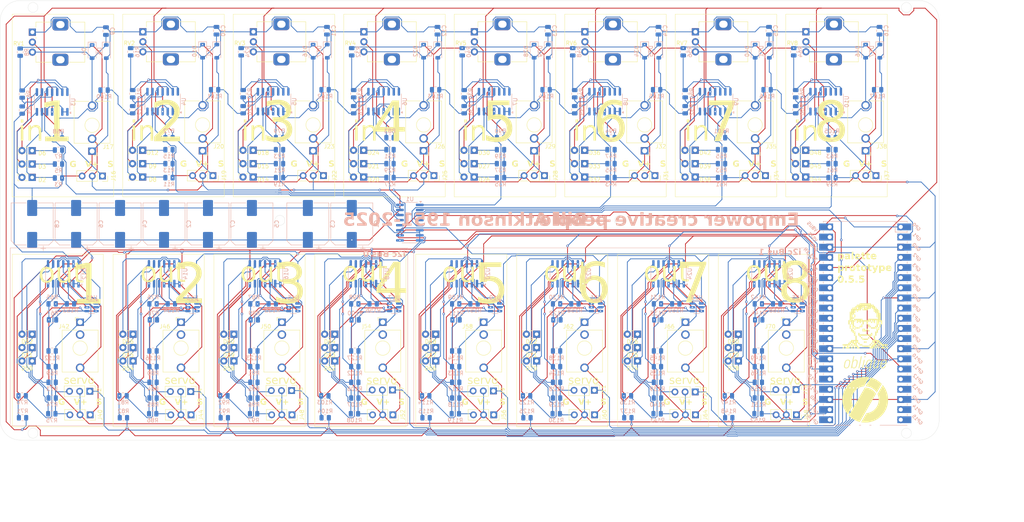
<source format=kicad_pcb>
(kicad_pcb (version 20241229) (generator "pcbnew") (generator_version "9.0")
  (title_block (company "Oblique Industries"))
  (layers (0 "F.Cu" signal) (2 "B.Cu" signal) (13 "F.Paste" user) (15 "B.Paste" user) (5 "F.SilkS" user "F.Silkscreen") (7 "B.SilkS" user "B.Silkscreen") (1 "F.Mask" user) (3 "B.Mask" user) (25 "Edge.Cuts" user))
  (net 0 "")
  (net 1 "GNDREF")
  (net 2 "Net-(J40-Pin_1)")
  (net 3 "Net-(D2-K)")
  (net 4 "Net-(D9-K)")
  (net 5 "Net-(D3-K)")
  (net 6 "Net-(J44-Pin_1)")
  (net 7 "Net-(D21-K)")
  (net 8 "Net-(J48-Pin_1)")
  (net 9 "Net-(J52-Pin_1)")
  (net 10 "Net-(U3C--)")
  (net 11 "Net-(D6-K)")
  (net 12 "Net-(J56-Pin_1)")
  (net 13 "Net-(D8-K)")
  (net 14 "Net-(U3D--)")
  (net 15 "Net-(D4-A)")
  (net 16 "Net-(D3-A)")
  (net 17 "Net-(D2-A)")
  (net 18 "Net-(J60-Pin_1)")
  (net 19 "Net-(J64-Pin_1)")
  (net 20 "Net-(D8-A)")
  (net 21 "Net-(J68-Pin_1)")
  (net 22 "Net-(D6-A)")
  (net 23 "Net-(D66-A)")
  (net 24 "Net-(U3A-+)")
  (net 25 "Net-(J16-Pin_1)")
  (net 26 "Net-(D26-K)")
  (net 27 "+3.3V")
  (net 28 "Net-(D59-K)")
  (net 29 "Net-(U18D--)")
  (net 30 "Net-(U18C--)")
  (net 31 "Net-(U7C--)")
  (net 32 "Net-(D27-K)")
  (net 33 "Net-(U7D--)")
  (net 34 "Net-(D66-K)")
  (net 35 "Net-(D60-K)")
  (net 36 "Net-(U4A-+)")
  (net 37 "Net-(D67-A)")
  (net 38 "Net-(D67-K)")
  (net 39 "Net-(D68-K)")
  (net 40 "Net-(J19-Pin_1)")
  (net 41 "Net-(J22-Pin_1)")
  (net 42 "Net-(D68-A)")
  (net 43 "Net-(U5A-+)")
  (net 44 "Net-(D12-K)")
  (net 45 "Net-(D62-K)")
  (net 46 "Net-(D33-K)")
  (net 47 "Net-(J25-Pin_1)")
  (net 48 "Net-(U9C--)")
  (net 49 "Net-(D39-K)")
  (net 50 "Net-(D38-K)")
  (net 51 "Net-(U6A-+)")
  (net 52 "Net-(U7A-+)")
  (net 53 "Net-(D14-K)")
  (net 54 "Net-(U4C--)")
  (net 55 "Net-(D15-K)")
  (net 56 "Net-(U4D--)")
  (net 57 "Net-(J28-Pin_1)")
  (net 58 "Net-(D63-K)")
  (net 59 "Net-(D70-A)")
  (net 60 "Net-(J31-Pin_1)")
  (net 61 "Net-(U8A-+)")
  (net 62 "Net-(J34-Pin_1)")
  (net 63 "Net-(U9A-+)")
  (net 64 "Net-(U10A-+)")
  (net 65 "Net-(D18-K)")
  (net 66 "Net-(U5C--)")
  (net 67 "Net-(J37-Pin_1)")
  (net 68 "Net-(U5D--)")
  (net 69 "Net-(D20-K)")
  (net 70 "Net-(D64-K)")
  (net 71 "Net-(D30-K)")
  (net 72 "Net-(U8C--)")
  (net 73 "Net-(U12B-+)")
  (net 74 "Net-(U8D--)")
  (net 75 "Net-(U9D--)")
  (net 76 "Net-(U14B-+)")
  (net 77 "Net-(U16B-+)")
  (net 78 "Net-(D70-K)")
  (net 79 "Net-(U6C--)")
  (net 80 "Net-(D71-K)")
  (net 81 "Net-(U6D--)")
  (net 82 "Net-(D24-K)")
  (net 83 "Net-(D32-K)")
  (net 84 "Net-(D36-K)")
  (net 85 "Net-(D42-K)")
  (net 86 "Net-(U18B-+)")
  (net 87 "Net-(D44-K)")
  (net 88 "Net-(D45-K)")
  (net 89 "Net-(D48-K)")
  (net 90 "Net-(U20B-+)")
  (net 91 "Net-(D50-K)")
  (net 92 "Net-(D51-K)")
  (net 93 "Net-(D52-K)")
  (net 94 "Net-(U22B-+)")
  (net 95 "Net-(D54-K)")
  (net 96 "Net-(D55-K)")
  (net 97 "Net-(D56-K)")
  (net 98 "Net-(U24B-+)")
  (net 99 "Net-(U26B-+)")
  (net 100 "Net-(D58-K)")
  (net 102 "Net-(D71-A)")
  (net 104 "Net-(D72-K)")
  (net 106 "Net-(D72-A)")
  (net 108 "Net-(U1-A)")
  (net 109 "/Input 7/ANALOG_CHANNEL")
  (net 111 "Net-(D74-K)")
  (net 113 "Net-(D74-A)")
  (net 115 "Net-(D75-K)")
  (net 117 "Net-(D75-A)")
  (net 118 "Net-(D76-A)")
  (net 119 "Net-(D40-A)")
  (net 120 "Net-(D39-A)")
  (net 121 "Net-(D38-A)")
  (net 122 "Net-(D33-A)")
  (net 123 "Net-(D36-A)")
  (net 124 "Net-(D34-A)")
  (net 125 "Net-(D26-A)")
  (net 126 "Net-(D27-A)")
  (net 127 "Net-(D28-A)")
  (net 128 "Net-(D76-K)")
  (net 129 "/Input 4/ANALOG_CHANNEL")
  (net 130 "Net-(D9-A)")
  (net 131 "Net-(D10-A)")
  (net 132 "Net-(D12-A)")
  (net 133 "/Input 5/ANALOG_CHANNEL")
  (net 134 "Net-(D16-A)")
  (net 135 "Net-(D14-A)")
  (net 136 "Net-(D15-A)")
  (net 137 "Net-(D78-K)")
  (net 138 "Net-(D20-A)")
  (net 139 "Net-(D78-A)")
  (net 140 "Net-(D18-A)")
  (net 141 "Net-(D48-A)")
  (net 142 "Net-(D46-A)")
  (net 143 "Net-(D45-A)")
  (net 144 "Net-(D62-A)")
  (net 145 "Net-(U1-C)")
  (net 146 "Net-(D63-A)")
  (net 147 "Net-(D64-A)")
  (net 148 "Net-(D79-A)")
  (net 149 "Net-(D22-A)")
  (net 150 "Net-(D24-A)")
  (net 151 "Net-(D21-A)")
  (net 152 "Net-(D79-K)")
  (net 153 "Net-(D32-A)")
  (net 154 "Net-(D30-A)")
  (net 155 "Net-(D80-A)")
  (net 156 "Net-(D42-A)")
  (net 157 "Net-(D44-A)")
  (net 158 "Net-(D52-A)")
  (net 159 "Net-(D50-A)")
  (net 160 "/Input 1/ANALOG_CHANNEL")
  (net 161 "Net-(D51-A)")
  (net 162 "Net-(D55-A)")
  (net 163 "Net-(D56-A)")
  (net 164 "Net-(U1-B)")
  (net 165 "Net-(D54-A)")
  (net 166 "Net-(U1-X)")
  (net 167 "Net-(D59-A)")
  (net 168 "Net-(D60-A)")
  (net 169 "Net-(D58-A)")
  (net 170 "Net-(D80-K)")
  (net 171 "SERVO_1")
  (net 172 "/Input 6/ANALOG_CHANNEL")
  (net 173 "Net-(U16C--)")
  (net 174 "Net-(U16D--)")
  (net 175 "SERVO_2")
  (net 176 "SERVO_3")
  (net 177 "SERVO_4")
  (net 178 "/Input 8/ANALOG_CHANNEL")
  (net 180 "SERVO_6")
  (net 181 "SERVO_7")
  (net 182 "SERVO_8")
  (net 183 "/Input 2/ANALOG_CHANNEL")
  (net 185 "/Input 3/ANALOG_CHANNEL")
  (net 197 "Net-(U10C--)")
  (net 198 "Net-(U10D--)")
  (net 199 "SCL_0")
  (net 200 "SDA_0")
  (net 201 "Net-(U12C--)")
  (net 202 "Net-(U12D--)")
  (net 203 "Net-(U14C--)")
  (net 204 "Net-(U14D--)")
  (net 205 "SDA_1")
  (net 206 "SCL_1")
  (net 207 "Net-(U20C--)")
  (net 208 "Net-(U20D--)")
  (net 209 "Net-(U22C--)")
  (net 210 "Net-(U22D--)")
  (net 211 "Net-(U24C--)")
  (net 212 "Net-(U24D--)")
  (net 213 "Net-(U26C--)")
  (net 214 "Net-(U26D--)")
  (net 229 "SERVO_5")
  (net 243 "Net-(U11-VOUT)")
  (net 244 "Net-(U13-VOUT)")
  (net 245 "Net-(U15-VOUT)")
  (net 246 "Net-(U17-VOUT)")
  (net 247 "Net-(U19-VOUT)")
  (net 248 "Net-(U21-VOUT)")
  (net 249 "Net-(U23-VOUT)")
  (net 250 "Net-(U25-VOUT)")
  (net 251 "VCC")
  (footprint "PCB silkscreen logo" (layer "F.Cu") (at 231.5 116.41)
    (property "Reference" "G1" (hide yes))
    (property "Value" "LOGO" (hide yes))
  )
  (footprint "PCB silkscreen logotype" (layer "F.Cu") (at 231.5 107.41)
    (property "Reference" "G2" (hide yes))
    (property "Value" "LOGO" (hide yes))
  )
  (footprint "Connector_PinSocket_2.54mm:PinSocket_1x03_P2.54mm_Vertical" (layer "F.Cu") (at 138.525 120.18 -90)
    (property "Reference" "J56")
    (property "Value" "Conn_01x03_Female_Pin" (hide yes))
  )
  (footprint "Connector_PinHeader_2.54mm:PinHeader_1x03_P2.54mm_Vertical" (layer "F.Cu") (at 37.432763 114.282794 -90)
    (property "Reference" "J2")
    (property "Value" "Conn_01x03_Male_Pin")
  )
  (footprint "Potentiometer_THT:Potentiometer_Alps_RK09K_Single_Vertical" (layer "F.Cu") (at 50.717 24.32)
    (property "Reference" "RV2")
    (property "Value" "R_Potentiometer_MountingPin")
  )
  (footprint "LED_THT:LED_SideEmitter_Rectangular_W4.5mm_H1.6mm" (layer "F.Cu") (at 174.5 103.35 180)
    (property "Reference" "D75")
    (property "Value" "Yellow")
  )
  (footprint "LED_THT:LED_SideEmitter_Rectangular_W4.5mm_H1.6mm" (layer "F.Cu") (at 23 60.76 180)
    (property "Reference" "D2")
    (property "Value" "White")
  )
  (footprint "Potentiometer_THT:Potentiometer_Alps_RK09K_Single_Vertical" (layer "F.Cu") (at 78.374 24.32)
    (property "Reference" "RV3")
    (property "Value" "R_Potentiometer_MountingPin")
  )
  (footprint "Connector_Audio:Jack_3.5mm_QingPu_WQP-PJ398SM_Vertical_CircularHoles" (layer "F.Cu") (at 35 97)
    (property "Reference" "J42")
    (property "Value" "AudioJack2_SwitchT")
  )
  (footprint "LED_THT:LED_SideEmitter_Rectangular_W4.5mm_H1.6mm" (layer "F.Cu") (at 124 103.35 180)
    (property "Reference" "D67")
    (property "Value" "Yellow")
  )
  (footprint "Connector_PinSocket_2.54mm:PinSocket_1x03_P2.54mm_Vertical" (layer "F.Cu") (at 40.58 60.41 -90)
    (property "Reference" "J16")
    (property "Value" "Conn_01x03_Female_Pin")
  )
  (footprint "LED_THT:LED_SideEmitter_Rectangular_W4.5mm_H1.6mm" (layer "F.Cu") (at 73.5 106.7 180)
    (property "Reference" "D58")
    (property "Value" "White")
  )
  (footprint "LED_THT:LED_SideEmitter_Rectangular_W4.5mm_H1.6mm" (layer "F.Cu") (at 161.285 60.67 180)
    (property "Reference" "D32")
    (property "Value" "White")
  )
  (footprint "LED_THT:LED_SideEmitter_Rectangular_W4.5mm_H1.6mm" (layer "F.Cu") (at 78.314 53.97 180)
    (property "Reference" "D18")
    (property "Value" "Red")
  )
  (footprint "LED_THT:LED_SideEmitter_Rectangular_W4.5mm_H1.6mm" (layer "F.Cu") (at 199.75 106.7 180)
    (property "Reference" "D78")
    (property "Value" "White")
  )
  (footprint "LED_THT:LED_SideEmitter_Rectangular_W4.5mm_H1.6mm" (layer "F.Cu") (at 48.25 100 180)
    (property "Reference" "D56")
    (property "Value" "Red")
  )
  (footprint "Potentiometer_THT:Potentiometer_Alps_RK09K_Single_Vertical" (layer "F.Cu") (at 216.659 24.32)
    (property "Reference" "RV8")
    (property "Value" "R_Potentiometer_MountingPin")
  )
  (footprint "LED_THT:LED_SideEmitter_Rectangular_W4.5mm_H1.6mm" (layer "F.Cu") (at 105.971 53.97 180)
    (property "Reference" "D24")
    (property "Value" "Red")
  )
  (footprint "Connector_Audio:Jack_3.5mm_QingPu_WQP-PJ398SM_Vertical_CircularHoles" (layer "F.Cu") (at 60.25 97)
    (property "Reference" "J46")
    (property "Value" "AudioJack2_SwitchT")
  )
  (footprint "Connector_PinSocket_2.54mm:PinSocket_1x03_P2.54mm_Vertical" (layer "F.Cu") (at 62.775 120.18 -90)
    (property "Reference" "J44")
    (property "Value" "Conn_01x03_Female_Pin" (hide yes))
  )
  (footprint "LED_THT:LED_SideEmitter_Rectangular_W4.5mm_H1.6mm" (layer "F.Cu") (at 216.599 53.97 180)
    (property "Reference" "D48")
    (property "Value" "Red")
  )
  (footprint "LED_THT:LED_SideEmitter_Rectangular_W4.5mm_H1.6mm" (layer "F.Cu") (at 161.285 53.97 180)
    (property "Reference" "D36")
    (property "Value" "Red")
  )
  (footprint "Connector_PinSocket_2.54mm:PinSocket_1x03_P2.54mm_Vertical" (layer "F.Cu") (at 178.865 60.32 -90)
    (property "Reference" "J31")
    (property "Value" "Conn_01x03_Female_Pin")
  )
  (footprint "Connector_PinHeader_2.54mm:PinHeader_1x03_P2.54mm_Vertical" (layer "F.Cu") (at 113.193477 113.958108 -90)
    (property "Reference" "J7")
    (property "Value" "Conn_01x03_Male_Pin")
  )
  (footprint "Potentiometer_THT:Potentiometer_Alps_RK09K_Single_Vertical" (layer "F.Cu") (at 106.031 24.32)
    (property "Reference" "RV4")
    (property "Value" "R_Potentiometer_MountingPin")
  )
  (footprint "LED_THT:LED_SideEmitter_Rectangular_W4.5mm_H1.6mm" (layer "F.Cu") (at 188.942 60.67 180)
    (property "Reference" "D38")
    (property "Value" "White")
  )
  (footprint "Connector_PinHeader_2.54mm:PinHeader_1x03_P2.54mm_Vertical" (layer "F.Cu") (at 188.954192 114.445137 -90)
    (property "Reference" "J13")
    (property "Value" "Conn_01x03_Male_Pin")
  )
  (footprint "LED_THT:LED_SideEmitter_Rectangular_W4.5mm_H1.6mm" (layer "F.Cu") (at 174.5 100 180)
    (property "Reference" "D76")
    (property "Value" "Red")
  )
  (footprint "LED_THT:LED_SideEmitter_Rectangular_W4.5mm_H1.6mm" (layer "F.Cu") (at 124 106.7 180)
    (property "Reference" "D66")
    (property "Value" "White")
  )
  (footprint "Connector_PinHeader_2.54mm:PinHeader_1x03_P2.54mm_Vertical" (layer "F.Cu") (at 163.70062 114.039279 -90)
    (property "Reference" "J11")
    (property "Value" "Conn_01x03_Male_Pin")
  )
  (footprint "LED_THT:LED_SideEmitter_Rectangular_W4.5mm_H1.6mm" (layer "F.Cu") (at 98.75 100 180)
    (property "Reference" "D64")
    (property "Value" "Red")
  )
  (footprint "Potentiometer_THT:Potentiometer_Alps_RK09K_Single_Vertical" (layer "F.Cu") (at 133.688 24.32)
    (property "Reference" "RV5")
    (property "Value" "R_Potentiometer_MountingPin")
  )
  (footprint "LED_THT:LED_SideEmitter_Rectangular_W4.5mm_H1.6mm" (layer "F.Cu") (at 50.657 60.67 180)
    (property "Reference" "D8")
    (property "Value" "White")
  )
  (footprint "Connector_PinHeader_2.54mm:PinHeader_1x03_P2.54mm_Vertical" (layer "F.Cu") (at 62.686334 114.363965 -90)
    (property "Reference" "J4")
    (property "Value" "Conn_01x03_Male_Pin")
  )
  (footprint "LED_THT:LED_SideEmitter_Rectangular_W4.5mm_H1.6mm" (layer "F.Cu") (at 149.25 103.35 180)
    (property "Reference" "D71")
    (property "Value" "Yellow")
  )
  (footprint "Connector_PinSocket_2.54mm:PinSocket_1x03_P2.54mm_Vertical" (layer "F.Cu") (at 123.551 60.32 -90)
    (property "Reference" "J25")
    (property "Value" "Conn_01x03_Female_Pin")
  )
  (footprint "Connector_PinHeader_2.54mm:PinHeader_1x03_P2.54mm_Vertical" (layer "F.Cu") (at 214.207763 113.876936 -90)
    (property "Reference" "J14")
    (property "Value" "Conn_01x03_Male_Pin")
  )
  (footprint "Connector_Audio:Jack_3.5mm_QingPu_WQP-PJ398SM_Vertical_CircularHoles" (layer "F.Cu") (at 38 54.19 180)
    (property "Reference" "J17")
    (property "Value" "AudioJack2_SwitchT")
  )
  (footprint "LED_THT:LED_SideEmitter_Rectangular_W4.5mm_H1.6mm" (layer "F.Cu") (at 174.5 106.7 180)
    (property "Reference" "D74")
    (property "Value" "White")
  )
  (footprint "LED_THT:LED_SideEmitter_Rectangular_W4.5mm_H1.6mm" (layer "F.Cu") (at 124 100 180)
    (property "Reference" "D68")
    (property "Value" "Red")
  )
  (footprint "Connector_Audio:Jack_3.5mm_QingPu_WQP-PJ398SM_Vertical_CircularHoles" (layer "F.Cu") (at 65.657 54.1 180)
    (property "Reference" "J20")
    (property "Value" "AudioJack2_SwitchT")
  )
  (footprint "Connector_PinSocket_2.54mm:PinSocket_1x03_P2.54mm_Vertical" (layer "F.Cu") (at 37.525 120.18 -90)
    (property "Reference" "J40")
    (property "Value" "Conn_01x03_Female_Pin" (hide yes))
  )
  (footprint "Connector_PinHeader_2.54mm:PinHeader_1x03_P2.54mm_Vertical" (layer "F.Cu") (at 138.447049 114.201622 -90)
    (property "Reference" "J9")
    (property "Value" "Conn_01x03_Male_Pin")
  )
  (footprint "LED_THT:LED_SideEmitter_Rectangular_W4.5mm_H1.6mm" (layer "F.Cu") (at 199.75 100 180)
    (property "Reference" "D80")
    (property "Value" "Red")
  )
  (footprint "LED_THT:LED_SideEmitter_Rectangular_W4.5mm_H1.6mm" (layer "F.Cu") (at 23 57.41 180)
    (property "Reference" "D3")
    (property "Value" "Yellow")
  )
  (footprint "LED_THT:LED_SideEmitter_Rectangular_W4.5mm_H1.6mm" (layer "F.Cu") (at 98.75 106.7 180)
    (property "Reference" "D62")
    (property "Value" "White")
  )
  (footprint "LED_THT:LED_SideEmitter_Rectangular_W4.5mm_H1.6mm" (layer "F.Cu") (at 23 106.7 180)
    (property "Reference" "D50")
    (property "Value" "White")
  )
  (footprint "Connector_Audio:Jack_3.5mm_QingPu_WQP-PJ398SM_Vertical_CircularHoles" (layer "F.Cu") (at 176.285 54.1 180)
    (property "Reference" "J32")
    (property "Value" "AudioJack2_SwitchT")
  )
  (footprint "LED_THT:LED_SideEmitter_Rectangular_W4.5mm_H1.6mm" (layer "F.Cu") (at 78.314 57.32 180)
    (property "Reference" "D15")
    (property "Value" "Yellow")
  )
  (footprint "Connector_PinSocket_2.54mm:PinSocket_1x03_P2.54mm_Vertical" (layer "F.Cu") (at 95.894 60.32 -90)
    (property "Reference" "J22")
    (property "Value" "Conn_01x03_Female_Pin")
  )
  (footprint "Connector_Audio:Jack_3.5mm_QingPu_WQP-PJ398SM_Vertical_CircularHoles" (layer "F.Cu") (at 186.5 97)
    (property "Reference" "J66")
    (property "Value" "AudioJack2_SwitchT")
  )
  (footprint "Connector_PinSocket_2.54mm:PinSocket_1x03_P2.54mm_Vertical" (layer "F.Cu") (at 151.208 60.32 -90)
    (property "Reference" "J28")
    (property "Value" "Conn_01x03_Female_Pin")
  )
  (footprint "LED_THT:LED_SideEmitter_Rectangular_W4.5mm_H1.6mm" (layer "F.Cu") (at 78.314 60.67 180)
    (property "Reference" "D14")
    (property "Value" "White")
  )
  (footprint "Potentiometer_THT:Potentiometer_Alps_RK09K_Single_Vertical" (layer "F.Cu") (at 161.345 24.32)
    (property "Reference" "RV6")
    (property "Value" "R_Potentiometer_MountingPin")
  )
  (footprint "LED_THT:LED_SideEmitter_Rectangular_W4.5mm_H1.6mm" (layer "F.Cu") (at 73.5 103.35 180)
    (property "Reference" "D59")
    (property "Value" "Yellow")
  )
  (footprint "Connector_Audio:Jack_3.5mm_QingPu_WQP-PJ398SM_Vertical_CircularHoles" (layer "F.Cu") (at 161.25 97)
    (property "Reference" "J62")
    (property "Value" "AudioJack2_SwitchT")
  )
  (footprint "LED_THT:LED_SideEmitter_Rectangular_W4.5mm_H1.6mm" (layer "F.Cu") (at 73.5 100 180)
    (property "Reference" "D60")
    (property "Value" "Red")
  )
  (footprint "Connector_PinSocket_2.54mm:PinSocket_1x03_P2.54mm_Vertical" (layer "F.Cu") (at 68.237 60.32 -90)
    (property "Reference" "J19")
    (property "Value" "Conn_01x03_Female_Pin")
  )
  (footprint "LED_THT:LED_SideEmitter_Rectangular_W4.5mm_H1.6mm" (layer "F.Cu") (at 133.628 53.97 180)
    (property "Reference" "D30")
    (property "Value" "Red")
  )
  (footprint "LED_THT:LED_SideEmitter_Rectangular_W4.5mm_H1.6mm" (layer "F.Cu") (at 98.75 103.35 180)
    (property "Reference" "D63")
    (property "Value" "Yellow")
  )
  (footprint "Connector_PinSocket_2.54mm:PinSocket_1x03_P2.54mm_Vertical" (layer "F.Cu") (at 189.025 120.18 -90)
    (property "Reference" "J64")
    (property "Value" "Conn_01x03_Female_Pin" (hide yes))
  )
  (footprint "LED_THT:LED_SideEmitter_Rectangular_W4.5mm_H1.6mm" (layer "F.Cu") (at 188.942 53.97 180)
    (property "Reference" "D42")
    (property "Value" "Red")
  )
  (footprint "Connector_PinSocket_2.54mm:PinSocket_1x03_P2.54mm_Vertical" (layer "F.Cu") (at 206.522 60.32 -90)
    (property "Reference" "J34")
    (property "Value" "Conn_01x03_Female_Pin")
  )
  (footprint "Connector_Audio:Jack_3.5mm_QingPu_WQP-PJ398SM_Vertical_CircularHoles" (layer "F.Cu") (at 203.942 54.1 180)
    (property "Reference" "J35")
    (property "Value" "AudioJack2_SwitchT")
  )
  (footprint "Connector_Audio:Jack_3.5mm_QingPu_WQP-PJ398SM_Vertical_CircularHoles" (layer "F.Cu") (at 93.314 54.1 180)
    (property "Reference" "J23")
    (property "Value" "AudioJack2_SwitchT")
  )
  (footprint "Connector_PinSocket_2.54mm:PinSocket_1x03_P2.54mm_Vertical" (layer "F.Cu") (at 214.275 120.18 -90)
    (property "Reference" "J68")
    (property "Value" "Conn_01x03_Female_Pin" (hide yes))
  )
  (footprint "Connector_Audio:Jack_3.5mm_QingPu_WQP-PJ398SM_Vertical_CircularHoles" (layer "F.Cu") (at 148.628 54.1 180)
    (property "Reference" "J29")
    (property "Value" "AudioJack2_SwitchT")
  )
  (footprint "LED_THT:LED_SideEmitter_Rectangular_W4.5mm_H1.6mm" (layer "F.Cu") (at 133.628 60.67 180)
    (property "Reference" "D26")
    (property "Value" "White")
  )
  (footprint "Connector_Audio:Jack_3.5mm_QingPu_WQP-PJ398SM_Vertical_CircularHoles" (layer "F.Cu") (at 136 97)
    (property "Reference" "J58")
    (property "Value" "AudioJack2_SwitchT")
  )
  (footprint "LED_THT:LED_SideEmitter_Rectangular_W4.5mm_H1.6mm" (layer "F.Cu") (at 105.971 60.67 180)
    (property "Reference" "D20")
    (property "Value" "White")
  )
  (footprint "Potentiometer_THT:Potentiometer_Alps_RK09K_Single_Vertical" (layer "F.Cu") (at 23.06 24.41)
    (property "Reference" "RV1")
    (property "Value" "R_Potentiometer_MountingPin")
  )
  (footprint "Connector_Audio:Jack_3.5mm_QingPu_WQP-PJ398SM_Vertical_CircularHoles" (layer "F.Cu") (at 211.75 97)
    (property "Reference" "J70")
    (property "Value" "AudioJack2_SwitchT")
  )
  (footprint "LED_THT:LED_SideEmitter_Rectangular_W4.5mm_H1.6mm" (layer "F.Cu") (at 105.971 57.32 180)
    (property "Reference" "D21")
    (property "Value" "Yellow")
  )
  (footprint "LED_THT:LED_SideEmitter_Rectangular_W4.5mm_H1.6mm" (layer "F.Cu") (at 216.599 57.32 180)
    (property "Reference" "D45")
    (property "Value" "Yellow")
  )
  (footprint "Connector_Audio:Jack_3.5mm_QingPu_WQP-PJ398SM_Vertical_CircularHoles" (layer "F.Cu") (at 120.971 54.1 180)
    (property "Reference" "J26")
    (property "Value" "AudioJack2_SwitchT")
  )
  (footprint "LED_THT:LED_SideEmitter_Rectangular_W4.5mm_H1.6mm" (layer "F.Cu") (at 149.25 100 180)
    (property "Reference" "D72")
    (property "Value" "Red")
  )
  (footprint "LED_THT:LED_SideEmitter_Rectangular_W4.5mm_H1.6mm" (layer "F.Cu") (at 216.599 60.67 180)
    (property "Reference" "D44")
    (property "Value" "White")
  )
  (footprint "LED_THT:LED_SideEmitter_Rectangular_W4.5mm_H1.6mm" (layer "F.Cu") (at 48.25 103.35 180)
    (property "Reference" "D55")
    (property "Value" "Yellow")
  )
  (footprint "LED_THT:LED_SideEmitter_Rectangular_W4.5mm_H1.6mm" (layer "F.Cu") (at 188.942 57.32 180)
    (property "Reference" "D39")
    (property "Value" "Yellow")
  )
  (footprint "Connector_Audio:Jack_3.5mm_QingPu_WQP-PJ398SM_Vertical_CircularHoles" (layer "F.Cu") (at 231.599 54.1 180)
    (property "Reference" "J38")
    (property "Value" "AudioJack2_SwitchT")
  )
  (footprint "Connector_PinSocket_2.54mm:PinSocket_1x03_P2.54mm_Vertical" (layer "F.Cu") (at 234.179 60.32 -90)
    (property "Reference" "J37")
    (property "Value" "Conn_01x03_Female_Pin")
  )
  (footprint "LED_THT:LED_SideEmitter_Rectangular_W4.5mm_H1.6mm" (layer "F.Cu") (at 133.628 57.32 180)
    (property "Reference" "D27")
    (property "Value" "Yellow")
  )
  (footprint "LED_THT:LED_SideEmitter_Rectangular_W4.5mm_H1.6mm" (layer "F.Cu") (at 149.25 106.7 180)
    (property "Reference" "D70")
    (property "Value" "White")
  )
  (footprint "Connector_PinHeader_2.54mm:PinHeader_1x03_P2.54mm_Vertical" (layer "F.Cu") (at 87.939906 114.120451 -90)
    (property "Reference" "J5")
    (property "Value" "Conn_01x03_Male_Pin")
  )
  (footprint "Connector_Audio:Jack_3.5mm_QingPu_WQP-PJ398SM_Vertical_CircularHoles" (layer "F.Cu") (at 110.75 97)
    (property "Reference" "J54")
    (property "Value" "AudioJack2_SwitchT")
  )
  (footprint "LED_THT:LED_SideEmitter_Rectangular_W4.5mm_H1.6mm" (layer "F.Cu") (at 48.25 106.7 180)
    (property "Reference" "D54")
    (property "Value" "White")
  )
  (footprint "LED_THT:LED_SideEmitter_Rectangular_W4.5mm_H1.6mm" (layer "F.Cu") (at 23 100 180)
    (property "Reference" "D52")
    (property "Value" "Red")
  )
  (footprint "LED_THT:LED_SideEmitter_Rectangular_W4.5mm_H1.6mm" (layer "F.Cu") (at 23 54.06 180)
    (property "Reference" "D6")
    (property "Value" "Red")
  )
  (footprint "LED_THT:LED_SideEmitter_Rectangular_W4.5mm_H1.6mm" (layer "F.Cu") (at 50.657 53.97 180)
    (property "Reference" "D12")
    (property "Value" "Red")
  )
  (footprint "LED_THT:LED_SideEmitter_Rectangular_W4.5mm_H1.6mm" (layer "F.Cu") (at 50.657 57.32 180)
    (property "Reference" "D9")
    (property "Value" "Yellow")
  )
  (footprint "LOGO" (layer "F.Cu") (at 231.5 97.91)
    (property "Reference" "G***" (hide yes))
    (property "Value" "LOGO" (hide yes))
  )
  (footprint "Connector_PinSocket_2.54mm:PinSocket_1x03_P2.54mm_Vertical" (layer "F.Cu") (at 88.025 120.18 -90)
    (property "Reference" "J48")
    (property "Value" "Conn_01x03_Female_Pin" (hide yes))
  )
  (footprint "LED_THT:LED_SideEmitter_Rectangular_W4.5mm_H1.6mm" (layer "F.Cu") (at 23 103.35 180)
    (property "Reference" "D51")
    (property "Value" "Yellow")
  )
  (footprint "LED_THT:LED_SideEmitter_Rectangular_W4.5mm_H1.6mm" (layer "F.Cu") (at 199.75 103.35 180)
    (property "Reference" "D79")
    (property "Value" "Yellow")
  )
  (footprint "Potentiometer_THT:Potentiometer_Alps_RK09K_Single_Vertical" (layer "F.Cu") (at 189.002 24.32)
    (property "Reference" "RV7")
    (property "Value" "R_Potentiometer_MountingPin")
  )
  (footprint "LED_THT:LED_SideEmitter_Rectangular_W4.5mm_H1.6mm" (layer "F.Cu") (at 161.285 57.32 180)
    (property "Reference" "D33")
    (property "Value" "Yellow")
  )
  (footprint "Connector_PinSocket_2.54mm:PinSocket_1x03_P2.54mm_Vertical" (layer "F.Cu") (at 113.275 120.18 -90)
    (property "Reference" "J52")
    (property "Value" "Conn_01x03_Female_Pin" (hide yes))
  )
  (footprint "Connector_Audio:Jack_3.5mm_QingPu_WQP-PJ398SM_Vertical_CircularHoles" (layer "F.Cu") (at 85.5 97)
    (property "Reference" "J50")
    (property "Value" "AudioJack2_SwitchT")
  )
  (footprint "Connector_PinSocket_2.54mm:PinSocket_1x03_P2.54mm_Vertical" (layer "F.Cu") (at 163.775 120.18 -90)
    (property "Reference" "J60")
    (property "Value" "Conn_01x03_Female_Pin" (hide yes))
  )
  (footprint "Resistor_SMD:R_0805_2012Metric" (layer "B.Cu") (at 53.25 104.1957 180)
    (property "Reference" "R116")
    (property "Value" "200k")
  )
  (footprint "Resistor_SMD:R_0805_2012Metric" (layer "B.Cu") (at 75.814 39.82 90)
    (property "Reference" "R22")
    (property "Value" "110K")
  )
  (footprint "Resistor_SMD:R_0805_2012Metric" (layer "B.Cu") (at 68.657 38.82)
    (property "Reference" "R161")
    (property "Value" "200K")
  )
  (footprint "Resistor_SMD:R_0805_2012Metric" (layer "B.Cu") (at 112.5585 53.82)
    (property "Reference" "R31")
    (property "Value" "127R")
  )
  (footprint "Resistor_SMD:R_0805_2012Metric" (layer "B.Cu") (at 204.6625 119.91)
    (property "Reference" "R152")
    (property "Value" "127R")
  )
  (footprint "Resistor_SMD:R_0805_2012Metric" (layer "B.Cu") (at 195.5295 50.82 180)
    (property "Reference" "R101")
    (property "Value" "100K")
  )
  (footprint "Resistor_SMD:R_0805_2012Metric" (layer "B.Cu") (at 172 115.41)
    (property "Reference" "R136")
    (property "Value" "110k")
  )
  (footprint "Resistor_SMD:R_0805_2012Metric" (layer "B.Cu") (at 78.4125 119.91)
    (property "Reference" "R97")
    (property "Value" "127R")
  )
  (footprint "Resistor_SMD:R_0805_2012Metric" (layer "B.Cu") (at 167.8725 50.82 180)
    (property "Reference" "R94")
    (property "Value" "100K")
  )
  (footprint "Resistor_SMD:R_0805_2012Metric" (layer "B.Cu") (at 121.5 115.41)
    (property "Reference" "R114")
    (property "Value" "110k")
  )
  (footprint "Resistor_SMD:R_0805_2012Metric" (layer "B.Cu") (at 129 112.0529)
    (property "Reference" "R117")
    (property "Value" "1K")
  )
  (footprint "Resistor_SMD:R_0805_2012Metric" (layer "B.Cu") (at 20.5 43.91 90)
    (property "Reference" "R4")
    (property "Value" "300k")
  )
  (footprint "Resistor_SMD:R_0805_2012Metric" (layer "B.Cu") (at 78.5 104.1957 180)
    (property "Reference" "R123")
    (property "Value" "200k")
  )
  (footprint "Package_TO_SOT_SMD:SOT-23-6" (layer "B.Cu") (at 37.8625 93.26 180)
    (property "Reference" "U11")
    (property "Value" "MCP4725xxx-xCH")
  )
  (footprint "Resistor_SMD:R_0805_2012Metric" (layer "B.Cu") (at 28 115.9814)
    (property "Reference" "R74")
    (property "Value" "127R" (hide yes))
  )
  (footprint "Package_SO:SOIC-16_3.9x9.9mm_P1.27mm" (layer "B.Cu") (at 117.525 72.085 180)
    (property "Reference" "U1")
    (property "Value" "CD4051B")
  )
  (footprint "Resistor_SMD:R_0805_2012Metric" (layer "B.Cu") (at 84.9015 50.82 180)
    (property "Reference" "R79")
    (property "Value" "100K")
  )
  (footprint "Resistor_SMD:R_0805_2012Metric" (layer "B.Cu") (at 195.5295 57.32)
    (property "Reference" "R53")
    (property "Value" "127R")
  )
  (footprint "Diode_SMD:D_SOD-123" (layer "B.Cu") (at 207.492 29.17 -90)
    (property "Reference" "D41")
    (property "Value" "1N4148")
  )
  (footprint "Resistor_SMD:R_0805_2012Metric" (layer "B.Cu") (at 223.1865 57.32)
    (property "Reference" "R61")
    (property "Value" "127R")
  )
  (footprint "Resistor_SMD:R_0805_2012Metric" (layer "B.Cu") (at 186.442 43.82 90)
    (property "Reference" "R52")
    (property "Value" "300k")
  )
  (footprint "Resistor_SMD:R_0805_2012Metric" (layer "B.Cu") (at 48.157 43.82 90)
    (property "Reference" "R12")
    (property "Value" "300k")
  )
  (footprint "Resistor_SMD:R_0805_2012Metric" (layer "B.Cu") (at 103.75 92.41 180)
    (property "Reference" "R98")
    (property "Value" "10K")
  )
  (footprint "Capacitor_SMD:CP_Elec_10x10" (layer "B.Cu") (at 45 72.41 90)
    (property "Reference" "C4")
    (property "Value" "1mF")
  )
  (footprint "Resistor_SMD:R_0805_2012Metric" (layer "B.Cu") (at 112.5585 60.82)
    (property "Reference" "R27")
    (property "Value" "1K")
  )
  (footprint "Diode_SMD:D_SOD-123" (layer "B.Cu") (at 152.178 29.17 -90)
    (property "Reference" "D29")
    (property "Value" "1N4148")
  )
  (footprint "Capacitor_SMD:CP_Elec_10x10" (layer "B.Cu") (at 56 72.41 90)
    (property "Reference" "C2")
    (property "Value" "1mF")
  )
  (footprint "Resistor_SMD:R_0805_2012Metric" (layer "B.Cu") (at 45.75 115.41)
    (property "Reference" "R81")
    (property "Value" "110k")
  )
  (footprint "Resistor_SMD:R_0805_2012Metric" (layer "B.Cu") (at 103.8375 96.41 180)
    (property "Reference" "R100")
    (property "Value" "10K")
  )
  (footprint "Resistor_SMD:R_0805_2012Metric" (layer "B.Cu") (at 47.657 29.32 90)
    (property "Reference" "R16")
    (property "Value" "150K")
  )
  (footprint "Package_SO:SOIC-14_3.9x8.7mm_P1.27mm" (layer "B.Cu") (at 55.657 41.795 90)
    (property "Reference" "U4")
    (property "Value" "MCP6004")
  )
  (footprint "Capacitor_SMD:C_0805_2012Metric" (layer "B.Cu") (at 179.756 24.0457 90)
    (property "Reference" "C14")
    (property "Value" "1n")
  )
  (footprint "Resistor_SMD:R_0805_2012Metric" (layer "B.Cu") (at 154.25 104.1957 180)
    (property "Reference" "R138")
    (property "Value" "200k")
  )
  (footprint "Resistor_SMD:R_0805_2012Metric" (layer "B.Cu") (at 103.471 39.82 90)
    (property "Reference" "R30")
    (property "Value" "110K")
  )
  (footprint "Resistor_SMD:R_0805_2012Metric" (layer "B.Cu") (at 179.4125 119.91)
    (property "Reference" "R141")
    (property "Value" "127R")
  )
  (footprint "Package_SO:SOIC-14_3.9x8.7mm_P1.27mm" (layer "B.Cu") (at 193.942 41.795 90)
    (property "Reference" "U9")
    (property "Value" "MCP6004")
  )
  (footprint "Package_SO:SOIC-14_3.9x8.7mm_P1.27mm" (layer "B.Cu") (at 138.628 41.795 90)
    (property "Reference" "U7")
    (property "Value" "MCP6004")
  )
  (footprint "Resistor_SMD:R_0805_2012Metric" (layer "B.Cu") (at 28 112.0529)
    (property "Reference" "R73")
    (property "Value" "1K")
  )
  (footprint "Resistor_SMD:R_0805_2012Metric" (layer "B.Cu") (at 154.25 115.9814)
    (property "Reference" "R129")
    (property "Value" "127R" (hide yes))
  )
  (footprint "Resistor_SMD:R_0805_2012Metric" (layer "B.Cu") (at 158.785 39.82 90)
    (property "Reference" "R46")
    (property "Value" "110K")
  )
  (footprint "Resistor_SMD:R_0805_2012Metric" (layer "B.Cu") (at 146.75 115.41)
    (property "Reference" "R125")
    (property "Value" "110k")
  )
  (footprint "Resistor_SMD:R_0805_2012Metric" (layer "B.Cu") (at 197.25 115.41)
    (property "Reference" "R147")
    (property "Value" "110k")
  )
  (footprint "Resistor_SMD:R_0805_2012Metric" (layer "B.Cu") (at 179.5 112.0529)
    (property "Reference" "R139")
    (property "Value" "1K")
  )
  (footprint "Resistor_SMD:R_0805_2012Metric" (layer "B.Cu") (at 57.2445 60.82)
    (property "Reference" "R11")
    (property "Value" "1K")
  )
  (footprint "Resistor_SMD:R_0805_2012Metric" (layer "B.Cu") (at 53.25 112.0529)
    (property "Reference" "R84")
    (property "Value" "1K")
  )
  (footprint "Resistor_SMD:R_0805_2012Metric" (layer "B.Cu") (at 84.9015 57.32)
    (property "Reference" "R21")
    (property "Value" "127R")
  )
  (footprint "Resistor_SMD:R_0805_2012Metric" (layer "B.Cu") (at 223.1865 53.82)
    (property "Reference" "R63")
    (property "Value" "127R")
  )
  (footprint "Package_SO:SOIC-14_3.9x8.7mm_P1.27mm" (layer "B.Cu") (at 28 41.885 90)
    (property "Reference" "U3")
    (property "Value" "MCP6004")
  )
  (footprint "Package_TO_SOT_SMD:SOT-23-6" (layer "B.Cu") (at 189.3625 93.26 180)
    (property "Reference" "U23")
    (property "Value" "MCP4725xxx-xCH")
  )
  (footprint "Resistor_SMD:R_0805_2012Metric" (layer "B.Cu") (at 84.9015 60.82)
    (property "Reference" "R19")
    (property "Value" "1K")
  )
  (footprint "Package_SO:SOIC-14_3.9x8.7mm_P1.27mm" (layer "B.Cu") (at 83.314 41.795 90)
    (property "Reference" "U5")
    (property "Value" "MCP6004")
  )
  (footprint "Resistor_SMD:R_0805_2012Metric" (layer "B.Cu") (at 209.3375 92.41)
    (property "Reference" "R168")
    (property "Value" "100k")
  )
  (footprint "Package_TO_SOT_SMD:SOT-23-6" (layer "B.Cu") (at 63.1125 93.26 180)
    (property "Reference" "U13")
    (property "Value" "MCP4725xxx-xCH")
  )
  (footprint "Resistor_SMD:R_0805_2012Metric" (layer "B.Cu") (at 154.3375 96.41 180)
    (property "Reference" "R122")
    (property "Value" "10K")
  )
  (footprint "Capacitor_SMD:CP_Elec_10x10" (layer "B.Cu") (at 78 72.41 90)
    (property "Reference" "C5")
    (property "Value" "1mF")
  )
  (footprint "Resistor_SMD:R_0805_2012Metric" (layer "B.Cu") (at 151.628 38.82)
    (property "Reference" "R164")
    (property "Value" "200K")
  )
  (footprint "Capacitor_SMD:C_0805_2012Metric" (layer "B.Cu") (at 235.07 24.0457 90)
    (property "Reference" "C16")
    (property "Value" "1n")
  )
  (footprint "Resistor_SMD:R_0805_2012Metric" (layer "B.Cu") (at 167.8725 57.32)
    (property "Reference" "R45")
    (property "Value" "127R")
  )
  (footprint "Resistor_SMD:R_0805_2012Metric" (layer "B.Cu") (at 130.628 29.32 90)
    (property "Reference" "R40")
    (property "Value" "150K")
  )
  (footprint "Resistor_SMD:R_0805_2012Metric" (layer "B.Cu") (at 214.099 39.82 90)
    (property "Reference" "R62")
    (property "Value" "110K")
  )
  (footprint "Resistor_SMD:R_0805_2012Metric" (layer "B.Cu") (at 57.8375 92.41)
    (property "Reference" "R154")
    (property "Value" "100k")
  )
  (footprint "Resistor_SMD:R_0805_2012Metric" (layer "B.Cu") (at 32.5875 92.41)
    (property "Reference" "R153")
    (property "Value" "100k")
  )
  (footprint "Resistor_SMD:R_0805_2012Metric" (layer "B.Cu") (at 129.0875 96.41 180)
    (property "Reference" "R111")
    (property "Value" "10K")
  )
  (footprint "Resistor_SMD:R_0805_2012Metric" (layer "B.Cu") (at 29.5875 50.91 180)
    (property "Reference" "R68")
    (property "Value" "100K")
  )
  (footprint "Resistor_SMD:R_0805_2012Metric" (layer "B.Cu") (at 103.75 115.9814)
    (property "Reference" "R107")
    (property "Value" "127R" (hide yes))
  )
  (footprint "Resistor_SMD:R_0805_2012Metric" (layer "B.Cu") (at 179.5 92.41 180)
    (property "Reference" "R131")
    (property "Value" "10K")
  )
  (footprint "Resistor_SMD:R_0805_2012Metric" (layer "B.Cu") (at 179.5 115.9814)
    (property "Reference" "R140")
    (property "Value" "127R" (hide yes))
  )
  (footprint "Package_SO:SOIC-14_3.9x8.7mm_P1.27mm" (layer "B.Cu") (at 106.54 84.885 90)
    (property "Reference" "U18")
    (property "Value" "MCP6004")
  )
  (footprint "Diode_SMD:D_SOD-123" (layer "B.Cu") (at 231.599 29.17 -90)
    (property "Reference" "D46")
    (property "Value" "1N4148")
  )
  (footprint "Resistor_SMD:R_0805_2012Metric" (layer "B.Cu") (at 179.5 108.1243)
    (property "Reference" "R135")
    (property "Value" "300k")
  )
  (footprint "Diode_SMD:D_SOD-123" (layer "B.Cu") (at 235.149 29.17 -90)
    (property "Reference" "D47")
    (property "Value" "1N4148")
  )
  (footprint "Resistor_SMD:R_0805_2012Metric" (layer "B.Cu") (at 71.0875 120.91 180)
    (property "Reference" "R93")
    (property "Value" "150k")
  )
  (footprint "Diode_SMD:D_SOD-123" (layer "B.Cu") (at 38 29.26 -90)
    (property "Reference" "D4")
    (property "Value" "1N4148")
  )
  (footprint "Resistor_SMD:R_0805_2012Metric" (layer "B.Cu") (at 131.128 39.82 90)
    (property "Reference" "R38")
    (property "Value" "110K")
  )
  (footprint "Resistor_SMD:R_0805_2012Metric" (layer "B.Cu") (at 129 115.9814)
    (property "Reference" "R118")
    (property "Value" "127R" (hide yes))
  )
  (footprint "Capacitor_SMD:CP_Elec_10x10" (layer "B.Cu") (at 34 72.41 90)
    (property "Reference" "C6")
    (property "Value" "1mF")
  )
  (footprint "Package_TO_SOT_SMD:SOT-23-6" (layer "B.Cu") (at 214.6125 93.26 180)
    (property "Reference" "U25")
    (property "Value" "MCP4725xxx-xCH")
  )
  (footprint "Resistor_SMD:R_0805_2012Metric" (layer "B.Cu") (at 41 38.91)
    (property "Reference" "R160")
    (property "Value" "200K")
  )
  (footprint "Resistor_SMD:R_0805_2012Metric" (layer "B.Cu") (at 20.5 115.41)
    (property "Reference" "R70")
    (property "Value" "110k")
  )
  (footprint "Resistor_SMD:R_0805_2012Metric" (layer "B.Cu") (at 204.75 104.1957 180)
    (property "Reference" "R149")
    (property "Value" "200k")
  )
  (footprint "Resistor_SMD:R_0805_2012Metric" (layer "B.Cu") (at 185.942 29.32 90)
    (property "Reference" "R56")
    (property "Value" "150K")
  )
  (footprint "Resistor_SMD:R_0805_2012Metric" (layer "B.Cu") (at 29.5875 53.91)
    (property "Reference" "R7")
    (property "Value" "127R")
  )
  (footprint "Resistor_SMD:R_0805_2012Metric" (layer "B.Cu") (at 29.5875 57.41)
    (property "Reference" "R5")
    (property "Value" "127R")
  )
  (footprint "Resistor_SMD:R_0805_2012Metric" (layer "B.Cu") (at 179.5 104.1957 180)
    (property "Reference" "R145")
    (property "Value" "200k")
  )
  (footprint "Capacitor_SMD:CP_Elec_10x10" (layer "B.Cu") (at 103 72.41 90)
    (property "Reference" "C1")
    (property "Value" "1mF")
  )
  (footprint "Package_TO_SOT_SMD:SOT-23-6" (layer "B.Cu") (at 138.8625 93.26 180)
    (property "Reference" "U19")
    (property "Value" "MCP4725xxx-xCH")
  )
  (footprint "Resistor_SMD:R_0805_2012Metric" (layer "B.Cu") (at 140.2155 53.82)
    (property "Reference" "R39")
    (property "Value" "127R")
  )
  (footprint "Resistor_SMD:R_0805_2012Metric" (layer "B.Cu") (at 133.5875 92.41)
    (property "Reference" "R157")
    (property "Value" "100k")
  )
  (footprint "Resistor_SMD:R_0805_2012Metric" (layer "B.Cu") (at 167.8725 60.82)
    (property "Reference" "R43")
    (property "Value" "1K")
  )
  (footprint "Resistor_SMD:R_0805_2012Metric" (layer "B.Cu") (at 197.3375 120.91 180)
    (property "Reference" "R148")
    (property "Value" "150k")
  )
  (footprint "Resistor_SMD:R_0805_2012Metric" (layer "B.Cu") (at 154.25 112.0529)
    (property "Reference" "R128")
    (property "Value" "1K")
  )
  (footprint "Package_SO:SOIC-14_3.9x8.7mm_P1.27mm" (layer "B.Cu") (at 131.79 84.885 90)
    (property "Reference" "U20")
    (property "Value" "MCP6004")
  )
  (footprint "Package_SO:SOIC-14_3.9x8.7mm_P1.27mm" (layer "B.Cu") (at 157.04 84.885 90)
    (property "Reference" "U22")
    (property "Value" "MCP6004")
  )
  (footprint "Package_TO_SOT_SMD:SOT-23-6" (layer "B.Cu") (at 164.1125 93.26 180)
    (property "Reference" "U21")
    (property "Value" "MCP4725xxx-xCH")
  )
  (footprint "Resistor_SMD:R_0805_2012Metric" (layer "B.Cu") (at 158.8375 92.41)
    (property "Reference" "R158")
    (property "Value" "100k")
  )
  (footprint "Resistor_SMD:R_0805_2012Metric" (layer "B.Cu") (at 78.5 112.0529)
    (property "Reference" "R95")
    (property "Value" "1K")
  )
  (footprint "MCU_RaspberryPi_and_Boards:RPi_Pico_SMD_TH" (layer "B.Cu") (at 231.5 97.28 180)
    (property "Reference" "U2" (hide yes))
    (property "Value" "Pico")
  )
  (footprint "Diode_SMD:D_SOD-123" (layer "B.Cu") (at 41.55 29.26 -90)
    (property "Reference" "D5")
    (property "Value" "1N4148")
  )
  (footprint "Resistor_SMD:R_0805_2012Metric" (layer "B.Cu") (at 123.971 38.82)
    (property "Reference" "R163")
    (property "Value" "200K")
  )
  (footprint "Resistor_SMD:R_0805_2012Metric" (layer "B.Cu") (at 140.2155 50.82 180)
    (property "Reference" "R90")
    (property "Value" "100K")
  )
  (footprint "Resistor_SMD:R_0805_2012Metric" (layer "B.Cu") (at 223.1865 60.82)
    (property "Reference" "R59")
    (property "Value" "1K")
  )
  (footprint "Resistor_SMD:R_0805_2012Metric" (layer "B.Cu") (at 75.814 43.82 90)
    (property "Reference" "R20")
    (property "Value" "300k")
  )
  (footprint "Resistor_SMD:R_0805_2012Metric" (layer "B.Cu") (at 20 29.41 90)
    (property "Reference" "R8")
    (property "Value" "150K")
  )
  (footprint "Resistor_SMD:R_0805_2012Metric" (layer "B.Cu") (at 83.0875 92.41)
    (property "Reference" "R155")
    (property "Value" "100k")
  )
  (footprint "Resistor_SMD:R_0805_2012Metric" (layer "B.Cu") (at 154.25 108.1243)
    (property "Reference" "R124")
    (property "Value" "300k")
  )
  (footprint "Resistor_SMD:R_0805_2012Metric" (layer "B.Cu") (at 53.25 108.1243)
    (property "Reference" "R80")
    (property "Value" "300k")
  )
  (footprint "Diode_SMD:D_SOD-123" (layer "B.Cu") (at 65.657 29.17 -90)
    (property "Reference" "D10")
    (property "Value" "1N4148")
  )
  (footprint "Resistor_SMD:R_0805_2012Metric" (layer "B.Cu") (at 78.5 115.9814)
    (property "Reference" "R96")
    (property "Value" "127R" (hide yes))
  )
  (footprint "Resistor_SMD:R_0805_2012Metric" (layer "B.Cu") (at 195.5295 53.82)
    (property "Reference" "R55")
    (property "Value" "127R")
  )
  (footprint "Resistor_SMD:R_0805_2012Metric" (layer "B.Cu") (at 27.9125 119.91)
    (property "Reference" "R75")
    (property "Value" "127R")
  )
  (footprint "Resistor_SMD:R_0805_2012Metric" (layer "B.Cu") (at 140.2155 60.82)
    (property "Reference" "R35")
    (property "Value" "1K")
  )
  (footprint "Resistor_SMD:R_0805_2012Metric" (layer "B.Cu") (at 179.285 38.82)
    (property "Reference" "R165")
    (property "Value" "200K")
  )
  (footprint "Diode_SMD:D_SOD-123" (layer "B.Cu") (at 148.628 29.17 -90)
    (property "Reference" "D28")
    (property "Value" "1N4148")
  )
  (footprint "Capacitor_SMD:C_0805_2012Metric" (layer "B.Cu") (at 124.442 24.0457 90)
    (property "Reference" "C12")
    (property "Value" "1n")
  )
  (footprint "Resistor_SMD:R_0805_2012Metric" (layer "B.Cu") (at 213.599 29.32 90)
    (property "Reference" "R64")
    (property "Value" "150K")
  )
  (footprint "Resistor_SMD:R_0805_2012Metric" (layer "B.Cu") (at 112.5585 50.82 180)
    (property "Reference" "R83")
    (property "Value" "100K")
  )
  (footprint "Diode_SMD:D_SOD-123" (layer "B.Cu") (at 179.835 29.17 -90)
    (property "Reference" "D35")
    (property "Value" "1N4148")
  )
  (footprint "Capacitor_SMD:C_0805_2012Metric" (layer "B.Cu") (at 207.413 24.0457 90)
    (property "Reference" "C15")
    (property "Value" "1n")
  )
  (footprint "Resistor_SMD:R_0805_2012Metric" (layer "B.Cu") (at 179.5875 96.41 180)
    (property "Reference" "R133")
    (property "Value" "10K")
  )
  (footprint "Resistor_SMD:R_0805_2012Metric" (layer "B.Cu") (at 53.25 115.9814)
    (property "Reference" "R85")
    (property "Value" "127R" (hide yes))
  )
  (footprint "Resistor_SMD:R_0805_2012Metric" (layer "B.Cu") (at 102.971 29.32 90)
    (property "Reference" "R32")
    (property "Value" "150K")
  )
  (footprint "Package_SO:SOIC-14_3.9x8.7mm_P1.27mm" (layer "B.Cu") (at 221.599 41.795 90)
    (property "Reference" "U10")
    (property "Value" "MCP6004")
  )
  (footprint "Resistor_SMD:R_0805_2012Metric" (layer "B.Cu") (at 186.442 39.82 90)
    (property "Reference" "R54")
    (property "Value" "110K")
  )
  (footprint "Resistor_SMD:R_0805_2012Metric" (layer "B.Cu") (at 140.2155 57.32)
    (property "Reference" "R37")
    (property "Value" "127R")
  )
  (footprint "Resistor_SMD:R_0805_2012Metric" (layer "B.Cu") (at 28 108.1243)
    (property "Reference" "R69")
    (property "Value" "300k")
  )
  (footprint "Resistor_SMD:R_0805_2012Metric" (layer "B.Cu") (at 103.6625 119.91)
    (property "Reference" "R108")
    (property "Value" "127R")
  )
  (footprint "Package_SO:SOIC-14_3.9x8.7mm_P1.27mm" (layer "B.Cu") (at 207.54 84.885 90)
    (property "Reference" "U26")
    (property "Value" "MCP6004")
  )
  (footprint "Resistor_SMD:R_0805_2012Metric" (layer "B.Cu") (at 103.471 43.82 90)
    (property "Reference" "R28")
    (property "Value" "300k")
  )
  (footprint "Resistor_SMD:R_0805_2012Metric" (layer "B.Cu") (at 108.3375 92.41)
    (property "Reference" "R156")
    (property "Value" "100k")
  )
  (footprint "Diode_SMD:D_SOD-123" (layer "B.Cu") (at 93.314 29.17 -90)
    (property "Reference" "D16")
    (property "Value" "1N4148")
  )
  (footprint "Resistor_SMD:R_0805_2012Metric" (layer "B.Cu") (at 204.75 112.0529)
    (property "Reference" "R150")
    (property "Value" "1K")
  )
  (footprint "Package_TO_SOT_SMD:SOT-23-6" (layer "B.Cu") (at 88.3625 93.26 180)
    (property "Reference" "U15")
    (property "Value" "MCP4725xxx-xCH")
  )
  (footprint "Resistor_SMD:R_0805_2012Metric" (layer "B.Cu") (at 129 92.41 180)
    (property "Reference" "R109")
    (property "Value" "10K")
  )
  (footprint "Capacitor_SMD:CP_Elec_10x10" (layer "B.Cu") (at 23 72.41 90)
    (property "Reference" "C8")
    (property "Value" "1mF")
  )
  (footprint "Resistor_SMD:R_0805_2012Metric" (layer "B.Cu") (at 103.75 112.0529)
    (property "Reference" "R106")
    (property "Value" "1K")
  )
  (footprint "Resistor_SMD:R_0805_2012Metric" (layer "B.Cu") (at 57.2445 53.82)
    (property "Reference" "R15")
    (property "Value" "127R")
  )
  (footprint "Capacitor_SMD:CP_Elec_10x10" (layer "B.Cu") (at 92 72.41 90)
    (property "Reference" "C3")
    (property "Value" "1mF")
  )
  (footprint "Capacitor_SMD:C_0805_2012Metric" (layer "B.Cu") (at 69.128 24.0457 90)
    (property "Reference" "C10")
    (property "Value" "1n")
  )
  (footprint "Resistor_SMD:R_0805_2012Metric" (layer "B.Cu") (at 103.75 104.1957 180)
    (property "Reference" "R127")
    (property "Value" "200k")
  )
  (footprint "Resistor_SMD:R_0805_2012Metric" (layer "B.Cu") (at 96.25 115.41)
    (property "Reference" "R103")
    (property "Value" "110k")
  )
  (footprint "Resistor_SMD:R_0805_2012Metric" (layer "B.Cu") (at 131.128 43.82 90)
    (property "Reference" "R36")
    (property "Value" "300k")
  )
  (footprint "Capacitor_SMD:C_0805_2012Metric" (layer "B.Cu") (at 96.785 24.0457 90)
    (property "Reference" "C11")
    (property "Value" "1n")
  )
  (footprint "Resistor_SMD:R_0805_2012Metric" (layer "B.Cu") (at 53.3375 96.41 180)
    (property "Reference" "R78")
    (property "Value" "10K")
  )
  (footprint "Resistor_SMD:R_0805_2012Metric" (layer "B.Cu") (at 129 104.1957 180)
    (property "Reference" "R134")
    (property "Value" "200k")
  )
  (footprint "Resistor_SMD:R_0805_2012Metric" (layer "B.Cu") (at 204.75 108.1243)
    (property "Reference" "R146")
    (property "Value" "300k")
  )
  (footprint "Resistor_SMD:R_0805_2012Metric" (layer "B.Cu") (at 146.8375 120.91 180)
    (property "Reference" "R126")
    (property "Value" "150k")
  )
  (footprint "Capacitor_SMD:C_0805_2012Metric" (layer "B.Cu") (at 41.471 24.1357 90)
    (property "Reference" "C9")
    (property "Value" "1n")
  )
  (footprint "Package_SO:SOIC-14_3.9x8.7mm_P1.27mm" (layer "B.Cu") (at 182.29 84.885 90)
    (property "Reference" "U24")
    (property "Value" "MCP6004")
  )
  (footprint "Resistor_SMD:R_0805_2012Metric" (layer "B.Cu") (at 53.25 92.41 180)
    (property "Reference" "R76")
    (property "Value" "10K")
  )
  (footprint "Resistor_SMD:R_0805_2012Metric" (layer "B.Cu") (at 84.9015 53.82)
    (property "Reference" "R23")
    (property "Value" "127R")
  )
  (footprint "Resistor_SMD:R_0805_2012Metric" (layer "B.Cu") (at 75.314 29.32 90)
    (property "Reference" "R24")
    (property "Value" "150K")
  )
  (footprint "Resistor_SMD:R_0805_2012Metric" (layer "B.Cu") (at 29.5875 60.91)
    (property "Reference" "R3")
    (property "Value" "1K")
  )
  (footprint "Resistor_SMD:R_0805_2012Metric" (layer "B.Cu") (at 53.1625 119.91)
    (property "Reference" "R86")
    (property "Value" "127R")
  )
  (footprint "Capacitor_SMD:C_0805_2012Metric" (layer "B.Cu") (at 152.099 24.0457 90)
    (property "Reference" "C13")
    (property "Value" "1n")
  )
  (footprint "Resistor_SMD:R_0805_2012Metric" (layer "B.Cu") (at 214.099 43.82 90)
    (property "Reference" "R60")
    (property "Value" "300k")
  )
  (footprint "Resistor_SMD:R_0805_2012Metric" (layer "B.Cu") (at 128.9125 119.91)
    (property "Reference" "R119")
    (property "Value" "127R")
  )
  (footprint "Resistor_SMD:R_0805_2012Metric" (layer "B.Cu") (at 206.942 38.82)
    (property "Reference" "R166")
    (property "Value" "200K")
  )
  (footprint "Resistor_SMD:R_0805_2012Metric" (layer "B.Cu") (at 28.0875 96.41 180)
    (property "Reference" "R67")
    (property "Value" "10K")
  )
  (footprint "Capacitor_SMD:CP_Elec_10x10" (layer "B.Cu") (at 67 72.41 90)
    (property "Reference" "C7")
    (property "Value" "1mF")
  )
  (footprint "Resistor_SMD:R_0805_2012Metric" (layer "B.Cu") (at 184.0875 92.41)
    (property "Reference" "R159")
    (property "Value" "100k")
  )
  (footprint "Diode_SMD:D_SOD-123" (layer "B.Cu") (at 124.521 29.17 -90)
    (property "Reference" "D23")
    (property "Value" "1N4148")
  )
  (footprint "Resistor_SMD:R_0805_2012Metric" (layer "B.Cu") (at 112.5585 57.32)
    (property "Reference" "R29")
    (property "Value" "127R")
  )
  (footprint "Diode_SMD:D_SOD-123" (layer "B.Cu") (at 96.864 29.17 -90)
    (property "Reference" "D17")
    (property "Value" "1N4148")
  )
  (footprint "Diode_SMD:D_SOD-123" (layer "B.Cu") (at 120.971 29.17 -90)
    (property "Reference" "D22")
    (property "Value" "1N4148")
  )
  (footprint "Package_SO:SOIC-14_3.9x8.7mm_P1.27mm" (layer "B.Cu") (at 56.04 84.885 90)
    (property "Reference" "U14")
    (property "Value" "MCP6004")
  )
  (footprint "Resistor_SMD:R_0805_2012Metric" (layer "B.Cu") (at 158.785 43.82 90)
    (property "Reference" "R44")
    (property "Value" "300k")
  )
  (footprint "Package_SO:SOIC-14_3.9x8.7mm_P1.27mm" (layer "B.Cu") (at 166.285 41.795 90)
    (property "Reference" "U8")
    (property "Value" "MCP6004")
  )
  (footprint "Resistor_SMD:R_0805_2012Metric" (layer "B.Cu") (at 154.1625 119.91)
    (property "Reference" "R130")
    (property "Value" "127R")
  )
  (footprint "Resistor_SMD:R_0805_2012Metric" (layer "B.Cu") (at 204.8375 96.41 180)
    (property "Reference" "R144")
    (property "Value" "10K")
  )
  (footprint "Resistor_SMD:R_0805_2012Metric" (layer "B.Cu") (at 172.0875 120.91 180)
    (property "Reference" "R137")
    (property "Value" "150k")
  )
  (footprint "Diode_SMD:D_SOD-123" (layer "B.Cu") (at 176.285 29.17 -90)
    (property "Reference" "D34")
    (property "Value" "1N4148")
  )
  (footprint "Resistor_SMD:R_0805_2012Metric" (layer "B.Cu") (at 103.75 108.1243)
    (property "Reference" "R102")
    (property "Value" "300k")
  )
  (footprint "Resistor_SMD:R_0805_2012Metric" (layer "B.Cu") (at 57.2445 50.82 180)
    (property "Reference" "R72")
    (property "Value" "100K")
  )
  (footprint "Resistor_SMD:R_0805_2012Metric" (layer "B.Cu") (at 96.314 38.82)
    (property "Reference" "R162")
    (property "Value" "200K")
  )
  (footprint "Resistor_SMD:R_0805_2012Metric" (layer "B.Cu") (at 223.1865 50.82 180)
    (property "Reference" "R105")
    (property "Value" "100K")
  )
  (footprint "Resistor_SMD:R_0805_2012Metric" (layer "B.Cu") (at 158.285 29.32 90)
    (property "Reference" "R48")
    (property "Value" "150K")
  )
  (footprint "Resistor_SMD:R_0805_2012Metric" (layer "B.Cu") (at 57.2445 57.32)
    (property "Reference" "R13")
    (property "Value" "127R")
  )
  (footprint "Resistor_SMD:R_0805_2012Metric" (layer "B.Cu") (at 204.75 115.9814)
    (property "Reference" "R151")
    (property "Value" "127R" (hide yes))
  )
  (footprint "Resistor_SMD:R_0805_2012Metric" (layer "B.Cu") (at 129 108.1243)
    (property "Reference" "R113")
    (property "Value" "300k")
  )
  (footprint "Resistor_SMD:R_0805_2012Metric" (layer "B.Cu") (at 20.5875 120.91 180)
    (property "Reference" "R71")
    (property "Value" "150k")
  )
  (footprint "Resistor_SMD:R_0805_2012Metric" (layer "B.Cu") (at 28 104.1957 180)
    (property "Reference" "R112")
    (property "Value" "200k")
  )
  (footprint "Diode_SMD:D_SOD-123" (layer "B.Cu") (at 69.207 29.17 -90)
    (property "Reference" "D11")
    (property "Value" "1N4148")
  )
  (footprint "Resistor_SMD:R_0805_2012Metric" (layer "B.Cu") (at 234.599 38.82)
    (property "Reference" "R167")
    (property "Value" "200K")
  )
  (footprint "Resistor_SMD:R_0805_2012Metric" (layer "B.Cu") (at 121.5875 120.91 180)
    (property "Reference" "R115")
    (property "Value" "150k")
  )
  (footprint "Package_SO:SOIC-14_3.9x8.7mm_P1.27mm" (layer "B.Cu") (at 110.971 41.795 90)
    (property "Reference" "U6")
    (property "Value" "MCP6004")
  )
  (footprint "Package_SO:SOIC-14_3.9x8.7mm_P1.27mm" (layer "B.Cu") (at 30.79 84.885 90)
    (property "Reference" "U12")
    (property "Value" "MCP6004")
  )
  (footprint "Resistor_SMD:R_0805_2012Metric" (layer "B.Cu") (at 45.8375 120.91 180)
    (property "Reference" "R82")
    (property "Value" "150k")
  )
  (footprint "Resistor_SMD:R_0805_2012Metric" (layer "B.Cu") (at 78.5 108.1243)
    (property "Reference" "R91")
    (property "Value" "300k")
  )
  (footprint "Package_TO_SOT_SMD:SOT-23-6" (layer "B.Cu") (at 113.6125 93.26 180)
    (property "Reference" "U17")
    (property "Value" "MCP4725xxx-xCH")
  )
  (footprint "Resistor_SMD:R_0805_2012Metric" (layer "B.Cu") (at 78.5 92.41 180)
    (property "Reference" "R87")
    (property "Value" "10K")
  )
  (footprint "Package_SO:SOIC-14_3.9x8.7mm_P1.27mm" (layer "B.Cu") (at 81.29 84.885 90)
    (property "Reference" "U16")
    (property "Value" "MCP6004")
  )
  (footprint "Resistor_SMD:R_0805_2012Metric" (layer "B.Cu") (at 78.5875 96.41 180)
    (property "Reference" "R89")
    (property "Value" "10K")
  )
  (footprint "Resistor_SMD:R_0805_2012Metric" (layer "B.Cu") (at 96.3375 120.91 180)
    (property "Reference" "R104")
    (property "Value" "150k")
  )
  (footprint "Resistor_SMD:R_0805_2012Metric" (layer "B.Cu") (at 71 115.41)
    (property "Reference" "R92")
    (property "Value" "110k")
  )
  (footprint "Diode_SMD:D_SOD-123" (layer "B.Cu") (at 203.942 29.17 -90)
    (property "Reference" "D40")
    (property "Value" "1N4148")
  )
  (footprint "Resistor_SMD:R_0805_2012Metric" (layer "B.Cu") (at 48.157 39.82 90)
    (property "Reference" "R14")
    (property "Value" "110K")
  )
  (footprint "Resistor_SMD:R_0805_2012Metric" (layer "B.Cu") (at 167.8725 53.82)
    (property "Reference" "R47")
    (property "Value" "127R")
  )
  (footprint "Resistor_SMD:R_0805_2012Metric" (layer "B.Cu") (at 28 92.41 180)
    (property "Reference" "R65")
    (property "Value" "10K")
  )
  (footprint "Resistor_SMD:R_0805_2012Metric" (layer "B.Cu") (at 20.5 39.91 90)
    (property "Reference" "R6")
    (property "Value" "110K")
  )
  (footprint "Resistor_SMD:R_0805_2012Metric" (layer "B.Cu") (at 204.75 92.41 180)
    (property "Reference" "R142")
    (property "Value" "10K")
  )
  (footprint "Resistor_SMD:R_0805_2012Metric" (layer "B.Cu") (at 154.25 92.41 180)
    (property "Reference" "R120")
    (property "Value" "10K")
  )
  (footprint "Resistor_SMD:R_0805_2012Metric" (layer "B.Cu") (at 195.5295 60.82)
    (property "Reference" "R51")
    (property "Value" "1K")
  )
  (gr_line (start 40.81 80) (end 18 80) (stroke (width 0.1)) (layer "F.SilkS"))
  (gr_rect (start 73.314284 19.91) (end 98.714284 65.63) (stroke (width 0.1)) (fill no) (layer "F.SilkS"))
  (gr_line (start 66.06 80) (end 66.06 123.18) (stroke (width 0.1)) (layer "F.SilkS"))
  (gr_line (start 169.5 80) (end 169.5 123.18) (stroke (width 0.1)) (layer "F.SilkS"))
  (gr_line (start 18 123.18) (end 40.81 123.18) (stroke (width 0.1)) (layer "F.SilkS"))
  (gr_line (start 40.81 80) (end 40.81 123.18) (stroke (width 0.1)) (layer "F.SilkS"))
  (gr_rect (start 156.28571 19.91) (end 181.68571 65.63) (stroke (width 0.1)) (fill no) (layer "F.SilkS"))
  (gr_line (start 68.5 123.18) (end 91.31 123.18) (stroke (width 0.1)) (layer "F.SilkS"))
  (gr_line (start 194.75 123.18) (end 217.56 123.18) (stroke (width 0.1)) (layer "F.SilkS"))
  (gr_line (start 169.5 123.18) (end 192.31 123.18) (stroke (width 0.1)) (layer "F.SilkS"))
  (gr_line (start 93.75 123.18) (end 116.56 123.18) (stroke (width 0.1)) (layer "F.SilkS"))
  (gr_line (start 91.31 80) (end 68.5 80) (stroke (width 0.1)) (layer "F.SilkS"))
  (gr_line (start 93.75 80) (end 93.75 123.18) (stroke (width 0.1)) (layer "F.SilkS"))
  (gr_line (start 192.31 80) (end 169.5 80) (stroke (width 0.1)) (layer "F.SilkS"))
  (gr_line (start 68.5 80) (end 68.5 123.18) (stroke (width 0.1)) (layer "F.SilkS"))
  (gr_line (start 119 80) (end 119 123.18) (stroke (width 0.1)) (layer "F.SilkS"))
  (gr_line (start 167.06 80) (end 144.25 80) (stroke (width 0.1)) (layer "F.SilkS"))
  (gr_line (start 93.75 123.18) (end 116.56 123.18) (stroke (width 0.1)) (layer "F.SilkS"))
  (gr_line (start 18 80) (end 18 123.18) (stroke (width 0.1)) (layer "F.SilkS"))
  (gr_line (start 119 123.18) (end 141.81 123.18) (stroke (width 0.1)) (layer "F.SilkS"))
  (gr_line (start 91.31 80) (end 91.31 123.18) (stroke (width 0.1)) (layer "F.SilkS"))
  (gr_rect (start 45.657142 19.91) (end 71.057142 65.63) (stroke (width 0.1)) (fill no) (layer "F.SilkS"))
  (gr_line (start 217.56 80) (end 194.75 80) (stroke (width 0.1)) (layer "F.SilkS"))
  (gr_rect (start 18 19.91) (end 43.4 65.63) (stroke (width 0.1)) (fill no) (layer "F.SilkS"))
  (gr_line (start 43.25 80) (end 43.25 123.18) (stroke (width 0.1)) (layer "F.SilkS"))
  (gr_line (start 43.25 123.18) (end 66.06 123.18) (stroke (width 0.1)) (layer "F.SilkS"))
  (gr_rect (start 211.6 19.91) (end 237 65.63) (stroke (width 0.1)) (fill no) (layer "F.SilkS"))
  (gr_line (start 194.75 123.18) (end 217.56 123.18) (stroke (width 0.1)) (layer "F.SilkS"))
  (gr_line (start 167.06 80) (end 167.06 123.18) (stroke (width 0.1)) (layer "F.SilkS"))
  (gr_line (start 116.56 80) (end 116.56 123.18) (stroke (width 0.1)) (layer "F.SilkS"))
  (gr_line (start 116.56 80) (end 93.75 80) (stroke (width 0.1)) (layer "F.SilkS"))
  (gr_line (start 144.25 123.18) (end 167.06 123.18) (stroke (width 0.1)) (layer "F.SilkS"))
  (gr_line (start 141.81 80) (end 119 80) (stroke (width 0.1)) (layer "F.SilkS"))
  (gr_line (start 192.31 80) (end 192.31 123.18) (stroke (width 0.1)) (layer "F.SilkS"))
  (gr_line (start 144.25 80) (end 144.25 123.18) (stroke (width 0.1)) (layer "F.SilkS"))
  (gr_rect (start 128.628568 19.91) (end 154.028568 65.63) (stroke (width 0.1)) (fill no) (layer "F.SilkS"))
  (gr_line (start 217.56 80) (end 217.56 123.18) (stroke (width 0.1)) (layer "F.SilkS"))
  (gr_rect (start 183.942852 19.91) (end 209.342852 65.63) (stroke (width 0.1)) (fill no) (layer "F.SilkS"))
  (gr_line (start 66.06 80) (end 43.25 80) (stroke (width 0.1)) (layer "F.SilkS"))
  (gr_line (start 194.75 80) (end 194.75 123.18) (stroke (width 0.1)) (layer "F.SilkS"))
  (gr_rect (start 100.971426 19.91) (end 126.371426 65.63) (stroke (width 0.1)) (fill no) (layer "F.SilkS"))
  (gr_line (start 141.81 80) (end 141.81 123.18) (stroke (width 0.1)) (layer "F.SilkS"))
  (gr_line (start 144.25 123.18) (end 167.06 123.18) (stroke (width 0.1)) (layer "F.SilkS"))
  (gr_rect (start 118.5 78.41) (end 217 122.91) (stroke (width 0.1)) (fill no) (layer "B.SilkS"))
  (gr_rect (start 17.5 78.41) (end 117 122.91) (stroke (width 0.1)) (fill no) (layer "B.SilkS"))
  (gr_arc (start 250 121.5) (mid 248.535534 125.035534) (end 245 126.5) (stroke (width 0.05)) (layer "Edge.Cuts"))
  (gr_circle (center 241.8 18.22) (end 243.05 18.22) (stroke (width 0.05)) (fill no) (layer "Edge.Cuts"))
  (gr_circle (center 23.2 18.22) (end 24.45 18.22) (stroke (width 0.05)) (fill no) (layer "Edge.Cuts"))
  (gr_arc (start 20 126.5) (mid 16.464466 125.035534) (end 15 121.5) (stroke (width 0.05)) (layer "Edge.Cuts"))
  (gr_arc (start 15 21.5) (mid 16.464466 17.964466) (end 20 16.5) (stroke (width 0.05)) (layer "Edge.Cuts"))
  (gr_circle (center 85 71.5) (end 86.25 71.5) (stroke (width 0.05)) (fill no) (layer "Edge.Cuts"))
  (gr_line (start 15 121.5) (end 15 21.5) (stroke (width 0.05)) (layer "Edge.Cuts"))
  (gr_arc (start 245 16.5) (mid 248.535534 17.964466) (end 250 21.5) (stroke (width 0.05)) (layer "Edge.Cuts"))
  (gr_circle (center 170 71.5) (end 171.25 71.5) (stroke (width 0.05)) (fill no) (layer "Edge.Cuts"))
  (gr_line (start 245 16.5) (end 20 16.5) (stroke (width 0.05)) (layer "Edge.Cuts"))
  (gr_line (start 250 121.5) (end 250 21.5) (stroke (width 0.05)) (layer "Edge.Cuts"))
  (gr_line (start 20 126.5) (end 245 126.5) (stroke (width 0.05)) (layer "Edge.Cuts"))
  (gr_circle (center 241.8 124.78) (end 243.05 124.78) (stroke (width 0.05)) (fill no) (layer "Edge.Cuts"))
  (gr_circle (center 23.2 124.78) (end 24.45 124.78) (stroke (width 0.05)) (fill no) (layer "Edge.Cuts"))
  (gr_text "G   V+   S" (at 65.517 58.32 0) (layer "F.SilkS") (effects (font (size 1.5 1.5) (thickness 0.3) (bold yes)) (justify bottom)))
  (gr_text "servo" (at 81.417513 112.781512 0) (layer "F.SilkS") (effects (font (size 2 2) (thickness 0.1)) (justify left bottom)))
  (gr_text "in	" (at 19.5 52.41 0) (layer "F.SilkS") (effects (font (size 5 5) (thickness 0.1)) (justify left bottom)))
  (gr_text "servo" (at 56.167513 112.781512 0) (layer "F.SilkS") (effects (font (size 2 2) (thickness 0.1)) (justify left bottom)))
  (gr_text "4" (at 108.166667 53.41 0) (layer "F.SilkS") (effects (font (size 10 10) (thickness 0.1)) (justify left bottom)))
  (gr_text "servo" (at 106.667513 112.781512 0) (layer "F.SilkS") (effects (font (size 2 2) (thickness 0.1)) (justify left bottom)))
  (gr_text "7" (at 191.166667 53.41 0) (layer "F.SilkS") (effects (font (size 10 10) (thickness 0.1)) (justify left bottom)))
  (gr_text "in	" (at 158.333333 52.41 0) (layer "F.SilkS") (effects (font (size 5 5) (thickness 0.1)) (justify left bottom)))
  (gr_text "servo" (at 207.667513 112.781512 0) (layer "F.SilkS") (effects (font (size 2 2) (thickness 0.1)) (justify left bottom)))
  (gr_text "in	" (at 47.5 52.41 0) (layer "F.SilkS") (effects (font (size 5 5) (thickness 0.1)) (justify left bottom)))
  (gr_text "servo" (at 157.167513 112.781512 0) (layer "F.SilkS") (effects (font (size 2 2) (thickness 0.1)) (justify left bottom)))
  (gr_text "palette\nprototype\n0.5.5" (at 224.5 87.41 0) (layer "F.SilkS") (effects (font (size 1.75 1.75) (thickness 0.3) (bold yes)) (justify left bottom)))
  (gr_text "servo" (at 30.917513 112.781512 0) (layer "F.SilkS") (effects (font (size 2 2) (thickness 0.1)) (justify left bottom)))
  (gr_text "1" (at 24.5 53.41 0) (layer "F.SilkS") (effects (font (size 10 10) (thickness 0.1)) (justify left bottom)))
  (gr_text "out" (at 201.5 87.49 0) (layer "F.SilkS") (effects (font (size 5 5) (thickness 0.1)) (justify left bottom)))
  (gr_text "servo" (at 182.417513 112.781512 0) (layer "F.SilkS") (effects (font (size 2 2) (thickness 0.1)) (justify left bottom)))
  (gr_text "6" (at 159 93.77 0) (layer "F.SilkS") (effects (font (size 10 10) (thickness 0.1)) (justify left bottom)))
  (gr_text "7" (at 184 93.77 0) (layer "F.SilkS") (effects (font (size 10 10) (thickness 0.1)) (justify left bottom)))
  (gr_text "3" (at 80.333333 53.41 0) (layer "F.SilkS") (effects (font (size 10 10) (thickness 0.1)) (justify left bottom)))
  (gr_text "8" (at 209.5 93.63 0) (layer "F.SilkS") (effects (font (size 10 10) (thickness 0.1)) (justify left bottom)))
  (gr_text "out" (at 176 87.63 0) (layer "F.SilkS") (effects (font (size 5 5) (thickness 0.1)) (justify left bottom)))
  (gr_text "G   V+   S" (at 211.75 117.91 0) (layer "F.SilkS") (effects (font (size 1.5 1.5) (thickness 0.3) (bold yes)) (justify bottom)))
  (gr_text "in	" (at 103.166667 52.41 0) (layer "F.SilkS") (effects (font (size 5 5) (thickness 0.1)) (justify left bottom)))
  (gr_text "out" (at 75 87.77 0) (layer "F.SilkS") (effects (font (size 5 5) (thickness 0.1)) (justify left bottom)))
  (gr_text "G   V+   S" (at 176.145 58.32 0) (layer "F.SilkS") (effects (font (size 1.5 1.5) (thickness 0.3) (bold yes)) (justify bottom)))
  (gr_text "G   V+   S" (at 37.86 58.41 0) (layer "F.SilkS") (effects (font (size 1.5 1.5) (thickness 0.3) (bold yes)) (justify bottom)))
  (gr_text "8" (at 218.5 53.41 0) (layer "F.SilkS") (effects (font (size 10 10) (thickness 0.1)) (justify left bottom)))
  (gr_text "G   V+   S" (at 203.802 58.32 0) (layer "F.SilkS") (effects (font (size 1.5 1.5) (thickness 0.3) (bold yes)) (justify bottom)))
  (gr_text "in	" (at 130.5 52.41 0) (layer "F.SilkS") (effects (font (size 5 5) (thickness 0.1)) (justify left bottom)))
  (gr_text "out" (at 100.5 87.63 0) (layer "F.SilkS") (effects (font (size 5 5) (thickness 0.1)) (justify left bottom)))
  (gr_text "G   V+   S" (at 136 117.91 0) (layer "F.SilkS") (effects (font (size 1.5 1.5) (thickness 0.3) (bold yes)) (justify bottom)))
  (gr_text "in	" (at 75.333333 52.41 0) (layer "F.SilkS") (effects (font (size 5 5) (thickness 0.1)) (justify left bottom)))
  (gr_text "G   V+   S" (at 148.488 58.32 0) (layer "F.SilkS") (effects (font (size 1.5 1.5) (thickness 0.3) (bold yes)) (justify bottom)))
  (gr_text "G   V+   S" (at 60.25 117.91 0) (layer "F.SilkS") (effects (font (size 1.5 1.5) (thickness 0.3) (bold yes)) (justify bottom)))
  (gr_text "3" (at 83 93.91 0) (layer "F.SilkS") (effects (font (size 10 10) (thickness 0.1)) (justify left bottom)))
  (gr_text "G   V+   S" (at 35 117.91 0) (layer "F.SilkS") (effects (font (size 1.5 1.5) (thickness 0.3) (bold yes)) (justify bottom)))
  (gr_text "G   V+   S" (at 110.75 117.91 0) (layer "F.SilkS") (effects (font (size 1.5 1.5) (thickness 0.3) (bold yes)) (justify bottom)))
  (gr_text "in	" (at 186.166667 52.41 0) (layer "F.SilkS") (effects (font (size 5 5) (thickness 0.1)) (justify left bottom)))
  (gr_text "2" (at 52.5 53.41 0) (layer "F.SilkS") (effects (font (size 10 10) (thickness 0.1)) (justify left bottom)))
  (gr_text "G   V+   S" (at 120.831 58.32 0) (layer "F.SilkS") (effects (font (size 1.5 1.5) (thickness 0.3) (bold yes)) (justify bottom)))
  (gr_text "G   V+   S" (at 231.459 58.32 0) (layer "F.SilkS") (effects (font (size 1.5 1.5) (thickness 0.3) (bold yes)) (justify bottom)))
  (gr_text "5" (at 133.5 93.91 0) (layer "F.SilkS") (effects (font (size 10 10) (thickness 0.1)) (justify left bottom)))
  (gr_text "G   V+   S" (at 161.25 117.91 0) (layer "F.SilkS") (effects (font (size 1.5 1.5) (thickness 0.3) (bold yes)) (justify bottom)))
  (gr_text "out" (at 125.5 87.77 0) (layer "F.SilkS") (effects (font (size 5 5) (thickness 0.1)) (justify left bottom)))
  (gr_text "6" (at 163.333333 53.41 0) (layer "F.SilkS") (effects (font (size 10 10) (thickness 0.1)) (justify left bottom)))
  (gr_text "G   V+   S" (at 186.5 117.91 0) (layer "F.SilkS") (effects (font (size 1.5 1.5) (thickness 0.3) (bold yes)) (justify bottom)))
  (gr_text "in	" (at 213.5 52.41 0) (layer "F.SilkS") (effects (font (size 5 5) (thickness 0.1)) (justify left bottom)))
  (gr_text "G   V+   S" (at 93.174 58.32 0) (layer "F.SilkS") (effects (font (size 1.5 1.5) (thickness 0.3) (bold yes)) (justify bottom)))
  (gr_text "out" (at 24.5 87.91 0) (layer "F.SilkS") (effects (font (size 5 5) (thickness 0.1)) (justify left bottom)))
  (gr_text "5" (at 135.5 53.41 0) (layer "F.SilkS") (effects (font (size 10 10) (thickness 0.1)) (justify left bottom)))
  (gr_text "2" (at 58 93.91 0) (layer "F.SilkS") (effects (font (size 10 10) (thickness 0.1)) (justify left bottom)))
  (gr_text "out" (at 151 87.63 0) (layer "F.SilkS") (effects (font (size 5 5) (thickness 0.1)) (justify left bottom)))
  (gr_text "G   V+   S" (at 85.5 117.91 0) (layer "F.SilkS") (effects (font (size 1.5 1.5) (thickness 0.3) (bold yes)) (justify bottom)))
  (gr_text "servo" (at 131.917513 112.781512 0) (layer "F.SilkS") (effects (font (size 2 2) (thickness 0.1)) (justify left bottom)))
  (gr_text "4" (at 108.5 93.77 0) (layer "F.SilkS") (effects (font (size 10 10) (thickness 0.1)) (justify left bottom)))
  (gr_text "1" (at 32.5 94.05 0) (layer "F.SilkS") (effects (font (size 10 10) (thickness 0.1)) (justify left bottom)))
  (gr_text "out" (at 50 87.77 0) (layer "F.SilkS") (effects (font (size 5 5) (thickness 0.1)) (justify left bottom)))
  (gr_text "i2c Bus 0" (at 116.5 80.91 0) (layer "B.SilkS") (effects (font (size 1.5 1.5) (thickness 0.3) (bold yes)) (justify left bottom mirror)))
  (gr_text "Empower creative people." (at 215 73.41 0) (layer "B.SilkS") (effects (font (size 3.25 3.25) (thickness 0.3) (bold yes)) (justify left bottom mirror)))
  (gr_text "— Bill Atkinson 1951-2025" (at 168 73.41 0) (layer "B.SilkS") (effects (font (size 3.25 3.25) (thickness 0.3) (bold yes)) (justify left bottom mirror)))
  (gr_text "i2c Bus 1" (at 215.5 80.41 0) (layer "B.SilkS") (effects (font (size 1.5 1.5) (thickness 0.3) (bold yes)) (justify left bottom mirror)))
  (segment (start 173.785 60.32) (end 176.285 57.82) (width 0.2) (layer "F.Cu") (net 1))
  (segment (start 175.336 61.871) (end 199.891 61.871) (width 0.2) (layer "F.Cu") (net 1))
  (segment (start 120.022 61.871) (end 144.577 61.871) (width 0.2) (layer "F.Cu") (net 1))
  (segment (start 203.942 57.82) (end 203.942 54.1) (width 0.2) (layer "F.Cu") (net 1))
  (segment (start 229.099 60.32) (end 230.689 61.91) (width 0.2) (layer "F.Cu") (net 1))
  (segment (start 120.971 57.82) (end 120.971 54.1) (width 0.2) (layer "F.Cu") (net 1))
  (segment (start 63.157 60.32) (end 64.708 61.871) (width 0.2) (layer "F.Cu") (net 1))
  (segment (start 224 61.871) (end 224 60.91) (width 0.2) (layer "F.Cu") (net 1))
  (segment (start 146.128 60.32) (end 147.679 61.871) (width 0.2) (layer "F.Cu") (net 1))
  (segment (start 58.657 60.32) (end 58.157 60.82) (width 0.2) (layer "F.Cu") (net 1))
  (segment (start 172.234 61.871) (end 173.785 60.32) (width 0.2) (layer "F.Cu") (net 1))
  (segment (start 63.157 60.32) (end 65.657 57.82) (width 0.2) (layer "F.Cu") (net 1))
  (segment (start 201.442 60.32) (end 202.993 61.871) (width 0.2) (layer "F.Cu") (net 1))
  (segment (start 116.92 61.871) (end 118.471 60.32) (width 0.2) (layer "F.Cu") (net 1))
  (segment (start 64.708 61.871) (end 89.263 61.871) (width 0.2) (layer "F.Cu") (net 1))
  (segment (start 118.471 60.32) (end 120.022 61.871) (width 0.2) (layer "F.Cu") (net 1))
  (segment (start 176.285 57.82) (end 176.285 54.1) (width 0.2) (layer "F.Cu") (net 1))
  (segment (start 93.314 57.82) (end 93.314 54.1) (width 0.2) (layer "F.Cu") (net 1))
  (segment (start 173.785 60.32) (end 175.336 61.871) (width 0.2) (layer "F.Cu") (net 1))
  (segment (start 147.679 61.871) (end 172.234 61.871) (width 0.2) (layer "F.Cu") (net 1))
  (segment (start 229.099 60.32) (end 231.599 57.82) (width 0.2) (layer "F.Cu") (net 1))
  (segment (start 31 60.41) (end 30.5 60.91) (width 0.2) (layer "F.Cu") (net 1))
  (segment (start 65.657 57.82) (end 65.657 54.1) (width 0.2) (layer "F.Cu") (net 1))
  (segment (start 227.548 61.871) (end 229.099 60.32) (width 0.2) (layer "F.Cu") (net 1))
  (segment (start 90.814 60.32) (end 92.365 61.871) (width 0.2) (layer "F.Cu") (net 1))
  (segment (start 199.891 61.871) (end 201.442 60.32) (width 0.2) (layer "F.Cu") (net 1))
  (segment (start 38 57.91) (end 38 54.19) (width 0.2) (layer "F.Cu") (net 1))
  (segment (start 92.365 61.871) (end 116.92 61.871) (width 0.2) (layer "F.Cu") (net 1))
  (segment (start 148.628 57.82) (end 148.628 54.1) (width 0.2) (layer "F.Cu") (net 1))
  (segment (start 144.577 61.871) (end 146.128 60.32) (width 0.2) (layer "F.Cu") (net 1))
  (segment (start 35.5 60.41) (end 31 60.41) (width 0.2) (layer "F.Cu") (net 1))
  (segment (start 35.5 60.41) (end 38 57.91) (width 0.2) (layer "F.Cu") (net 1))
  (segment (start 231.599 57.82) (end 231.599 54.1) (width 0.2) (layer "F.Cu") (net 1))
  (segment (start 89.263 61.871) (end 90.814 60.32) (width 0.2) (layer "F.Cu") (net 1))
  (segment (start 224 61.871) (end 227.548 61.871) (width 0.2) (layer "F.Cu") (net 1))
  (segment (start 202.993 61.871) (end 224 61.871) (width 0.2) (layer "F.Cu") (net 1))
  (segment (start 201.442 60.32) (end 203.942 57.82) (width 0.2) (layer "F.Cu") (net 1))
  (segment (start 63.157 60.32) (end 58.657 60.32) (width 0.2) (layer "F.Cu") (net 1))
  (segment (start 118.471 60.32) (end 120.971 57.82) (width 0.2) (layer "F.Cu") (net 1))
  (segment (start 90.814 60.32) (end 93.314 57.82) (width 0.2) (layer "F.Cu") (net 1))
  (segment (start 146.128 60.32) (end 148.628 57.82) (width 0.2) (layer "F.Cu") (net 1))
  (segment (start 222.61 116.33) (end 240.39 116.33) (width 0.2) (layer "F.Cu") (net 1))
  (segment (start 224.009 60.91) (end 224.099 60.82) (width 0.2) (layer "F.Cu") (net 1))
  (segment (start 236.09635 90.91) (end 240.37 90.91) (width 0.2) (layer "F.Cu") (net 1))
  (segment (start 224 60.91) (end 224.009 60.91) (width 0.2) (layer "F.Cu") (net 1))
  (segment (start 230.689 61.91) (end 242 61.91) (width 0.2) (layer "F.Cu") (net 1))
  (via (at 30.5 60.91) (size 0.6) (drill 0.3) (layers "F.Cu" "B.Cu") (net 1))
  (via (at 236.09635 90.91) (size 0.6) (drill 0.3) (layers "F.Cu" "B.Cu") (net 1))
  (via (at 242 61.91) (size 0.6) (drill 0.3) (layers "F.Cu" "B.Cu") (net 1))
  (via (at 58.157 60.82) (size 0.6) (drill 0.3) (layers "F.Cu" "B.Cu") (net 1))
  (via (at 224.099 60.82) (size 0.6) (drill 0.3) (layers "F.Cu" "B.Cu") (net 1))
  (segment (start 42.497 24.2117) (end 42.497 29.963) (width 0.2) (layer "B.Cu") (net 1))
  (segment (start 23 68.41) (end 103 68.41) (width 0.2) (layer "B.Cu") (net 1))
  (segment (start 48.157 44.7325) (end 50.2695 42.62) (width 0.2) (layer "B.Cu") (net 1))
  (segment (start 110.616099 81.134) (end 110.690968 81.134) (width 0.2) (layer "B.Cu") (net 1))
  (segment (start 110.951 81.41) (end 114.5 81.41) (width 0.2) (layer "B.Cu") (net 1))
  (segment (start 52.753653 40.596) (end 55.355999 40.596) (width 0.2) (layer "B.Cu") (net 1))
  (segment (start 28.37466 20.709) (end 31.799 20.709) (width 0.2) (layer "B.Cu") (net 1))
  (segment (start 155.075 116.335) (end 155.075 119.91) (width 0.2) (layer "B.Cu") (net 1))
  (segment (start 35.201 81.394032) (end 34.940968 81.134) (width 0.2) (layer "B.Cu") (net 1))
  (segment (start 96.864 30.82) (end 96.864 34.37) (width 0.2) (layer "B.Cu") (net 1))
  (segment (start 153.91 38.82) (end 152.5405 38.82) (width 0.2) (layer "B.Cu") (net 1))
  (segment (start 107.212753 80.333) (end 107.612753 80.733) (width 0.2) (layer "B.Cu") (net 1))
  (segment (start 166.65966 20.619) (end 170.084 20.619) (width 0.2) (layer "B.Cu") (net 1))
  (segment (start 55.657 40.294999) (end 55.657 39.32) (width 0.2) (layer "B.Cu") (net 1))
  (segment (start 32.010835 80.733) (end 30.687835 79.41) (width 0.2) (layer "B.Cu") (net 1))
  (segment (start 224.099 60.82) (end 224.099 54.4867) (width 0.2) (layer "B.Cu") (net 1))
  (segment (start 120 76.53) (end 120 76.909768) (width 0.2) (layer "B.Cu") (net 1))
  (segment (start 152.099 23.0957) (end 153.125 24.1217) (width 0.2) (layer "B.Cu") (net 1))
  (segment (start 39.952234 88.362234) (end 35.108484 83.518484) (width 0.2) (layer "B.Cu") (net 1))
  (segment (start 106.031 24.32) (end 109.23 24.32) (width 0.2) (layer "B.Cu") (net 1))
  (segment (start 249 101.91) (end 249 89.41) (width 0.2) (layer "B.Cu") (net 1))
  (segment (start 193.640999 40.596) (end 193.942 40.294999) (width 0.2) (layer "B.Cu") (net 1))
  (segment (start 97.2265 38.82) (end 98.91 38.82) (width 0.2) (layer "B.Cu") (net 1))
  (segment (start 247.68 78.23) (end 240.39 78.23) (width 0.2) (layer "B.Cu") (net 1))
  (segment (start 89.5 90.91) (end 89.452234 90.957766) (width 0.2) (layer "B.Cu") (net 1))
  (segment (start 65.657 24.32) (end 66.8813 23.0957) (width 0.2) (layer "B.Cu") (net 1))
  (segment (start 104.575 119.91) (end 104.575 114.41) (width 0.2) (layer "B.Cu") (net 1))
  (segment (start 113.471 60.82) (end 113.471 54.4867) (width 0.2) (layer "B.Cu") (net 1))
  (segment (start 210.747 121.331) (end 209.596 120.18) (width 0.2) (layer "B.Cu") (net 1))
  (segment (start 181.41 38.82) (end 180.1975 38.82) (width 0.2) (layer "B.Cu") (net 1))
  (segment (start 155.075 119.91) (end 155.5 119.91) (width 0.2) (layer "B.Cu") (net 1))
  (segment (start 105.867246 80.333) (end 107.212753 80.333) (width 0.2) (layer "B.Cu") (net 1))
  (segment (start 32.42 114.41) (end 28.825 114.41) (width 0.2) (layer "B.Cu") (net 1))
  (segment (start 41.55 30.91) (end 41.55 34.46) (width 0.2) (layer "B.Cu") (net 1))
  (segment (start 110.971 40.294999) (end 110.971 39.32) (width 0.2) (layer "B.Cu") (net 1))
  (segment (start 166.044 22.82) (end 166.044 21.23466) (width 0.2) (layer "B.Cu") (net 1))
  (segment (start 196.442 60.82) (end 200.942 60.82) (width 0.2) (layer "B.Cu") (net 1))
  (segment (start 41.55 34.46) (end 42 34.91) (width 0.2) (layer "B.Cu") (net 1))
  (segment (start 227.599 24.32) (end 231.599 24.32) (width 0.2) (layer "B.Cu") (net 1))
  (segment (start 205.575 119.91) (end 205.575 104.2832) (width 0.2) (layer "B.Cu") (net 1))
  (segment (start 97.314 34.82) (end 97.314 38.67) (width 0.2) (layer "B.Cu") (net 1))
  (segment (start 69.207 34.37) (end 69.657 34.82) (width 0.2) (layer "B.Cu") (net 1))
  (segment (start 207.54 82.41) (end 207.54 84.473032) (width 0.2) (layer "B.Cu") (net 1))
  (segment (start 89.314 24.32) (end 93.314 24.32) (width 0.2) (layer "B.Cu") (net 1))
  (segment (start 26.259 24.41) (end 27.759 22.91) (width 0.2) (layer "B.Cu") (net 1))
  (segment (start 249 89.41) (end 249 76.91) (width 0.2) (layer "B.Cu") (net 1))
  (segment (start 179.835 34.37) (end 180.285 34.82) (width 0.2) (layer "B.Cu") (net 1))
  (segment (start 66.8813 23.0957) (end 69.128 23.0957) (width 0.2) (layer "B.Cu") (net 1))
  (segment (start 111.012916 90.909884) (end 114.5 90.909884) (width 0.2) (layer "B.Cu") (net 1))
  (segment (start 105.467246 80.733) (end 105.867246 80.333) (width 0.2) (layer "B.Cu") (net 1))
  (segment (start 148.628 54.1) (end 152.5405 50.1875) (width 0.2) (layer "B.Cu") (net 1))
  (segment (start 197.741 20.619) (end 198.442 21.32) (width 0.2) (layer "B.Cu") (net 1))
  (segment (start 85.814 60.82) (end 86.41 60.82) (width 0.2) (layer "B.Cu") (net 1))
  (segment (start 192.201 24.32) (end 193.701 22.82) (width 0.2) (layer "B.Cu") (net 1))
  (segment (start 50.2695 42.62) (end 50.729654 42.62) (width 0.2) (layer "B.Cu") (net 1))
  (segment (start 161.512916 90.909884) (end 165 90.909884) (width 0.2) (layer "B.Cu") (net 1))
  (segment (start 102.3225 44.7325) (end 103.471 44.7325) (width 0.2) (layer "B.Cu") (net 1))
  (segment (start 87.113 20.619) (end 87.814 21.32) (width 0.2) (layer "B.Cu") (net 1))
  (segment (start 236.096 29.873) (end 235.149 30.82) (width 0.2) (layer "B.Cu") (net 1))
  (segment (start 97.2265 50.1875) (end 97.2265 38.82) (width 0.2) (layer "B.Cu") (net 1))
  (segment (start 180.1975 50.1875) (end 180.1975 38.82) (width 0.2) (layer "B.Cu") (net 1))
  (segment (start 41.9125 50.2775) (end 41.9125 38.91) (width 0.2) (layer "B.Cu") (net 1))
  (segment (start 127.5 39.91) (end 126.41 38.82) (width 0.2) (layer "B.Cu") (net 1))
  (segment (start 133.700654 42.62) (end 135.724653 40.596) (width 0.2) (layer "B.Cu") (net 1))
  (segment (start 99.5 41.91) (end 102.3225 44.7325) (width 0.2) (layer "B.Cu") (net 1))
  (segment (start 245.5 61.91) (end 249 65.41) (width 0.2) (layer "B.Cu") (net 1))
  (segment (start 196.442 60.82) (end 196.442 54.4867) (width 0.2) (layer "B.Cu") (net 1))
  (segment (start 199.942 24.32) (end 203.942 24.32) (width 0.2) (layer "B.Cu") (net 1))
  (segment (start 70.91 38.82) (end 69.5695 38.82) (width 0.2) (layer "B.Cu") (net 1))
  (segment (start 141 92.922499) (end 141 92.005532) (width 0.2) (layer "B.Cu") (net 1))
  (segment (start 124.521 30.82) (end 124.521 34.37) (width 0.2) (layer "B.Cu") (net 1))
  (segment (start 54.075 119.91) (end 54.075 104.2832) (width 0.2) (layer "B.Cu") (net 1))
  (segment (start 104.575 119.91) (end 104.575 104.2832) (width 0.2) (layer "B.Cu") (net 1))
  (segment (start 55.416 21.23466) (end 56.03166 20.619) (width 0.2) (layer "B.Cu") (net 1))
  (segment (start 30.5 62.41) (end 30.5 60.91) (width 0.2) (layer "B.Cu") (net 1))
  (segment (start 28 40.384999) (end 28 39.41) (width 0.2) (layer "B.Cu") (net 1))
  (segment (start 165 90.909884) (end 165.154352 90.909884) (width 0.2) (layer "B.Cu") (net 1))
  (segment (start 189.014654 42.62) (end 191.038653 40.596) (width 0.2) (layer "B.Cu") (net 1))
  (segment (start 83.314 40.294999) (end 83.314 39.32) (width 0.2) (layer "B.Cu") (net 1))
  (segment (start 232.8233 23.0957) (end 235.07 23.0957) (width 0.2) (layer "B.Cu") (net 1))
  (segment (start 87.5 79.91) (end 89.5 81.91) (width 0.2) (layer "B.Cu") (net 1))
  (segment (start 32.5 22.91) (end 34 24.41) (width 0.2) (layer "B.Cu") (net 1))
  (segment (start 221.358 22.82) (end 221.358 21.23466) (width 0.2) (layer "B.Cu") (net 1))
  (segment (start 34.866099 81.134) (end 34.465099 80.733) (width 0.2) (layer "B.Cu") (net 1))
  (segment (start 163.401 80.311) (end 165 81.91) (width 0.2) (layer "B.Cu") (net 1))
  (segment (start 97.811 29.873) (end 96.864 30.82) (width 0.2) (layer "B.Cu") (net 1))
  (segment (start 80.410653 40.596) (end 83.012999 40.596) (width 0.2) (layer "B.Cu") (net 1))
  (segment (start 120 74.41) (end 120 76.53) (width 0.2) (layer "B.Cu") (net 1))
  (segment (start 30.5 60.91) (end 30.5 54.5767) (width 0.2) (layer "B.Cu") (net 1))
  (segment (start 44.5 42.41) (end 44.5 40.41) (width 0.2) (layer "B.Cu") (net 1))
  (segment (start 180.9803 24.32) (end 180.782 24.1217) (width 0.2) (layer "B.Cu") (net 1))
  (segment (start 218.695653 40.596) (end 221.297999 40.596) (width 0.2) (layer "B.Cu") (net 1))
  (segment (start 232.96315 103.41) (end 235.5 100.87315) (width 0.2) (layer "B.Cu") (net 1))
  (segment (start 39.9635 92.958999) (end 39.662499 93.26) (width 0.2) (layer "B.Cu") (net 1))
  (segment (start 247.28 103.63) (end 249 101.91) (width 0.2) (layer "B.Cu") (net 1))
  (segment (start 100.323 80.733) (end 105.467246 80.733) (width 0.2) (layer "B.Cu") (net 1))
  (segment (start 47 44.91) (end 44.5 42.41) (width 0.2) (layer "B.Cu") (net 1))
  (segment (start 83.012999 40.596) (end 83.314 40.294999) (width 0.2) (layer "B.Cu") (net 1))
  (segment (start 97.811 24.1217) (end 97.811 29.873) (width 0.2) (layer "B.Cu") (net 1))
  (segment (start 215.5 83.4771) (end 215.5 90.909884) (width 0.2) (layer "B.Cu") (net 1))
  (segment (start 126.41 38.82) (end 124.8835 38.82) (width 0.2) (layer "B.Cu") (net 1))
  (segment (start 105.5835 42.62) (end 106.043654 42.62) (width 0.2) (layer "B.Cu") (net 1))
  (segment (start 90.4635 91.969032) (end 89.452234 90.957766) (width 0.2) (layer "B.Cu") (net 1))
  (segment (start 216.659 24.32) (end 219.858 24.32) (width 0.2) (layer "B.Cu") (net 1))
  (segment (start 35.108484 83.518484) (end 35.201 83.425968) (width 0.2) (layer "B.Cu") (net 1))
  (segment (start 98.0093 24.32) (end 97.54965 23.86035) (width 0.2) (layer "B.Cu") (net 1))
  (segment (start 240.39 103.63) (end 247.28 103.63) (width 0.2) (layer "B.Cu") (net 1))
  (segment (start 180.285 34.82) (end 180.285 38.67) (width 0.2) (layer "B.Cu") (net 1))
  (segment (start 161.25 97) (end 155.1625 103.0875) (width 0.2) (layer "B.Cu") (net 1))
  (segment (start 143 80.41) (end 144 80.41) (width 0.2) (layer "B.Cu") (net 1))
  (segment (start 75.814 44.7325) (end 74.3225 44.7325) (width 0.2) (layer "B.Cu") (net 1))
  (segment (start 120 73.99) (end 120 74.41) (width 0.2) (layer "B.Cu") (net 1))
  (segment (start 20.5 44.8225) (end 22.6125 42.71) (width 0.2) (layer "B.Cu") (net 1))
  (segment (start 19.5 63.41) (end 23 63.41) (width 0.2) (layer "B.Cu") (net 1))
  (segment (start 50.717 24.32) (end 42.6053 24.32) (width 0.2) (layer "B.Cu") (net 1))
  (segment (start 216.659 24.32) (end 208.6373 24.32) (width 0.2) (layer "B.Cu") (net 1))
  (segment (start 205.1663 23.0957) (end 207.413 23.0957) (width 0.2) (layer "B.Cu") (net 1))
  (segment (start 93.314 54.1) (end 97.2265 50.1875) (width 0.2) (layer "B.Cu") (net 1))
  (segment (start 43 38.91) (end 41.9125 38.91) (width 0.2) (layer "B.Cu") (net 1))
  (segment (start 41.471 23.1857) (end 42.497 24.2117) (width 0.2) (layer "B.Cu") (net 1))
  (segment (start 216.671654 42.62) (end 218.695653 40.596) (width 0.2) (layer "B.Cu") (net 1))
  (segment (start 104.575 114.41) (end 104.575 104.2832) (width 0.2) (layer "B.Cu") (net 1))
  (segment (start 54.075 114.41) (end 54.075 104.2832) (width 0.2) (layer "B.Cu") (net 1))
  (segment (start 164 94.489468) (end 161.489468 97) (width 0.2) (layer "B.Cu") (net 1))
  (segment (start 34.940968 81.134) (end 34.866099 81.134) (width 0.2) (layer "B.Cu") (net 1))
  (segment (start 60.157 22.82) (end 61.657 24.32) (width 0.2) (layer "B.Cu") (net 1))
  (segment (start 96.785 23.0957) (end 97.54965 23.86035) (width 0.2) (layer "B.Cu") (net 1))
  (segment (start 38.904352 90.909884) (end 39.952234 91.957766) (width 0.2) (layer "B.Cu") (net 1))
  (segment (start 207.942 34.82) (end 207.942 38.67) (width 0.2) (layer "B.Cu") (net 1))
  (segment (start 115.104468 93.26) (end 115.7135 92.650968) (width 0.2) (layer "B.Cu") (net 1))
  (segment (start 104.575 119.91) (end 107.925 119.91) (width 0.2) (layer "B.Cu") (net 1))
  (segment (start 42.497 29.963) (end 41.55 30.91) (width 0.2) (layer "B.Cu") (net 1))
  (segment (start 110.669999 40.596) (end 110.971 40.294999) (width 0.2) (layer "B.Cu") (net 1))
  (segment (start 176.285 54.1) (end 180.1975 50.1875) (width 0.2) (layer "B.Cu") (net 1))
  (segment (start 37.6885 92.611001) (end 37.6885 95.4765) (width 0.2) (layer "B.Cu") (net 1))
  (segment (start 226.099 22.82) (end 227.599 24.32) (width 0.2) (layer "B.Cu") (net 1))
  (segment (start 114.5 90.909884) (end 114.654352 90.909884) (width 0.2) (layer "B.Cu") (net 1))
  (segment (start 168.785 60.82) (end 173.285 60.82) (width 0.2) (layer "B.Cu") (net 1))
  (segment (start 122.1953 23.0957) (end 124.442 23.0957) (width 0.2) (layer "B.Cu") (net 1))
  (segment (start 186.442 44.7325) (end 184.8225 44.7325) (width 0.2) (layer "B.Cu") (net 1))
  (segment (start 207.8545 50.1875) (end 207.8545 38.82) (width 0.2) (layer "B.Cu") (net 1))
  (segment (start 104.6625 103.0875) (end 110.75 97) (width 0.2) (layer "B.Cu") (net 1))
  (segment (start 210.5 43.41) (end 210.5 39.91) (width 0.2) (layer "B.Cu") (net 1))
  (segment (start 83.68866 20.619) (end 87.113 20.619) (width 0.2) (layer "B.Cu") (net 1))
  (segment (start 109.23 24.32) (end 110.73 22.82) (width 0.2) (layer "B.Cu") (net 1))
  (segment (start 27.759 21.32466) (end 28.37466 20.709) (width 0.2) (layer "B.Cu") (net 1))
  (segment (start 18.5 46.8225) (end 20.5 44.8225) (width 0.2) (layer "B.Cu") (net 1))
  (segment (start 120 76.909768) (end 114.999884 81.909884) (width 0.2) (layer "B.Cu") (net 1))
  (segment (start 214.099 44.7325) (end 211.8225 44.7325) (width 0.2) (layer "B.Cu") (net 1))
  (segment (start 115.7135 92.650968) (end 115.7135 91.6235) (width 0.2) (layer "B.Cu") (net 1))
  (segment (start 209.17 114.41) (end 205.575 114.41) (width 0.2) (layer "B.Cu") (net 1))
  (segment (start 104.6625 104.1957) (end 104.6625 103.0875) (width 0.2) (layer "B.Cu") (net 1))
  (segment (start 29.5 63.41) (end 30.5 62.41) (width 0.2) (layer "B.Cu") (net 1))
  (segment (start 209.411 86.344032) (end 209.411 88.307968) (width 0.2) (layer "B.Cu") (net 1))
  (segment (start 222.61 103.63) (end 222.83 103.41) (width 0.2) (layer "B.Cu") (net 1))
  (segment (start 165.25 93.26) (end 164.587501 93.26) (width 0.2) (layer "B.Cu") (net 1))
  (segment (start 85.814 60.82) (end 85.814 54.4867) (width 0.2) (layer "B.Cu") (net 1))
  (segment (start 205.575 119.91) (end 205.575 114.41) (width 0.2) (layer "B.Cu") (net 1))
  (segment (start 111.915 97) (end 110.75 97) (width 0.2) (layer "B.Cu") (net 1))
  (segment (start 242 61.91) (end 245.5 61.91) (width 0.2) (layer "B.Cu") (net 1))
  (segment (start 64.154352 81.755648) (end 66 79.91) (width 0.2) (layer "B.Cu") (net 1))
  (segment (start 37.6885 95.4765) (end 36.165 97) (width 0.2) (layer "B.Cu") (net 1))
  (segment (start 182.5 39.91) (end 181.41 38.82) (width 0.2) (layer "B.Cu") (net 1))
  (segment (start 164.544 24.32) (end 166.044 22.82) (width 0.2) (layer "B.Cu") (net 1))
  (segment (start 108.17 114.41) (end 104.575 114.41) (width 0.2) (layer "B.Cu") (net 1))
  (segment (start 125.468 24.1217) (end 125.468 29.873) (width 0.2) (layer "B.Cu") (net 1))
  (segment (start 212.012916 90.909884) (end 215.5 90.909884) (width 0.2) (layer "B.Cu") (net 1))
  (segment (start 47.9795 44.91) (end 47 44.91) (width 0.2) (layer "B.Cu") (net 1))
  (segment (start 63.2865 95.1285) (end 63.2865 93.561001) (width 0.2) (layer "B.Cu") (net 1))
  (segment (start 69.207 30.82) (end 69.207 34.37) (width 0.2) (layer "B.Cu") (net 1))
  (segment (start 120.971 54.1) (end 124.8835 50.1875) (width 0.2) (layer "B.Cu") (net 1))
  (segment (start 158.911 86.344032) (end 158.911 88.307968) (width 0.2) (layer "B.Cu") (net 1))
  (segment (start 59.456 20.619) (end 60.157 21.32) (width 0.2) (layer "B.Cu") (net 1))
  (segment (start 20.5 79.41) (end 18.5 77.41) (width 0.2) (layer "B.Cu") (net 1))
  (segment (start 141 92.005532) (end 140.952234 91.957766) (width 0.2) (layer "B.Cu") (net 1))
  (segment (start 23 68.41) (end 23 63.41) (width 0.2) (layer "B.Cu") (net 1))
  (segment (start 23.072654 42.71) (end 25.096653 40.686) (width 0.2) (layer "B.Cu") (net 1))
  (segment (start 207.492 30.82) (end 207.492 34.37) (width 0.2) (layer "B.Cu") (net 1))
  (segment (start 236.096 24.1217) (end 236.096 29.873) (width 0.2) (layer "B.Cu") (net 1))
  (segment (start 165 81.91) (end 166.577 80.333) (width 0.2) (layer "B.Cu") (net 1))
  (segment (start 115.471 22.82) (end 116.971 24.32) (width 0.2) (layer "B.Cu") (net 1))
  (segment (start 205.6625 104.1957) (end 205.6625 103.0875) (width 0.2) (layer "B.Cu") (net 1))
  (segment (start 19.5 63.41) (end 18.5 62.41) (width 0.2) (layer "B.Cu") (net 1))
  (segment (start 180.325 119.91) (end 180.325 114.41) (width 0.2) (layer "B.Cu") (net 1))
  (segment (start 180.782 29.873) (end 179.835 30.82) (width 0.2) (layer "B.Cu") (net 1))
  (segment (start 133.42 114.41) (end 129.825 114.41) (width 0.2) (layer "B.Cu") (net 1))
  (segment (start 28.825 119.91) (end 28.825 114.41) (width 0.2) (layer "B.Cu") (net 1))
  (segment (start 247.48 90.93) (end 249 89.41) (width 0.2) (layer "B.Cu") (net 1))
  (segment (start 140.952234 91.957766) (end 140.952234 82.41) (width 0.2) (layer "B.Cu") (net 1))
  (segment (start 23 63.41) (end 29.5 63.41) (width 0.2) (layer "B.Cu") (net 1))
  (segment (start 63.2865 93.561001) (end 63.587501 93.26) (width 0.2) (layer "B.Cu") (net 1))
  (segment (start 60.157 21.32) (end 60.157 22.82) (width 0.2) (layer "B.Cu") (net 1))
  (segment (start 38 54.19) (end 41.9125 50.2775) (width 0.2) (layer "B.Cu") (net 1))
  (segment (start 166.044 21.23466) (end 166.65966 20.619) (width 0.2) (layer "B.Cu") (net 1))
  (segment (start 113.681 74.591) (end 119.819 74.591) (width 0.2) (layer "B.Cu") (net 1))
  (segment (start 214.099 44.7325) (end 216.2115 42.62) (width 0.2) (layer "B.Cu") (net 1))
  (segment (start 110.73 21.23466) (end 111.34566 20.619) (width 0.2) (layer "B.Cu") (net 1))
  (segment (start 207.413 23.0957) (end 208.11365 23.79635) (width 0.2) (layer "B.Cu") (net 1))
  (segment (start 155.5 119.91) (end 155.77 120.18) (width 0.2) (layer "B.Cu") (net 1))
  (segment (start 69.657 34.82) (end 69.657 38.67) (width 0.2) (layer "B.Cu") (net 1))
  (segment (start 216.7135 92.650968) (end 216.7135 91.969032) (width 0.2) (layer "B.Cu") (net 1))
  (segment (start 210.5 39.91) (end 209.41 38.82) (width 0.2) (layer "B.Cu") (net 1))
  (segment (start 99.5 79.91) (end 100.323 80.733) (width 0.2) (layer "B.Cu") (net 1))
  (segment (start 38 24.41) (end 39.2243 23.1857) (width 0.2) (layer "B.Cu") (net 1))
  (segment (start 198.442 22.82) (end 199.942 24.32) (width 0.2) (layer "B.Cu") (net 1))
  (segment (start 108.067653 40.596) (end 110.669999 40.596) (width 0.2) (layer "B.Cu") (net 1))
  (segment (start 211.8225 44.7325) (end 210.5 43.41) (width 0.2) (layer "B.Cu") (net 1))
  (segment (start 141.128 60.82) (end 141.128 54.4867) (width 0.2) (layer "B.Cu") (net 1))
  (segment (start 124.8835 50.1875) (end 124.8835 38.82) (width 0.2) (layer "B.Cu") (net 1))
  (segment (start 152.178 30.82) (end 152.178 34.37) (width 0.2) (layer "B.Cu") (net 1))
  (segment (start 70.154 24.1217) (end 70.154 29.873) (width 0.2) (layer "B.Cu") (net 1))
  (segment (start 129.825 119.91) (end 129.825 114.41) (width 0.2) (layer "B.Cu") (net 1))
  (segment (start 65.2135 92.958999) (end 64.912499 93.26) (width 0.2) (layer "B.Cu") (net 1))
  (segment (start 86.91 60.32) (end 90.814 60.32) (width 0.2) (layer "B.Cu") (net 1))
  (segment (start 152.628 34.82) (end 152.628 38.67) (width 0.2) (layer "B.Cu") (net 1))
  (segment (start 165 81.91) (end 165 90.909884) (width 0.2) (layer "B.Cu") (net 1))
  (segment (start 235.149 34.37) (end 235.599 34.82) (width 0.2) (layer "B.Cu") (net 1))
  (segment (start 189.002 24.32) (end 192.201 24.32) (width 0.2) (layer "B.Cu") (net 1))
  (segment (start 35.201 83.425968) (end 35.201 81.394032) (width 0.2) (layer "B.Cu") (net 1))
  (segment (start 207.54 84.473032) (end 209.411 86.344032) (width 0.2) (layer "B.Cu") (net 1))
  (segment (start 28.9125 103.0875) (end 35 97) (width 0.2) (layer "B.Cu") (net 1))
  (segment (start 189.1885 95.4765) (end 187.665 97) (width 0.2) (layer "B.Cu") (net 1))
  (segment (start 207.492 34.37) (end 207.942 34.82) (width 0.2) (layer "B.Cu") (net 1))
  (segment (start 129.8225 44.7325) (end 127.5 42.41) (width 0.2) (layer "B.Cu") (net 1))
  (segment (start 215.426 121.331) (end 210.747 121.331) (width 0.2) (layer "B.Cu") (net 1))
  (segment (start 161.345 24.32) (end 164.544 24.32) (width 0.2) (layer "B.Cu") (net 1))
  (segment (start 34.465099 80.733) (end 32.010835 80.733) (width 0.2) (layer "B.Cu") (net 1))
  (segment (start 82.92 114.41) (end 79.325 114.41) (width 0.2) (layer "B.Cu") (net 1))
  (segment (start 125.6663 24.32) (end 124.442 23.0957) (width 0.2) (layer "B.Cu") (net 1))
  (segment (start 42 34.91) (end 42 38.76) (width 0.2) (layer "B.Cu") (net 1))
  (segment (start 191.162499 93.26) (end 191.5 92.922499) (width 0.2) (layer "B.Cu") (net 1))
  (segment (start 170.785 21.32) (end 170.785 22.82) (width 0.2) (layer "B.Cu") (net 1))
  (segment (start 115.7135 91.6235) (end 114.999884 90.909884) (width 0.2) (layer "B.Cu") (net 1))
  (segment (start 56.03166 20.619) (end 59.456 20.619) (width 0.2) (layer "B.Cu") (net 1))
  (segment (start 138.387 22.82) (end 138.387 21.23466) (width 0.2) (layer "B.Cu") (net 1))
  (segment (start 32.5 21.41) (end 32.5 22.91) (width 0.2) (layer "B.Cu") (net 1))
  (segment (start 231.599 24.32) (end 232.8233 23.0957) (width 0.2) (layer "B.Cu") (net 1))
  (segment (start 70.3523 24.32) (end 69.97115 23.93885) (width 0.2) (layer "B.Cu") (net 1))
  (segment (start 61.415 97) (end 63.2865 95.1285) (width 0.2) (layer "B.Cu") (net 1))
  (segment (start 212.012916 90.909884) (end 215.654352 90.909884) (width 0.2) (layer "B.Cu") (net 1))
  (segment (start 65.2135 91.969032) (end 65.2135 92.958999) (width 0.2) (layer "B.Cu") (net 1))
  (segment (start 235.5 91.50635) (end 236.09635 90.91) (width 0.2) (layer "B.Cu") (net 1))
  (segment (start 155.1625 104.1957) (end 155.1625 113.91) (width 0.2) (layer "B.Cu") (net 1))
  (segment (start 140.662499 93.26) (end 141 92.922499) (width 0.2) (layer "B.Cu") (net 1))
  (segment (start 27.698999 40.686) (end 28 40.384999) (width 0.2) (layer "B.Cu") (net 1))
  (segment (start 221.297999 40.596) (end 221.599 40.294999) (width 0.2) (layer "B.Cu") (net 1))
  (segment (start 166.2135 92.958999) (end 165.912499 93.26) (width 0.2) (layer "B.Cu") (net 1))
  (segment (start 216.2115 42.62) (end 216.671654 42.62) (width 0.2) (layer "B.Cu") (net 1))
  (segment (start 89.5 81.91) (end 91.5 79.91) (width 0.2) (layer "B.Cu") (net 1))
  (segment (start 142.427 20.619) (end 143.128 21.32) (width 0.2) (layer "B.Cu") (net 1))
  (segment (start 93.314 24.32) (end 94.5383 23.0957) (width 0.2) (layer "B.Cu") (net 1))
  (segment (start 124.521 34.37) (end 124.971 34.82) (width 0.2) (layer "B.Cu") (net 1))
  (segment (start 143.128 22.82) (end 144.628 24.32) (width 0.2) (layer "B.Cu") (net 1))
  (segment (start 39.662499 93.26) (end 39 93.26) (width 0.2) (layer "B.Cu") (net 1))
  (segment (start 87.814 21.32) (end 87.814 22.82) (width 0.2) (layer "B.Cu") (net 1))
  (segment (start 115.471 21.32) (end 115.471 22.82) (width 0.2) (layer "B.Cu") (net 1))
  (segment (start 131.128 44.7325) (end 133.2405 42.62) (width 0.2) (layer "B.Cu") (net 1))
  (segment (start 91.5 79.91) (end 99.5 79.91) (width 0.2) (layer "B.Cu") (net 1))
  (segment (start 161.357654 42.62) (end 163.381653 40.596) (width 0.2) (layer "B.Cu") (net 1))
  (segment (start 160.8975 42.62) (end 161.357654 42.62) (width 0.2) (layer "B.Cu") (net 1))
  (segment (start 83.073 22.82) (end 83.073 21.23466) (width 0.2) (layer "B.Cu") (net 1))
  (segment (start 193.701 21.23466) (end 194.31666 20.619) (width 0.2) (layer "B.Cu") (net 1))
  (segment (start 182.5 42.41) (end 182.5 39.91) (width 0.2) (layer "B.Cu") (net 1))
  (segment (start 116.971 24.32) (end 120.971 24.32) (width 0.2) (layer "B.Cu") (net 1))
  (segment (start 27.759 22.91) (end 27.759 21.32466) (width 0.2) (layer "B.Cu") (net 1))
  (segment (start 203.942 54.1) (end 207.8545 50.1875) (width 0.2) (layer "B.Cu") (net 1))
  (segment (start 69.97115 23.93885) (end 70.154 24.1217) (width 0.2) (layer "B.Cu") (net 1))
  (segment (start 165.154352 90.909884) (end 166.2135 91.969032) (width 0.2) (layer "B.Cu") (net 1))
  (segment (start 249 114.41) (end 249 101.91) (width 0.2) (layer "B.Cu") (net 1))
  (segment (start 235.07 23.0957) (end 236.096 24.1217) (width 0.2) (layer "B.Cu") (net 1))
  (segment (start 214.4385 93.909001) (end 214.4385 95.4765) (width 0.2) (layer "B.Cu") (net 1))
  (segment (start 127.5 42.41) (end 127.5 39.91) (width 0.2) (layer "B.Cu") (net 1))
  (segment (start 158.62062 114.039279) (end 155.291779 114.039279) (width 0.2) (layer "B.Cu") (net 1))
  (segment (start 180.325 114.41) (end 180.325 104.2832) (width 0.2) (layer "B.Cu") (net 1))
  (segment (start 138.628 40.294999) (end 138.628 39.32) (width 0.2) (layer "B.Cu") (net 1))
  (segment (start 148.628 24.32) (end 149.8523 23.0957) (width 0.2) (layer "B.Cu") (net 1))
  (segment (start 103.471 44.7325) (end 105.5835 42.62) (width 0.2) (layer "B.Cu") (net 1))
  (segment (start 152.5405 50.1875) (end 152.5405 38.82) (width 0.2) (layer "B.Cu") (net 1))
  (segment (start 138.326999 40.596) (end 138.628 40.294999) (width 0.2) (layer "B.Cu") (net 1))
  (segment (start 225.398 20.619) (end 226.099 21.32) (width 0.2) (layer "B.Cu") (net 1))
  (segment (start 78.374 24.32) (end 70.3523 24.32) (width 0.2) (layer "B.Cu") (net 1))
  (segment (start 221.97366 20.619) (end 225.398 20.619) (width 0.2) (layer "B.Cu") (net 1))
  (segment (start 158.785 44.7325) (end 160.8975 42.62) (width 0.2) (layer "B.Cu") (net 1))
  (segment (start 140.952234 82.41) (end 141 82.41) (width 0.2) (layer "B.Cu") (net 1))
  (segment (start 74.3225 44.7325) (end 72 42.41) (width 0.2) (layer "B.Cu") (net 1))
  (segment (start 231.599 54.1) (end 235.5115 50.1875) (width 0.2) (layer "B.Cu") (net 1))
  (segment (start 186.762916 90.909884) (end 190.404352 90.909884) (width 0.2) (layer "B.Cu") (net 1))
  (segment (start 177.5093 23.0957) (end 179.756 23.0957) (width 0.2) (layer "B.Cu") (net 1))
  (segment (start 30.687835 79.41) (end 20.5 79.41) (width 0.2) (layer "B.Cu") (net 1))
  (segment (start 209.41 38.82) (end 207.8545 38.82) (width 0.2) (layer "B.Cu") (net 1))
  (segment (start 108.411 88.307968) (end 111.012916 90.909884) (width 0.2) (layer "B.Cu") (net 1))
  (segment (start 106.54 82.41) (end 106.54 84.473032) (width 0.2) (layer "B.Cu") (net 1))
  (segment (start 106.54 84.473032) (end 108.411 86.344032) (width 0.2) (layer "B.Cu") (net 1))
  (segment (start 247.08 116.33) (end 249 114.41) (width 0.2) (layer "B.Cu") (net 1))
  (segment (start 85.762916 90.909884) (end 89.404352 90.909884) (width 0.2) (layer "B.Cu") (net 1))
  (segment (start 63.587501 93.26) (end 64.25 93.26) (width 0.2) (layer "B.Cu") (net 1))
  (segment (start 186.442 44.7325) (end 188.5545 42.62) (width 0.2) (layer "B.Cu") (net 1))
  (segment (start 161.512916 90.909884) (end 165.154352 90.909884) (width 0.2) (layer "B.Cu") (net 1))
  (segment (start 135.724653 40.596) (end 138.326999 40.596) (width 0.2) (layer "B.Cu") (net 1))
  (segment (start 22.6125 42.71) (end 23.072654 42.71) (width 0.2) (layer "B.Cu") (net 1))
  (segment (start 194.31666 20.619) (end 197.741 20.619) (width 0.2) (layer "B.Cu") (net 1))
  (segment (start 18.5 77.41) (end 18.5 62.41) (width 0.2) (layer "B.Cu") (net 1))
  (segment (start 190.5 90.814236) (end 190.404352 90.909884) (width 0.2) (layer "B.Cu") (net 1))
  (segment (start 168.785 60.82) (end 168.785 54.4867) (width 0.2) (layer "B.Cu") (net 1))
  (segment (start 144 80.41) (end 144.099 80.311) (width 0.2) (layer "B.Cu") (net 1))
  (segment (start 133.688 24.32) (end 125.6663 24.32) (width 0.2) (layer "B.Cu") (net 1))
  (segment (start 190.5 81.91) (end 190.5 90.814236) (width 0.2) (layer "B.Cu") (net 1))
  (segment (start 215.5 90.909884) (end 215.654352 90.909884) (width 0.2) (layer "B.Cu") (net 1))
  (segment (start 79.325 119.91) (end 79.325 104.2832) (width 0.2) (layer "B.Cu") (net 1))
  (segment (start 212.915 97) (end 211.75 97) (width 0.2) (layer "B.Cu") (net 1))
  (segment (start 61.415 97) (end 60.25 97) (width 0.2) (layer "B.Cu") (net 1))
  (segment (start 38.337501 93.26) (end 37.387499 92.31) (width 0.2) (layer "B.Cu") (net 1))
  (segment (start 18.5 62.41) (end 18.5 46.8225) (width 0.2) (layer "B.Cu") (net 1))
  (segment (start 114.5 81.41) (end 114.999884 81.909884) (width 0.2) (layer "B.Cu") (net 1))
  (segment (start 165.983999 40.596) (end 166.285 40.294999) (width 0.2) (layer "B.Cu") (net 1))
  (segment (start 77.9265 42.62) (end 78.386654 42.62) (width 0.2) (layer "B.Cu") (net 1))
  (segment (start 111.34566 20.619) (end 114.77 20.619) (width 0.2) (layer "B.Cu") (net 1))
  (segment (start 90.4635 92.650968) (end 90.4635 91.969032) (width 0.2) (layer "B.Cu") (net 1))
  (segment (start 191.5 92.922499) (end 191.5 92.005532) (width 0.2) (layer "B.Cu") (net 1))
  (segment (start 54.075 119.91) (end 54.075 114.41) (width 0.2) (layer "B.Cu") (net 1))
  (segment (start 165.912499 93.26) (end 165.25 93.26) (width 0.2) (layer "B.Cu") (net 1))
  (segment (start 124.442 23.0957) (end 125.468 24.1217) (width 0.2) (layer "B.Cu") (net 1))
  (segment (start 25.096653 40.686) (end 27.698999 40.686) (width 0.2) (layer "B.Cu") (net 1))
  (segment (start 157.04 82.41) (end 157.04 84.473032) (width 0.2) (layer "B.Cu") (net 1))
  (segment (start 65.657 54.1) (end 69.5695 50.1875) (width 0.2) (layer "B.Cu") (net 1))
  (segment (start 143.128 21.32) (end 143.128 22.82) (width 0.2) (layer "B.Cu") (net 1))
  (segment (start 140 93.26) (end 139.337501 93.26) (width 0.2) (layer "B.Cu") (net 1))
  (segment (start 78.374 24.32) (end 81.573 24.32) (width 0.2) (layer "B.Cu") (net 1))
  (segment (start 113.7865 93.561001) (end 114.087501 93.26) (width 0.2) (layer "B.Cu") (net 1))
  (segment (start 240.39 116.33) (end 247.08 116.33) (width 0.2) (layer "B.Cu") (net 1))
  (segment (start 107.612753 80.733) (end 110.215099 80.733) (width 0.2) (layer "B.Cu") (net 1))
  (segment (start 214.4385 95.4765) (end 212.915 97) (width 0.2) (layer "B.Cu") (net 1))
  (segment (start 87.887499 92.31) (end 88.1885 92.611001) (width 0.2) (layer "B.Cu") (net 1))
  (segment (start 79.325 114.41) (end 79.325 104.2832) (width 0.2) (layer "B.Cu") (net 1))
  (segment (start 144.628 24.32) (end 148.628 24.32) (width 0.2) (layer "B.Cu") (net 1))
  (segment (start 131.128 44.7325) (end 129.8225 44.7325) (width 0.2) (layer "B.Cu") (net 1))
  (segment (start 42.6053 24.32) (end 41.471 23.1857) (width 0.2) (layer "B.Cu") (net 1))
  (segment (start 72 39.91) (end 70.91 38.82) (width 0.2) (layer "B.Cu") (net 1))
  (segment (start 39 93.26) (end 38.337501 93.26) (width 0.2) (layer "B.Cu") (net 1))
  (segment (start 110.73 22.82) (end 110.73 21.23466) (width 0.2) (layer "B.Cu") (net 1))
  (segment (start 193.942 40.294999) (end 193.942 39.32) (width 0.2) (layer "B.Cu") (net 1))
  (segment (start 219.858 24.32) (end 221.358 22.82) (width 0.2) (layer "B.Cu") (net 1))
  (segment (start 79.325 119.91) (end 82.675 119.91) (width 0.2) (layer "B.Cu") (net 1))
  (segment (start 114.999884 90.909884) (end 114.5 90.909884) (width 0.2) (layer "B.Cu") (net 1))
  (segment (start 188.5545 42.62) (end 189.014654 42.62) (width 0.2) (layer "B.Cu") (net 1))
  (segment (start 188.887499 92.31) (end 188.225 92.31) (width 0.2) (layer "B.Cu") (net 1))
  (segment (start 190.5 93.26) (end 189.837501 93.26) (width 0.2) (layer "B.Cu") (net 1))
  (segment (start 203.942 24.32) (end 205.1663 23.0957) (width 0.2) (layer "B.Cu") (net 1))
  (segment (start 129.9125 103.0875) (end 136 97) (width 0.2) (layer "B.Cu") (net 1))
  (segment (start 249 65.41) (end 249 76.91) (width 0.2) (layer "B.Cu") (net 1))
  (segment (start 155.291779 114.039279) (end 155.1625 113.91) (width 0.2) (layer "B.Cu") (net 1))
  (segment (start 87.814 22.82) (end 89.314 24.32) (width 0.2) (layer "B.Cu") (net 1))
  (segment (start 114.77 20.619) (end 115.471 21.32) (width 0.2) (layer "B.Cu") (net 1))
  (segment (start 35.262916 90.909884) (end 38.904352 90.909884) (width 0.2) (layer "B.Cu") (net 1))
  (segment (start 64.154352 90.909884) (end 64.154352 84.064352) (width 0.2) (layer "B.Cu") (net 1))
  (segment (start 98.91 38.82) (end 99.5 39.41) (width 0.2) (layer "B.Cu") (net 1))
  (segment (start 144.099 80.311) (end 163.401 80.311) (width 0.2) (layer "B.Cu") (net 1))
  (segment (start 60.512916 90.909884) (end 64.154352 90.909884) (width 0.2) (layer "B.Cu") (net 1))
  (segment (start 205.575 119.91) (end 208.925 119.91) (width 0.2) (layer "B.Cu") (net 1))
  (segment (start 124.971 34.82) (end 124.971 38.67) (width 0.2) (layer "B.Cu") (net 1))
  (segment (start 96.864 34.37) (end 97.314 34.82) (width 0.2) (layer "B.Cu") (net 1))
  (segment (start 172.285 24.32) (end 176.285 24.32) (width 0.2) (layer "B.Cu") (net 1))
  (segment (start 153.125 24.1217) (end 153.125 29.873) (width 0.2) (layer "B.Cu") (net 1))
  (segment (start 54.1625 103.0875) (end 60.25 97) (width 0.2) (layer "B.Cu") (net 1))
  (segment (start 153.3233 24.32) (end 153.125 24.1217) (width 0.2) (layer "B.Cu") (net 1))
  (segment (start 155 42.41) (end 155 39.91) (width 0.2) (layer "B.Cu") (net 1))
  (segment (start 141 82.41) (end 143 80.41) (width 0.2) (layer "B.Cu") (net 1))
  (segment (start 170.084 20.619) (end 170.785 21.32) (width 0.2) (layer "B.Cu") (net 1))
  (segment (start 152.178 34.37) (end 152.628 34.82) (width 0.2) (layer "B.Cu") (net 1))
  (segment (start 113.7865 95.1285) (end 113.7865 93.561001) (width 0.2) (layer "B.Cu") (net 1))
  (segment (start 176.285 24.32) (end 177.5093 23.0957) (width 0.2) (layer "B.Cu") (net 1))
  (segment (start 54.075 119.91) (end 57.425 119.91) (width 0.2) (layer "B.Cu") (net 1))
  (segment (start 161.345 24.32) (end 153.3233 24.32) (width 0.2) (layer "B.Cu") (net 1))
  (segment (start 34 24.41) (end 38 24.41) (width 0.2) (layer "B.Cu") (net 1))
  (segment (start 83.161 88.307968) (end 85.762916 90.909884) (width 0.2) (layer "B.Cu") (net 1))
  (segment (start 32.661 86.344032) (end 32.661 88.307968) (width 0.2) (layer "B.Cu") (net 1))
  (segment (start 89.5 90.91) (end 89.5 81.91) (width 0.2) (layer "B.Cu") (net 1))
  (segment (start 110.690968 81.134) (end 110.951 81.394032) (width 0.2) (layer "B.Cu") (net 1))
  (segment (start 69.5695 50.1875) (end 69.5695 38.82) (width 0.2) (layer "B.Cu") (net 1))
  (segment (start 166.285 40.294999) (end 166.285 39.32) (width 0.2) (layer "B.Cu") (net 1))
  (segment (start 153.125 29.873) (end 152.178 30.82) (width 0.2) (layer "B.Cu") (net 1))
  (segment (start 81.29 84.473032) (end 83.161 86.344032) (width 0.2) (layer "B.Cu") (net 1))
  (segment (start 235.5 100.87315) (end 235.5 91.50635) (width 0.2) (layer "B.Cu") (net 1))
  (segment (start 107.5 68.41) (end 113.681 74.591) (width 0.2) (layer "B.Cu") (net 1))
  (segment (start 133.688 24.32) (end 136.887 24.32) (width 0.2) (layer "B.Cu") (net 1))
  (segment (start 66 79.91) (end 87.5 79.91) (width 0.2) (layer "B.Cu") (net 1))
  (segment (start 39.952234 91.957766) (end 39.952234 88.362234) (width 0.2) (layer "B.Cu") (net 1))
  (segment (start 224.099 60.82) (end 228.599 60.82) (width 0.2) (layer "B.Cu") (net 1))
  (segment (start 50.717 24.32) (end 53.916 24.32) (width 0.2) (layer "B.Cu") (net 1))
  (segment (start 39.2243 23.1857) (end 41.471 23.1857) (width 0.2) (layer "B.Cu") (net 1))
  (segment (start 79.4125 103.0875) (end 85.5 97) (width 0.2) (layer "B.Cu") (net 1))
  (segment (start 23.06 24.41) (end 26.259 24.41) (width 0.2) (layer "B.Cu") (net 1))
  (segment (start 108.411 86.344032) (end 108.411 88.307968) (width 0.2) (layer "B.Cu") (net 1))
  (segment (start 64.154352 90.909884) (end 65.2135 91.969032) (width 0.2) (layer "B.Cu") (net 1))
  (segment (start 133.661 88.307968) (end 136.262916 90.909884) (width 0.2) (layer "B.Cu") (net 1))
  (segment (start 209.411 88.307968) (end 212.012916 90.909884) (width 0.2) (layer "B.Cu") (net 1))
  (segment (start 184.161 86.344032) (end 184.161 88.307968) (width 0.2) (layer "B.Cu") (net 1))
  (segment (start 166.577 80.333) (end 188.923 80.333) (width 0.2) (layer "B.Cu") (net 1))
  (segment (start 235.599 34.82) (end 235.599 38.67) (width 0.2) (layer "B.Cu") (net 1))
  (segment (start 180.325 119.91) (end 183.675 119.91) (width 0.2) (layer "B.Cu") (net 1))
  (segment (start 55.355999 40.596) (end 55.657 40.294999) (width 0.2) (layer "B.Cu") (net 1))
  (segment (start 64.912499 93.26) (end 64.25 93.26) (width 0.2) (layer "B.Cu") (net 1))
  (segment (start 139.00266 20.619) (end 142.427 20.619) (width 0.2) (layer "B.Cu") (net 1))
  (segment (start 140.952234 91.957766) (end 139.904352 90.909884) (width 0.2) (layer "B.Cu") (net 1))
  (segment (start 131.79 84.473032) (end 133.661 86.344032) (width 0.2) (layer "B.Cu") (net 1))
  (segment (start 190.5 81.91) (end 192.077 80.333) (width 0.2) (layer "B.Cu") (net 1))
  (segment (start 215.75 93.26) (end 215.087501 93.26) (width 0.2) (layer "B.Cu") (net 1))
  (segment (start 32.661 88.307968) (end 35.262916 90.909884) (width 0.2) (layer "B.Cu") (net 1))
  (segment (start 193.701 22.82) (end 193.701 21.23466) (width 0.2) (layer "B.Cu") (net 1))
  (segment (start 72 42.41) (end 72 39.91) (width 0.2) (layer "B.Cu") (net 1))
  (segment (start 198.442 21.32) (end 198.442 22.82) (width 0.2) (layer "B.Cu") (net 1))
  (segment (start 69.128 23.0957) (end 69.97115 23.93885) (width 0.2) (layer "B.Cu") (net 1))
  (segment (start 97.54965 23.86035) (end 97.811 24.1217) (width 0.2) (layer "B.Cu") (net 1))
  (segment (start 188.887499 92.31) (end 189.1885 92.611001) (width 0.2) (layer "B.Cu") (net 1))
  (segment (start 30.79 84.473032) (end 32.661 86.344032) (width 0.2) (layer "B.Cu") (net 1))
  (segment (start 220.427 116.33) (end 215.426 121.331) (width 0.2) (layer "B.Cu") (net 1))
  (segment (start 192.077 80.333) (end 212.355901 80.333) (width 0.2) (layer "B.Cu") (net 1))
  (segment (start 56.04 84.473032) (end 57.911 86.344032) (width 0.2) (layer "B.Cu") (net 1))
  (segment (start 184.8225 44.7325) (end 182.5 42.41) (width 0.2) (layer "B.Cu") (net 1))
  (segment (start 111.915 97) (end 113.7865 95.1285) (width 0.2) (layer "B.Cu") (net 1))
  (segment (start 78.386654 42.62) (end 80.410653 40.596) (width 0.2) (layer "B.Cu") (net 1))
  (segment (start 86.665 97) (end 85.5 97) (width 0.2) (layer "B.Cu") (net 1))
  (segment (start 166.2135 91.969032) (end 166.2135 92.958999) (width 0.2) (layer "B.Cu") (net 1))
  (segment (start 114.087501 93.26) (end 114.75 93.26) (width 0.2) (layer "B.Cu") (net 1))
  (segment (start 170.785 22.82) (end 172.285 24.32) (width 0.2) (layer "B.Cu") (net 1))
  (segment (start 50.729654 42.62) (end 52.753653 40.596) (width 0.2) (layer "B.Cu") (net 1))
  (segment (start 88.837501 93.26) (end 87.887499 92.31) (width 0.2) (layer "B.Cu") (net 1))
  (segment (start 89.452234 90.957766) (end 89.404352 90.909884) (width 0.2) (layer "B.Cu") (net 1))
  (segment (start 188.923 80.333) (end 190.5 81.91) (width 0.2) (layer "B.Cu") (net 1))
  (segment (start 155.77 120.18) (end 158.695 120.18) (width 0.2) (layer "B.Cu") (net 1))
  (segment (start 208.439 24.1217) (end 208.439 29.873) (width 0.2) (layer "B.Cu") (net 1))
  (segment (start 158.785 44.7325) (end 157.3225 44.7325) (width 0.2) (layer "B.Cu") (net 1))
  (segment (start 141.128 60.82) (end 145.628 60.82) (width 0.2) (layer "B.Cu") (net 1))
  (segment (start 28.825 114.41) (end 28.825 104.2832) (width 0.2) (layer "B.Cu") (net 1))
  (segment (start 64.154352 84.064352) (end 64.154352 81.755648) (width 0.2) (layer "B.Cu") (net 1))
  (segment (start 39.952234 91.957766) (end 39.9635 91.969032) (width 0.2) (layer "B.Cu") (net 1))
  (segment (start 136.262916 90.909884) (end 139.904352 90.909884) (width 0.2) (layer "B.Cu") (net 1))
  (segment (start 28.9125 104.1957) (end 28.9125 103.0875) (width 0.2) (layer "B.Cu") (net 1))
  (segment (start 138.387 21.23466) (end 139.00266 20.619) (width 0.2) (layer "B.Cu") (net 1))
  (segment (start 110.215099 80.733) (end 110.616099 81.134) (width 0.2) (layer "B.Cu") (net 1))
  (segment (start 83.161 86.344032) (end 83.161 88.307968) (width 0.2) (layer "B.Cu") (net 1))
  (segment (start 205.6625 103.0875) (end 211.75 97) (width 0.2) (layer "B.Cu") (net 1))
  (segment (start 86.41 60.82) (end 86.91 60.32) (width 0.2) (layer "B.Cu") (net 1))
  (segment (start 222.61 78.23) (end 240.39 78.23) (width 0.2) (layer "B.Cu") (net 1))
  (segment (start 163.381653 40.596) (end 165.983999 40.596) (width 0.2) (layer "B.Cu") (net 1))
  (segment (start 164 93.847501) (end 164 94.489468) (width 0.2) (layer "B.Cu") (net 1))
  (segment (start 113.471 60.82) (end 117.971 60.82) (width 0.2) (layer "B.Cu") (net 1))
  (segment (start 61.657 24.32) (end 65.657 24.32) (width 0.2) (layer "B.Cu") (net 1))
  (segment (start 138.6885 92.611001) (end 138.6885 95.4765) (width 0.2) (layer "B.Cu") (net 1))
  (segment (start 184.161 88.307968) (end 186.762916 90.909884) (width 0.2) (layer "B.Cu") (net 1))
  (segment (start 70.154 29.873) (end 69.207 30.82) (width 0.2) (layer "B.Cu") (net 1))
  (segment (start 81.573 24.32) (end 83.073 22.82) (width 0.2) (layer "B.Cu") (net 1))
  (segment (start 191.038653 40.596) (end 193.640999 40.596) (width 0.2) (layer "B.Cu") (net 1))
  (segment (start 106.031 24.32) (end 98.0093 24.32) (width 0.2) (layer "B.Cu") (net 1))
  (segment (start 205.575 114.41) (end 205.575 104.2832) (width 0.2) (layer "B.Cu") (net 1))
  (segment (start 191.5 92.005532) (end 190.404352 90.909884) (width 0.2) (layer "B.Cu") (net 1))
  (segment (start 183.92 114.41) (end 180.325 114.41) (width 0.2) (layer "B.Cu") (net 1))
  (segment (start 79.4125 104.1957) (end 79.4125 103.0875) (width 0.2) (layer "B.Cu") (net 1))
  (segment (start 189.837501 93.26) (end 188.887499 92.31) (width 0.2) (layer "B.Cu") (net 1))
  (segment (start 155.1625 103.0875) (end 155.1625 104.1957) (width 0.2) (layer "B.Cu") (net 1))
  (segment (start 215.087501 93.26) (end 214.4385 93.909001) (width 0.2) (layer "B.Cu") (net 1))
  (segment (start 240.39 90.93) (end 247.48 90.93) (width 0.2) (layer "B.Cu") (net 1))
  (segment (start 221.599 40.294999) (end 221.599 39.32) (width 0.2) (layer "B.Cu") (net 1))
  (segment (start 180.325 119.91) (end 180.325 104.2832) (width 0.2) (layer "B.Cu") (net 1))
  (segment (start 55.416 22.82) (end 55.416 21.23466) (width 0.2) (layer "B.Cu") (net 1))
  (segment (start 235.149 30.82) (end 235.149 34.37) (width 0.2) (layer "B.Cu") (net 1))
  (segment (start 149.8523 23.0957) (end 152.099 23.0957) (width 0.2) (layer "B.Cu") (net 1))
  (segment (start 180.782 24.1217) (end 180.782 29.873) (width 0.2) (layer "B.Cu") (net 1))
  (segment (start 99.5 39.41) (end 99.5 41.91) (width 0.2) (layer "B.Cu") (net 1))
  (segment (start 221.358 21.23466) (end 221.97366 20.619) (width 0.2) (layer "B.Cu") (net 1))
  (segment (start 216.104468 93.26) (end 216.7135 92.650968) (width 0.2) (layer "B.Cu") (net 1))
  (segment (start 111.012916 90.909884) (end 114.654352 90.909884) (width 0.2) (layer "B.Cu") (net 1))
  (segment (start 119.819 74.591) (end 120 74.41) (width 0.2) (layer "B.Cu") (net 1))
  (segment (start 140 93.26) (end 140.662499 93.26) (width 0.2) (layer "B.Cu") (net 1))
  (segment (start 110.951 81.394032) (end 110.951 81.41) (width 0.2) (layer "B.Cu") (net 1))
  (segment (start 137.165 97) (end 136 97) (width 0.2) (layer "B.Cu") (net 1))
  (segment (start 125.468 29.873) (end 124.521 30.82) (width 0.2) (layer "B.Cu") (net 1))
  (segment (start 94.5383 23.0957) (end 96.785 23.0957) (width 0.2) (layer "B.Cu") (net 1))
  (segment (start 83.073 21.23466) (end 83.68866 20.619) (width 0.2) (layer "B.Cu") (net 1))
  (segment (start 157.04 84.473032) (end 158.911 86.344032) (width 0.2) (layer "B.Cu") (net 1))
  (segment (start 133.661 86.344032) (end 133.661 88.307968) (width 0.2) (layer "B.Cu") (net 1))
  (segment (start 139.337501 93.26) (end 138.387499 92.31) (width 0.2) (layer "B.Cu") (net 1))
  (segment (start 30.79 82.41) (end 30.79 84.473032) (width 0.2) (layer "B.Cu") (net 1))
  (segment (start 190.5 93.26) (end 191.162499 93.26) (width 0.2) (layer "B.Cu") (net 1))
  (segment (start 88.1885 95.4765) (end 86.665 97) (width 0.2) (layer "B.Cu") (net 1))
  (segment (start 36.165 97) (end 35 97) (width 0.2) (layer "B.Cu") (net 1))
  (segment (start 133.2405 42.62) (end 133.700654 42.62) (width 0.2) (layer "B.Cu") (net 1))
  (segment (start 138.6885 95.4765) (end 137.165 97) (width 0.2) (layer "B.Cu") (net 1))
  (segment (start 189.1885 92.611001) (end 189.1885 95.4765) (width 0.2) (layer "B.Cu") (net 1))
  (segment (start 88.1885 92.611001) (end 88.1885 95.4765) (width 0.2) (layer "B.Cu") (net 1))
  (segment (start 235.5115 50.1875) (end 235.5115 38.82) (width 0.2) (layer "B.Cu") (net 1))
  (segment (start 79.325 119.91) (end 79.325 114.41) (width 0.2) (layer "B.Cu") (net 1))
  (segment (start 131.79 82.41) (end 131.79 84.473032) (width 0.2) (layer "B.Cu") (net 1))
  (segment (start 54.1625 104.1957) (end 54.1625 103.0875) (width 0.2) (layer "B.Cu") (net 1))
  (segment (start 157.3225 44.7325) (end 155 42.41) (width 0.2) (layer "B.Cu") (net 1))
  (segment (start 155 39.91) (end 153.91 38.82) (width 0.2) (layer "B.Cu") (net 1))
  (segment (start 136.887 24.32) (end 138.387 22.82) (width 0.2) (layer "B.Cu") (net 1))
  (segment (start 158.911 88.307968) (end 161.512916 90.909884) (width 0.2) (layer "B.Cu") (net 1))
  (segment (start 120.971 24.32) (end 122.1953 23.0957) (width 0.2) (layer "B.Cu") (net 1))
  (segment (start 81.29 82.41) (end 81.29 84.473032) (width 0.2) (layer "B.Cu") (net 1))
  (segment (start 212.355901 80.333) (end 215.5 83.4771) (width 0.2) (layer "B.Cu") (net 1))
  (segment (start 37.387499 92.31) (end 36.725 92.31) (width 0.2) (layer "B.Cu") (net 1))
  (segment (start 53.916 24.32) (end 55.416 22.82) (width 0.2) (layer "B.Cu") (net 1))
  (segment (start 179.835 30.82) (end 179.835 34.37) (width 0.2) (layer "B.Cu") (net 1))
  (segment (start 57.67 114.41) (end 54.075 114.41) (width 0.2) (layer "B.Cu") (net 1))
  (segment (start 226.099 21.32) (end 226.099 22.82) (width 0.2) (layer "B.Cu") (net 1))
  (segment (start 222.83 103.41) (end 232.96315 103.41) (width 0.2) (layer "B.Cu") (net 1))
  (segment (start 89.854468 93.26) (end 90.4635 92.650968) (width 0.2) (layer "B.Cu") (net 1))
  (segment (start 187.665 97) (end 186.5 97) (width 0.2) (layer "B.Cu") (net 1))
  (segment (start 189.002 24.32) (end 180.9803 24.32) (width 0.2) (layer "B.Cu") (net 1))
  (segment (start 208.6373 24.32) (end 208.11365 23.79635) (width 0.2) (layer "B.Cu") (net 1))
  (segment (start 75.814 44.7325) (end 77.9265 42.62) (width 0.2) (layer "B.Cu") (net 1))
  (segment (start 216.7135 91.969032) (end 215.654352 90.909884) (width 0.2) (layer "B.Cu") (net 1))
  (segment (start 208.11365 23.79635) (end 208.439 24.1217) (width 0.2) (layer "B.Cu") (net 1))
  (segment (start 155.1625 113.91) (end 155.1625 115.9814) (width 0.2) (layer "B.Cu") (net 1))
  (segment (start 89.5 93.26) (end 88.837501 93.26) (width 0.2) (layer "B.Cu") (net 1))
  (segment (start 129.825 119.91) (end 133.175 119.91) (width 0.2) (layer "B.Cu") (net 1))
  (segment (start 129.825 119.91) (end 129.825 104.2832) (width 0.2) (layer "B.Cu") (net 1))
  (segment (start 114.999884 90.909884) (end 114.999884 81.909884) (width 0.2) (layer "B.Cu") (net 1))
  (segment (start 87.225 92.31) (end 87.887499 92.31) (width 0.2) (layer "B.Cu") (net 1))
  (segment (start 208.439 29.873) (end 207.492 30.82) (width 0.2) (layer "B.Cu") (net 1))
  (segment (start 182.29 84.473032) (end 184.161 86.344032) (width 0.2) (layer "B.Cu") (net 1))
  (segment (start 28.825 119.91) (end 28.825 104.2832) (width 0.2) (layer "B.Cu") (net 1))
  (segment (start 249 76.91) (end 247.68 78.23) (width 0.2) (layer "B.Cu") (net 1))
  (segment (start 37.387499 92.31) (end 37.6885 92.611001) (width 0.2) (layer "B.Cu") (net 1))
  (segment (start 28.825 119.91) (end 32.175 119.91) (width 0.2) (layer "B.Cu") (net 1))
  (segment (start 57.911 88.307968) (end 60.512916 90.909884) (width 0.2) (layer "B.Cu") (net 1))
  (segment (start 138.387499 92.31) (end 138.6885 92.611001) (width 0.2) (layer "B.Cu") (net 1))
  (segment (start 179.756 23.0957) (end 180.782 24.1217) (width 0.2) (layer "B.Cu") (net 1))
  (segment (start 103 68.41) (end 107.5 68.41) (width 0.2) (layer "B.Cu") (net 1))
  (segment (start 106.043654 42.62) (end 108.067653 40.596) (width 0.2) (layer "B.Cu") (net 1))
  (segment (start 56.04 82.41) (end 56.04 84.473032) (width 0.2) (layer "B.Cu") (net 1))
  (segment (start 31.799 20.709) (end 32.5 21.41) (width 0.2) (layer "B.Cu") (net 1))
  (segment (start 58.157 60.82) (end 58.157 54.4867) (width 0.2) (layer "B.Cu") (net 1))
  (segment (start 129.825 114.41) (end 129.825 104.2832) (width 0.2) (layer "B.Cu") (net 1))
  (segment (start 64.154352 81.564352) (end 64.154352 84.064352) (width 0.2) (layer "B.Cu") (net 1))
  (segment (start 164.587501 93.26) (end 164 93.847501) (width 0.2) (layer "B.Cu") (net 1))
  (segment (start 180.4125 104.1957) (end 180.4125 103.0875) (width 0.2) (layer "B.Cu") (net 1))
  (segment (start 57.911 86.344032) (end 57.911 88.307968) (width 0.2) (layer "B.Cu") (net 1))
  (segment (start 39.9635 91.969032) (end 39.9635 92.958999) (width 0.2) (layer "B.Cu") (net 1))
  (segment (start 182.29 82.41) (end 182.29 84.473032) (width 0.2) (layer "B.Cu") (net 1))
  (segment (start 180.4125 103.0875) (end 186.5 97) (width 0.2) (layer "B.Cu") (net 1))
  (segment (start 44.5 40.41) (end 43 38.91) (width 0.2) (layer "B.Cu") (net 1))
  (segment (start 138.387499 92.31) (end 137.725 92.31) (width 0.2) (layer "B.Cu") (net 1))
  (segment (start 129.9125 104.1957) (end 129.9125 103.0875) (width 0.2) (layer "B.Cu") (net 1))
  (segment (start 40.201 103.199) (end 35 108.4) (width 0.2) (layer "F.Cu") (net 2))
  (segment (start 39.5 112.9) (end 35 108.4) (width 0.2) (layer "F.Cu") (net 2))
  (segment (start 40.201 92.961) (end 40.201 103.199) (width 0.2) (layer "F.Cu") (net 2))
  (segment (start 37.525 120.18) (end 39.5 118.205) (width 0.2) (layer "F.Cu") (net 2))
  (segment (start 34.6 87.36) (end 40.201 92.961) (width 0.2) (layer "F.Cu") (net 2))
  (segment (start 39.5 118.205) (end 39.5 112.9) (width 0.2) (layer "F.Cu") (net 2))
  (via (at 34.6 87.36) (size 0.6) (drill 0.3) (layers "F.Cu" "B.Cu") (net 2))
  (segment (start 33.33 87.36) (end 34.6 87.36) (width 0.2) (layer "B.Cu") (net 2))
  (segment (start 25.46 44.36) (end 25.46 49.198) (width 0.2) (layer "B.Cu") (net 3))
  (segment (start 21.661 52.997) (end 21.661 59.421) (width 0.2) (layer "B.Cu") (net 3))
  (segment (start 23 60.76) (end 28.525 60.76) (width 0.2) (layer "B.Cu") (net 3))
  (segment (start 21.661 59.421) (end 23 60.76) (width 0.2) (layer "B.Cu") (net 3))
  (segment (start 25.46 49.198) (end 21.661 52.997) (width 0.2) (layer "B.Cu") (net 3))
  (segment (start 55.832 57.32) (end 56.332 57.82) (width 0.2) (layer "B.Cu") (net 4))
  (segment (start 50.657 57.32) (end 55.832 57.32) (width 0.2) (layer "B.Cu") (net 4))
  (segment (start 28.175 57.41) (end 28.675 57.91) (width 0.2) (layer "B.Cu") (net 5))
  (segment (start 23 57.41) (end 28.175 57.41) (width 0.2) (layer "B.Cu") (net 5))
  (segment (start 64.75 112.9) (end 60.25 108.4) (width 0.2) (layer "F.Cu") (net 6))
  (segment (start 62.775 120.18) (end 64.75 118.205) (width 0.2) (layer "F.Cu") (net 6))
  (segment (start 59.85 87.36) (end 65.451 92.961) (width 0.2) (layer "F.Cu") (net 6))
  (segment (start 65.451 103.199) (end 60.25 108.4) (width 0.2) (layer "F.Cu") (net 6))
  (segment (start 65.451 92.961) (end 65.451 103.199) (width 0.2) (layer "F.Cu") (net 6))
  (segment (start 64.75 118.205) (end 64.75 112.9) (width 0.2) (layer "F.Cu") (net 6))
  (via (at 59.85 87.36) (size 0.6) (drill 0.3) (layers "F.Cu" "B.Cu") (net 6))
  (segment (start 58.58 87.36) (end 59.85 87.36) (width 0.2) (layer "B.Cu") (net 6))
  (segment (start 105.971 57.32) (end 111.146 57.32) (width 0.2) (layer "B.Cu") (net 7))
  (segment (start 111.146 57.32) (end 111.646 57.82) (width 0.2) (layer "B.Cu") (net 7))
  (segment (start 88.025 120.18) (end 90 118.205) (width 0.2) (layer "F.Cu") (net 8))
  (segment (start 90 118.205) (end 90 112.9) (width 0.2) (layer "F.Cu") (net 8))
  (segment (start 90 112.9) (end 85.5 108.4) (width 0.2) (layer "F.Cu") (net 8))
  (segment (start 90.701 92.961) (end 90.701 103.199) (width 0.2) (layer "F.Cu") (net 8))
  (segment (start 90.701 103.199) (end 85.5 108.4) (width 0.2) (layer "F.Cu") (net 8))
  (segment (start 85.1 87.36) (end 90.701 92.961) (width 0.2) (layer "F.Cu") (net 8))
  (via (at 85.1 87.36) (size 0.6) (drill 0.3) (layers "F.Cu" "B.Cu") (net 8))
  (segment (start 83.83 87.36) (end 85.1 87.36) (width 0.2) (layer "B.Cu") (net 8))
  (segment (start 116 92.91) (end 110.5 87.41) (width 0.2) (layer "F.Cu") (net 9))
  (segment (start 115 112.65) (end 110.75 108.4) (width 0.2) (layer "F.Cu") (net 9))
  (segment (start 110.75 108.4) (end 116 103.15) (width 0.2) (layer "F.Cu") (net 9))
  (segment (start 116 103.15) (end 116 92.91) (width 0.2) (layer "F.Cu") (net 9))
  (segment (start 115 118.455) (end 115 112.65) (width 0.2) (layer "F.Cu") (net 9))
  (segment (start 113.275 120.18) (end 115 118.455) (width 0.2) (layer "F.Cu") (net 9))
  (via (at 110.5 87.41) (size 0.6) (drill 0.3) (layers "F.Cu" "B.Cu") (net 9))
  (segment (start 109.08 87.36) (end 110.35 87.36) (width 0.2) (layer "B.Cu") (net 9))
  (segment (start 21.1875 42.31) (end 20.5 42.9975) (width 0.2) (layer "B.Cu") (net 10))
  (segment (start 20.5 41.6225) (end 20.5 40.8225) (width 0.2) (layer "B.Cu") (net 10))
  (segment (start 21.475 41.91) (end 21.1875 42.1975) (width 0.2) (layer "B.Cu") (net 10))
  (segment (start 25.46 39.756968) (end 23.306968 41.91) (width 0.2) (layer "B.Cu") (net 10))
  (segment (start 21.1875 42.31) (end 20.5 41.6225) (width 0.2) (layer "B.Cu") (net 10))
  (segment (start 21.1875 42.1975) (end 21.1875 42.31) (width 0.2) (layer "B.Cu") (net 10))
  (segment (start 23.306968 41.91) (end 21.475 41.91) (width 0.2) (layer "B.Cu") (net 10))
  (segment (start 23 54.06) (end 28.325 54.06) (width 0.2) (layer "B.Cu") (net 11))
  (segment (start 141.201 103.199) (end 136 108.4) (width 0.2) (layer "F.Cu") (net 12))
  (segment (start 141.201 92.961) (end 141.201 103.199) (width 0.2) (layer "F.Cu") (net 12))
  (segment (start 135.6 87.36) (end 141.201 92.961) (width 0.2) (layer "F.Cu") (net 12))
  (segment (start 140.5 118.205) (end 140.5 112.9) (width 0.2) (layer "F.Cu") (net 12))
  (segment (start 138.525 120.18) (end 140.5 118.205) (width 0.2) (layer "F.Cu") (net 12))
  (segment (start 140.5 112.9) (end 136 108.4) (width 0.2) (layer "F.Cu") (net 12))
  (via (at 135.6 87.36) (size 0.6) (drill 0.3) (layers "F.Cu" "B.Cu") (net 12))
  (segment (start 134.33 87.36) (end 135.6 87.36) (width 0.2) (layer "B.Cu") (net 12))
  (segment (start 49.318 59.331) (end 50.657 60.67) (width 0.2) (layer "B.Cu") (net 13))
  (segment (start 53.117 49.108) (end 49.318 52.907) (width 0.2) (layer "B.Cu") (net 13))
  (segment (start 53.117 44.27) (end 53.117 49.108) (width 0.2) (layer "B.Cu") (net 13))
  (segment (start 50.657 60.67) (end 56.182 60.67) (width 0.2) (layer "B.Cu") (net 13))
  (segment (start 49.318 52.907) (end 49.318 59.331) (width 0.2) (layer "B.Cu") (net 13))
  (segment (start 24.230761 37.06) (end 24.079761 36.909) (width 0.2) (layer "B.Cu") (net 14))
  (segment (start 30.54 38.948586) (end 28.651414 37.06) (width 0.2) (layer "B.Cu") (net 14))
  (segment (start 24.079761 36.909) (end 22.5885 36.909) (width 0.2) (layer "B.Cu") (net 14))
  (segment (start 20 38.4975) (end 20.5 38.9975) (width 0.2) (layer "B.Cu") (net 14))
  (segment (start 20 30.3225) (end 20 38.4975) (width 0.2) (layer "B.Cu") (net 14))
  (segment (start 20.5 38.9975) (end 22.5885 36.909) (width 0.2) (layer "B.Cu") (net 14))
  (segment (start 28.651414 37.06) (end 24.230761 37.06) (width 0.2) (layer "B.Cu") (net 14))
  (segment (start 38 30.91) (end 38 42.79) (width 0.2) (layer "B.Cu") (net 15))
  (segment (start 41.471 25.0857) (end 41.471 27.531) (width 0.2) (layer "B.Cu") (net 15))
  (segment (start 38.25 30.91) (end 41.55 27.61) (width 0.2) (layer "B.Cu") (net 15))
  (segment (start 23.06 29.41) (end 36.5 29.41) (width 0.2) (layer "B.Cu") (net 15))
  (segment (start 36.5 29.41) (end 38 30.91) (width 0.2) (layer "B.Cu") (net 15))
  (segment (start 19.259 56.209) (end 19.259 49.151) (width 0.2) (layer "F.Cu") (net 16))
  (segment (start 21.85 41.075484) (end 22.12464 40.800844) (width 0.2) (layer "F.Cu") (net 16))
  (segment (start 21.85 46.56) (end 21.85 41.075484) (width 0.2) (layer "F.Cu") (net 16))
  (segment (start 20.46 57.41) (end 19.259 56.209) (width 0.2) (layer "F.Cu") (net 16))
  (segment (start 19.259 49.151) (end 21.85 46.56) (width 0.2) (layer "F.Cu") (net 16))
  (via (at 22.12464 40.800844) (size 0.6) (drill 0.3) (layers "F.Cu" "B.Cu") (net 16))
  (segment (start 24.19 39.41) (end 22.799156 40.800844) (width 0.2) (layer "B.Cu") (net 16))
  (segment (start 22.799156 40.800844) (end 22.12464 40.800844) (width 0.2) (layer "B.Cu") (net 16))
  (segment (start 24.19 44.36) (end 19.259 49.291) (width 0.2) (layer "B.Cu") (net 17))
  (segment (start 19.259 59.559) (end 20.46 60.76) (width 0.2) (layer "B.Cu") (net 17))
  (segment (start 19.259 49.291) (end 19.259 59.559) (width 0.2) (layer "B.Cu") (net 17))
  (segment (start 160.85 87.36) (end 166.451 92.961) (width 0.2) (layer "F.Cu") (net 18))
  (segment (start 166.451 92.961) (end 166.451 103.199) (width 0.2) (layer "F.Cu") (net 18))
  (segment (start 166.451 103.199) (end 161.25 108.4) (width 0.2) (layer "F.Cu") (net 18))
  (segment (start 165.75 112.9) (end 161.25 108.4) (width 0.2) (layer "F.Cu") (net 18))
  (segment (start 163.775 120.18) (end 165.75 118.205) (width 0.2) (layer "F.Cu") (net 18))
  (segment (start 165.75 118.205) (end 165.75 112.9) (width 0.2) (layer "F.Cu") (net 18))
  (via (at 160.85 87.36) (size 0.6) (drill 0.3) (layers "F.Cu" "B.Cu") (net 18))
  (segment (start 159.58 87.36) (end 160.85 87.36) (width 0.2) (layer "B.Cu") (net 18))
  (segment (start 189.025 120.18) (end 191 118.205) (width 0.2) (layer "F.Cu") (net 19))
  (segment (start 191 118.205) (end 191 112.9) (width 0.2) (layer "F.Cu") (net 19))
  (segment (start 186.1 87.36) (end 191.701 92.961) (width 0.2) (layer "F.Cu") (net 19))
  (segment (start 191.701 103.199) (end 186.5 108.4) (width 0.2) (layer "F.Cu") (net 19))
  (segment (start 191.701 92.961) (end 191.701 103.199) (width 0.2) (layer "F.Cu") (net 19))
  (segment (start 191 112.9) (end 186.5 108.4) (width 0.2) (layer "F.Cu") (net 19))
  (via (at 186.1 87.36) (size 0.6) (drill 0.3) (layers "F.Cu" "B.Cu") (net 19))
  (segment (start 184.83 87.36) (end 186.1 87.36) (width 0.2) (layer "B.Cu") (net 19))
  (segment (start 51.847 44.27) (end 46.916 49.201) (width 0.2) (layer "B.Cu") (net 20))
  (segment (start 46.916 49.201) (end 46.916 59.469) (width 0.2) (layer "B.Cu") (net 20))
  (segment (start 46.916 59.469) (end 48.117 60.67) (width 0.2) (layer "B.Cu") (net 20))
  (segment (start 216.25 118.205) (end 216.25 112.9) (width 0.2) (layer "F.Cu") (net 21))
  (segment (start 216.25 112.9) (end 211.75 108.4) (width 0.2) (layer "F.Cu") (net 21))
  (segment (start 211.35 87.36) (end 216.951 92.961) (width 0.2) (layer "F.Cu") (net 21))
  (segment (start 216.951 92.961) (end 216.951 103.199) (width 0.2) (layer "F.Cu") (net 21))
  (segment (start 214.275 120.18) (end 216.25 118.205) (width 0.2) (layer "F.Cu") (net 21))
  (segment (start 216.951 103.199) (end 211.75 108.4) (width 0.2) (layer "F.Cu") (net 21))
  (via (at 211.35 87.36) (size 0.6) (drill 0.3) (layers "F.Cu" "B.Cu") (net 21))
  (segment (start 210.08 87.36) (end 211.35 87.36) (width 0.2) (layer "B.Cu") (net 21))
  (segment (start 20.46 54.06) (end 20.46 48.95) (width 0.2) (layer "F.Cu") (net 22))
  (segment (start 22.77464 46.63536) (end 22.77464 40.531605) (width 0.2) (layer "F.Cu") (net 22))
  (segment (start 22.77464 40.531605) (end 22.5 40.256965) (width 0.2) (layer "F.Cu") (net 22))
  (segment (start 22.5 38.41) (end 24.5 36.41) (width 0.2) (layer "F.Cu") (net 22))
  (segment (start 20.46 48.95) (end 22.77464 46.63536) (width 0.2) (layer "F.Cu") (net 22))
  (segment (start 22.5 40.256965) (end 22.5 38.41) (width 0.2) (layer "F.Cu") (net 22))
  (via (at 24.5 36.41) (size 0.6) (drill 0.3) (layers "F.Cu" "B.Cu") (net 22))
  (segment (start 31.81 38.435001) (end 31.508999 38.134) (width 0.2) (layer "B.Cu") (net 22))
  (segment (start 31.508999 38.134) (end 30.534 38.134) (width 0.2) (layer "B.Cu") (net 22))
  (segment (start 30.534 38.134) (end 28.81 36.41) (width 0.2) (layer "B.Cu") (net 22))
  (segment (start 31.81 39.41) (end 31.81 38.435001) (width 0.2) (layer "B.Cu") (net 22))
  (segment (start 28.81 36.41) (end 24.5 36.41) (width 0.2) (layer "B.Cu") (net 22))
  (segment (start 122.799 105.361) (end 122.799 93.53024) (width 0.2) (layer "F.Cu") (net 23))
  (segment (start 127.98 88.34924) (end 127.98 87.36) (width 0.2) (layer "F.Cu") (net 23))
  (segment (start 121.46 106.7) (end 122.799 105.361) (width 0.2) (layer "F.Cu") (net 23))
  (segment (start 122.799 93.53024) (end 127.98 88.34924) (width 0.2) (layer "F.Cu") (net 23))
  (via (at 127.98 87.36) (size 0.6) (drill 0.3) (layers "F.Cu" "B.Cu") (net 23))
  (segment (start 38.565816 44.156) (end 37.434184 44.156) (width 0.2) (layer "B.Cu") (net 24))
  (segment (start 29.571001 45.636) (end 29.27 45.334999) (width 0.2) (layer "B.Cu") (net 24))
  (segment (start 29.27 45.334999) (end 29.27 44.36) (width 0.2) (layer "B.Cu") (net 24))
  (segment (start 39.366 43.355816) (end 38.565816 44.156) (width 0.2) (layer "B.Cu") (net 24))
  (segment (start 36.844092 43.565908) (end 34.5 45.91) (width 0.2) (layer "B.Cu") (net 24))
  (segment (start 29.571001 45.636) (end 29.9225 45.9875) (width 0.2) (layer "B.Cu") (net 24))
  (segment (start 28.675 47.235) (end 28.675 50.91) (width 0.2) (layer "B.Cu") (net 24))
  (segment (start 28.5 42.91) (end 29.27 43.68) (width 0.2) (layer "B.Cu") (net 24))
  (segment (start 29.845001 45.91) (end 29.571001 45.636) (width 0.2) (layer "B.Cu") (net 24))
  (segment (start 38.775908 41.634092) (end 39.366 42.224184) (width 0.2) (layer "B.Cu") (net 24))
  (segment (start 29.9225 45.9875) (end 28.675 47.235) (width 0.2) (layer "B.Cu") (net 24))
  (segment (start 40.0875 40.3225) (end 38.775908 41.634092) (width 0.2) (layer "B.Cu") (net 24))
  (segment (start 27.5 42.91) (end 28.5 42.91) (width 0.2) (layer "B.Cu") (net 24))
  (segment (start 40.0875 38.91) (end 40.0875 40.3225) (width 0.2) (layer "B.Cu") (net 24))
  (segment (start 37.434184 44.156) (end 36.844092 43.565908) (width 0.2) (layer "B.Cu") (net 24))
  (segment (start 26.73 43.68) (end 27.5 42.91) (width 0.2) (layer "B.Cu") (net 24))
  (segment (start 34.5 45.91) (end 29.845001 45.91) (width 0.2) (layer "B.Cu") (net 24))
  (segment (start 39.366 42.224184) (end 39.366 43.355816) (width 0.2) (layer "B.Cu") (net 24))
  (segment (start 25.25 29.1) (end 25.25 44.192845) (width 0.2) (layer "F.Cu") (net 25))
  (segment (start 25.25 44.192845) (end 26.733578 45.676422) (width 0.2) (layer "F.Cu") (net 25))
  (segment (start 26.733578 45.676422) (end 30.467155 49.41) (width 0.2) (layer "F.Cu") (net 25))
  (segment (start 26.233578 39.676422) (end 26.5 39.41) (width 0.2) (layer "F.Cu") (net 25))
  (segment (start 26.233578 45.176422) (end 26.233578 39.676422) (width 0.2) (layer "F.Cu") (net 25))
  (segment (start 23.06 26.91) (end 25.25 29.1) (width 0.2) (layer "F.Cu") (net 25))
  (segment (start 26.733578 45.676422) (end 26.233578 45.176422) (width 0.2) (layer "F.Cu") (net 25))
  (via (at 30.467155 49.41) (size 0.6) (drill 0.3) (layers "F.Cu" "B.Cu") (net 25))
  (via (at 26.35 39.41) (size 0.6) (drill 0.3) (layers "F.Cu" "B.Cu") (net 25))
  (segment (start 30.467155 50.297155) (end 30.467155 49.41) (width 0.2) (layer "B.Cu") (net 25))
  (segment (start 28.968999 38.134) (end 27.031001 38.134) (width 0.2) (layer "B.Cu") (net 25))
  (segment (start 29.27 39.41) (end 29.27 38.435001) (width 0.2) (layer "B.Cu") (net 25))
  (segment (start 26.73 39.03) (end 26.35 39.41) (width 0.2) (layer "B.Cu") (net 25))
  (segment (start 27.031001 38.134) (end 26.73 38.435001) (width 0.2) (layer "B.Cu") (net 25))
  (segment (start 26.73 38.435001) (end 26.73 39.03) (width 0.2) (layer "B.Cu") (net 25))
  (segment (start 40.58 60.41) (end 30.467155 50.297155) (width 0.2) (layer "B.Cu") (net 25))
  (segment (start 29.27 38.435001) (end 28.968999 38.134) (width 0.2) (layer "B.Cu") (net 25))
  (segment (start 132.289 59.331) (end 133.628 60.67) (width 0.2) (layer "B.Cu") (net 26))
  (segment (start 136.088 49.108) (end 132.289 52.907) (width 0.2) (layer "B.Cu") (net 26))
  (segment (start 136.088 44.27) (end 136.088 49.108) (width 0.2) (layer "B.Cu") (net 26))
  (segment (start 133.628 60.67) (end 139.153 60.67) (width 0.2) (layer "B.Cu") (net 26))
  (segment (start 132.289 52.907) (end 132.289 59.331) (width 0.2) (layer "B.Cu") (net 26))
  (segment (start 28 18.41) (end 26 20.41) (width 0.2) (layer "F.Cu") (net 27))
  (segment (start 110.971 38.272251) (end 109 36.301251) (width 0.2) (layer "F.Cu") (net 27))
  (segment (start 56.5 18.41) (end 55.5 18.41) (width 0.2) (layer "F.Cu") (net 27))
  (segment (start 249.399 62.011) (end 249.399 21.736066) (width 0.2) (layer "F.Cu") (net 27))
  (segment (start 26 36.41) (end 28 38.41) (width 0.2) (layer "F.Cu") (net 27))
  (segment (start 16.5 22.41) (end 16.5 121.91) (width 0.2) (layer "F.Cu") (net 27))
  (segment (start 109 36.301251) (end 109 20.41) (width 0.2) (layer "F.Cu") (net 27))
  (segment (start 55.5 18.41) (end 53.5 20.41) (width 0.2) (layer "F.Cu") (net 27))
  (segment (start 136.5 20.41) (end 138.5 18.41) (width 0.2) (layer "F.Cu") (net 27))
  (segment (start 191.616159 18.793841) (end 192 18.41) (width 0.2) (layer "F.Cu") (net 27))
  (segment (start 56.5 18.41) (end 83.5 18.41) (width 0.2) (layer "F.Cu") (net 27))
  (segment (start 18.5 123.91) (end 20.5 123.91) (width 0.2) (layer "F.Cu") (net 27))
  (segment (start 120.5 125.41) (end 122.5 123.41) (width 0.2) (layer "F.Cu") (net 27))
  (segment (start 192 18.41) (end 165 18.41) (width 0.2) (layer "F.Cu") (net 27))
  (segment (start 46.75 123.41) (end 48.75 125.41) (width 0.2) (layer "F.Cu") (net 27))
  (segment (start 173 123.41) (end 171 125.41) (width 0.2) (layer "F.Cu") (net 27))
  (segment (start 26 20.41) (end 18.5 20.41) (width 0.2) (layer "F.Cu") (net 27))
  (segment (start 221.099 43.77) (end 221.099 38.009) (width 0.2) (layer "F.Cu") (net 27))
  (segment (start 221.099 38.009) (end 219.286665 36.196665) (width 0.2) (layer "F.Cu") (net 27))
  (segment (start 138.128 38.038) (end 136.5 36.41) (width 0.2) (layer "F.Cu") (net 27))
  (segment (start 25.051 124.01329) (end 23.96671 122.929) (width 0.2) (layer "F.Cu") (net 27))
  (segment (start 44.75 125.41) (end 25.051 125.41) (width 0.2) (layer "F.Cu") (net 27))
  (segment (start 243.651 18.98671) (end 242.56671 20.071) (width 0.2) (layer "F.Cu") (net 27))
  (segment (start 99.25 125.41) (end 120.5 125.41) (width 0.2) (layer "F.Cu") (net 27))
  (segment (start 219.286665 36.196665) (end 219.286665 18.909999) (width 0.2) (layer "F.Cu") (net 27))
  (segment (start 56.5 18.41) (end 28 18.41) (width 0.2) (layer "F.Cu") (net 27))
  (segment (start 16.5 22.41) (end 18.5 20.41) (width 0.2) (layer "F.Cu") (net 27))
  (segment (start 196 125.41) (end 198.25 123.16) (width 0.2) (layer "F.Cu") (net 27))
  (segment (start 111 18.41) (end 138.5 18.41) (width 0.2) (layer "F.Cu") (net 27))
  (segment (start 165.785 43.77) (end 166.285 44.27) (width 0.2) (layer "F.Cu") (net 27))
  (segment (start 136.5 36.41) (end 136.5 20.41) (width 0.2) (layer "F.Cu") (net 27))
  (segment (start 81 20.41) (end 83 18.41) (width 0.2) (layer "F.Cu") (net 27))
  (segment (start 95.25 125.41) (end 97.25 123.41) (width 0.2) (layer "F.Cu") (net 27))
  (segment (start 124.5 125.41) (end 145.75 125.41) (width 0.2) (layer "F.Cu") (net 27))
  (segment (start 82.814 43.77) (end 82.814 38.027265) (width 0.2) (layer "F.Cu") (net 27))
  (segment (start 28 38.41) (end 28 44.36) (width 0.2) (layer "F.Cu") (net 27))
  (segment (start 242.56671 20.071) (end 241.03329 20.071) (width 0.2) (layer "F.Cu") (net 27))
  (segment (start 138.628 44.27) (end 138.128 43.77) (width 0.2) (layer "F.Cu") (net 27))
  (segment (start 239.949 18.41) (end 220.5 18.41) (width 0.2) (layer "F.Cu") (net 27))
  (segment (start 83.5 18.41) (end 111 18.41) (width 0.2) (layer "F.Cu") (net 27))
  (segment (start 222.61 83.31) (end 228.1 83.31) (width 0.2) (layer "F.Cu") (net 27))
  (segment (start 83.314 44.27) (end 82.814 43.77) (width 0.2) (layer "F.Cu") (net 27))
  (segment (start 97.25 123.41) (end 99.25 125.41) (width 0.2) (layer "F.Cu") (net 27))
  (segment (start 173 122.545) (end 173 123.41) (width 0.2) (layer "F.Cu") (net 27))
  (segment (start 138.128 43.77) (end 138.128 38.038) (width 0.2) (layer "F.Cu") (net 27))
  (segment (start 175 125.41) (end 196 125.41) (width 0.2) (layer "F.Cu") (net 27))
  (segment (start 48.75 125.41) (end 70 125.41) (width 0.2) (layer "F.Cu") (net 27))
  (segment (start 145.75 125.41) (end 147.75 123.41) (width 0.2) (layer "F.Cu") (net 27))
  (segment (start 74 125.41) (end 95.25 125.41) (width 0.2) (layer "F.Cu") (net 27))
  (segment (start 165 18.41) (end 164.5 18.41) (width 0.2) (layer "F.Cu") (net 27))
  (segment (start 164 36.41) (end 165.785 38.195) (width 0.2) (layer "F.Cu") (net 27))
  (segment (start 46.75 123.41) (end 44.75 125.41) (width 0.2) (layer "F.Cu") (net 27))
  (segment (start 83 18.41) (end 83.5 18.41) (width 0.2) (layer "F.Cu") (net 27))
  (segment (start 55.657 38.412855) (end 55.657 44.27) (width 0.2) (layer "F.Cu") (net 27))
  (segment (start 241.03329 20.071) (end 239.949 18.98671) (width 0.2) (layer "F.Cu") (net 27))
  (segment (start 191.616159 36.45383) (end 191.616159 18.793841) (width 0.2) (layer "F.Cu") (net 27))
  (segment (start 165.785 38.195) (end 165.785 43.77) (width 0.2) (layer "F.Cu") (net 27))
  (segment (start 243.651 18.41) (end 243.651 18.98671) (width 0.2) (layer "F.Cu") (net 27))
  (segment (start 21.349 123.80671) (end 20.60329 123.80671) (width 0.2) (layer "F.Cu") (net 27))
  (segment (start 82.814 38.027265) (end 81 36.213265) (width 0.2) (layer "F.Cu") (net 27))
  (segment (start 70 125.41) (end 72 123.41) (width 0.2) (layer "F.Cu") (net 27))
  (segment (start 81 36.213265) (end 81 20.41) (width 0.2) (layer "F.Cu") (net 27))
  (segment (start 249.399 21.736066) (end 249.389488 21.299488) (width 0.2) (layer "F.Cu") (net 27))
  (segment (start 239.949 18.98671) (end 239.949 18.41) (width 0.2) (layer "F.Cu") (net 27))
  (segment (start 149.75 125.41) (end 147.75 123.41) (width 0.2) (layer "F.Cu") (net 27))
  (segment (start 72 123.41) (end 74 125.41) (width 0.2) (layer "F.Cu") (net 27))
  (segment (start 246.5 18.41) (end 243.651 18.41) (width 0.2) (layer "F.Cu") (net 27))
  (segment (start 109 20.41) (end 111 18.41) (width 0.2) (layer "F.Cu") (net 27))
  (segment (start 193.942 38.779671) (end 191.616159 36.45383) (width 0.2) (layer "F.Cu") (net 27))
  (segment (start 192 18.41) (end 220.5 18.41) (width 0.2) (layer "F.Cu") (net 27))
  (segment (start 22.22671 122.929) (end 21.349 123.80671) (width 0.2) (layer "F.Cu") (net 27))
  (segment (start 122.5 123.41) (end 124.5 125.41) (width 0.2) (layer "F.Cu") (net 27))
  (segment (start 26 20.41) (end 26 36.41) (width 0.2) (layer "F.Cu") (net 27))
  (segment (start 198.25 123.16) (end 198.25 122.51) (width 0.2) (layer "F.Cu") (net 27))
  (segment (start 53.5 36.255855) (end 55.657 38.412855) (width 0.2) (layer "F.Cu") (net 27))
  (segment (start 23.96671 122.929) (end 22.22671 122.929) (width 0.2) (layer "F.Cu") (net 27))
  (segment (start 171 125.41) (end 149.75 125.41) (width 0.2) (layer "F.Cu") (net 27))
  (segment (start 53.5 20.41) (end 53.5 36.255855) (width 0.2) (layer "F.Cu") (net 27))
  (segment (start 173 123.41) (end 175 125.41) (width 0.2) (layer "F.Cu") (net 27))
  (segment (start 219.286665 18.909999) (end 219.786664 18.41) (width 0.2) (layer "F.Cu") (net 27))
  (segment (start 110.971 44.27) (end 110.971 38.272251) (width 0.2) (layer "F.Cu") (net 27))
  (segment (start 165 18.41) (end 138.5 18.41) (width 0.2) (layer "F.Cu") (net 27))
  (segment (start 228.1 83.31) (end 249.399 62.011) (width 0.2) (layer "F.Cu") (net 27))
  (segment (start 249.389488 21.299488) (end 246.5 18.41) (width 0.2) (layer "F.Cu") (net 27))
  (segment (start 20.60329 123.80671) (end 20.5 123.91) (width 0.2) (layer "F.Cu") (net 27))
  (segment (start 219.786664 18.41) (end 220.5 18.41) (width 0.2) (layer "F.Cu") (net 27))
  (segment (start 221.599 44.27) (end 221.099 43.77) (width 0.2) (layer "F.Cu") (net 27))
  (segment (start 16.5 121.91) (end 18.5 123.91) (width 0.2) (layer "F.Cu") (net 27))
  (segment (start 193.942 44.27) (end 193.942 38.779671) (width 0.2) (layer "F.Cu") (net 27))
  (segment (start 164 18.91) (end 164 36.41) (width 0.2) (layer "F.Cu") (net 27))
  (segment (start 25.051 125.41) (end 25.051 124.01329) (width 0.2) (layer "F.Cu") (net 27))
  (segment (start 164.5 18.41) (end 164 18.91) (width 0.2) (layer "F.Cu") (net 27))
  (via (at 173 122.545) (size 0.6) (drill 0.3) (layers "F.Cu" "B.Cu") (net 27))
  (via (at 72 123.41) (size 0.6) (drill 0.3) (layers "F.Cu" "B.Cu") (net 27))
  (via (at 221.599 44.27) (size 0.6) (drill 0.3) (layers "F.Cu" "B.Cu") (net 27))
  (via (at 110.971 44.27) (size 0.6) (drill 0.3) (layers "F.Cu" "B.Cu") (net 27))
  (via (at 166.285 44.27) (size 0.6) (drill 0.3) (layers "F.Cu" "B.Cu") (net 27))
  (via (at 138.628 44.27) (size 0.6) (drill 0.3) (layers "F.Cu" "B.Cu") (net 27))
  (via (at 20.5 123.91) (size 0.6) (drill 0.3) (layers "F.Cu" "B.Cu") (net 27))
  (via (at 193.942 44.27) (size 0.6) (drill 0.3) (layers "F.Cu" "B.Cu") (net 27))
  (via (at 55.657 44.27) (size 0.6) (drill 0.3) (layers "F.Cu" "B.Cu") (net 27))
  (via (at 147.75 123.41) (size 0.6) (drill 0.3) (layers "F.Cu" "B.Cu") (net 27))
  (via (at 97.25 123.41) (size 0.6) (drill 0.3) (layers "F.Cu" "B.Cu") (net 27))
  (via (at 46.75 123.41) (size 0.6) (drill 0.3) (layers "F.Cu" "B.Cu") (net 27))
  (via (at 122.5 123.41) (size 0.6) (drill 0.3) (layers "F.Cu" "B.Cu") (net 27))
  (via (at 83.314 44.27) (size 0.6) (drill 0.3) (layers "F.Cu" "B.Cu") (net 27))
  (via (at 198.25 122.51) (size 0.6) (drill 0.3) (layers "F.Cu" "B.Cu") (net 27))
  (via (at 28 44.36) (size 0.6) (drill 0.3) (layers "F.Cu" "B.Cu") (net 27))
  (segment (start 46.75 123.41) (end 46.75 120.91) (width 0.2) (layer "B.Cu") (net 27))
  (segment (start 72 120.91) (end 72 123.41) (width 0.2) (layer "B.Cu") (net 27))
  (segment (start 122.5 120.91) (end 122.5 123.41) (width 0.2) (layer "B.Cu") (net 27))
  (segment (start 21.5 122.91) (end 20.5 123.91) (width 0.2) (layer "B.Cu") (net 27))
  (segment (start 198.25 120.91) (end 198.25 122.51) (width 0.2) (layer "B.Cu") (net 27))
  (segment (start 21.5 120.91) (end 21.5 122.91) (width 0.2) (layer "B.Cu") (net 27))
  (segment (start 147.75 123.41) (end 147.75 120.91) (width 0.2) (layer "B.Cu") (net 27))
  (segment (start 173 122.545) (end 173 120.91) (width 0.2) (layer "B.Cu") (net 27))
  (segment (start 97.25 123.41) (end 97.25 120.91) (width 0.2) (layer "B.Cu") (net 27))
  (segment (start 73.5 104.45) (end 73.5 103.35) (width 0.2) (layer "B.Cu") (net 28))
  (segment (start 72.161 105.789) (end 73.5 104.45) (width 0.2) (layer "B.Cu") (net 28))
  (segment (start 77.5875 114.063186) (end 75.334314 111.81) (width 0.2) (layer "B.Cu") (net 28))
  (segment (start 72.161 108.071) (end 72.161 105.789) (width 0.2) (layer "B.Cu") (net 28))
  (segment (start 77.5875 115.9814) (end 77.5875 114.063186) (width 0.2) (layer "B.Cu") (net 28))
  (segment (start 74.334314 111.81) (end 73.1 110.575685) (width 0.2) (layer "B.Cu") (net 28))
  (segment (start 73.1 109.01) (end 72.161 108.071) (width 0.2) (layer "B.Cu") (net 28))
  (segment (start 75.334314 111.81) (end 74.334314 111.81) (width 0.2) (layer "B.Cu") (net 28))
  (segment (start 73.1 110.575685) (end 73.1 109.01) (width 0.2) (layer "B.Cu") (net 28))
  (segment (start 95.009 95.504555) (end 95.009 114.3815) (width 0.2) (layer "F.Cu") (net 29))
  (segment (start 102.08 88.433555) (end 95.009 95.504555) (width 0.2) (layer "F.Cu") (net 29))
  (segment (start 106.760761 82.41) (end 102.08 87.090761) (width 0.2) (layer "F.Cu") (net 29))
  (segment (start 95.3375 114.71) (end 95.3375 115.41) (width 0.2) (layer "F.Cu") (net 29))
  (segment (start 102.08 87.090761) (end 102.08 88.433555) (width 0.2) (layer "F.Cu") (net 29))
  (segment (start 95.009 114.3815) (end 95.3375 114.71) (width 0.2) (layer "F.Cu") (net 29))
  (segment (start 109.08 82.41) (end 106.760761 82.41) (width 0.2) (layer "F.Cu") (net 29))
  (via (at 95.3375 115.41) (size 0.6) (drill 0.3) (layers "F.Cu" "B.Cu") (net 29))
  (via (at 109.08 82.41) (size 0.6) (drill 0.3) (layers "F.Cu" "B.Cu") (net 29))
  (segment (start 95.25 115.4975) (end 95.25 120.035) (width 0.2) (layer "B.Cu") (net 29))
  (segment (start 95.25 120.035) (end 95.425 120.21) (width 0.2) (layer "B.Cu") (net 29))
  (segment (start 95.425 120.21) (end 95.425 120.91) (width 0.2) (layer "B.Cu") (net 29))
  (segment (start 100.75 94.91) (end 100.75 91.91) (width 0.2) (layer "F.Cu") (net 30))
  (via (at 100.75 94.91) (size 0.6) (drill 0.3) (layers "F.Cu" "B.Cu") (net 30))
  (via (at 100.75 91.91) (size 0.6) (drill 0.3) (layers "F.Cu" "B.Cu") (net 30))
  (segment (start 100.75 85.41) (end 100.75 91.91) (width 0.2) (layer "B.Cu") (net 30))
  (segment (start 102.25234 120.911) (end 103.24766 120.911) (width 0.2) (layer "B.Cu") (net 30))
  (segment (start 97.1625 115.82116) (end 102.25234 120.911) (width 0.2) (layer "B.Cu") (net 30))
  (segment (start 102.75 84.41) (end 101.75 84.41) (width 0.2) (layer "B.Cu") (net 30))
  (segment (start 100.75 106.0368) (end 100.75 94.91) (width 0.2) (layer "B.Cu") (net 30))
  (segment (start 102.8375 108.1243) (end 100.75 106.0368) (width 0.2) (layer "B.Cu") (net 30))
  (segment (start 103.24766 120.911) (end 103.651 120.50766) (width 0.2) (layer "B.Cu") (net 30))
  (segment (start 101.75 84.41) (end 100.75 85.41) (width 0.2) (layer "B.Cu") (net 30))
  (segment (start 103.651 120.50766) (end 103.651 108.9378) (width 0.2) (layer "B.Cu") (net 30))
  (segment (start 103.651 108.9378) (end 102.8375 108.1243) (width 0.2) (layer "B.Cu") (net 30))
  (segment (start 104 83.16) (end 102.75 84.41) (width 0.2) (layer "B.Cu") (net 30))
  (segment (start 131.8155 42.22) (end 131.128 42.9075) (width 0.2) (layer "B.Cu") (net 31))
  (segment (start 136.088 39.666968) (end 133.934968 41.82) (width 0.2) (layer "B.Cu") (net 31))
  (segment (start 131.128 41.5325) (end 131.128 40.7325) (width 0.2) (layer "B.Cu") (net 31))
  (segment (start 133.934968 41.82) (end 132.103 41.82) (width 0.2) (layer "B.Cu") (net 31))
  (segment (start 131.8155 42.1075) (end 131.8155 42.22) (width 0.2) (layer "B.Cu") (net 31))
  (segment (start 132.103 41.82) (end 131.8155 42.1075) (width 0.2) (layer "B.Cu") (net 31))
  (segment (start 131.8155 42.22) (end 131.128 41.5325) (width 0.2) (layer "B.Cu") (net 31))
  (segment (start 138.803 57.32) (end 139.303 57.82) (width 0.2) (layer "B.Cu") (net 32))
  (segment (start 133.628 57.32) (end 138.803 57.32) (width 0.2) (layer "B.Cu") (net 32))
  (segment (start 134.707761 36.819) (end 133.2165 36.819) (width 0.2) (layer "B.Cu") (net 33))
  (segment (start 130.628 38.4075) (end 131.128 38.9075) (width 0.2) (layer "B.Cu") (net 33))
  (segment (start 134.858761 36.97) (end 134.707761 36.819) (width 0.2) (layer "B.Cu") (net 33))
  (segment (start 131.128 38.9075) (end 133.2165 36.819) (width 0.2) (layer "B.Cu") (net 33))
  (segment (start 130.628 30.2325) (end 130.628 38.4075) (width 0.2) (layer "B.Cu") (net 33))
  (segment (start 141.168 38.858586) (end 139.279414 36.97) (width 0.2) (layer "B.Cu") (net 33))
  (segment (start 139.279414 36.97) (end 134.858761 36.97) (width 0.2) (layer "B.Cu") (net 33))
  (segment (start 128.0875 112.0529) (end 126.6429 112.0529) (width 0.2) (layer "B.Cu") (net 34))
  (segment (start 124 110.41) (end 124 106.7) (width 0.2) (layer "B.Cu") (net 34))
  (segment (start 126.6429 112.0529) (end 126 111.41) (width 0.2) (layer "B.Cu") (net 34))
  (segment (start 126 111.41) (end 125 111.41) (width 0.2) (layer "B.Cu") (net 34))
  (segment (start 125.201 93.79784) (end 125.201 105.499) (width 0.2) (layer "B.Cu") (net 34))
  (segment (start 125 111.41) (end 124 110.41) (width 0.2) (layer "B.Cu") (net 34))
  (segment (start 125.201 105.499) (end 124 106.7) (width 0.2) (layer "B.Cu") (net 34))
  (segment (start 129.25 87.36) (end 129.25 89.74884) (width 0.2) (layer "B.Cu") (net 34))
  (segment (start 129.25 89.74884) (end 125.201 93.79784) (width 0.2) (layer "B.Cu") (net 34))
  (segment (start 76.774 115.735) (end 76.373 115.334) (width 0.2) (layer "B.Cu") (net 35))
  (segment (start 73.5 101.1) (end 73.5 100) (width 0.2) (layer "B.Cu") (net 35))
  (segment (start 76.373 113.414372) (end 75.169628 112.211) (width 0.2) (layer "B.Cu") (net 35))
  (segment (start 69.759 107.197471) (end 69.759 106.202529) (width 0.2) (layer "B.Cu") (net 35))
  (segment (start 76.774 116.66656) (end 76.774 115.735) (width 0.2) (layer "B.Cu") (net 35))
  (segment (start 76.373 115.334) (end 76.373 113.414372) (width 0.2) (layer "B.Cu") (net 35))
  (segment (start 77.08984 116.9824) (end 76.774 116.66656) (width 0.2) (layer "B.Cu") (net 35))
  (segment (start 77.5 119.91) (end 77.5 116.9824) (width 0.2) (layer "B.Cu") (net 35))
  (segment (start 71.416215 104.545314) (end 72.299 104.545314) (width 0.2) (layer "B.Cu") (net 35))
  (segment (start 77.5 116.9824) (end 77.08984 116.9824) (width 0.2) (layer "B.Cu") (net 35))
  (segment (start 72.299 104.545314) (end 72.299 102.149) (width 0.2) (layer "B.Cu") (net 35))
  (segment (start 72.699 109.538471) (end 72.1 109.538471) (width 0.2) (layer "B.Cu") (net 35))
  (segment (start 75.169628 112.211) (end 74.168214 112.211) (width 0.2) (layer "B.Cu") (net 35))
  (segment (start 72.699 110.741785) (end 72.699 109.538471) (width 0.2) (layer "B.Cu") (net 35))
  (segment (start 72.299 102.149) (end 72.451 102.149) (width 0.2) (layer "B.Cu") (net 35))
  (segment (start 69.759 106.202529) (end 71.416215 104.545314) (width 0.2) (layer "B.Cu") (net 35))
  (segment (start 72.1 109.538471) (end 69.759 107.197471) (width 0.2) (layer "B.Cu") (net 35))
  (segment (start 74.168214 112.211) (end 72.699 110.741785) (width 0.2) (layer "B.Cu") (net 35))
  (segment (start 72.451 102.149) (end 73.5 101.1) (width 0.2) (layer "B.Cu") (net 35))
  (segment (start 67.7445 38.82) (end 67.7445 40.2325) (width 0.2) (layer "B.Cu") (net 36))
  (segment (start 55.157 42.82) (end 56.157 42.82) (width 0.2) (layer "B.Cu") (net 36))
  (segment (start 56.332 47.145) (end 56.332 50.82) (width 0.2) (layer "B.Cu") (net 36))
  (segment (start 67.023 42.134184) (end 67.023 43.265816) (width 0.2) (layer "B.Cu") (net 36))
  (segment (start 57.502001 45.82) (end 57.228001 45.546) (width 0.2) (layer "B.Cu") (net 36))
  (segment (start 57.228001 45.546) (end 57.5795 45.8975) (width 0.2) (layer "B.Cu") (net 36))
  (segment (start 65.091184 44.066) (end 64.501092 43.475908) (width 0.2) (layer "B.Cu") (net 36))
  (segment (start 57.228001 45.546) (end 56.927 45.244999) (width 0.2) (layer "B.Cu") (net 36))
  (segment (start 54.387 43.59) (end 55.157 42.82) (width 0.2) (layer "B.Cu") (net 36))
  (segment (start 56.927 45.244999) (end 56.927 44.27) (width 0.2) (layer "B.Cu") (net 36))
  (segment (start 66.432908 41.544092) (end 67.023 42.134184) (width 0.2) (layer "B.Cu") (net 36))
  (segment (start 67.023 43.265816) (end 66.222816 44.066) (width 0.2) (layer "B.Cu") (net 36))
  (segment (start 67.7445 40.2325) (end 66.432908 41.544092) (width 0.2) (layer "B.Cu") (net 36))
  (segment (start 66.222816 44.066) (end 65.091184 44.066) (width 0.2) (layer "B.Cu") (net 36))
  (segment (start 56.157 42.82) (end 56.927 43.59) (width 0.2) (layer "B.Cu") (net 36))
  (segment (start 57.5795 45.8975) (end 56.332 47.145) (width 0.2) (layer "B.Cu") (net 36))
  (segment (start 64.501092 43.475908) (end 62.157 45.82) (width 0.2) (layer "B.Cu") (net 36))
  (segment (start 62.157 45.82) (end 57.502001 45.82) (width 0.2) (layer "B.Cu") (net 36))
  (segment (start 127.98 82.41) (end 122.661 87.729) (width 0.2) (layer "B.Cu") (net 37))
  (segment (start 122.399 101.983315) (end 122.399 102.411) (width 0.2) (layer "B.Cu") (net 37))
  (segment (start 122.399 102.411) (end 121.46 103.35) (width 0.2) (layer "B.Cu") (net 37))
  (segment (start 122.661 101.721314) (end 122.399 101.983315) (width 0.2) (layer "B.Cu") (net 37))
  (segment (start 122.661 87.729) (end 122.661 101.721314) (width 0.2) (layer "B.Cu") (net 37))
  (segment (start 125.834314 111.81) (end 124.834314 111.81) (width 0.2) (layer "B.Cu") (net 38))
  (segment (start 122.661 108.071) (end 122.661 105.789) (width 0.2) (layer "B.Cu") (net 38))
  (segment (start 122.661 105.789) (end 124 104.45) (width 0.2) (layer "B.Cu") (net 38))
  (segment (start 124 104.45) (end 124 103.35) (width 0.2) (layer "B.Cu") (net 38))
  (segment (start 128.0875 114.063186) (end 125.834314 111.81) (width 0.2) (layer "B.Cu") (net 38))
  (segment (start 128.0875 115.9814) (end 128.0875 114.063186) (width 0.2) (layer "B.Cu") (net 38))
  (segment (start 124.834314 111.81) (end 123.6 110.575685) (width 0.2) (layer "B.Cu") (net 38))
  (segment (start 123.6 109.01) (end 122.661 108.071) (width 0.2) (layer "B.Cu") (net 38))
  (segment (start 123.6 110.575685) (end 123.6 109.01) (width 0.2) (layer "B.Cu") (net 38))
  (segment (start 123.199 110.741785) (end 123.199 109.538471) (width 0.2) (layer "B.Cu") (net 39))
  (segment (start 126.873 115.334) (end 126.873 113.414372) (width 0.2) (layer "B.Cu") (net 39))
  (segment (start 120.259 107.197471) (end 120.259 106.202529) (width 0.2) (layer "B.Cu") (net 39))
  (segment (start 122.6 109.538471) (end 120.259 107.197471) (width 0.2) (layer "B.Cu") (net 39))
  (segment (start 120.259 106.202529) (end 121.916215 104.545314) (width 0.2) (layer "B.Cu") (net 39))
  (segment (start 127.274 115.735) (end 126.873 115.334) (width 0.2) (layer "B.Cu") (net 39))
  (segment (start 127.274 116.66656) (end 127.274 115.735) (width 0.2) (layer "B.Cu") (net 39))
  (segment (start 121.916215 104.545314) (end 122.799 104.545314) (width 0.2) (layer "B.Cu") (net 39))
  (segment (start 124.668214 112.211) (end 123.199 110.741785) (width 0.2) (layer "B.Cu") (net 39))
  (segment (start 123.199 109.538471) (end 122.6 109.538471) (width 0.2) (layer "B.Cu") (net 39))
  (segment (start 122.799 104.545314) (end 122.799 102.149) (width 0.2) (layer "B.Cu") (net 39))
  (segment (start 124 101.1) (end 124 100) (width 0.2) (layer "B.Cu") (net 39))
  (segment (start 122.951 102.149) (end 124 101.1) (width 0.2) (layer "B.Cu") (net 39))
  (segment (start 128 116.9824) (end 127.58984 116.9824) (width 0.2) (layer "B.Cu") (net 39))
  (segment (start 122.799 102.149) (end 122.951 102.149) (width 0.2) (layer "B.Cu") (net 39))
  (segment (start 128 119.91) (end 128 116.9824) (width 0.2) (layer "B.Cu") (net 39))
  (segment (start 125.669628 112.211) (end 124.668214 112.211) (width 0.2) (layer "B.Cu") (net 39))
  (segment (start 127.58984 116.9824) (end 127.274 116.66656) (width 0.2) (layer "B.Cu") (net 39))
  (segment (start 126.873 113.414372) (end 125.669628 112.211) (width 0.2) (layer "B.Cu") (net 39))
  (segment (start 53.890578 39.586422) (end 54.157 39.32) (width 0.2) (layer "F.Cu") (net 40))
  (segment (start 50.717 26.82) (end 52.907 29.01) (width 0.2) (layer "F.Cu") (net 40))
  (segment (start 52.907 29.01) (end 52.907 44.102845) (width 0.2) (layer "F.Cu") (net 40))
  (segment (start 54.390578 45.586422) (end 53.890578 45.086422) (width 0.2) (layer "F.Cu") (net 40))
  (segment (start 53.890578 45.086422) (end 53.890578 39.586422) (width 0.2) (layer "F.Cu") (net 40))
  (segment (start 54.390578 45.586422) (end 58.124155 49.32) (width 0.2) (layer "F.Cu") (net 40))
  (segment (start 52.907 44.102845) (end 54.390578 45.586422) (width 0.2) (layer "F.Cu") (net 40))
  (via (at 58.124155 49.32) (size 0.6) (drill 0.3) (layers "F.Cu" "B.Cu") (net 40))
  (via (at 54.078804 39.32) (size 0.6) (drill 0.3) (layers "F.Cu" "B.Cu") (net 40))
  (segment (start 54.688001 38.044) (end 54.387 38.345001) (width 0.2) (layer "B.Cu") (net 40))
  (segment (start 68.237 60.32) (end 58.124155 50.207155) (width 0.2) (layer "B.Cu") (net 40))
  (segment (start 56.927 39.32) (end 56.927 38.345001) (width 0.2) (layer "B.Cu") (net 40))
  (segment (start 54.387 38.345001) (end 54.387 39.011804) (width 0.2) (layer "B.Cu") (net 40))
  (segment (start 58.124155 50.207155) (end 58.124155 49.32) (width 0.2) (layer "B.Cu") (net 40))
  (segment (start 56.927 38.345001) (end 56.625999 38.044) (width 0.2) (layer "B.Cu") (net 40))
  (segment (start 56.625999 38.044) (end 54.688001 38.044) (width 0.2) (layer "B.Cu") (net 40))
  (segment (start 54.387 39.011804) (end 54.078804 39.32) (width 0.2) (layer "B.Cu") (net 40))
  (segment (start 81.547578 39.586422) (end 81.814 39.32) (width 0.2) (layer "F.Cu") (net 41))
  (segment (start 80.564 29.01) (end 80.564 44.102845) (width 0.2) (layer "F.Cu") (net 41))
  (segment (start 78.374 26.82) (end 80.564 29.01) (width 0.2) (layer "F.Cu") (net 41))
  (segment (start 82.047578 45.586422) (end 81.547578 45.086422) (width 0.2) (layer "F.Cu") (net 41))
  (segment (start 81.547578 45.086422) (end 81.547578 39.586422) (width 0.2) (layer "F.Cu") (net 41))
  (segment (start 80.564 44.102845) (end 82.047578 45.586422) (width 0.2) (layer "F.Cu") (net 41))
  (segment (start 82.047578 45.586422) (end 85.781155 49.32) (width 0.2) (layer "F.Cu") (net 41))
  (via (at 82.044 39.32) (size 0.6) (drill 0.3) (layers "F.Cu" "B.Cu") (net 41))
  (via (at 85.781155 49.32) (size 0.6) (drill 0.3) (layers "F.Cu" "B.Cu") (net 41))
  (segment (start 85.781155 50.207155) (end 85.781155 49.32) (width 0.2) (layer "B.Cu") (net 41))
  (segment (start 84.282999 38.044) (end 84.584 38.345001) (width 0.2) (layer "B.Cu") (net 41))
  (segment (start 82.345001 38.044) (end 84.282999 38.044) (width 0.2) (layer "B.Cu") (net 41))
  (segment (start 84.584 38.345001) (end 84.584 39.32) (width 0.2) (layer "B.Cu") (net 41))
  (segment (start 95.894 60.32) (end 85.781155 50.207155) (width 0.2) (layer "B.Cu") (net 41))
  (segment (start 82.044 38.345001) (end 82.345001 38.044) (width 0.2) (layer "B.Cu") (net 41))
  (segment (start 82.044 39.32) (end 82.044 38.345001) (width 0.2) (layer "B.Cu") (net 41))
  (segment (start 135.6 81.435001) (end 135.298999 81.134) (width 0.2) (layer "B.Cu") (net 42))
  (segment (start 122.276 81.134) (end 121.46 81.95) (width 0.2) (layer "B.Cu") (net 42))
  (segment (start 121.46 81.95) (end 121.46 100) (width 0.2) (layer "B.Cu") (net 42))
  (segment (start 132.696654 81.134) (end 132.296653 80.734) (width 0.2) (layer "B.Cu") (net 42))
  (segment (start 135.6 82.41) (end 135.6 81.435001) (width 0.2) (layer "B.Cu") (net 42))
  (segment (start 132.296653 80.734) (end 131.283346 80.734) (width 0.2) (layer "B.Cu") (net 42))
  (segment (start 130.883346 81.134) (end 122.276 81.134) (width 0.2) (layer "B.Cu") (net 42))
  (segment (start 135.298999 81.134) (end 132.696654 81.134) (width 0.2) (layer "B.Cu") (net 42))
  (segment (start 131.283346 80.734) (end 130.883346 81.134) (width 0.2) (layer "B.Cu") (net 42))
  (segment (start 95.4015 40.2325) (end 94.089908 41.544092) (width 0.2) (layer "B.Cu") (net 43))
  (segment (start 94.68 42.134184) (end 94.68 43.265816) (width 0.2) (layer "B.Cu") (net 43))
  (segment (start 92.158092 43.475908) (end 89.814 45.82) (width 0.2) (layer "B.Cu") (net 43))
  (segment (start 83.814 42.82) (end 84.584 43.59) (width 0.2) (layer "B.Cu") (net 43))
  (segment (start 84.885001 45.546) (end 84.584 45.244999) (width 0.2) (layer "B.Cu") (net 43))
  (segment (start 94.68 43.265816) (end 93.879816 44.066) (width 0.2) (layer "B.Cu") (net 43))
  (segment (start 84.584 45.244999) (end 84.584 44.27) (width 0.2) (layer "B.Cu") (net 43))
  (segment (start 82.814 42.82) (end 83.814 42.82) (width 0.2) (layer "B.Cu") (net 43))
  (segment (start 85.159001 45.82) (end 84.885001 45.546) (width 0.2) (layer "B.Cu") (net 43))
  (segment (start 92.748184 44.066) (end 92.158092 43.475908) (width 0.2) (layer "B.Cu") (net 43))
  (segment (start 95.4015 38.82) (end 95.4015 40.2325) (width 0.2) (layer "B.Cu") (net 43))
  (segment (start 93.879816 44.066) (end 92.748184 44.066) (width 0.2) (layer "B.Cu") (net 43))
  (segment (start 85.2365 45.8975) (end 83.989 47.145) (width 0.2) (layer "B.Cu") (net 43))
  (segment (start 89.814 45.82) (end 85.159001 45.82) (width 0.2) (layer "B.Cu") (net 43))
  (segment (start 94.089908 41.544092) (end 94.68 42.134184) (width 0.2) (layer "B.Cu") (net 43))
  (segment (start 83.989 47.145) (end 83.989 50.82) (width 0.2) (layer "B.Cu") (net 43))
  (segment (start 84.885001 45.546) (end 85.2365 45.8975) (width 0.2) (layer "B.Cu") (net 43))
  (segment (start 82.044 43.59) (end 82.814 42.82) (width 0.2) (layer "B.Cu") (net 43))
  (segment (start 50.657 53.97) (end 55.982 53.97) (width 0.2) (layer "B.Cu") (net 44))
  (segment (start 100.75 111.41) (end 99.75 111.41) (width 0.2) (layer "B.Cu") (net 45))
  (segment (start 101.3929 112.0529) (end 100.75 111.41) (width 0.2) (layer "B.Cu") (net 45))
  (segment (start 98.75 110.41) (end 98.75 106.7) (width 0.2) (layer "B.Cu") (net 45))
  (segment (start 104 89.74884) (end 99.951 93.79784) (width 0.2) (layer "B.Cu") (net 45))
  (segment (start 104 87.36) (end 104 89.74884) (width 0.2) (layer "B.Cu") (net 45))
  (segment (start 99.951 105.499) (end 98.75 106.7) (width 0.2) (layer "B.Cu") (net 45))
  (segment (start 99.75 111.41) (end 98.75 110.41) (width 0.2) (layer "B.Cu") (net 45))
  (segment (start 102.8375 112.0529) (end 101.3929 112.0529) (width 0.2) (layer "B.Cu") (net 45))
  (segment (start 99.951 93.79784) (end 99.951 105.499) (width 0.2) (layer "B.Cu") (net 45))
  (segment (start 166.46 57.32) (end 166.96 57.82) (width 0.2) (layer "B.Cu") (net 46))
  (segment (start 161.285 57.32) (end 166.46 57.32) (width 0.2) (layer "B.Cu") (net 46))
  (segment (start 108.221 29.01) (end 108.221 44.102845) (width 0.2) (layer "F.Cu") (net 47))
  (segment (start 109.204578 45.086422) (end 109.204578 39.586422) (width 0.2) (layer "F.Cu") (net 47))
  (segment (start 108.221 44.102845) (end 109.704578 45.586422) (width 0.2) (layer "F.Cu") (net 47))
  (segment (start 109.204578 39.586422) (end 109.471 39.32) (width 0.2) (layer "F.Cu") (net 47))
  (segment (start 106.031 26.82) (end 108.221 29.01) (width 0.2) (layer "F.Cu") (net 47))
  (segment (start 109.704578 45.586422) (end 109.204578 45.086422) (width 0.2) (layer "F.Cu") (net 47))
  (segment (start 109.704578 45.586422) (end 113.438155 49.32) (width 0.2) (layer "F.Cu") (net 47))
  (via (at 109.328172 39.32) (size 0.6) (drill 0.3) (layers "F.Cu" "B.Cu") (net 47))
  (via (at 113.438155 49.32) (size 0.6) (drill 0.3) (layers "F.Cu" "B.Cu") (net 47))
  (segment (start 123.551 60.32) (end 113.438155 50.207155) (width 0.2) (layer "B.Cu") (net 47))
  (segment (start 113.438155 50.207155) (end 113.438155 49.32) (width 0.2) (layer "B.Cu") (net 47))
  (segment (start 112.241 39.32) (end 112.241 38.345001) (width 0.2) (layer "B.Cu") (net 47))
  (segment (start 110.002001 38.044) (end 109.701 38.345001) (width 0.2) (layer "B.Cu") (net 47))
  (segment (start 112.241 38.345001) (end 111.939999 38.044) (width 0.2) (layer "B.Cu") (net 47))
  (segment (start 109.701 38.947172) (end 109.328172 39.32) (width 0.2) (layer "B.Cu") (net 47))
  (segment (start 109.701 38.345001) (end 109.701 38.947172) (width 0.2) (layer "B.Cu") (net 47))
  (segment (start 111.939999 38.044) (end 110.002001 38.044) (width 0.2) (layer "B.Cu") (net 47))
  (segment (start 187.1295 42.1075) (end 187.1295 42.22) (width 0.2) (layer "B.Cu") (net 48))
  (segment (start 187.417 41.82) (end 187.1295 42.1075) (width 0.2) (layer "B.Cu") (net 48))
  (segment (start 191.402 39.666968) (end 189.248968 41.82) (width 0.2) (layer "B.Cu") (net 48))
  (segment (start 187.1295 42.22) (end 186.442 42.9075) (width 0.2) (layer "B.Cu") (net 48))
  (segment (start 187.1295 42.22) (end 186.442 41.5325) (width 0.2) (layer "B.Cu") (net 48))
  (segment (start 189.248968 41.82) (end 187.417 41.82) (width 0.2) (layer "B.Cu") (net 48))
  (segment (start 186.442 41.5325) (end 186.442 40.7325) (width 0.2) (layer "B.Cu") (net 48))
  (segment (start 194.117 57.32) (end 194.617 57.82) (width 0.2) (layer "B.Cu") (net 49))
  (segment (start 188.942 57.32) (end 194.117 57.32) (width 0.2) (layer "B.Cu") (net 49))
  (segment (start 188.942 60.67) (end 194.467 60.67) (width 0.2) (layer "B.Cu") (net 50))
  (segment (start 191.402 49.108) (end 187.603 52.907) (width 0.2) (layer "B.Cu") (net 50))
  (segment (start 187.603 52.907) (end 187.603 59.331) (width 0.2) (layer "B.Cu") (net 50))
  (segment (start 191.402 44.27) (end 191.402 49.108) (width 0.2) (layer "B.Cu") (net 50))
  (segment (start 187.603 59.331) (end 188.942 60.67) (width 0.2) (layer "B.Cu") (net 50))
  (segment (start 121.746908 41.544092) (end 122.337 42.134184) (width 0.2) (layer "B.Cu") (net 51))
  (segment (start 119.815092 43.475908) (end 117.471 45.82) (width 0.2) (layer "B.Cu") (net 51))
  (segment (start 112.542001 45.546) (end 112.241 45.244999) (width 0.2) (layer "B.Cu") (net 51))
  (segment (start 123.0585 38.82) (end 123.0585 40.2325) (width 0.2) (layer "B.Cu") (net 51))
  (segment (start 112.542001 45.546) (end 112.8935 45.8975) (width 0.2) (layer "B.Cu") (net 51))
  (segment (start 123.0585 40.2325) (end 121.746908 41.544092) (width 0.2) (layer "B.Cu") (net 51))
  (segment (start 121.536816 44.066) (end 120.405184 44.066) (width 0.2) (layer "B.Cu") (net 51))
  (segment (start 110.471 42.82) (end 111.471 42.82) (width 0.2) (layer "B.Cu") (net 51))
  (segment (start 120.405184 44.066) (end 119.815092 43.475908) (width 0.2) (layer "B.Cu") (net 51))
  (segment (start 122.337 43.265816) (end 121.536816 44.066) (width 0.2) (layer "B.Cu") (net 51))
  (segment (start 117.471 45.82) (end 112.816001 45.82) (width 0.2) (layer "B.Cu") (net 51))
  (segment (start 112.241 45.244999) (end 112.241 44.27) (width 0.2) (layer "B.Cu") (net 51))
  (segment (start 112.8935 45.8975) (end 111.646 47.145) (width 0.2) (layer "B.Cu") (net 51))
  (segment (start 122.337 42.134184) (end 122.337 43.265816) (width 0.2) (layer "B.Cu") (net 51))
  (segment (start 111.471 42.82) (end 112.241 43.59) (width 0.2) (layer "B.Cu") (net 51))
  (segment (start 109.701 43.59) (end 110.471 42.82) (width 0.2) (layer "B.Cu") (net 51))
  (segment (start 112.816001 45.82) (end 112.542001 45.546) (width 0.2) (layer "B.Cu") (net 51))
  (segment (start 111.646 47.145) (end 111.646 50.82) (width 0.2) (layer "B.Cu") (net 51))
  (segment (start 140.5505 45.8975) (end 139.303 47.145) (width 0.2) (layer "B.Cu") (net 52))
  (segment (start 149.193816 44.066) (end 148.062184 44.066) (width 0.2) (layer "B.Cu") (net 52))
  (segment (start 137.358 43.59) (end 138.128 42.82) (width 0.2) (layer "B.Cu") (net 52))
  (segment (start 150.7155 40.2325) (end 149.403908 41.544092) (width 0.2) (layer "B.Cu") (net 52))
  (segment (start 140.199001 45.546) (end 140.5505 45.8975) (width 0.2) (layer "B.Cu") (net 52))
  (segment (start 138.128 42.82) (end 139.128 42.82) (width 0.2) (layer "B.Cu") (net 52))
  (segment (start 149.994 43.265816) (end 149.193816 44.066) (width 0.2) (layer "B.Cu") (net 52))
  (segment (start 149.994 42.134184) (end 149.994 43.265816) (width 0.2) (layer "B.Cu") (net 52))
  (segment (start 148.062184 44.066) (end 147.472092 43.475908) (width 0.2) (layer "B.Cu") (net 52))
  (segment (start 149.403908 41.544092) (end 149.994 42.134184) (width 0.2) (layer "B.Cu") (net 52))
  (segment (start 147.472092 43.475908) (end 145.128 45.82) (width 0.2) (layer "B.Cu") (net 52))
  (segment (start 139.898 45.244999) (end 139.898 44.27) (width 0.2) (layer "B.Cu") (net 52))
  (segment (start 145.128 45.82) (end 140.473001 45.82) (width 0.2) (layer "B.Cu") (net 52))
  (segment (start 150.7155 38.82) (end 150.7155 40.2325) (width 0.2) (layer "B.Cu") (net 52))
  (segment (start 139.303 47.145) (end 139.303 50.82) (width 0.2) (layer "B.Cu") (net 52))
  (segment (start 139.128 42.82) (end 139.898 43.59) (width 0.2) (layer "B.Cu") (net 52))
  (segment (start 140.199001 45.546) (end 139.898 45.244999) (width 0.2) (layer "B.Cu") (net 52))
  (segment (start 140.473001 45.82) (end 140.199001 45.546) (width 0.2) (layer "B.Cu") (net 52))
  (segment (start 80.774 44.27) (end 80.774 49.108) (width 0.2) (layer "B.Cu") (net 53))
  (segment (start 76.975 52.907) (end 76.975 59.331) (width 0.2) (layer "B.Cu") (net 53))
  (segment (start 80.774 49.108) (end 76.975 52.907) (width 0.2) (layer "B.Cu") (net 53))
  (segment (start 76.975 59.331) (end 78.314 60.67) (width 0.2) (layer "B.Cu") (net 53))
  (segment (start 78.314 60.67) (end 83.839 60.67) (width 0.2) (layer "B.Cu") (net 53))
  (segment (start 50.963968 41.82) (end 49.132 41.82) (width 0.2) (layer "B.Cu") (net 54))
  (segment (start 53.117 39.666968) (end 50.963968 41.82) (width 0.2) (layer "B.Cu") (net 54))
  (segment (start 48.157 41.5325) (end 48.157 40.7325) (width 0.2) (layer "B.Cu") (net 54))
  (segment (start 48.8445 42.1075) (end 48.8445 42.22) (width 0.2) (layer "B.Cu") (net 54))
  (segment (start 48.8445 42.22) (end 48.157 42.9075) (width 0.2) (layer "B.Cu") (net 54))
  (segment (start 49.132 41.82) (end 48.8445 42.1075) (width 0.2) (layer "B.Cu") (net 54))
  (segment (start 48.8445 42.22) (end 48.157 41.5325) (width 0.2) (layer "B.Cu") (net 54))
  (segment (start 78.314 57.32) (end 83.489 57.32) (width 0.2) (layer "B.Cu") (net 55))
  (segment (start 83.489 57.32) (end 83.989 57.82) (width 0.2) (layer "B.Cu") (net 55))
  (segment (start 48.157 38.9075) (end 50.2455 36.819) (width 0.2) (layer "B.Cu") (net 56))
  (segment (start 47.657 30.2325) (end 47.657 38.4075) (width 0.2) (layer "B.Cu") (net 56))
  (segment (start 47.657 38.4075) (end 48.157 38.9075) (width 0.2) (layer "B.Cu") (net 56))
  (segment (start 56.308414 36.97) (end 51.887761 36.97) (width 0.2) (layer "B.Cu") (net 56))
  (segment (start 51.736761 36.819) (end 50.2455 36.819) (width 0.2) (layer "B.Cu") (net 56))
  (segment (start 58.197 38.858586) (end 56.308414 36.97) (width 0.2) (layer "B.Cu") (net 56))
  (segment (start 51.887761 36.97) (end 51.736761 36.819) (width 0.2) (layer "B.Cu") (net 56))
  (segment (start 137.361578 45.586422) (end 141.095155 49.32) (width 0.2) (layer "F.Cu") (net 57))
  (segment (start 135.878 29.01) (end 133.688 26.82) (width 0.2) (layer "F.Cu") (net 57))
  (segment (start 135.878 44.102845) (end 135.878 29.01) (width 0.2) (layer "F.Cu") (net 57))
  (segment (start 137.361578 45.586422) (end 136.861578 45.086422) (width 0.2) (layer "F.Cu") (net 57))
  (segment (start 136.861578 45.086422) (end 136.861578 39.586422) (width 0.2) (layer "F.Cu") (net 57))
  (segment (start 137.361578 45.586422) (end 135.878 44.102845) (width 0.2) (layer "F.Cu") (net 57))
  (segment (start 136.861578 39.586422) (end 137.128 39.32) (width 0.2) (layer "F.Cu") (net 57))
  (via (at 141.095155 49.32) (size 0.6) (drill 0.3) (layers "F.Cu" "B.Cu") (net 57))
  (via (at 137.358 39.32) (size 0.6) (drill 0.3) (layers "F.Cu" "B.Cu") (net 57))
  (segment (start 139.898 38.345001) (end 139.898 39.32) (width 0.2) (layer "B.Cu") (net 57))
  (segment (start 137.358 38.345001) (end 137.659001 38.044) (width 0.2) (layer "B.Cu") (net 57))
  (segment (start 139.596999 38.044) (end 139.898 38.345001) (width 0.2) (layer "B.Cu") (net 57))
  (segment (start 137.659001 38.044) (end 139.596999 38.044) (width 0.2) (layer "B.Cu") (net 57))
  (segment (start 137.358 39.32) (end 137.358 38.345001) (width 0.2) (layer "B.Cu") (net 57))
  (segment (start 141.095155 50.207155) (end 141.095155 49.32) (width 0.2) (layer "B.Cu") (net 57))
  (segment (start 151.208 60.32) (end 141.095155 50.207155) (width 0.2) (layer "B.Cu") (net 57))
  (segment (start 100.584314 111.81) (end 99.584314 111.81) (width 0.2) (layer "B.Cu") (net 58))
  (segment (start 98.75 104.45) (end 98.75 103.35) (width 0.2) (layer "B.Cu") (net 58))
  (segment (start 102.8375 114.063186) (end 100.584314 111.81) (width 0.2) (layer "B.Cu") (net 58))
  (segment (start 99.584314 111.81) (end 98.35 110.575685) (width 0.2) (layer "B.Cu") (net 58))
  (segment (start 97.411 105.789) (end 98.75 104.45) (width 0.2) (layer "B.Cu") (net 58))
  (segment (start 98.35 109.01) (end 97.411 108.071) (width 0.2) (layer "B.Cu") (net 58))
  (segment (start 97.411 108.071) (end 97.411 105.789) (width 0.2) (layer "B.Cu") (net 58))
  (segment (start 102.8375 115.9814) (end 102.8375 114.063186) (width 0.2) (layer "B.Cu") (net 58))
  (segment (start 98.35 110.575685) (end 98.35 109.01) (width 0.2) (layer "B.Cu") (net 58))
  (segment (start 146.71 106.7) (end 148.049 105.361) (width 0.2) (layer "F.Cu") (net 59))
  (segment (start 153.23 88.34924) (end 153.23 87.36) (width 0.2) (layer "F.Cu") (net 59))
  (segment (start 148.049 93.53024) (end 153.23 88.34924) (width 0.2) (layer "F.Cu") (net 59))
  (segment (start 148.049 105.361) (end 148.049 93.53024) (width 0.2) (layer "F.Cu") (net 59))
  (via (at 153.23 87.36) (size 0.6) (drill 0.3) (layers "F.Cu" "B.Cu") (net 59))
  (segment (start 165.018578 45.586422) (end 164.518578 45.086422) (width 0.2) (layer "F.Cu") (net 60))
  (segment (start 164.518578 45.086422) (end 164.518578 39.586422) (width 0.2) (layer "F.Cu") (net 60))
  (segment (start 163.535 29.01) (end 163.535 44.102845) (width 0.2) (layer "F.Cu") (net 60))
  (segment (start 161.345 26.82) (end 163.535 29.01) (width 0.2) (layer "F.Cu") (net 60))
  (segment (start 164.518578 39.586422) (end 164.785 39.32) (width 0.2) (layer "F.Cu") (net 60))
  (segment (start 165.018578 45.586422) (end 168.752155 49.32) (width 0.2) (layer "F.Cu") (net 60))
  (segment (start 163.535 44.102845) (end 165.018578 45.586422) (width 0.2) (layer "F.Cu") (net 60))
  (via (at 165.015 39.32) (size 0.6) (drill 0.3) (layers "F.Cu" "B.Cu") (net 60))
  (via (at 168.752155 49.32) (size 0.6) (drill 0.3) (layers "F.Cu" "B.Cu") (net 60))
  (segment (start 165.015 38.345001) (end 165.316001 38.044) (width 0.2) (layer "B.Cu") (net 60))
  (segment (start 167.253999 38.044) (end 167.555 38.345001) (width 0.2) (layer "B.Cu") (net 60))
  (segment (start 167.555 38.345001) (end 167.555 39.32) (width 0.2) (layer "B.Cu") (net 60))
  (segment (start 165.015 39.32) (end 165.015 38.345001) (width 0.2) (layer "B.Cu") (net 60))
  (segment (start 178.865 60.32) (end 168.752155 50.207155) (width 0.2) (layer "B.Cu") (net 60))
  (segment (start 165.316001 38.044) (end 167.253999 38.044) (width 0.2) (layer "B.Cu") (net 60))
  (segment (start 168.752155 50.207155) (end 168.752155 49.32) (width 0.2) (layer "B.Cu") (net 60))
  (segment (start 178.3725 38.82) (end 178.3725 40.2325) (width 0.2) (layer "B.Cu") (net 61))
  (segment (start 177.651 42.134184) (end 177.651 43.265816) (width 0.2) (layer "B.Cu") (net 61))
  (segment (start 175.129092 43.475908) (end 172.785 45.82) (width 0.2) (layer "B.Cu") (net 61))
  (segment (start 166.785 42.82) (end 167.555 43.59) (width 0.2) (layer "B.Cu") (net 61))
  (segment (start 167.555 45.244999) (end 167.555 44.27) (width 0.2) (layer "B.Cu") (net 61))
  (segment (start 168.130001 45.82) (end 167.856001 45.546) (width 0.2) (layer "B.Cu") (net 61))
  (segment (start 177.060908 41.544092) (end 177.651 42.134184) (width 0.2) (layer "B.Cu") (net 61))
  (segment (start 177.651 43.265816) (end 176.850816 44.066) (width 0.2) (layer "B.Cu") (net 61))
  (segment (start 165.785 42.82) (end 166.785 42.82) (width 0.2) (layer "B.Cu") (net 61))
  (segment (start 167.856001 45.546) (end 167.555 45.244999) (width 0.2) (layer "B.Cu") (net 61))
  (segment (start 172.785 45.82) (end 168.130001 45.82) (width 0.2) (layer "B.Cu") (net 61))
  (segment (start 175.719184 44.066) (end 175.129092 43.475908) (width 0.2) (layer "B.Cu") (net 61))
  (segment (start 168.2075 45.8975) (end 166.96 47.145) (width 0.2) (layer "B.Cu") (net 61))
  (segment (start 178.3725 40.2325) (end 177.060908 41.544092) (width 0.2) (layer "B.Cu") (net 61))
  (segment (start 167.856001 45.546) (end 168.2075 45.8975) (width 0.2) (layer "B.Cu") (net 61))
  (segment (start 165.015 43.59) (end 165.785 42.82) (width 0.2) (layer "B.Cu") (net 61))
  (segment (start 166.96 47.145) (end 166.96 50.82) (width 0.2) (layer "B.Cu") (net 61))
  (segment (start 176.850816 44.066) (end 175.719184 44.066) (width 0.2) (layer "B.Cu") (net 61))
  (segment (start 192.175578 45.086422) (end 192.175578 39.586422) (width 0.2) (layer "F.Cu") (net 62))
  (segment (start 189.002 26.82) (end 191.192 29.01) (width 0.2) (layer "F.Cu") (net 62))
  (segment (start 192.675578 45.586422) (end 196.409155 49.32) (width 0.2) (layer "F.Cu") (net 62))
  (segment (start 191.192 29.01) (end 191.192 44.102845) (width 0.2) (layer "F.Cu") (net 62))
  (segment (start 192.675578 45.586422) (end 192.175578 45.086422) (width 0.2) (layer "F.Cu") (net 62))
  (segment (start 191.192 44.102845) (end 192.675578 45.586422) (width 0.2) (layer "F.Cu") (net 62))
  (segment (start 192.175578 39.586422) (end 192.442 39.32) (width 0.2) (layer "F.Cu") (net 62))
  (via (at 192.672 39.32) (size 0.6) (drill 0.3) (layers "F.Cu" "B.Cu") (net 62))
  (via (at 196.409155 49.32) (size 0.6) (drill 0.3) (layers "F.Cu" "B.Cu") (net 62))
  (segment (start 192.672 38.345001) (end 192.973001 38.044) (width 0.2) (layer "B.Cu") (net 62))
  (segment (start 192.973001 38.044) (end 194.910999 38.044) (width 0.2) (layer "B.Cu") (net 62))
  (segment (start 194.910999 38.044) (end 195.212 38.345001) (width 0.2) (layer "B.Cu") (net 62))
  (segment (start 196.409155 50.207155) (end 196.409155 49.32) (width 0.2) (layer "B.Cu") (net 62))
  (segment (start 206.522 60.32) (end 196.409155 50.207155) (width 0.2) (layer "B.Cu") (net 62))
  (segment (start 192.672 39.32) (end 192.672 38.345001) (width 0.2) (layer "B.Cu") (net 62))
  (segment (start 195.212 38.345001) (end 195.212 39.32) (width 0.2) (layer "B.Cu") (net 62))
  (segment (start 204.717908 41.544092) (end 205.308 42.134184) (width 0.2) (layer "B.Cu") (net 63))
  (segment (start 193.442 42.82) (end 194.442 42.82) (width 0.2) (layer "B.Cu") (net 63))
  (segment (start 206.0295 38.82) (end 206.0295 40.2325) (width 0.2) (layer "B.Cu") (net 63))
  (segment (start 205.308 43.265816) (end 204.507816 44.066) (width 0.2) (layer "B.Cu") (net 63))
  (segment (start 205.308 42.134184) (end 205.308 43.265816) (width 0.2) (layer "B.Cu") (net 63))
  (segment (start 195.513001 45.546) (end 195.8645 45.8975) (width 0.2) (layer "B.Cu") (net 63))
  (segment (start 204.507816 44.066) (end 203.376184 44.066) (width 0.2) (layer "B.Cu") (net 63))
  (segment (start 195.787001 45.82) (end 195.513001 45.546) (width 0.2) (layer "B.Cu") (net 63))
  (segment (start 194.442 42.82) (end 195.212 43.59) (width 0.2) (layer "B.Cu") (net 63))
  (segment (start 203.376184 44.066) (end 202.786092 43.475908) (width 0.2) (layer "B.Cu") (net 63))
  (segment (start 200.442 45.82) (end 195.787001 45.82) (width 0.2) (layer "B.Cu") (net 63))
  (segment (start 202.786092 43.475908) (end 200.442 45.82) (width 0.2) (layer "B.Cu") (net 63))
  (segment (start 194.617 47.145) (end 194.617 50.82) (width 0.2) (layer "B.Cu") (net 63))
  (segment (start 195.8645 45.8975) (end 194.617 47.145) (width 0.2) (layer "B.Cu") (net 63))
  (segment (start 195.212 45.244999) (end 195.212 44.27) (width 0.2) (layer "B.Cu") (net 63))
  (segment (start 206.0295 40.2325) (end 204.717908 41.544092) (width 0.2) (layer "B.Cu") (net 63))
  (segment (start 192.672 43.59) (end 193.442 42.82) (width 0.2) (layer "B.Cu") (net 63))
  (segment (start 195.513001 45.546) (end 195.212 45.244999) (width 0.2) (layer "B.Cu") (net 63))
  (segment (start 228.099 45.82) (end 223.444001 45.82) (width 0.2) (layer "B.Cu") (net 64))
  (segment (start 232.164816 44.066) (end 231.033184 44.066) (width 0.2) (layer "B.Cu") (net 64))
  (segment (start 222.099 42.82) (end 222.869 43.59) (width 0.2) (layer "B.Cu") (net 64))
  (segment (start 222.869 45.244999) (end 222.869 44.27) (width 0.2) (layer "B.Cu") (net 64))
  (segment (start 233.6865 38.82) (end 233.6865 40.2325) (width 0.2) (layer "B.Cu") (net 64))
  (segment (start 223.5215 45.8975) (end 222.274 47.145) (width 0.2) (layer "B.Cu") (net 64))
  (segment (start 221.099 42.82) (end 222.099 42.82) (width 0.2) (layer "B.Cu") (net 64))
  (segment (start 223.170001 45.546) (end 223.5215 45.8975) (width 0.2) (layer "B.Cu") (net 64))
  (segment (start 230.443092 43.475908) (end 228.099 45.82) (width 0.2) (layer "B.Cu") (net 64))
  (segment (start 232.965 43.265816) (end 232.164816 44.066) (width 0.2) (layer "B.Cu") (net 64))
  (segment (start 231.033184 44.066) (end 230.443092 43.475908) (width 0.2) (layer "B.Cu") (net 64))
  (segment (start 233.6865 40.2325) (end 232.374908 41.544092) (width 0.2) (layer "B.Cu") (net 64))
  (segment (start 223.444001 45.82) (end 223.170001 45.546) (width 0.2) (layer "B.Cu") (net 64))
  (segment (start 220.329 43.59) (end 221.099 42.82) (width 0.2) (layer "B.Cu") (net 64))
  (segment (start 223.170001 45.546) (end 222.869 45.244999) (width 0.2) (layer "B.Cu") (net 64))
  (segment (start 222.274 47.145) (end 222.274 50.82) (width 0.2) (layer "B.Cu") (net 64))
  (segment (start 232.374908 41.544092) (end 232.965 42.134184) (width 0.2) (layer "B.Cu") (net 64))
  (segment (start 232.965 42.134184) (end 232.965 43.265816) (width 0.2) (layer "B.Cu") (net 64))
  (segment (start 78.314 53.97) (end 83.639 53.97) (width 0.2) (layer "B.Cu") (net 65))
  (segment (start 76.5015 42.22) (end 75.814 42.9075) (width 0.2) (layer "B.Cu") (net 66))
  (segment (start 76.5015 42.22) (end 75.814 41.5325) (width 0.2) (layer "B.Cu") (net 66))
  (segment (start 76.789 41.82) (end 76.5015 42.1075) (width 0.2) (layer "B.Cu") (net 66))
  (segment (start 76.5015 42.1075) (end 76.5015 42.22) (width 0.2) (layer "B.Cu") (net 66))
  (segment (start 75.814 41.5325) (end 75.814 40.7325) (width 0.2) (layer "B.Cu") (net 66))
  (segment (start 78.620968 41.82) (end 76.789 41.82) (width 0.2) (layer "B.Cu") (net 66))
  (segment (start 80.774 39.666968) (end 78.620968 41.82) (width 0.2) (layer "B.Cu") (net 66))
  (segment (start 219.832578 39.586422) (end 220.099 39.32) (width 0.2) (layer "F.Cu") (net 67))
  (segment (start 220.332578 45.586422) (end 219.832578 45.086422) (width 0.2) (layer "F.Cu") (net 67))
  (segment (start 218.849 29.01) (end 218.849 44.102845) (width 0.2) (layer "F.Cu") (net 67))
  (segment (start 219.832578 45.086422) (end 219.832578 39.586422) (width 0.2) (layer "F.Cu") (net 67))
  (segment (start 218.849 44.102845) (end 220.332578 45.586422) (width 0.2) (layer "F.Cu") (net 67))
  (segment (start 216.659 26.82) (end 218.849 29.01) (width 0.2) (layer "F.Cu") (net 67))
  (segment (start 220.332578 45.586422) (end 224.066155 49.32) (width 0.2) (layer "F.Cu") (net 67))
  (via (at 224.066155 49.32) (size 0.6) (drill 0.3) (layers "F.Cu" "B.Cu") (net 67))
  (via (at 220.329 39.32) (size 0.6) (drill 0.3) (layers "F.Cu" "B.Cu") (net 67))
  (segment (start 220.630001 38.044) (end 222.567999 38.044) (width 0.2) (layer "B.Cu") (net 67))
  (segment (start 220.329 39.32) (end 220.329 38.345001) (width 0.2) (layer "B.Cu") (net 67))
  (segment (start 224.066155 50.207155) (end 224.066155 49.32) (width 0.2) (layer "B.Cu") (net 67))
  (segment (start 220.329 38.345001) (end 220.630001 38.044) (width 0.2) (layer "B.Cu") (net 67))
  (segment (start 222.869 38.345001) (end 222.869 39.32) (width 0.2) (layer "B.Cu") (net 67))
  (segment (start 222.567999 38.044) (end 222.869 38.345001) (width 0.2) (layer "B.Cu") (net 67))
  (segment (start 234.179 60.32) (end 224.066155 50.207155) (width 0.2) (layer "B.Cu") (net 67))
  (segment (start 83.965414 36.97) (end 79.544761 36.97) (width 0.2) (layer "B.Cu") (net 68))
  (segment (start 75.814 38.9075) (end 77.9025 36.819) (width 0.2) (layer "B.Cu") (net 68))
  (segment (start 75.314 30.2325) (end 75.314 38.4075) (width 0.2) (layer "B.Cu") (net 68))
  (segment (start 79.393761 36.819) (end 77.9025 36.819) (width 0.2) (layer "B.Cu") (net 68))
  (segment (start 75.314 38.4075) (end 75.814 38.9075) (width 0.2) (layer "B.Cu") (net 68))
  (segment (start 85.854 38.858586) (end 83.965414 36.97) (width 0.2) (layer "B.Cu") (net 68))
  (segment (start 79.544761 36.97) (end 79.393761 36.819) (width 0.2) (layer "B.Cu") (net 68))
  (segment (start 108.431 49.108) (end 104.632 52.907) (width 0.2) (layer "B.Cu") (net 69))
  (segment (start 105.971 60.67) (end 111.496 60.67) (width 0.2) (layer "B.Cu") (net 69))
  (segment (start 104.632 52.907) (end 104.632 59.331) (width 0.2) (layer "B.Cu") (net 69))
  (segment (start 104.632 59.331) (end 105.971 60.67) (width 0.2) (layer "B.Cu") (net 69))
  (segment (start 108.431 44.27) (end 108.431 49.108) (width 0.2) (layer "B.Cu") (net 69))
  (segment (start 97.549 102.149) (end 97.701 102.149) (width 0.2) (layer "B.Cu") (net 70))
  (segment (start 102.75 119.91) (end 102.75 116.9824) (width 0.2) (layer "B.Cu") (net 70))
  (segment (start 97.549 104.545314) (end 97.549 102.149) (width 0.2) (layer "B.Cu") (net 70))
  (segment (start 97.701 102.149) (end 98.75 101.1) (width 0.2) (layer "B.Cu") (net 70))
  (segment (start 97.949 109.538471) (end 97.35 109.538471) (width 0.2) (layer "B.Cu") (net 70))
  (segment (start 102.75 116.9824) (end 102.33984 116.9824) (width 0.2) (layer "B.Cu") (net 70))
  (segment (start 101.623 115.334) (end 101.623 113.414372) (width 0.2) (layer "B.Cu") (net 70))
  (segment (start 102.33984 116.9824) (end 102.024 116.66656) (width 0.2) (layer "B.Cu") (net 70))
  (segment (start 102.024 116.66656) (end 102.024 115.735) (width 0.2) (layer "B.Cu") (net 70))
  (segment (start 100.419628 112.211) (end 99.418214 112.211) (width 0.2) (layer "B.Cu") (net 70))
  (segment (start 98.75 101.1) (end 98.75 100) (width 0.2) (layer "B.Cu") (net 70))
  (segment (start 96.666215 104.545314) (end 97.549 104.545314) (width 0.2) (layer "B.Cu") (net 70))
  (segment (start 102.024 115.735) (end 101.623 115.334) (width 0.2) (layer "B.Cu") (net 70))
  (segment (start 97.949 110.741785) (end 97.949 109.538471) (width 0.2) (layer "B.Cu") (net 70))
  (segment (start 97.35 109.538471) (end 95.009 107.197471) (width 0.2) (layer "B.Cu") (net 70))
  (segment (start 95.009 107.197471) (end 95.009 106.202529) (width 0.2) (layer "B.Cu") (net 70))
  (segment (start 101.623 113.414372) (end 100.419628 112.211) (width 0.2) (layer "B.Cu") (net 70))
  (segment (start 99.418214 112.211) (end 97.949 110.741785) (width 0.2) (layer "B.Cu") (net 70))
  (segment (start 95.009 106.202529) (end 96.666215 104.545314) (width 0.2) (layer "B.Cu") (net 70))
  (segment (start 133.628 53.97) (end 138.953 53.97) (width 0.2) (layer "B.Cu") (net 71))
  (segment (start 159.4725 42.22) (end 158.785 41.5325) (width 0.2) (layer "B.Cu") (net 72))
  (segment (start 163.745 39.666968) (end 161.591968 41.82) (width 0.2) (layer "B.Cu") (net 72))
  (segment (start 158.785 41.5325) (end 158.785 40.7325) (width 0.2) (layer "B.Cu") (net 72))
  (segment (start 159.4725 42.22) (end 158.785 42.9075) (width 0.2) (layer "B.Cu") (net 72))
  (segment (start 159.4725 42.1075) (end 159.4725 42.22) (width 0.2) (layer "B.Cu") (net 72))
  (segment (start 159.76 41.82) (end 159.4725 42.1075) (width 0.2) (layer "B.Cu") (net 72))
  (segment (start 161.591968 41.82) (end 159.76 41.82) (width 0.2) (layer "B.Cu") (net 72))
  (segment (start 29.5875 86.3225) (end 32 83.91) (width 0.2) (layer "F.Cu") (net 73))
  (segment (start 29.5875 90.3225) (end 29.5875 86.3225) (width 0.2) (layer "F.Cu") (net 73))
  (via (at 32 83.91) (size 0.6) (drill 0.3) (layers "F.Cu" "B.Cu") (net 73))
  (via (at 29.5875 90.3225) (size 0.6) (drill 0.3) (layers "F.Cu" "B.Cu") (net 73))
  (segment (start 28.1865 96.91) (end 28.1865 97.2235) (width 0.2) (layer "B.Cu") (net 73))
  (segment (start 28.1865 96.91) (end 28.1865 95.386) (width 0.2) (layer "B.Cu") (net 73))
  (segment (start 28.1865 97.09516) (end 28.1865 95.386) (width 0.2) (layer "B.Cu") (net 73))
  (segment (start 29.5875 90.3225) (end 31.675 92.41) (width 0.2) (layer "B.Cu") (net 73))
  (segment (start 27.0875 104.1957) (end 27.0875 98.3225) (width 0.2) (layer "B.Cu") (net 73))
  (segment (start 29.52 90.255) (end 29.5875 90.3225) (width 0.2) (layer "B.Cu") (net 73))
  (segment (start 31.1625 92.41) (end 31.675 92.41) (width 0.2) (layer "B.Cu") (net 73))
  (segment (start 28.1865 97.09516) (end 28.1865 96.91) (width 0.2) (layer "B.Cu") (net 73))
  (segment (start 27.0875 98.3225) (end 28.1865 97.2235) (width 0.2) (layer "B.Cu") (net 73))
  (segment (start 28.1865 95.386) (end 31.1625 92.41) (width 0.2) (layer "B.Cu") (net 73))
  (segment (start 32.06 82.063032) (end 31.130968 81.134) (width 0.2) (layer "B.Cu") (net 73))
  (segment (start 29.52 87.36) (end 29.52 90.255) (width 0.2) (layer "B.Cu") (net 73))
  (segment (start 31.130968 81.134) (end 30.449032 81.134) (width 0.2) (layer "B.Cu") (net 73))
  (segment (start 32.06 82.41) (end 32.06 83.85) (width 0.2) (layer "B.Cu") (net 73))
  (segment (start 32.06 83.85) (end 32 83.91) (width 0.2) (layer "B.Cu") (net 73))
  (segment (start 30.449032 81.134) (end 29.52 82.063032) (width 0.2) (layer "B.Cu") (net 73))
  (segment (start 158.785 38.9075) (end 160.8735 36.819) (width 0.2) (layer "B.Cu") (net 74))
  (segment (start 166.936414 36.97) (end 162.515761 36.97) (width 0.2) (layer "B.Cu") (net 74))
  (segment (start 162.364761 36.819) (end 160.8735 36.819) (width 0.2) (layer "B.Cu") (net 74))
  (segment (start 168.825 38.858586) (end 166.936414 36.97) (width 0.2) (layer "B.Cu") (net 74))
  (segment (start 158.285 30.2325) (end 158.285 38.4075) (width 0.2) (layer "B.Cu") (net 74))
  (segment (start 158.285 38.4075) (end 158.785 38.9075) (width 0.2) (layer "B.Cu") (net 74))
  (segment (start 162.515761 36.97) (end 162.364761 36.819) (width 0.2) (layer "B.Cu") (net 74))
  (segment (start 185.942 38.4075) (end 186.442 38.9075) (width 0.2) (layer "B.Cu") (net 75))
  (segment (start 186.442 38.9075) (end 188.5305 36.819) (width 0.2) (layer "B.Cu") (net 75))
  (segment (start 190.021761 36.819) (end 188.5305 36.819) (width 0.2) (layer "B.Cu") (net 75))
  (segment (start 194.593414 36.97) (end 190.172761 36.97) (width 0.2) (layer "B.Cu") (net 75))
  (segment (start 190.172761 36.97) (end 190.021761 36.819) (width 0.2) (layer "B.Cu") (net 75))
  (segment (start 185.942 30.2325) (end 185.942 38.4075) (width 0.2) (layer "B.Cu") (net 75))
  (segment (start 196.482 38.858586) (end 194.593414 36.97) (width 0.2) (layer "B.Cu") (net 75))
  (segment (start 54.8375 90.3225) (end 54.8375 86.3225) (width 0.2) (layer "F.Cu") (net 76))
  (segment (start 54.8375 86.3225) (end 57.25 83.91) (width 0.2) (layer "F.Cu") (net 76))
  (via (at 54.8375 90.3225) (size 0.6) (drill 0.3) (layers "F.Cu" "B.Cu") (net 76))
  (via (at 57.25 83.91) (size 0.6) (drill 0.3) (layers "F.Cu" "B.Cu") (net 76))
  (segment (start 56.4125 92.41) (end 56.925 92.41) (width 0.2) (layer "B.Cu") (net 76))
  (segment (start 57.31 83.85) (end 57.25 83.91) (width 0.2) (layer "B.Cu") (net 76))
  (segment (start 55.699032 81.134) (end 54.77 82.063032) (width 0.2) (layer "B.Cu") (net 76))
  (segment (start 53.4365 95.386) (end 56.4125 92.41) (width 0.2) (layer "B.Cu") (net 76))
  (segment (start 56.380968 81.134) (end 55.699032 81.134) (width 0.2) (layer "B.Cu") (net 76))
  (segment (start 54.77 90.255) (end 54.8375 90.3225) (width 0.2) (layer "B.Cu") (net 76))
  (segment (start 52.3375 104.1957) (end 52.3375 98.3225) (width 0.2) (layer "B.Cu") (net 76))
  (segment (start 57.31 82.41) (end 57.31 83.85) (width 0.2) (layer "B.Cu") (net 76))
  (segment (start 53.50067 97.15933) (end 53.4365 97.09516) (width 0.2) (layer "B.Cu") (net 76))
  (segment (start 53.4365 97.09516) (end 53.4365 95.386) (width 0.2) (layer "B.Cu") (net 76))
  (segment (start 52.3375 98.3225) (end 53.50067 97.15933) (width 0.2) (layer "B.Cu") (net 76))
  (segment (start 54.8375 90.3225) (end 56.925 92.41) (width 0.2) (layer "B.Cu") (net 76))
  (segment (start 57.31 82.063032) (end 56.380968 81.134) (width 0.2) (layer "B.Cu") (net 76))
  (segment (start 54.77 87.36) (end 54.77 90.255) (width 0.2) (layer "B.Cu") (net 76))
  (segment (start 80.0875 86.3225) (end 82.5 83.91) (width 0.2) (layer "F.Cu") (net 77))
  (segment (start 80.0875 90.3225) (end 80.0875 86.3225) (width 0.2) (layer "F.Cu") (net 77))
  (via (at 80.0875 90.3225) (size 0.6) (drill 0.3) (layers "F.Cu" "B.Cu") (net 77))
  (via (at 82.5 83.91) (size 0.6) (drill 0.3) (layers "F.Cu" "B.Cu") (net 77))
  (segment (start 80.949032 81.134) (end 80.02 82.063032) (width 0.2) (layer "B.Cu") (net 77))
  (segment (start 80.02 90.255) (end 80.0875 90.3225) (width 0.2) (layer "B.Cu") (net 77))
  (segment (start 82.56 82.063032) (end 81.630968 81.134) (width 0.2) (layer "B.Cu") (net 77))
  (segment (start 78.6865 95.386) (end 81.6625 92.41) (width 0.2) (layer "B.Cu") (net 77))
  (segment (start 82.56 83.85) (end 82.5 83.91) (width 0.2) (layer "B.Cu") (net 77))
  (segment (start 80.02 87.36) (end 80.02 90.255) (width 0.2) (layer "B.Cu") (net 77))
  (segment (start 77.5875 104.1957) (end 77.5875 98.3225) (width 0.2) (layer "B.Cu") (net 77))
  (segment (start 81.6625 92.41) (end 82.175 92.41) (width 0.2) (layer "B.Cu") (net 77))
  (segment (start 78.6865 97.09516) (end 78.6865 95.386) (width 0.2) (layer "B.Cu") (net 77))
  (segment (start 81.630968 81.134) (end 80.949032 81.134) (width 0.2) (layer "B.Cu") (net 77))
  (segment (start 77.5875 98.3225) (end 78.75067 97.15933) (width 0.2) (layer "B.Cu") (net 77))
  (segment (start 82.56 82.41) (end 82.56 83.85) (width 0.2) (layer "B.Cu") (net 77))
  (segment (start 80.0875 90.3225) (end 82.175 92.41) (width 0.2) (layer "B.Cu") (net 77))
  (segment (start 78.75067 97.15933) (end 78.6865 97.09516) (width 0.2) (layer "B.Cu") (net 77))
  (segment (start 150.451 93.79784) (end 150.451 105.499) (width 0.2) (layer "B.Cu") (net 78))
  (segment (start 150.451 105.499) (end 149.25 106.7) (width 0.2) (layer "B.Cu") (net 78))
  (segment (start 151.25 111.41) (end 150.25 111.41) (width 0.2) (layer "B.Cu") (net 78))
  (segment (start 154.5 87.36) (end 154.5 89.74884) (width 0.2) (layer "B.Cu") (net 78))
  (segment (start 153.3375 112.0529) (end 151.8929 112.0529) (width 0.2) (layer "B.Cu") (net 78))
  (segment (start 150.25 111.41) (end 149.25 110.41) (width 0.2) (layer "B.Cu") (net 78))
  (segment (start 154.5 89.74884) (end 150.451 93.79784) (width 0.2) (layer "B.Cu") (net 78))
  (segment (start 149.25 110.41) (end 149.25 106.7) (width 0.2) (layer "B.Cu") (net 78))
  (segment (start 151.8929 112.0529) (end 151.25 111.41) (width 0.2) (layer "B.Cu") (net 78))
  (segment (start 104.446 41.82) (end 104.1585 42.1075) (width 0.2) (layer "B.Cu") (net 79))
  (segment (start 108.431 39.666968) (end 106.277968 41.82) (width 0.2) (layer "B.Cu") (net 79))
  (segment (start 106.277968 41.82) (end 104.446 41.82) (width 0.2) (layer "B.Cu") (net 79))
  (segment (start 104.1585 42.1075) (end 104.1585 42.22) (width 0.2) (layer "B.Cu") (net 79))
  (segment (start 104.1585 42.22) (end 103.471 41.5325) (width 0.2) (layer "B.Cu") (net 79))
  (segment (start 104.1585 42.22) (end 103.471 42.9075) (width 0.2) (layer "B.Cu") (net 79))
  (segment (start 103.471 41.5325) (end 103.471 40.7325) (width 0.2) (layer "B.Cu") (net 79))
  (segment (start 148.85 109.01) (end 147.911 108.071) (width 0.2) (layer "B.Cu") (net 80))
  (segment (start 150.084314 111.81) (end 148.85 110.575685) (width 0.2) (layer "B.Cu") (net 80))
  (segment (start 153.3375 115.9814) (end 153.3375 114.063186) (width 0.2) (layer "B.Cu") (net 80))
  (segment (start 147.911 108.071) (end 147.911 105.789) (width 0.2) (layer "B.Cu") (net 80))
  (segment (start 149.25 104.45) (end 149.25 103.35) (width 0.2) (layer "B.Cu") (net 80))
  (segment (start 148.85 110.575685) (end 148.85 109.01) (width 0.2) (layer "B.Cu") (net 80))
  (segment (start 151.084314 111.81) (end 150.084314 111.81) (width 0.2) (layer "B.Cu") (net 80))
  (segment (start 147.911 105.789) (end 149.25 104.45) (width 0.2) (layer "B.Cu") (net 80))
  (segment (start 153.3375 114.063186) (end 151.084314 111.81) (width 0.2) (layer "B.Cu") (net 80))
  (segment (start 111.622414 36.97) (end 107.201761 36.97) (width 0.2) (layer "B.Cu") (net 81))
  (segment (start 113.511 38.858586) (end 111.622414 36.97) (width 0.2) (layer "B.Cu") (net 81))
  (segment (start 103.471 38.9075) (end 105.5595 36.819) (width 0.2) (layer "B.Cu") (net 81))
  (segment (start 102.971 38.4075) (end 103.471 38.9075) (width 0.2) (layer "B.Cu") (net 81))
  (segment (start 107.201761 36.97) (end 107.050761 36.819) (width 0.2) (layer "B.Cu") (net 81))
  (segment (start 107.050761 36.819) (end 105.5595 36.819) (width 0.2) (layer "B.Cu") (net 81))
  (segment (start 102.971 30.2325) (end 102.971 38.4075) (width 0.2) (layer "B.Cu") (net 81))
  (segment (start 105.971 53.97) (end 111.296 53.97) (width 0.2) (layer "B.Cu") (net 82))
  (segment (start 163.745 44.27) (end 163.745 49.108) (width 0.2) (layer "B.Cu") (net 83))
  (segment (start 159.946 52.907) (end 159.946 59.331) (width 0.2) (layer "B.Cu") (net 83))
  (segment (start 163.745 49.108) (end 159.946 52.907) (width 0.2) (layer "B.Cu") (net 83))
  (segment (start 161.285 60.67) (end 166.81 60.67) (width 0.2) (layer "B.Cu") (net 83))
  (segment (start 159.946 59.331) (end 161.285 60.67) (width 0.2) (layer "B.Cu") (net 83))
  (segment (start 161.285 53.97) (end 166.61 53.97) (width 0.2) (layer "B.Cu") (net 84))
  (segment (start 188.942 53.97) (end 194.267 53.97) (width 0.2) (layer "B.Cu") (net 85))
  (segment (start 105.3375 86.3225) (end 107.75 83.91) (width 0.2) (layer "F.Cu") (net 86))
  (segment (start 105.3375 90.3225) (end 105.3375 86.3225) (width 0.2) (layer "F.Cu") (net 86))
  (via (at 107.75 83.91) (size 0.6) (drill 0.3) (layers "F.Cu" "B.Cu") (net 86))
  (via (at 105.3375 90.3225) (size 0.6) (drill 0.3) (layers "F.Cu" "B.Cu") (net 86))
  (segment (start 102.8375 104.1957) (end 102.8375 98.3225) (width 0.2) (layer "B.Cu") (net 86))
  (segment (start 102.8375 98.3225) (end 104.00067 97.15933) (width 0.2) (layer "B.Cu") (net 86))
  (segment (start 107.81 83.85) (end 107.75 83.91) (width 0.2) (layer "B.Cu") (net 86))
  (segment (start 107.81 82.063032) (end 106.880968 81.134) (width 0.2) (layer "B.Cu") (net 86))
  (segment (start 107.81 82.41) (end 107.81 83.85) (width 0.2) (layer "B.Cu") (net 86))
  (segment (start 105.3375 90.3225) (end 107.425 92.41) (width 0.2) (layer "B.Cu") (net 86))
  (segment (start 106.880968 81.134) (end 106.199032 81.134) (width 0.2) (layer "B.Cu") (net 86))
  (segment (start 106.199032 81.134) (end 105.27 82.063032) (width 0.2) (layer "B.Cu") (net 86))
  (segment (start 104.00067 97.15933) (end 103.9365 97.09516) (width 0.2) (layer "B.Cu") (net 86))
  (segment (start 105.27 90.255) (end 105.3375 90.3225) (width 0.2) (layer "B.Cu") (net 86))
  (segment (start 103.9365 97.09516) (end 103.9365 95.386) (width 0.2) (layer "B.Cu") (net 86))
  (segment (start 103.9365 95.386) (end 106.9125 92.41) (width 0.2) (layer "B.Cu") (net 86))
  (segment (start 106.9125 92.41) (end 107.425 92.41) (width 0.2) (layer "B.Cu") (net 86))
  (segment (start 105.27 87.36) (end 105.27 90.255) (width 0.2) (layer "B.Cu") (net 86))
  (segment (start 219.059 49.108) (end 215.26 52.907) (width 0.2) (layer "B.Cu") (net 87))
  (segment (start 215.26 52.907) (end 215.26 59.331) (width 0.2) (layer "B.Cu") (net 87))
  (segment (start 219.059 44.27) (end 219.059 49.108) (width 0.2) (layer "B.Cu") (net 87))
  (segment (start 216.599 60.67) (end 222.124 60.67) (width 0.2) (layer "B.Cu") (net 87))
  (segment (start 215.26 59.331) (end 216.599 60.67) (width 0.2) (layer "B.Cu") (net 87))
  (segment (start 221.774 57.32) (end 222.274 57.82) (width 0.2) (layer "B.Cu") (net 88))
  (segment (start 216.599 57.32) (end 221.774 57.32) (width 0.2) (layer "B.Cu") (net 88))
  (segment (start 216.599 53.97) (end 221.924 53.97) (width 0.2) (layer "B.Cu") (net 89))
  (segment (start 130.5875 86.3225) (end 133 83.91) (width 0.2) (layer "F.Cu") (net 90))
  (segment (start 130.5875 90.3225) (end 130.5875 86.3225) (width 0.2) (layer "F.Cu") (net 90))
  (via (at 133 83.91) (size 0.6) (drill 0.3) (layers "F.Cu" "B.Cu") (net 90))
  (via (at 130.5875 90.3225) (size 0.6) (drill 0.3) (layers "F.Cu" "B.Cu") (net 90))
  (segment (start 133.06 82.41) (end 133.06 83.85) (width 0.2) (layer "B.Cu") (net 90))
  (segment (start 129.1865 97.09516) (end 129.1865 95.386) (width 0.2) (layer "B.Cu") (net 90))
  (segment (start 130.5875 90.3225) (end 132.675 92.41) (width 0.2) (layer "B.Cu") (net 90))
  (segment (start 129.25067 97.15933) (end 129.1865 97.09516) (width 0.2) (layer "B.Cu") (net 90))
  (segment (start 130.52 90.255) (end 130.5875 90.3225) (width 0.2) (layer "B.Cu") (net 90))
  (segment (start 130.52 87.36) (end 130.52 90.255) (width 0.2) (layer "B.Cu") (net 90))
  (segment (start 128.0875 98.3225) (end 129.25067 97.15933) (width 0.2) (layer "B.Cu") (net 90))
  (segment (start 132.130968 81.134) (end 131.449032 81.134) (width 0.2) (layer "B.Cu") (net 90))
  (segment (start 133.06 82.063032) (end 132.130968 81.134) (width 0.2) (layer "B.Cu") (net 90))
  (segment (start 129.1865 95.386) (end 132.1625 92.41) (width 0.2) (layer "B.Cu") (net 90))
  (segment (start 131.449032 81.134) (end 130.52 82.063032) (width 0.2) (layer "B.Cu") (net 90))
  (segment (start 132.1625 92.41) (end 132.675 92.41) (width 0.2) (layer "B.Cu") (net 90))
  (segment (start 128.0875 104.1957) (end 128.0875 98.3225) (width 0.2) (layer "B.Cu") (net 90))
  (segment (start 133.06 83.85) (end 133 83.91) (width 0.2) (layer "B.Cu") (net 90))
  (segment (start 25.6429 112.0529) (end 25 111.41) (width 0.2) (layer "B.Cu") (net 91))
  (segment (start 24.201 105.499) (end 23 106.7) (width 0.2) (layer "B.Cu") (net 91))
  (segment (start 23 110.41) (end 23 106.7) (width 0.2) (layer "B.Cu") (net 91))
  (segment (start 24.201 93.79784) (end 24.201 105.499) (width 0.2) (layer "B.Cu") (net 91))
  (segment (start 24 111.41) (end 23 110.41) (width 0.2) (layer "B.Cu") (net 91))
  (segment (start 27.0875 112.0529) (end 25.6429 112.0529) (width 0.2) (layer "B.Cu") (net 91))
  (segment (start 25 111.41) (end 24 111.41) (width 0.2) (layer "B.Cu") (net 91))
  (segment (start 28.25 89.74884) (end 24.201 93.79784) (width 0.2) (layer "B.Cu") (net 91))
  (segment (start 28.25 87.36) (end 28.25 89.74884) (width 0.2) (layer "B.Cu") (net 91))
  (segment (start 23.834314 111.81) (end 22.6 110.575685) (width 0.2) (layer "B.Cu") (net 92))
  (segment (start 22.6 110.575685) (end 22.6 109.01) (width 0.2) (layer "B.Cu") (net 92))
  (segment (start 27.0875 115.9814) (end 27.0875 114.063186) (width 0.2) (layer "B.Cu") (net 92))
  (segment (start 27.0875 114.063186) (end 24.834314 111.81) (width 0.2) (layer "B.Cu") (net 92))
  (segment (start 21.661 108.071) (end 21.661 105.789) (width 0.2) (layer "B.Cu") (net 92))
  (segment (start 21.661 105.789) (end 23 104.45) (width 0.2) (layer "B.Cu") (net 92))
  (segment (start 24.834314 111.81) (end 23.834314 111.81) (width 0.2) (layer "B.Cu") (net 92))
  (segment (start 22.6 109.01) (end 21.661 108.071) (width 0.2) (layer "B.Cu") (net 92))
  (segment (start 23 104.45) (end 23 103.35) (width 0.2) (layer "B.Cu") (net 92))
  (segment (start 26.58984 116.9824) (end 26.274 116.66656) (width 0.2) (layer "B.Cu") (net 93))
  (segment (start 19.259 107.197471) (end 19.259 106.202529) (width 0.2) (layer "B.Cu") (net 93))
  (segment (start 26.274 115.735) (end 25.873 115.334) (width 0.2) (layer "B.Cu") (net 93))
  (segment (start 27 119.91) (end 27 116.9824) (width 0.2) (layer "B.Cu") (net 93))
  (segment (start 21.799 104.545314) (end 21.799 102.149) (width 0.2) (layer "B.Cu") (net 93))
  (segment (start 19.259 106.202529) (end 20.916215 104.545314) (width 0.2) (layer "B.Cu") (net 93))
  (segment (start 22.199 110.741785) (end 22.199 109.538471) (width 0.2) (layer "B.Cu") (net 93))
  (segment (start 21.799 102.149) (end 21.951 102.149) (width 0.2) (layer "B.Cu") (net 93))
  (segment (start 25.873 115.334) (end 25.873 113.414372) (width 0.2) (layer "B.Cu") (net 93))
  (segment (start 25.873 113.414372) (end 24.669628 112.211) (width 0.2) (layer "B.Cu") (net 93))
  (segment (start 22.199 109.538471) (end 21.6 109.538471) (width 0.2) (layer "B.Cu") (net 93))
  (segment (start 26.274 116.66656) (end 26.274 115.735) (width 0.2) (layer "B.Cu") (net 93))
  (segment (start 21.951 102.149) (end 23 101.1) (width 0.2) (layer "B.Cu") (net 93))
  (segment (start 20.916215 104.545314) (end 21.799 104.545314) (width 0.2) (layer "B.Cu") (net 93))
  (segment (start 23 101.1) (end 23 100) (width 0.2) (layer "B.Cu") (net 93))
  (segment (start 23.668214 112.211) (end 22.199 110.741785) (width 0.2) (layer "B.Cu") (net 93))
  (segment (start 21.6 109.538471) (end 19.259 107.197471) (width 0.2) (layer "B.Cu") (net 93))
  (segment (start 24.669628 112.211) (end 23.668214 112.211) (width 0.2) (layer "B.Cu") (net 93))
  (segment (start 27 116.9824) (end 26.58984 116.9824) (width 0.2) (layer "B.Cu") (net 93))
  (segment (start 155.8375 86.3225) (end 158.25 83.91) (width 0.2) (layer "F.Cu") (net 94))
  (segment (start 155.8375 90.3225) (end 155.8375 86.3225) (width 0.2) (layer "F.Cu") (net 94))
  (via (at 155.8375 90.3225) (size 0.6) (drill 0.3) (layers "F.Cu" "B.Cu") (net 94))
  (via (at 158.25 83.91) (size 0.6) (drill 0.3) (layers "F.Cu" "B.Cu") (net 94))
  (segment (start 154.50067 97.15933) (end 154.4365 97.09516) (width 0.2) (layer "B.Cu") (net 94))
  (segment (start 157.380968 81.134) (end 156.699032 81.134) (width 0.2) (layer "B.Cu") (net 94))
  (segment (start 154.4365 95.386) (end 157.4125 92.41) (width 0.2) (layer "B.Cu") (net 94))
  (segment (start 158.31 82.063032) (end 157.380968 81.134) (width 0.2) (layer "B.Cu") (net 94))
  (segment (start 155.77 87.36) (end 155.77 90.255) (width 0.2) (layer "B.Cu") (net 94))
  (segment (start 154.4365 97.09516) (end 154.4365 95.386) (width 0.2) (layer "B.Cu") (net 94))
  (segment (start 158.31 82.41) (end 158.31 83.85) (width 0.2) (layer "B.Cu") (net 94))
  (segment (start 156.699032 81.134) (end 155.77 82.063032) (width 0.2) (layer "B.Cu") (net 94))
  (segment (start 158.31 83.85) (end 158.25 83.91) (width 0.2) (layer "B.Cu") (net 94))
  (segment (start 155.77 90.255) (end 155.8375 90.3225) (width 0.2) (layer "B.Cu") (net 94))
  (segment (start 153.3375 104.1957) (end 153.3375 98.3225) (width 0.2) (layer "B.Cu") (net 94))
  (segment (start 157.4125 92.41) (end 157.925 92.41) (width 0.2) (layer "B.Cu") (net 94))
  (segment (start 155.8375 90.3225) (end 157.925 92.41) (width 0.2) (layer "B.Cu") (net 94))
  (segment (start 153.3375 98.3225) (end 154.50067 97.15933) (width 0.2) (layer "B.Cu") (net 94))
  (segment (start 49.25 111.41) (end 48.25 110.41) (width 0.2) (layer "B.Cu") (net 95))
  (segment (start 48.25 110.41) (end 48.25 106.7) (width 0.2) (layer "B.Cu") (net 95))
  (segment (start 53.5 87.36) (end 53.5 89.74884) (width 0.2) (layer "B.Cu") (net 95))
  (segment (start 49.451 105.499) (end 48.25 106.7) (width 0.2) (layer "B.Cu") (net 95))
  (segment (start 53.5 89.74884) (end 49.451 93.79784) (width 0.2) (layer "B.Cu") (net 95))
  (segment (start 50.25 111.41) (end 49.25 111.41) (width 0.2) (layer "B.Cu") (net 95))
  (segment (start 52.3375 112.0529) (end 50.8929 112.0529) (width 0.2) (layer "B.Cu") (net 95))
  (segment (start 50.8929 112.0529) (end 50.25 111.41) (width 0.2) (layer "B.Cu") (net 95))
  (segment (start 49.451 93.79784) (end 49.451 105.499) (width 0.2) (layer "B.Cu") (net 95))
  (segment (start 48.25 104.45) (end 48.25 103.35) (width 0.2) (layer "B.Cu") (net 96))
  (segment (start 52.3375 115.9814) (end 52.3375 114.063186) (width 0.2) (layer "B.Cu") (net 96))
  (segment (start 46.911 108.071) (end 46.911 105.789) (width 0.2) (layer "B.Cu") (net 96))
  (segment (start 47.85 109.01) (end 46.911 108.071) (width 0.2) (layer "B.Cu") (net 96))
  (segment (start 52.3375 114.063186) (end 50.084314 111.81) (width 0.2) (layer "B.Cu") (net 96))
  (segment (start 49.084314 111.81) (end 47.85 110.575685) (width 0.2) (layer "B.Cu") (net 96))
  (segment (start 47.85 110.575685) (end 47.85 109.01) (width 0.2) (layer "B.Cu") (net 96))
  (segment (start 46.911 105.789) (end 48.25 104.45) (width 0.2) (layer "B.Cu") (net 96))
  (segment (start 50.084314 111.81) (end 49.084314 111.81) (width 0.2) (layer "B.Cu") (net 96))
  (segment (start 44.509 107.197471) (end 44.509 106.202529) (width 0.2) (layer "B.Cu") (net 97))
  (segment (start 51.524 115.735) (end 51.123 115.334) (width 0.2) (layer "B.Cu") (net 97))
  (segment (start 47.049 104.545314) (end 47.049 102.149) (width 0.2) (layer "B.Cu") (net 97))
  (segment (start 47.049 102.149) (end 47.201 102.149) (width 0.2) (layer "B.Cu") (net 97))
  (segment (start 47.201 102.149) (end 48.25 101.1) (width 0.2) (layer "B.Cu") (net 97))
  (segment (start 52.25 119.91) (end 52.25 116.9824) (width 0.2) (layer "B.Cu") (net 97))
  (segment (start 52.25 116.9824) (end 51.83984 116.9824) (width 0.2) (layer "B.Cu") (net 97))
  (segment (start 51.123 113.414372) (end 49.919628 112.211) (width 0.2) (layer "B.Cu") (net 97))
  (segment (start 51.83984 116.9824) (end 51.524 116.66656) (width 0.2) (layer "B.Cu") (net 97))
  (segment (start 46.166215 104.545314) (end 47.049 104.545314) (width 0.2) (layer "B.Cu") (net 97))
  (segment (start 51.123 115.334) (end 51.123 113.414372) (width 0.2) (layer "B.Cu") (net 97))
  (segment (start 44.509 106.202529) (end 46.166215 104.545314) (width 0.2) (layer "B.Cu") (net 97))
  (segment (start 51.524 116.66656) (end 51.524 115.735) (width 0.2) (layer "B.Cu") (net 97))
  (segment (start 49.919628 112.211) (end 48.918214 112.211) (width 0.2) (layer "B.Cu") (net 97))
  (segment (start 47.449 110.741785) (end 47.449 109.538471) (width 0.2) (layer "B.Cu") (net 97))
  (segment (start 47.449 109.538471) (end 46.85 109.538471) (width 0.2) (layer "B.Cu") (net 97))
  (segment (start 46.85 109.538471) (end 44.509 107.197471) (width 0.2) (layer "B.Cu") (net 97))
  (segment (start 48.25 101.1) (end 48.25 100) (width 0.2) (layer "B.Cu") (net 97))
  (segment (start 48.918214 112.211) (end 47.449 110.741785) (width 0.2) (layer "B.Cu") (net 97))
  (segment (start 181.0875 86.3225) (end 183.5 83.91) (width 0.2) (layer "F.Cu") (net 98))
  (segment (start 181.0875 90.3225) (end 181.0875 86.3225) (width 0.2) (layer "F.Cu") (net 98))
  (via (at 183.5 83.91) (size 0.6) (drill 0.3) (layers "F.Cu" "B.Cu") (net 98))
  (via (at 181.0875 90.3225) (size 0.6) (drill 0.3) (layers "F.Cu" "B.Cu") (net 98))
  (segment (start 179.6865 95.386) (end 182.6625 92.41) (width 0.2) (layer "B.Cu") (net 98))
  (segment (start 181.949032 81.134) (end 181.02 82.063032) (width 0.2) (layer "B.Cu") (net 98))
  (segment (start 183.56 82.41) (end 183.56 83.85) (width 0.2) (layer "B.Cu") (net 98))
  (segment (start 182.630968 81.134) (end 181.949032 81.134) (width 0.2) (layer "B.Cu") (net 98))
  (segment (start 183.56 82.063032) (end 182.630968 81.134) (width 0.2) (layer "B.Cu") (net 98))
  (segment (start 182.6625 92.41) (end 183.175 92.41) (width 0.2) (layer "B.Cu") (net 98))
  (segment (start 181.02 87.36) (end 181.02 90.255) (width 0.2) (layer "B.Cu") (net 98))
  (segment (start 178.5875 98.3225) (end 179.75067 97.15933) (width 0.2) (layer "B.Cu") (net 98))
  (segment (start 181.0875 90.3225) (end 183.175 92.41) (width 0.2) (layer "B.Cu") (net 98))
  (segment (start 179.75067 97.15933) (end 179.6865 97.09516) (width 0.2) (layer "B.Cu") (net 98))
  (segment (start 178.5875 104.1957) (end 178.5875 98.3225) (width 0.2) (layer "B.Cu") (net 98))
  (segment (start 181.02 90.255) (end 181.0875 90.3225) (width 0.2) (layer "B.Cu") (net 98))
  (segment (start 183.56 83.85) (end 183.5 83.91) (width 0.2) (layer "B.Cu") (net 98))
  (segment (start 179.6865 97.09516) (end 179.6865 95.386) (width 0.2) (layer "B.Cu") (net 98))
  (segment (start 206.3375 86.3225) (end 208.75 83.91) (width 0.2) (layer "F.Cu") (net 99))
  (segment (start 206.3375 90.3225) (end 206.3375 86.3225) (width 0.2) (layer "F.Cu") (net 99))
  (via (at 206.3375 90.3225) (size 0.6) (drill 0.3) (layers "F.Cu" "B.Cu") (net 99))
  (via (at 208.75 83.91) (size 0.6) (drill 0.3) (layers "F.Cu" "B.Cu") (net 99))
  (segment (start 204.9365 97.09516) (end 204.9365 95.386) (width 0.2) (layer "B.Cu") (net 99))
  (segment (start 208.81 82.063032) (end 207.880968 81.134) (width 0.2) (layer "B.Cu") (net 99))
  (segment (start 204.9365 95.386) (end 207.9125 92.41) (width 0.2) (layer "B.Cu") (net 99))
  (segment (start 206.3375 90.3225) (end 208.425 92.41) (width 0.2) (layer "B.Cu") (net 99))
  (segment (start 203.8375 98.3225) (end 205.00067 97.15933) (width 0.2) (layer "B.Cu") (net 99))
  (segment (start 208.81 82.41) (end 208.81 83.85) (width 0.2) (layer "B.Cu") (net 99))
  (segment (start 206.27 87.36) (end 206.27 90.255) (width 0.2) (layer "B.Cu") (net 99))
  (segment (start 207.9125 92.41) (end 208.425 92.41) (width 0.2) (layer "B.Cu") (net 99))
  (segment (start 207.880968 81.134) (end 207.199032 81.134) (width 0.2) (layer "B.Cu") (net 99))
  (segment (start 206.27 90.255) (end 206.3375 90.3225) (width 0.2) (layer "B.Cu") (net 99))
  (segment (start 205.00067 97.15933) (end 204.9365 97.09516) (width 0.2) (layer "B.Cu") (net 99))
  (segment (start 208.81 83.85) (end 208.75 83.91) (width 0.2) (layer "B.Cu") (net 99))
  (segment (start 207.199032 81.134) (end 206.27 82.063032) (width 0.2) (layer "B.Cu") (net 99))
  (segment (start 203.8375 104.1957) (end 203.8375 98.3225) (width 0.2) (layer "B.Cu") (net 99))
  (segment (start 77.5875 112.0529) (end 76.1429 112.0529) (width 0.2) (layer "B.Cu") (net 100))
  (segment (start 75.5 111.41) (end 74.5 111.41) (width 0.2) (layer "B.Cu") (net 100))
  (segment (start 74.701 105.499) (end 73.5 106.7) (width 0.2) (layer "B.Cu") (net 100))
  (segment (start 78.75 87.36) (end 78.75 89.74884) (width 0.2) (layer "B.Cu") (net 100))
  (segment (start 74.5 111.41) (end 73.5 110.41) (width 0.2) (layer "B.Cu") (net 100))
  (segment (start 73.5 110.41) (end 73.5 106.7) (width 0.2) (layer "B.Cu") (net 100))
  (segment (start 76.1429 112.0529) (end 75.5 111.41) (width 0.2) (layer "B.Cu") (net 100))
  (segment (start 78.75 89.74884) (end 74.701 93.79784) (width 0.2) (layer "B.Cu") (net 100))
  (segment (start 74.701 93.79784) (end 74.701 105.499) (width 0.2) (layer "B.Cu") (net 100))
  (segment (start 147.911 87.729) (end 147.911 101.721314) (width 0.2) (layer "B.Cu") (net 102))
  (segment (start 153.23 82.41) (end 147.911 87.729) (width 0.2) (layer "B.Cu") (net 102))
  (segment (start 147.649 102.411) (end 146.71 103.35) (width 0.2) (layer "B.Cu") (net 102))
  (segment (start 147.911 101.721314) (end 147.649 101.983315) (width 0.2) (layer "B.Cu") (net 102))
  (segment (start 147.649 101.983315) (end 147.649 102.411) (width 0.2) (layer "B.Cu") (net 102))
  (segment (start 148.049 102.149) (end 148.201 102.149) (width 0.2) (layer "B.Cu") (net 104))
  (segment (start 153.25 116.9824) (end 152.83984 116.9824) (width 0.2) (layer "B.Cu") (net 104))
  (segment (start 148.449 109.538471) (end 147.85 109.538471) (width 0.2) (layer "B.Cu") (net 104))
  (segment (start 152.524 116.66656) (end 152.524 115.735) (width 0.2) (layer "B.Cu") (net 104))
  (segment (start 148.449 110.741785) (end 148.449 109.538471) (width 0.2) (layer "B.Cu") (net 104))
  (segment (start 147.85 109.538471) (end 145.509 107.197471) (width 0.2) (layer "B.Cu") (net 104))
  (segment (start 149.25 101.1) (end 149.25 100) (width 0.2) (layer "B.Cu") (net 104))
  (segment (start 152.524 115.735) (end 152.123 115.334) (width 0.2) (layer "B.Cu") (net 104))
  (segment (start 147.166215 104.545314) (end 148.049 104.545314) (width 0.2) (layer "B.Cu") (net 104))
  (segment (start 152.123 115.334) (end 152.123 113.414372) (width 0.2) (layer "B.Cu") (net 104))
  (segment (start 149.918214 112.211) (end 148.449 110.741785) (width 0.2) (layer "B.Cu") (net 104))
  (segment (start 152.83984 116.9824) (end 152.524 116.66656) (width 0.2) (layer "B.Cu") (net 104))
  (segment (start 148.201 102.149) (end 149.25 101.1) (width 0.2) (layer "B.Cu") (net 104))
  (segment (start 148.049 104.545314) (end 148.049 102.149) (width 0.2) (layer "B.Cu") (net 104))
  (segment (start 152.123 113.414372) (end 150.919628 112.211) (width 0.2) (layer "B.Cu") (net 104))
  (segment (start 145.509 106.202529) (end 147.166215 104.545314) (width 0.2) (layer "B.Cu") (net 104))
  (segment (start 153.25 119.91) (end 153.25 116.9824) (width 0.2) (layer "B.Cu") (net 104))
  (segment (start 145.509 107.197471) (end 145.509 106.202529) (width 0.2) (layer "B.Cu") (net 104))
  (segment (start 150.919628 112.211) (end 149.918214 112.211) (width 0.2) (layer "B.Cu") (net 104))
  (segment (start 160.548999 81.134) (end 157.946654 81.134) (width 0.2) (layer "B.Cu") (net 106))
  (segment (start 160.85 81.435001) (end 160.548999 81.134) (width 0.2) (layer "B.Cu") (net 106))
  (segment (start 157.946654 81.134) (end 157.546653 80.734) (width 0.2) (layer "B.Cu") (net 106))
  (segment (start 160.85 82.41) (end 160.85 81.435001) (width 0.2) (layer "B.Cu") (net 106))
  (segment (start 156.133346 81.134) (end 147.526 81.134) (width 0.2) (layer "B.Cu") (net 106))
  (segment (start 157.546653 80.734) (end 156.533346 80.734) (width 0.2) (layer "B.Cu") (net 106))
  (segment (start 146.71 81.95) (end 146.71 100) (width 0.2) (layer "B.Cu") (net 106))
  (segment (start 156.533346 80.734) (end 156.133346 81.134) (width 0.2) (layer "B.Cu") (net 106))
  (segment (start 147.526 81.134) (end 146.71 81.95) (width 0.2) (layer "B.Cu") (net 106))
  (segment (start 218.239235 104.970178) (end 219.439057 106.17) (width 0.2) (layer "B.Cu") (net 108))
  (segment (start 212.500001 79.91) (end 218.239235 85.649234) (width 0.2) (layer "B.Cu") (net 108))
  (segment (start 218.239235 85.649234) (end 218.239235 104.970178) (width 0.2) (layer "B.Cu") (net 108))
  (segment (start 115.651 73.389) (end 126.629057 73.389) (width 0.2) (layer "B.Cu") (net 108))
  (segment (start 133.150057 79.91) (end 212.500001 79.91) (width 0.2) (layer "B.Cu") (net 108))
  (segment (start 115.05 73.99) (end 115.651 73.389) (width 0.2) (layer "B.Cu") (net 108))
  (segment (start 219.439057 106.17) (end 222.61 106.17) (width 0.2) (layer "B.Cu") (net 108))
  (segment (start 126.629057 73.389) (end 133.150057 79.91) (width 0.2) (layer "B.Cu") (net 108))
  (segment (start 192.071 48.949) (end 192.071 43.254032) (width 0.2) (layer "B.Cu") (net 109))
  (segment (start 195.6285 52.5065) (end 194.943 51.821) (width 0.2) (layer "B.Cu") (net 109))
  (segment (start 193.8035 51.50516) (end 193.8035 50.6815) (width 0.2) (layer "B.Cu") (net 109))
  (segment (start 193.8035 50.6815) (end 192.071 48.949) (width 0.2) (layer "B.Cu") (net 109))
  (segment (start 194 67.91) (end 195.6285 66.2815) (width 0.2) (layer "B.Cu") (net 109))
  (segment (start 195.605999 42.419) (end 196.482 43.295001) (width 0.2) (layer "B.Cu") (net 109))
  (segment (start 196.482 43.295001) (end 196.482 44.27) (width 0.2) (layer "B.Cu") (net 109))
  (segment (start 192.906032 42.419) (end 195.605999 42.419) (width 0.2) (layer "B.Cu") (net 109))
  (segment (start 194.943 51.821) (end 194.11934 51.821) (width 0.2) (layer "B.Cu") (net 109))
  (segment (start 195.6285 66.2815) (end 195.6285 52.5065) (width 0.2) (layer "B.Cu") (net 109))
  (segment (start 165.2671 68.71) (end 166.0671 67.91) (width 0.2) (layer "B.Cu") (net 109))
  (segment (start 120.2 68.71) (end 165.2671 68.71) (width 0.2) (layer "B.Cu") (net 109))
  (segment (start 166.0671 67.91) (end 194 67.91) (width 0.2) (layer "B.Cu") (net 109))
  (segment (start 197.752 44.27) (end 196.482 44.27) (width 0.2) (layer "B.Cu") (net 109))
  (segment (start 192.071 43.254032) (end 192.906032 42.419) (width 0.2) (layer "B.Cu") (net 109))
  (segment (start 194.11934 51.821) (end 193.8035 51.50516) (width 0.2) (layer "B.Cu") (net 109))
  (segment (start 174.5 110.41) (end 174.5 106.7) (width 0.2) (layer "B.Cu") (net 111))
  (segment (start 179.75 89.74884) (end 175.701 93.79784) (width 0.2) (layer "B.Cu") (net 111))
  (segment (start 179.75 87.36) (end 179.75 89.74884) (width 0.2) (layer "B.Cu") (net 111))
  (segment (start 175.701 93.79784) (end 175.701 105.499) (width 0.2) (layer "B.Cu") (net 111))
  (segment (start 175.5 111.41) (end 174.5 110.41) (width 0.2) (layer "B.Cu") (net 111))
  (segment (start 178.5875 112.0529) (end 177.1429 112.0529) (width 0.2) (layer "B.Cu") (net 111))
  (segment (start 175.701 105.499) (end 174.5 106.7) (width 0.2) (layer "B.Cu") (net 111))
  (segment (start 176.5 111.41) (end 175.5 111.41) (width 0.2) (layer "B.Cu") (net 111))
  (segment (start 177.1429 112.0529) (end 176.5 111.41) (width 0.2) (layer "B.Cu") (net 111))
  (segment (start 173.299 93.53024) (end 178.48 88.34924) (width 0.2) (layer "F.Cu") (net 113))
  (segment (start 171.96 106.7) (end 173.299 105.361) (width 0.2) (layer "F.Cu") (net 113))
  (segment (start 178.48 88.34924) (end 178.48 87.36) (width 0.2) (layer "F.Cu") (net 113))
  (segment (start 173.299 105.361) (end 173.299 93.53024) (width 0.2) (layer "F.Cu") (net 113))
  (via (at 178.48 87.36) (size 0.6) (drill 0.3) (layers "F.Cu" "B.Cu") (net 113))
  (segment (start 178.5875 114.063186) (end 176.334314 111.81) (width 0.2) (layer "B.Cu") (net 115))
  (segment (start 174.1 109.01) (end 173.161 108.071) (width 0.2) (layer "B.Cu") (net 115))
  (segment (start 173.161 105.789) (end 174.5 104.45) (width 0.2) (layer "B.Cu") (net 115))
  (segment (start 175.334314 111.81) (end 174.1 110.575685) (width 0.2) (layer "B.Cu") (net 115))
  (segment (start 178.5875 115.9814) (end 178.5875 114.063186) (width 0.2) (layer "B.Cu") (net 115))
  (segment (start 174.1 110.575685) (end 174.1 109.01) (width 0.2) (layer "B.Cu") (net 115))
  (segment (start 173.161 108.071) (end 173.161 105.789) (width 0.2) (layer "B.Cu") (net 115))
  (segment (start 174.5 104.45) (end 174.5 103.35) (width 0.2) (layer "B.Cu") (net 115))
  (segment (start 176.334314 111.81) (end 175.334314 111.81) (width 0.2) (layer "B.Cu") (net 115))
  (segment (start 178.48 82.41) (end 173.161 87.729) (width 0.2) (layer "B.Cu") (net 117))
  (segment (start 173.161 101.721314) (end 172.899 101.983315) (width 0.2) (layer "B.Cu") (net 117))
  (segment (start 172.899 101.983315) (end 172.899 102.411) (width 0.2) (layer "B.Cu") (net 117))
  (segment (start 172.899 102.411) (end 171.96 103.35) (width 0.2) (layer "B.Cu") (net 117))
  (segment (start 173.161 87.729) (end 173.161 101.721314) (width 0.2) (layer "B.Cu") (net 117))
  (segment (start 171.96 81.95) (end 171.96 100) (width 0.2) (layer "B.Cu") (net 118))
  (segment (start 186.1 82.41) (end 186.1 81.435001) (width 0.2) (layer "B.Cu") (net 118))
  (segment (start 183.196654 81.134) (end 182.796653 80.734) (width 0.2) (layer "B.Cu") (net 118))
  (segment (start 182.796653 80.734) (end 181.783346 80.734) (width 0.2) (layer "B.Cu") (net 118))
  (segment (start 181.783346 80.734) (end 181.383346 81.134) (width 0.2) (layer "B.Cu") (net 118))
  (segment (start 172.776 81.134) (end 171.96 81.95) (width 0.2) (layer "B.Cu") (net 118))
  (segment (start 185.798999 81.134) (end 183.196654 81.134) (width 0.2) (layer "B.Cu") (net 118))
  (segment (start 181.383346 81.134) (end 172.776 81.134) (width 0.2) (layer "B.Cu") (net 118))
  (segment (start 186.1 81.435001) (end 185.798999 81.134) (width 0.2) (layer "B.Cu") (net 118))
  (segment (start 202.442 29.32) (end 203.942 30.82) (width 0.2) (layer "B.Cu") (net 119))
  (segment (start 203.942 30.82) (end 203.942 42.7) (width 0.2) (layer "B.Cu") (net 119))
  (segment (start 207.413 24.9957) (end 207.413 27.441) (width 0.2) (layer "B.Cu") (net 119))
  (segment (start 204.192 30.82) (end 207.492 27.52) (width 0.2) (layer "B.Cu") (net 119))
  (segment (start 189.002 29.32) (end 202.442 29.32) (width 0.2) (layer "B.Cu") (net 119))
  (segment (start 185.201 56.119) (end 185.201 49.061) (width 0.2) (layer "F.Cu") (net 120))
  (segment (start 187.792 46.47) (end 187.792 40.985484) (width 0.2) (layer "F.Cu") (net 120))
  (segment (start 185.201 49.061) (end 187.792 46.47) (width 0.2) (layer "F.Cu") (net 120))
  (segment (start 186.402 57.32) (end 185.201 56.119) (width 0.2) (layer "F.Cu") (net 120))
  (segment (start 187.792 40.985484) (end 188.06664 40.710844) (width 0.2) (layer "F.Cu") (net 120))
  (via (at 188.06664 40.710844) (size 0.6) (drill 0.3) (layers "F.Cu" "B.Cu") (net 120))
  (segment (start 190.132 39.32) (end 188.741156 40.710844) (width 0.2) (layer "B.Cu") (net 120))
  (segment (start 188.741156 40.710844) (end 188.06664 40.710844) (width 0.2) (layer "B.Cu") (net 120))
  (segment (start 185.201 49.201) (end 185.201 59.469) (width 0.2) (layer "B.Cu") (net 121))
  (segment (start 185.201 59.469) (end 186.402 60.67) (width 0.2) (layer "B.Cu") (net 121))
  (segment (start 190.132 44.27) (end 185.201 49.201) (width 0.2) (layer "B.Cu") (net 121))
  (segment (start 160.135 46.47) (end 160.135 40.985484) (width 0.2) (layer "F.Cu") (net 122))
  (segment (start 158.745 57.32) (end 157.544 56.119) (width 0.2) (layer "F.Cu") (net 122))
  (segment (start 157.544 49.061) (end 160.135 46.47) (width 0.2) (layer "F.Cu") (net 122))
  (segment (start 160.135 40.985484) (end 160.40964 40.710844) (width 0.2) (layer "F.Cu") (net 122))
  (segment (start 157.544 56.119) (end 157.544 49.061) (width 0.2) (layer "F.Cu") (net 122))
  (via (at 160.40964 40.710844) (size 0.6) (drill 0.3) (layers "F.Cu" "B.Cu") (net 122))
  (segment (start 161.084156 40.710844) (end 160.40964 40.710844) (width 0.2) (layer "B.Cu") (net 122))
  (segment (start 162.475 39.32) (end 161.084156 40.710844) (width 0.2) (layer "B.Cu") (net 122))
  (segment (start 158.745 53.97) (end 158.745 48.86) (width 0.2) (layer "F.Cu") (net 123))
  (segment (start 160.785 38.32) (end 162.785 36.32) (width 0.2) (layer "F.Cu") (net 123))
  (segment (start 161.05964 40.441605) (end 160.785 40.166965) (width 0.2) (layer "F.Cu") (net 123))
  (segment (start 161.05964 46.54536) (end 161.05964 40.441605) (width 0.2) (layer "F.Cu") (net 123))
  (segment (start 158.745 48.86) (end 161.05964 46.54536) (width 0.2) (layer "F.Cu") (net 123))
  (segment (start 160.785 40.166965) (end 160.785 38.32) (width 0.2) (layer "F.Cu") (net 123))
  (via (at 162.785 36.32) (size 0.6) (drill 0.3) (layers "F.Cu" "B.Cu") (net 123))
  (segment (start 168.819 38.044) (end 167.095 36.32) (width 0.2) (layer "B.Cu") (net 123))
  (segment (start 169.793999 38.044) (end 168.819 38.044) (width 0.2) (layer "B.Cu") (net 123))
  (segment (start 170.095 38.345001) (end 169.793999 38.044) (width 0.2) (layer "B.Cu") (net 123))
  (segment (start 170.095 39.32) (end 170.095 38.345001) (width 0.2) (layer "B.Cu") (net 123))
  (segment (start 167.095 36.32) (end 162.785 36.32) (width 0.2) (layer "B.Cu") (net 123))
  (segment (start 176.535 30.82) (end 179.835 27.52) (width 0.2) (layer "B.Cu") (net 124))
  (segment (start 176.285 30.82) (end 176.285 42.7) (width 0.2) (layer "B.Cu") (net 124))
  (segment (start 161.345 29.32) (end 174.785 29.32) (width 0.2) (layer "B.Cu") (net 124))
  (segment (start 179.756 24.9957) (end 179.756 27.441) (width 0.2) (layer "B.Cu") (net 124))
  (segment (start 174.785 29.32) (end 176.285 30.82) (width 0.2) (layer "B.Cu") (net 124))
  (segment (start 129.887 49.201) (end 129.887 59.469) (width 0.2) (layer "B.Cu") (net 125))
  (segment (start 129.887 59.469) (end 131.088 60.67) (width 0.2) (layer "B.Cu") (net 125))
  (segment (start 134.818 44.27) (end 129.887 49.201) (width 0.2) (layer "B.Cu") (net 125))
  (segment (start 129.887 49.061) (end 132.478 46.47) (width 0.2) (layer "F.Cu") (net 126))
  (segment (start 131.088 57.32) (end 129.887 56.119) (width 0.2) (layer "F.Cu") (net 126))
  (segment (start 132.478 46.47) (end 132.478 40.985484) (width 0.2) (layer "F.Cu") (net 126))
  (segment (start 129.887 56.119) (end 129.887 49.061) (width 0.2) (layer "F.Cu") (net 126))
  (segment (start 132.478 40.985484) (end 132.75264 40.710844) (width 0.2) (layer "F.Cu") (net 126))
  (via (at 132.75264 40.710844) (size 0.6) (drill 0.3) (layers "F.Cu" "B.Cu") (net 126))
  (segment (start 133.427156 40.710844) (end 132.75264 40.710844) (width 0.2) (layer "B.Cu") (net 126))
  (segment (start 134.818 39.32) (end 133.427156 40.710844) (width 0.2) (layer "B.Cu") (net 126))
  (segment (start 152.099 24.9957) (end 152.099 27.441) (width 0.2) (layer "B.Cu") (net 127))
  (segment (start 147.128 29.32) (end 148.628 30.82) (width 0.2) (layer "B.Cu") (net 127))
  (segment (start 148.628 30.82) (end 148.628 42.7) (width 0.2) (layer "B.Cu") (net 127))
  (segment (start 133.688 29.32) (end 147.128 29.32) (width 0.2) (layer "B.Cu") (net 127))
  (segment (start 148.878 30.82) (end 152.178 27.52) (width 0.2) (layer "B.Cu") (net 127))
  (segment (start 172.416215 104.545314) (end 173.299 104.545314) (width 0.2) (layer "B.Cu") (net 128))
  (segment (start 178.5 116.9824) (end 178.08984 116.9824) (width 0.2) (layer "B.Cu") (net 128))
  (segment (start 173.699 110.741785) (end 173.699 109.538471) (width 0.2) (layer "B.Cu") (net 128))
  (segment (start 173.299 102.149) (end 173.451 102.149) (width 0.2) (layer "B.Cu") (net 128))
  (segment (start 178.5 119.91) (end 178.5 116.9824) (width 0.2) (layer "B.Cu") (net 128))
  (segment (start 178.08984 116.9824) (end 177.774 116.66656) (width 0.2) (layer "B.Cu") (net 128))
  (segment (start 173.699 109.538471) (end 173.1 109.538471) (width 0.2) (layer "B.Cu") (net 128))
  (segment (start 173.1 109.538471) (end 170.759 107.197471) (width 0.2) (layer "B.Cu") (net 128))
  (segment (start 173.299 104.545314) (end 173.299 102.149) (width 0.2) (layer "B.Cu") (net 128))
  (segment (start 174.5 101.1) (end 174.5 100) (width 0.2) (layer "B.Cu") (net 128))
  (segment (start 177.373 113.414372) (end 176.169628 112.211) (width 0.2) (layer "B.Cu") (net 128))
  (segment (start 177.373 115.334) (end 177.373 113.414372) (width 0.2) (layer "B.Cu") (net 128))
  (segment (start 175.168214 112.211) (end 173.699 110.741785) (width 0.2) (layer "B.Cu") (net 128))
  (segment (start 177.774 116.66656) (end 177.774 115.735) (width 0.2) (layer "B.Cu") (net 128))
  (segment (start 177.774 115.735) (end 177.373 115.334) (width 0.2) (layer "B.Cu") (net 128))
  (segment (start 176.169628 112.211) (end 175.168214 112.211) (width 0.2) (layer "B.Cu") (net 128))
  (segment (start 170.759 107.197471) (end 170.759 106.202529) (width 0.2) (layer "B.Cu") (net 128))
  (segment (start 173.451 102.149) (end 174.5 101.1) (width 0.2) (layer "B.Cu") (net 128))
  (segment (start 170.759 106.202529) (end 172.416215 104.545314) (width 0.2) (layer "B.Cu") (net 128))
  (segment (start 112.46218 63.87218) (end 115.629 67.039) (width 0.2) (layer "B.Cu") (net 129))
  (segment (start 109.935032 42.419) (end 109.1 43.254032) (width 0.2) (layer "B.Cu") (net 129))
  (segment (start 112.93 42.419) (end 109.935032 42.419) (width 0.2) (layer "B.Cu") (net 129))
  (segment (start 109.1 43.254032) (end 109.1 49.77266) (width 0.2) (layer "B.Cu") (net 129))
  (segment (start 116.024999 72.72) (end 115.05 72.72) (width 0.2) (layer "B.Cu") (net 129))
  (segment (start 114.781 44.27) (end 113.511 44.27) (width 0.2) (layer "B.Cu") (net 129))
  (segment (start 112.46218 53.13484) (end 112.46218 63.87218) (width 0.2) (layer "B.Cu") (net 129))
  (segment (start 114.781 44.27) (end 112.93 42.419) (width 0.2) (layer "B.Cu") (net 129))
  (segment (start 116.065968 67.039) (end 116.326 67.299032) (width 0.2) (layer "B.Cu") (net 129))
  (segment (start 116.326 67.299032) (end 116.326 72.418999) (width 0.2) (layer "B.Cu") (net 129))
  (segment (start 115.629 67.039) (end 116.065968 67.039) (width 0.2) (layer "B.Cu") (net 129))
  (segment (start 109.1 49.77266) (end 112.46218 53.13484) (width 0.2) (layer "B.Cu") (net 129))
  (segment (start 116.326 72.418999) (end 116.024999 72.72) (width 0.2) (layer "B.Cu") (net 129))
  (segment (start 48.117 57.32) (end 46.916 56.119) (width 0.2) (layer "F.Cu") (net 130))
  (segment (start 46.916 49.061) (end 49.507 46.47) (width 0.2) (layer "F.Cu") (net 130))
  (segment (start 46.916 56.119) (end 46.916 49.061) (width 0.2) (layer "F.Cu") (net 130))
  (segment (start 49.507 46.47) (end 49.507 40.985484) (width 0.2) (layer "F.Cu") (net 130))
  (segment (start 49.507 40.985484) (end 49.78164 40.710844) (width 0.2) (layer "F.Cu") (net 130))
  (via (at 49.78164 40.710844) (size 0.6) (drill 0.3) (layers "F.Cu" "B.Cu") (net 130))
  (segment (start 50.456156 40.710844) (end 49.78164 40.710844) (width 0.2) (layer "B.Cu") (net 130))
  (segment (start 51.847 39.32) (end 50.456156 40.710844) (width 0.2) (layer "B.Cu") (net 130))
  (segment (start 64.157 29.32) (end 65.657 30.82) (width 0.2) (layer "B.Cu") (net 131))
  (segment (start 50.717 29.32) (end 64.157 29.32) (width 0.2) (layer "B.Cu") (net 131))
  (segment (start 69.128 24.9957) (end 69.128 27.441) (width 0.2) (layer "B.Cu") (net 131))
  (segment (start 65.907 30.82) (end 69.207 27.52) (width 0.2) (layer "B.Cu") (net 131))
  (segment (start 65.657 30.82) (end 65.657 42.7) (width 0.2) (layer "B.Cu") (net 131))
  (segment (start 48.117 53.97) (end 48.117 48.86) (width 0.2) (layer "F.Cu") (net 132))
  (segment (start 50.157 40.166965) (end 50.157 38.32) (width 0.2) (layer "F.Cu") (net 132))
  (segment (start 50.43164 40.441605) (end 50.157 40.166965) (width 0.2) (layer "F.Cu") (net 132))
  (segment (start 48.117 48.86) (end 50.43164 46.54536) (width 0.2) (layer "F.Cu") (net 132))
  (segment (start 50.157 38.32) (end 52.157 36.32) (width 0.2) (layer "F.Cu") (net 132))
  (segment (start 50.43164 46.54536) (end 50.43164 40.441605) (width 0.2) (layer "F.Cu") (net 132))
  (via (at 52.157 36.32) (size 0.6) (drill 0.3) (layers "F.Cu" "B.Cu") (net 132))
  (segment (start 59.165999 38.044) (end 58.191 38.044) (width 0.2) (layer "B.Cu") (net 132))
  (segment (start 58.191 38.044) (end 56.467 36.32) (width 0.2) (layer "B.Cu") (net 132))
  (segment (start 59.467 39.32) (end 59.467 38.345001) (width 0.2) (layer "B.Cu") (net 132))
  (segment (start 56.467 36.32) (end 52.157 36.32) (width 0.2) (layer "B.Cu") (net 132))
  (segment (start 59.467 38.345001) (end 59.165999 38.044) (width 0.2) (layer "B.Cu") (net 132))
  (segment (start 142.438 44.27) (end 141.168 44.27) (width 0.2) (layer "B.Cu") (net 133))
  (segment (start 120 67.64) (end 138.77 67.64) (width 0.2) (layer "B.Cu") (net 133))
  (segment (start 140.3145 66.0955) (end 138.77 67.64) (width 0.2) (layer "B.Cu") (net 133))
  (segment (start 141.168 44.27) (end 141.168 43.295001) (width 0.2) (layer "B.Cu") (net 133))
  (segment (start 139.629 51.821) (end 140.359 52.551) (width 0.2) (layer "B.Cu") (net 133))
  (segment (start 140.291999 42.419) (end 137.592032 42.419) (width 0.2) (layer "B.Cu") (net 133))
  (segment (start 138.80534 51.821) (end 139.629 51.821) (width 0.2) (layer "B.Cu") (net 133))
  (segment (start 140.3145 52.5955) (end 140.3145 66.0955) (width 0.2) (layer "B.Cu") (net 133))
  (segment (start 141.168 43.295001) (end 140.291999 42.419) (width 0.2) (layer "B.Cu") (net 133))
  (segment (start 140.359 52.551) (end 140.3145 52.5955) (width 0.2) (layer "B.Cu") (net 133))
  (segment (start 136.757 48.949) (end 138.4895 50.6815) (width 0.2) (layer "B.Cu") (net 133))
  (segment (start 137.592032 42.419) (end 136.757 43.254032) (width 0.2) (layer "B.Cu") (net 133))
  (segment (start 136.757 43.254032) (end 136.757 48.949) (width 0.2) (layer "B.Cu") (net 133))
  (segment (start 138.4895 51.50516) (end 138.80534 51.821) (width 0.2) (layer "B.Cu") (net 133))
  (segment (start 138.4895 50.6815) (end 138.4895 51.50516) (width 0.2) (layer "B.Cu") (net 133))
  (segment (start 93.564 30.82) (end 96.864 27.52) (width 0.2) (layer "B.Cu") (net 134))
  (segment (start 93.314 30.82) (end 93.314 42.7) (width 0.2) (layer "B.Cu") (net 134))
  (segment (start 78.374 29.32) (end 91.814 29.32) (width 0.2) (layer "B.Cu") (net 134))
  (segment (start 91.814 29.32) (end 93.314 30.82) (width 0.2) (layer "B.Cu") (net 134))
  (segment (start 96.785 24.9957) (end 96.785 27.441) (width 0.2) (layer "B.Cu") (net 134))
  (segment (start 74.573 49.201) (end 74.573 59.469) (width 0.2) (layer "B.Cu") (net 135))
  (segment (start 74.573 59.469) (end 75.774 60.67) (width 0.2) (layer "B.Cu") (net 135))
  (segment (start 79.504 44.27) (end 74.573 49.201) (width 0.2) (layer "B.Cu") (net 135))
  (segment (start 77.164 40.985484) (end 77.43864 40.710844) (width 0.2) (layer "F.Cu") (net 136))
  (segment (start 75.774 57.32) (end 74.573 56.119) (width 0.2) (layer "F.Cu") (net 136))
  (segment (start 77.164 46.47) (end 77.164 40.985484) (width 0.2) (layer "F.Cu") (net 136))
  (segment (start 74.573 56.119) (end 74.573 49.061) (width 0.2) (layer "F.Cu") (net 136))
  (segment (start 74.573 49.061) (end 77.164 46.47) (width 0.2) (layer "F.Cu") (net 136))
  (via (at 77.43864 40.710844) (size 0.6) (drill 0.3) (layers "F.Cu" "B.Cu") (net 136))
  (segment (start 78.113156 40.710844) (end 77.43864 40.710844) (width 0.2) (layer "B.Cu") (net 136))
  (segment (start 79.504 39.32) (end 78.113156 40.710844) (width 0.2) (layer "B.Cu") (net 136))
  (segment (start 200.951 105.499) (end 199.75 106.7) (width 0.2) (layer "B.Cu") (net 137))
  (segment (start 205 89.74884) (end 200.951 93.79784) (width 0.2) (layer "B.Cu") (net 137))
  (segment (start 200.75 111.41) (end 199.75 110.41) (width 0.2) (layer "B.Cu") (net 137))
  (segment (start 200.951 93.79784) (end 200.951 105.499) (width 0.2) (layer "B.Cu") (net 137))
  (segment (start 199.75 110.41) (end 199.75 106.7) (width 0.2) (layer "B.Cu") (net 137))
  (segment (start 205 87.36) (end 205 89.74884) (width 0.2) (layer "B.Cu") (net 137))
  (segment (start 201.75 111.41) (end 200.75 111.41) (width 0.2) (layer "B.Cu") (net 137))
  (segment (start 202.3929 112.0529) (end 201.75 111.41) (width 0.2) (layer "B.Cu") (net 137))
  (segment (start 203.8375 112.0529) (end 202.3929 112.0529) (width 0.2) (layer "B.Cu") (net 137))
  (segment (start 102.23 59.469) (end 103.431 60.67) (width 0.2) (layer "B.Cu") (net 138))
  (segment (start 107.161 44.27) (end 102.23 49.201) (width 0.2) (layer "B.Cu") (net 138))
  (segment (start 102.23 49.201) (end 102.23 59.469) (width 0.2) (layer "B.Cu") (net 138))
  (segment (start 198.549 105.361) (end 198.549 93.53024) (width 0.2) (layer "F.Cu") (net 139))
  (segment (start 197.21 106.7) (end 198.549 105.361) (width 0.2) (layer "F.Cu") (net 139))
  (segment (start 198.549 93.53024) (end 203.73 88.34924) (width 0.2) (layer "F.Cu") (net 139))
  (segment (start 203.73 88.34924) (end 203.73 87.36) (width 0.2) (layer "F.Cu") (net 139))
  (via (at 203.73 87.36) (size 0.6) (drill 0.3) (layers "F.Cu" "B.Cu") (net 139))
  (segment (start 77.814 40.166965) (end 77.814 38.32) (width 0.2) (layer "F.Cu") (net 140))
  (segment (start 75.774 53.97) (end 75.774 48.86) (width 0.2) (layer "F.Cu") (net 140))
  (segment (start 75.774 48.86) (end 78.08864 46.54536) (width 0.2) (layer "F.Cu") (net 140))
  (segment (start 78.08864 40.441605) (end 77.814 40.166965) (width 0.2) (layer "F.Cu") (net 140))
  (segment (start 77.814 38.32) (end 79.814 36.32) (width 0.2) (layer "F.Cu") (net 140))
  (segment (start 78.08864 46.54536) (end 78.08864 40.441605) (width 0.2) (layer "F.Cu") (net 140))
  (via (at 79.814 36.32) (size 0.6) (drill 0.3) (layers "F.Cu" "B.Cu") (net 140))
  (segment (start 86.822999 38.044) (end 85.848 38.044) (width 0.2) (layer "B.Cu") (net 140))
  (segment (start 85.848 38.044) (end 84.124 36.32) (width 0.2) (layer "B.Cu") (net 140))
  (segment (start 87.124 39.32) (end 87.124 38.345001) (width 0.2) (layer "B.Cu") (net 140))
  (segment (start 84.124 36.32) (end 79.814 36.32) (width 0.2) (layer "B.Cu") (net 140))
  (segment (start 87.124 38.345001) (end 86.822999 38.044) (width 0.2) (layer "B.Cu") (net 140))
  (segment (start 216.37364 46.54536) (end 216.37364 40.441605) (width 0.2) (layer "F.Cu") (net 141))
  (segment (start 216.099 40.166965) (end 216.099 38.32) (width 0.2) (layer "F.Cu") (net 141))
  (segment (start 214.059 48.86) (end 216.37364 46.54536) (width 0.2) (layer "F.Cu") (net 141))
  (segment (start 214.059 53.97) (end 214.059 48.86) (width 0.2) (layer "F.Cu") (net 141))
  (segment (start 216.37364 40.441605) (end 216.099 40.166965) (width 0.2) (layer "F.Cu") (net 141))
  (segment (start 216.099 38.32) (end 218.099 36.32) (width 0.2) (layer "F.Cu") (net 141))
  (via (at 218.099 36.32) (size 0.6) (drill 0.3) (layers "F.Cu" "B.Cu") (net 141))
  (segment (start 225.409 39.32) (end 225.409 38.345001) (width 0.2) (layer "B.Cu") (net 141))
  (segment (start 224.133 38.044) (end 222.409 36.32) (width 0.2) (layer "B.Cu") (net 141))
  (segment (start 225.107999 38.044) (end 224.133 38.044) (width 0.2) (layer "B.Cu") (net 141))
  (segment (start 225.409 38.345001) (end 225.107999 38.044) (width 0.2) (layer "B.Cu") (net 141))
  (segment (start 222.409 36.32) (end 218.099 36.32) (width 0.2) (layer "B.Cu") (net 141))
  (segment (start 235.07 24.9957) (end 235.07 27.441) (width 0.2) (layer "B.Cu") (net 142))
  (segment (start 216.659 29.32) (end 230.099 29.32) (width 0.2) (layer "B.Cu") (net 142))
  (segment (start 230.099 29.32) (end 231.599 30.82) (width 0.2) (layer "B.Cu") (net 142))
  (segment (start 231.599 30.82) (end 231.599 42.7) (width 0.2) (layer "B.Cu") (net 142))
  (segment (start 231.849 30.82) (end 235.149 27.52) (width 0.2) (layer "B.Cu") (net 142))
  (segment (start 212.858 49.061) (end 215.449 46.47) (width 0.2) (layer "F.Cu") (net 143))
  (segment (start 214.059 57.32) (end 212.858 56.119) (width 0.2) (layer "F.Cu") (net 143))
  (segment (start 212.858 56.119) (end 212.858 49.061) (width 0.2) (layer "F.Cu") (net 143))
  (segment (start 215.449 40.985484) (end 215.72364 40.710844) (width 0.2) (layer "F.Cu") (net 143))
  (segment (start 215.449 46.47) (end 215.449 40.985484) (width 0.2) (layer "F.Cu") (net 143))
  (via (at 215.72364 40.710844) (size 0.6) (drill 0.3) (layers "F.Cu" "B.Cu") (net 143))
  (segment (start 217.789 39.32) (end 216.398156 40.710844) (width 0.2) (layer "B.Cu") (net 143))
  (segment (start 216.398156 40.710844) (end 215.72364 40.710844) (width 0.2) (layer "B.Cu") (net 143))
  (segment (start 97.549 105.361) (end 97.549 93.53024) (width 0.2) (layer "F.Cu") (net 144))
  (segment (start 97.549 93.53024) (end 102.73 88.34924) (width 0.2) (layer "F.Cu") (net 144))
  (segment (start 102.73 88.34924) (end 102.73 87.36) (width 0.2) (layer "F.Cu") (net 144))
  (segment (start 96.21 106.7) (end 97.549 105.361) (width 0.2) (layer "F.Cu") (net 144))
  (via (at 102.73 87.36) (size 0.6) (drill 0.3) (layers "F.Cu" "B.Cu") (net 144))
  (segment (start 217.398 81.012) (end 217.398 119.308) (width 0.2) (layer "F.Cu") (net 145))
  (segment (start 211.1661 74.311) (end 134.099 74.311) (width 0.2) (layer "F.Cu") (net 145))
  (segment (start 217.398 119.308) (end 218 119.91) (width 0.2) (layer "F.Cu") (net 145))
  (segment (start 213.934604 73.91) (end 211.5671 73.91) (width 0.2) (layer "F.Cu") (net 145))
  (segment (start 211.5671 73.91) (end 211.1661 74.311) (width 0.2) (layer "F.Cu") (net 145))
  (segment (start 214 73.844604) (end 213.934604 73.91) (width 0.2) (layer "F.Cu") (net 145))
  (segment (start 134.099 74.311) (end 131.88 76.53) (width 0.2) (layer "F.Cu") (net 145))
  (segment (start 131.88 76.53) (end 115.05 76.53) (width 0.2) (layer "F.Cu") (net 145))
  (segment (start 217.5 80.91) (end 217.398 81.012) (width 0.2) (layer "F.Cu") (net 145))
  (via (at 218 119.91) (size 0.6) (drill 0.3) (layers "F.Cu" "B.Cu") (net 145))
  (via (at 217.5 80.91) (size 0.6) (drill 0.3) (layers "F.Cu" "B.Cu") (net 145))
  (via (at 115.05 76.53) (size 0.6) (drill 0.3) (layers "F.Cu" "B.Cu") (net 145))
  (via (at 214 73.844604) (size 0.6) (drill 0.3) (layers "F.Cu" "B.Cu") (net 145))
  (segment (start 214 73.9771) (end 217.5 77.4771) (width 0.2) (layer "B.Cu") (net 145))
  (segment (start 218 119.91) (end 221.57 119.91) (width 0.2) (layer "B.Cu") (net 145))
  (segment (start 214 73.844604) (end 214 73.9771) (width 0.2) (layer "B.Cu") (net 145))
  (segment (start 217.5 77.4771) (end 217.5 80.91) (width 0.2) (layer "B.Cu") (net 145))
  (segment (start 221.57 119.91) (end 222.61 118.87) (width 0.2) (layer "B.Cu") (net 145))
  (segment (start 97.149 101.983315) (end 97.149 102.411) (width 0.2) (layer "B.Cu") (net 146))
  (segment (start 97.411 87.729) (end 97.411 101.721314) (width 0.2) (layer "B.Cu") (net 146))
  (segment (start 97.411 101.721314) (end 97.149 101.983315) (width 0.2) (layer "B.Cu") (net 146))
  (segment (start 97.149 102.411) (end 96.21 103.35) (width 0.2) (layer "B.Cu") (net 146))
  (segment (start 102.73 82.41) (end 97.411 87.729) (width 0.2) (layer "B.Cu") (net 146))
  (segment (start 96.21 81.95) (end 96.21 100) (width 0.2) (layer "B.Cu") (net 147))
  (segment (start 105.633346 81.134) (end 97.026 81.134) (width 0.2) (layer "B.Cu") (net 147))
  (segment (start 110.048999 81.134) (end 107.446654 81.134) (width 0.2) (layer "B.Cu") (net 147))
  (segment (start 107.446654 81.134) (end 107.046653 80.734) (width 0.2) (layer "B.Cu") (net 147))
  (segment (start 110.35 81.435001) (end 110.048999 81.134) (width 0.2) (layer "B.Cu") (net 147))
  (segment (start 107.046653 80.734) (end 106.033346 80.734) (width 0.2) (layer "B.Cu") (net 147))
  (segment (start 106.033346 80.734) (end 105.633346 81.134) (width 0.2) (layer "B.Cu") (net 147))
  (segment (start 110.35 82.41) (end 110.35 81.435001) (width 0.2) (layer "B.Cu") (net 147))
  (segment (start 97.026 81.134) (end 96.21 81.95) (width 0.2) (layer "B.Cu") (net 147))
  (segment (start 198.149 102.411) (end 197.21 103.35) (width 0.2) (layer "B.Cu") (net 148))
  (segment (start 203.73 82.41) (end 198.411 87.729) (width 0.2) (layer "B.Cu") (net 148))
  (segment (start 198.149 101.983315) (end 198.149 102.411) (width 0.2) (layer "B.Cu") (net 148))
  (segment (start 198.411 87.729) (end 198.411 101.721314) (width 0.2) (layer "B.Cu") (net 148))
  (segment (start 198.411 101.721314) (end 198.149 101.983315) (width 0.2) (layer "B.Cu") (net 148))
  (segment (start 124.442 24.9957) (end 124.442 27.441) (width 0.2) (layer "B.Cu") (net 149))
  (segment (start 119.471 29.32) (end 120.971 30.82) (width 0.2) (layer "B.Cu") (net 149))
  (segment (start 121.221 30.82) (end 124.521 27.52) (width 0.2) (layer "B.Cu") (net 149))
  (segment (start 120.971 30.82) (end 120.971 42.7) (width 0.2) (layer "B.Cu") (net 149))
  (segment (start 106.031 29.32) (end 119.471 29.32) (width 0.2) (layer "B.Cu") (net 149))
  (segment (start 105.471 38.32) (end 107.471 36.32) (width 0.2) (layer "F.Cu") (net 150))
  (segment (start 105.471 40.166965) (end 105.471 38.32) (width 0.2) (layer "F.Cu") (net 150))
  (segment (start 103.431 53.97) (end 103.431 48.86) (width 0.2) (layer "F.Cu") (net 150))
  (segment (start 105.74564 46.54536) (end 105.74564 40.441605) (width 0.2) (layer "F.Cu") (net 150))
  (segment (start 103.431 48.86) (end 105.74564 46.54536) (width 0.2) (layer "F.Cu") (net 150))
  (segment (start 105.74564 40.441605) (end 105.471 40.166965) (width 0.2) (layer "F.Cu") (net 150))
  (via (at 107.471 36.32) (size 0.6) (drill 0.3) (layers "F.Cu" "B.Cu") (net 150))
  (segment (start 111.781 36.32) (end 107.471 36.32) (width 0.2) (layer "B.Cu") (net 150))
  (segment (start 114.781 39.32) (end 114.781 38.345001) (width 0.2) (layer "B.Cu") (net 150))
  (segment (start 114.781 38.345001) (end 114.479999 38.044) (width 0.2) (layer "B.Cu") (net 150))
  (segment (start 114.479999 38.044) (end 113.505 38.044) (width 0.2) (layer "B.Cu") (net 150))
  (segment (start 113.505 38.044) (end 111.781 36.32) (width 0.2) (layer "B.Cu") (net 150))
  (segment (start 102.23 49.061) (end 104.821 46.47) (width 0.2) (layer "F.Cu") (net 151))
  (segment (start 104.821 46.47) (end 104.821 40.985484) (width 0.2) (layer "F.Cu") (net 151))
  (segment (start 102.23 56.119) (end 102.23 49.061) (width 0.2) (layer "F.Cu") (net 151))
  (segment (start 103.431 57.32) (end 102.23 56.119) (width 0.2) (layer "F.Cu") (net 151))
  (segment (start 104.821 40.985484) (end 105.09564 40.710844) (width 0.2) (layer "F.Cu") (net 151))
  (via (at 105.09564 40.710844) (size 0.6) (drill 0.3) (layers "F.Cu" "B.Cu") (net 151))
  (segment (start 105.770156 40.710844) (end 105.09564 40.710844) (width 0.2) (layer "B.Cu") (net 151))
  (segment (start 107.161 39.32) (end 105.770156 40.710844) (width 0.2) (layer "B.Cu") (net 151))
  (segment (start 200.584314 111.81) (end 199.35 110.575685) (width 0.2) (layer "B.Cu") (net 152))
  (segment (start 199.75 104.45) (end 199.75 103.35) (width 0.2) (layer "B.Cu") (net 152))
  (segment (start 199.35 109.01) (end 198.411 108.071) (width 0.2) (layer "B.Cu") (net 152))
  (segment (start 203.8375 114.063186) (end 201.584314 111.81) (width 0.2) (layer "B.Cu") (net 152))
  (segment (start 201.584314 111.81) (end 200.584314 111.81) (width 0.2) (layer "B.Cu") (net 152))
  (segment (start 198.411 105.789) (end 199.75 104.45) (width 0.2) (layer "B.Cu") (net 152))
  (segment (start 203.8375 115.9814) (end 203.8375 114.063186) (width 0.2) (layer "B.Cu") (net 152))
  (segment (start 199.35 110.575685) (end 199.35 109.01) (width 0.2) (layer "B.Cu") (net 152))
  (segment (start 198.411 108.071) (end 198.411 105.789) (width 0.2) (layer "B.Cu") (net 152))
  (segment (start 157.544 49.201) (end 157.544 59.469) (width 0.2) (layer "B.Cu") (net 153))
  (segment (start 157.544 59.469) (end 158.745 60.67) (width 0.2) (layer "B.Cu") (net 153))
  (segment (start 162.475 44.27) (end 157.544 49.201) (width 0.2) (layer "B.Cu") (net 153))
  (segment (start 133.40264 40.441605) (end 133.128 40.166965) (width 0.2) (layer "F.Cu") (net 154))
  (segment (start 131.088 48.86) (end 133.40264 46.54536) (width 0.2) (layer "F.Cu") (net 154))
  (segment (start 133.128 38.32) (end 135.128 36.32) (width 0.2) (layer "F.Cu") (net 154))
  (segment (start 133.40264 46.54536) (end 133.40264 40.441605) (width 0.2) (layer "F.Cu") (net 154))
  (segment (start 133.128 40.166965) (end 133.128 38.32) (width 0.2) (layer "F.Cu") (net 154))
  (segment (start 131.088 53.97) (end 131.088 48.86) (width 0.2) (layer "F.Cu") (net 154))
  (via (at 135.128 36.32) (size 0.6) (drill 0.3) (layers "F.Cu" "B.Cu") (net 154))
  (segment (start 142.438 38.345001) (end 142.136999 38.044) (width 0.2) (layer "B.Cu") (net 154))
  (segment (start 141.162 38.044) (end 139.438 36.32) (width 0.2) (layer "B.Cu") (net 154))
  (segment (start 142.438 39.32) (end 142.438 38.345001) (width 0.2) (layer "B.Cu") (net 154))
  (segment (start 142.136999 38.044) (end 141.162 38.044) (width 0.2) (layer "B.Cu") (net 154))
  (segment (start 139.438 36.32) (end 135.128 36.32) (width 0.2) (layer "B.Cu") (net 154))
  (segment (start 211.048999 81.134) (end 208.446654 81.134) (width 0.2) (layer "B.Cu") (net 155))
  (segment (start 208.046653 80.734) (end 207.033346 80.734) (width 0.2) (layer "B.Cu") (net 155))
  (segment (start 198.026 81.134) (end 197.21 81.95) (width 0.2) (layer "B.Cu") (net 155))
  (segment (start 211.35 81.435001) (end 211.048999 81.134) (width 0.2) (layer "B.Cu") (net 155))
  (segment (start 208.446654 81.134) (end 208.046653 80.734) (width 0.2) (layer "B.Cu") (net 155))
  (segment (start 206.633346 81.134) (end 198.026 81.134) (width 0.2) (layer "B.Cu") (net 155))
  (segment (start 207.033346 80.734) (end 206.633346 81.134) (width 0.2) (layer "B.Cu") (net 155))
  (segment (start 197.21 81.95) (end 197.21 100) (width 0.2) (layer "B.Cu") (net 155))
  (segment (start 211.35 82.41) (end 211.35 81.435001) (width 0.2) (layer "B.Cu") (net 155))
  (segment (start 186.402 48.86) (end 188.71664 46.54536) (width 0.2) (layer "F.Cu") (net 156))
  (segment (start 188.71664 46.54536) (end 188.71664 40.441605) (width 0.2) (layer "F.Cu") (net 156))
  (segment (start 188.442 40.166965) (end 188.442 38.32) (width 0.2) (layer "F.Cu") (net 156))
  (segment (start 188.71664 40.441605) (end 188.442 40.166965) (width 0.2) (layer "F.Cu") (net 156))
  (segment (start 188.442 38.32) (end 190.442 36.32) (width 0.2) (layer "F.Cu") (net 156))
  (segment (start 186.402 53.97) (end 186.402 48.86) (width 0.2) (layer "F.Cu") (net 156))
  (via (at 190.442 36.32) (size 0.6) (drill 0.3) (layers "F.Cu" "B.Cu") (net 156))
  (segment (start 194.752 36.32) (end 190.442 36.32) (width 0.2) (layer "B.Cu") (net 156))
  (segment (start 197.450999 38.044) (end 196.476 38.044) (width 0.2) (layer "B.Cu") (net 156))
  (segment (start 197.752 38.345001) (end 197.450999 38.044) (width 0.2) (layer "B.Cu") (net 156))
  (segment (start 196.476 38.044) (end 194.752 36.32) (width 0.2) (layer "B.Cu") (net 156))
  (segment (start 197.752 39.32) (end 197.752 38.345001) (width 0.2) (layer "B.Cu") (net 156))
  (segment (start 217.789 44.27) (end 212.858 49.201) (width 0.2) (layer "B.Cu") (net 157))
  (segment (start 212.858 49.201) (end 212.858 59.469) (width 0.2) (layer "B.Cu") (net 157))
  (segment (start 212.858 59.469) (end 214.059 60.67) (width 0.2) (layer "B.Cu") (net 157))
  (segment (start 34.298999 81.134) (end 31.696654 81.134) (width 0.2) (layer "B.Cu") (net 158))
  (segment (start 21.276 81.134) (end 20.46 81.95) (width 0.2) (layer "B.Cu") (net 158))
  (segment (start 34.6 81.435001) (end 34.298999 81.134) (width 0.2) (layer "B.Cu") (net 158))
  (segment (start 34.6 82.41) (end 34.6 81.435001) (width 0.2) (layer "B.Cu") (net 158))
  (segment (start 20.46 81.95) (end 20.46 100) (width 0.2) (layer "B.Cu") (net 158))
  (segment (start 29.883346 81.134) (end 21.276 81.134) (width 0.2) (layer "B.Cu") (net 158))
  (segment (start 31.696654 81.134) (end 31.296653 80.734) (width 0.2) (layer "B.Cu") (net 158))
  (segment (start 31.296653 80.734) (end 30.283346 80.734) (width 0.2) (layer "B.Cu") (net 158))
  (segment (start 30.283346 80.734) (end 29.883346 81.134) (width 0.2) (layer "B.Cu") (net 158))
  (segment (start 20.46 106.7) (end 21.799 105.361) (width 0.2) (layer "F.Cu") (net 159))
  (segment (start 21.799 93.53024) (end 26.98 88.34924) (width 0.2) (layer "F.Cu") (net 159))
  (segment (start 21.799 105.361) (end 21.799 93.53024) (width 0.2) (layer "F.Cu") (net 159))
  (segment (start 26.98 88.34924) (end 26.98 87.36) (width 0.2) (layer "F.Cu") (net 159))
  (via (at 26.98 87.36) (size 0.6) (drill 0.3) (layers "F.Cu" "B.Cu") (net 159))
  (segment (start 31.3135 56.72484) (end 30.901 56.31234) (width 0.2) (layer "B.Cu") (net 160))
  (segment (start 31.3135 54.59516) (end 31.3135 53.22484) (width 0.2) (layer "B.Cu") (net 160))
  (segment (start 31.5 56.975686) (end 31.3135 56.789186) (width 0.2) (layer "B.Cu") (net 160))
  (segment (start 112.972 67.5162) (end 110.7688 65.313) (width 0.2) (layer "B.Cu") (net 160))
  (segment (start 85.415043 64.912) (end 84.584957 64.912) (width 0.2) (layer "B.Cu") (net 160))
  (segment (start 26.964032 42.509) (end 29.663999 42.509) (width 0.2) (layer "B.Cu") (net 160))
  (segment (start 87.27114 64.91) (end 85.417043 64.91) (width 0.2) (layer "B.Cu") (net 160))
  (segment (start 29.001 51.911) (end 28.17734 51.911) (width 0.2) (layer "B.Cu") (net 160))
  (segment (start 84.584957 64.912) (end 84.582957 64.91) (width 0.2) (layer "B.Cu") (net 160))
  (segment (start 30.54 43.385001) (end 30.54 44.36) (width 0.2) (layer "B.Cu") (net 160))
  (segment (start 113.5 70.246968) (end 113.5 69.544068) (width 0.2) (layer "B.Cu") (net 160))
  (segment (start 110.7688 65.313) (end 87.67414 65.313) (width 0.2) (layer "B.Cu") (net 160))
  (segment (start 29.999 52.909) (end 29.001 51.911) (width 0.2) (layer "B.Cu") (net 160))
  (segment (start 30.901 55.00766) (end 31.3135 54.59516) (width 0.2) (layer "B.Cu") (net 160))
  (segment (start 27.8615 51.59516) (end 27.8615 50.7715) (width 0.2) (layer "B.Cu") (net 160))
  (segment (start 114.703032 71.45) (end 113.5 70.246968) (width 0.2) (layer "B.Cu") (net 160))
  (segment (start 27.8615 50.7715) (end 26.129 49.039) (width 0.2) (layer "B.Cu") (net 160))
  (segment (start 113.5 69.544068) (end 112.972 69.016068) (width 0.2) (layer "B.Cu") (net 160))
  (segment (start 85.417043 64.91) (end 85.415043 64.912) (width 0.2) (layer "B.Cu") (net 160))
  (segment (start 87.67414 65.313) (end 87.27114 64.91) (width 0.2) (layer "B.Cu") (net 160))
  (segment (start 26.129 43.344032) (end 26.964032 42.509) (width 0.2) (layer "B.Cu") (net 160))
  (segment (start 31.3135 53.22484) (end 30.99766 52.909) (width 0.2) (layer "B.Cu") (net 160))
  (segment (start 31.3135 56.789186) (end 31.3135 56.72484) (width 0.2) (layer "B.Cu") (net 160))
  (segment (start 112.972 69.016068) (end 112.972 67.5162) (width 0.2) (layer "B.Cu") (net 160))
  (segment (start 30.901 56.31234) (end 30.901 55.00766) (width 0.2) (layer "B.Cu") (net 160))
  (segment (start 30.99766 52.909) (end 29.999 52.909) (width 0.2) (layer "B.Cu") (net 160))
  (segment (start 29.663999 42.509) (end 30.54 43.385001) (width 0.2) (layer "B.Cu") (net 160))
  (segment (start 26.129 49.039) (end 26.129 43.344032) (width 0.2) (layer "B.Cu") (net 160))
  (segment (start 84.582957 64.91) (end 34 64.91) (width 0.2) (layer "B.Cu") (net 160))
  (segment (start 28.17734 51.911) (end 27.8615 51.59516) (width 0.2) (layer "B.Cu") (net 160))
  (segment (start 31.5 62.41) (end 31.5 56.975686) (width 0.2) (layer "B.Cu") (net 160))
  (segment (start 31.5 62.41) (end 34 64.91) (width 0.2) (layer "B.Cu") (net 160))
  (segment (start 31.81 44.36) (end 30.54 44.36) (width 0.2) (layer "B.Cu") (net 160))
  (segment (start 21.399 102.411) (end 20.46 103.35) (width 0.2) (layer "B.Cu") (net 161))
  (segment (start 21.661 87.729) (end 21.661 101.721314) (width 0.2) (layer "B.Cu") (net 161))
  (segment (start 26.98 82.41) (end 21.661 87.729) (width 0.2) (layer "B.Cu") (net 161))
  (segment (start 21.399 101.983315) (end 21.399 102.411) (width 0.2) (layer "B.Cu") (net 161))
  (segment (start 21.661 101.721314) (end 21.399 101.983315) (width 0.2) (layer "B.Cu") (net 161))
  (segment (start 52.23 82.41) (end 46.911 87.729) (width 0.2) (layer "B.Cu") (net 162))
  (segment (start 46.649 102.411) (end 45.71 103.35) (width 0.2) (layer "B.Cu") (net 162))
  (segment (start 46.911 101.721314) (end 46.649 101.983315) (width 0.2) (layer "B.Cu") (net 162))
  (segment (start 46.649 101.983315) (end 46.649 102.411) (width 0.2) (layer "B.Cu") (net 162))
  (segment (start 46.911 87.729) (end 46.911 101.721314) (width 0.2) (layer "B.Cu") (net 162))
  (segment (start 55.533346 80.734) (end 55.133346 81.134) (width 0.2) (layer "B.Cu") (net 163))
  (segment (start 45.71 81.95) (end 45.71 100) (width 0.2) (layer "B.Cu") (net 163))
  (segment (start 59.548999 81.134) (end 56.946654 81.134) (width 0.2) (layer "B.Cu") (net 163))
  (segment (start 59.85 81.435001) (end 59.548999 81.134) (width 0.2) (layer "B.Cu") (net 163))
  (segment (start 46.526 81.134) (end 45.71 81.95) (width 0.2) (layer "B.Cu") (net 163))
  (segment (start 55.133346 81.134) (end 46.526 81.134) (width 0.2) (layer "B.Cu") (net 163))
  (segment (start 56.946654 81.134) (end 56.546653 80.734) (width 0.2) (layer "B.Cu") (net 163))
  (segment (start 59.85 82.41) (end 59.85 81.435001) (width 0.2) (layer "B.Cu") (net 163))
  (segment (start 56.546653 80.734) (end 55.533346 80.734) (width 0.2) (layer "B.Cu") (net 163))
  (segment (start 215.375735 74.134265) (end 214.15147 72.91) (width 0.2) (layer "F.Cu") (net 164))
  (segment (start 214.15147 72.91) (end 212 72.91) (width 0.2) (layer "F.Cu") (net 164))
  (segment (start 116.4 73.91) (end 211 73.91) (width 0.2) (layer "F.Cu") (net 164))
  (segment (start 212 72.91) (end 211 73.91) (width 0.2) (layer "F.Cu") (net 164))
  (segment (start 115.05 75.26) (end 116.4 73.91) (width 0.2) (layer "F.Cu") (net 164))
  (segment (start 217.999 83.91) (end 218 83.911) (width 0.2) (layer "F.Cu") (net 164))
  (segment (start 218 83.911) (end 218 108.41) (width 0.2) (layer "F.Cu") (net 164))
  (via (at 217.999 83.91) (size 0.6) (drill 0.3) (layers "F.Cu" "B.Cu") (net 164))
  (via (at 215.375735 74.134265) (size 0.6) (drill 0.3) (layers "F.Cu" "B.Cu") (net 164))
  (via (at 218 108.41) (size 0.6) (drill 0.3) (layers "F.Cu" "B.Cu") (net 164))
  (via (at 115.05 75.26) (size 0.6) (drill 0.3) (layers "F.Cu" "B.Cu") (net 164))
  (segment (start 215.375735 74.785735) (end 215.375735 74.134265) (width 0.2) (layer "B.Cu") (net 164))
  (segment (start 218.5 77.91) (end 215.375735 74.785735) (width 0.2) (layer "B.Cu") (net 164))
  (segment (start 218.5 81.91) (end 218.5 77.91) (width 0.2) (layer "B.Cu") (net 164))
  (segment (start 217.999 82.411) (end 218.5 81.91) (width 0.2) (layer "B.Cu") (net 164))
  (segment (start 217.999 83.91) (end 217.999 82.411) (width 0.2) (layer "B.Cu") (net 164))
  (segment (start 218.3 108.71) (end 222.61 108.71) (width 0.2) (layer "B.Cu") (net 164))
  (segment (start 218 108.41) (end 218.3 108.71) (width 0.2) (layer "B.Cu") (net 164))
  (segment (start 47.049 93.53024) (end 52.23 88.34924) (width 0.2) (layer "F.Cu") (net 165))
  (segment (start 52.23 88.34924) (end 52.23 87.36) (width 0.2) (layer "F.Cu") (net 165))
  (segment (start 47.049 105.361) (end 47.049 93.53024) (width 0.2) (layer "F.Cu") (net 165))
  (segment (start 45.71 106.7) (end 47.049 105.361) (width 0.2) (layer "F.Cu") (net 165))
  (via (at 52.23 87.36) (size 0.6) (drill 0.3) (layers "F.Cu" "B.Cu") (net 165))
  (segment (start 225.5 76.41) (end 225.5 81.41) (width 0.2) (layer "F.Cu") (net 166))
  (via (at 225.5 76.41) (size 0.6) (drill 0.3) (layers "F.Cu" "B.Cu") (net 166))
  (via (at 225.5 81.41) (size 0.6) (drill 0.3) (layers "F.Cu" "B.Cu") (net 166))
  (segment (start 225.5 81.41) (end 225.5 85.5) (width 0.2) (layer "B.Cu") (net 166))
  (segment (start 120.268 69.912) (end 120.849868 69.912) (width 0.2) (layer "B.Cu") (net 166))
  (segment (start 225.5 85.5) (end 222.61 88.39) (width 0.2) (layer "B.Cu") (net 166))
  (segment (start 225.5 71.91) (end 225.5 76.41) (width 0.2) (layer "B.Cu") (net 166))
  (segment (start 120 70.18) (end 120.268 69.912) (width 0.2) (layer "B.Cu") (net 166))
  (segment (start 165.5993 69.512) (end 166.2013 68.91) (width 0.2) (layer "B.Cu") (net 166))
  (segment (start 120.849868 69.912) (end 121.182068 69.912) (width 0.2) (layer "B.Cu") (net 166))
  (segment (start 121.582068 69.512) (end 165.5993 69.512) (width 0.2) (layer "B.Cu") (net 166))
  (segment (start 121.182068 69.912) (end 121.582068 69.512) (width 0.2) (layer "B.Cu") (net 166))
  (segment (start 166.2013 68.91) (end 222.5 68.91) (width 0.2) (layer "B.Cu") (net 166))
  (segment (start 222.5 68.91) (end 225.5 71.91) (width 0.2) (layer "B.Cu") (net 166))
  (segment (start 72.161 87.729) (end 72.161 101.721314) (width 0.2) (layer "B.Cu") (net 167))
  (segment (start 71.899 101.983315) (end 71.899 102.411) (width 0.2) (layer "B.Cu") (net 167))
  (segment (start 72.161 101.721314) (end 71.899 101.983315) (width 0.2) (layer "B.Cu") (net 167))
  (segment (start 71.899 102.411) (end 70.96 103.35) (width 0.2) (layer "B.Cu") (net 167))
  (segment (start 77.48 82.41) (end 72.161 87.729) (width 0.2) (layer "B.Cu") (net 167))
  (segment (start 70.96 81.95) (end 70.96 100) (width 0.2) (layer "B.Cu") (net 168))
  (segment (start 85.1 82.41) (end 85.1 81.435001) (width 0.2) (layer "B.Cu") (net 168))
  (segment (start 84.798999 81.134) (end 82.196654 81.134) (width 0.2) (layer "B.Cu") (net 168))
  (segment (start 80.783346 80.734) (end 80.383346 81.134) (width 0.2) (layer "B.Cu") (net 168))
  (segment (start 71.776 81.134) (end 70.96 81.95) (width 0.2) (layer "B.Cu") (net 168))
  (segment (start 81.796653 80.734) (end 80.783346 80.734) (width 0.2) (layer "B.Cu") (net 168))
  (segment (start 82.196654 81.134) (end 81.796653 80.734) (width 0.2) (layer "B.Cu") (net 168))
  (segment (start 85.1 81.435001) (end 84.798999 81.134) (width 0.2) (layer "B.Cu") (net 168))
  (segment (start 80.383346 81.134) (end 71.776 81.134) (width 0.2) (layer "B.Cu") (net 168))
  (segment (start 77.48 88.34924) (end 77.48 87.36) (width 0.2) (layer "F.Cu") (net 169))
  (segment (start 72.299 93.62217) (end 77.48 88.441169) (width 0.2) (layer "F.Cu") (net 169))
  (segment (start 77.48 88.441169) (end 77.48 87.36) (width 0.2) (layer "F.Cu") (net 169))
  (segment (start 72.299 105.361) (end 72.299 93.53024) (width 0.2) (layer "F.Cu") (net 169))
  (segment (start 72.299 105.361) (end 72.299 93.62217) (width 0.2) (layer "F.Cu") (net 169))
  (segment (start 72.299 93.53024) (end 77.48 88.34924) (width 0.2) (layer "F.Cu") (net 169))
  (segment (start 70.96 106.7) (end 72.299 105.361) (width 0.2) (layer "F.Cu") (net 169))
  (via (at 77.48 87.36) (size 0.6) (drill 0.3) (layers "F.Cu" "B.Cu") (net 169))
  (segment (start 202.623 115.334) (end 202.623 113.414372) (width 0.2) (layer "B.Cu") (net 170))
  (segment (start 197.666215 104.545314) (end 198.549 104.545314) (width 0.2) (layer "B.Cu") (net 170))
  (segment (start 196.009 106.202529) (end 197.666215 104.545314) (width 0.2) (layer "B.Cu") (net 170))
  (segment (start 203.024 115.735) (end 202.623 115.334) (width 0.2) (layer "B.Cu") (net 170))
  (segment (start 203.024 116.66656) (end 203.024 115.735) (width 0.2) (layer "B.Cu") (net 170))
  (segment (start 201.419628 112.211) (end 200.418214 112.211) (width 0.2) (layer "B.Cu") (net 170))
  (segment (start 200.418214 112.211) (end 198.949 110.741785) (width 0.2) (layer "B.Cu") (net 170))
  (segment (start 198.35 109.538471) (end 196.009 107.197471) (width 0.2) (layer "B.Cu") (net 170))
  (segment (start 198.949 109.538471) (end 198.35 109.538471) (width 0.2) (layer "B.Cu") (net 170))
  (segment (start 198.549 104.545314) (end 198.549 102.149) (width 0.2) (layer "B.Cu") (net 170))
  (segment (start 198.701 102.149) (end 199.75 101.1) (width 0.2) (layer "B.Cu") (net 170))
  (segment (start 198.949 110.741785) (end 198.949 109.538471) (width 0.2) (layer "B.Cu") (net 170))
  (segment (start 203.75 119.91) (end 203.75 116.9824) (width 0.2) (layer "B.Cu") (net 170))
  (segment (start 203.75 116.9824) (end 203.33984 116.9824) (width 0.2) (layer "B.Cu") (net 170))
  (segment (start 199.75 101.1) (end 199.75 100) (width 0.2) (layer "B.Cu") (net 170))
  (segment (start 196.009 107.197471) (end 196.009 106.202529) (width 0.2) (layer "B.Cu") (net 170))
  (segment (start 198.549 102.149) (end 198.701 102.149) (width 0.2) (layer "B.Cu") (net 170))
  (segment (start 202.623 113.414372) (end 201.419628 112.211) (width 0.2) (layer "B.Cu") (net 170))
  (segment (start 203.33984 116.9824) (end 203.024 116.66656) (width 0.2) (layer "B.Cu") (net 170))
  (segment (start 229.5 113.432794) (end 231.627218 111.305576) (width 0.2) (layer "F.Cu") (net 171))
  (segment (start 231.627218 111.305576) (end 231.627218 107.96713) (width 0.2) (layer "F.Cu") (net 171))
  (via (at 231.627218 107.96713) (size 0.6) (drill 0.3) (layers "F.Cu" "B.Cu") (net 171))
  (via (at 229.5 113.432794) (size 0.6) (drill 0.3) (layers "F.Cu" "B.Cu") (net 171))
  (segment (start 238.437 88.6417) (end 238.437 86.9068) (width 0.2) (layer "B.Cu") (net 171))
  (segment (start 199.495543 125.517) (end 197.004457 125.517) (width 0.2) (layer "B.Cu") (net 171))
  (segment (start 199.597543 125.415) (end 199.495543 125.517) (width 0.2) (layer "B.Cu") (net 171))
  (segment (start 42.101 124.011) (end 41 122.91) (width 0.2) (layer "B.Cu") (net 171))
  (segment (start 70.5 124.91) (end 67 124.91) (width 0.2) (layer "B.Cu") (net 171))
  (segment (start 238.437 86.9068) (end 238.838 86.5058) (width 0.2) (layer "B.Cu") (net 171))
  (segment (start 233.5 106.41) (end 233.5 103.44025) (width 0.2) (layer "B.Cu") (net 171))
  (segment (start 67 124.91) (end 66 123.91) (width 0.2) (layer "B.Cu") (net 171))
  (segment (start 66 123.91) (end 65.899 124.011) (width 0.2) (layer "B.Cu") (net 171))
  (segment (start 233.5 103.44025) (end 236.69635 100.2439) (width 0.2) (layer "B.Cu") (net 171))
  (segment (start 238.838 86.5058) (end 238.838 84.5329) (width 0.2) (layer "B.Cu") (net 171))
  (segment (start 41 122.91) (end 41 115.91) (width 0.2) (layer "B.Cu") (net 171))
  (segment (start 224.6963 125.415) (end 199.597543 125.415) (width 0.2) (layer "B.Cu") (net 171))
  (segment (start 239 82.16) (end 240.39 80.77) (width 0.2) (layer "B.Cu") (net 171))
  (segment (start 141.5356 125.214) (end 121.6698 125.214) (width 0.2) (layer "B.Cu") (net 171))
  (segment (start 197.004457 125.517) (end 196.902457 125.415) (width 0.2) (layer "B.Cu") (net 171))
  (segment (start 231.94287 107.96713) (end 233.5 106.41) (width 0.2) (layer "B.Cu") (net 171))
  (segment (start 39.372794 114.282794) (end 37.432763 114.282794) (width 0.2) (layer "B.Cu") (net 171))
  (segment (start 65.899 124.011) (end 42.101 124.011) (width 0.2) (layer "B.Cu") (net 171))
  (segment (start 229.5 113.432794) (end 229.5 120.6113) (width 0.2) (layer "B.Cu") (net 171))
  (segment (start 98.2312 124.813) (end 70.597 124.813) (width 0.2) (layer "B.Cu") (net 171))
  (segment (start 98.3322 124.712) (end 98.2312 124.813) (width 0.2) (layer "B.Cu") (net 171))
  (segment (start 236.69635 90.38235) (end 238.437 88.6417) (width 0.2) (layer "B.Cu") (net 171))
  (segment (start 196.902457 125.415) (end 168.8983 125.415) (width 0.2) (layer "B.Cu") (net 171))
  (segment (start 41 115.91) (end 39.372794 114.282794) (width 0.2) (layer "B.Cu") (net 171))
  (segment (start 121.1678 124.712) (end 98.3322 124.712) (width 0.2) (layer "B.Cu") (net 171))
  (segment (start 70.597 124.813) (end 70.5 124.91) (width 0.2) (layer "B.Cu") (net 171))
  (segment (start 141.9366 125.615) (end 141.5356 125.214) (width 0.2) (layer "B.Cu") (net 171))
  (segment (start 231.627218 107.96713) (end 231.94287 107.96713) (width 0.2) (layer "B.Cu") (net 171))
  (segment (start 236.69635 100.2439) (end 236.69635 90.38235) (width 0.2) (layer "B.Cu") (net 171))
  (segment (start 229.5 120.6113) (end 224.6963 125.415) (width 0.2) (layer "B.Cu") (net 171))
  (segment (start 238.838 84.5329) (end 239 84.3709) (width 0.2) (layer "B.Cu") (net 171))
  (segment (start 168.8983 125.415) (end 168.6983 125.615) (width 0.2) (layer "B.Cu") (net 171))
  (segment (start 168.6983 125.615) (end 141.9366 125.615) (width 0.2) (layer "B.Cu") (net 171))
  (segment (start 239 84.3709) (end 239 82.16) (width 0.2) (layer "B.Cu") (net 171))
  (segment (start 121.6698 125.214) (end 121.1678 124.712) (width 0.2) (layer "B.Cu") (net 171))
  (segment (start 165.258032 42.41) (end 167.939999 42.41) (width 0.2) (layer "B.Cu") (net 172))
  (segment (start 167.7735 65.6365) (end 167.7735 53.13216) (width 0.2) (layer "B.Cu") (net 172))
  (segment (start 165.101 68.309) (end 167.7735 65.6365) (width 0.2) (layer "B.Cu") (net 172))
  (segment (start 167.939999 42.41) (end 168.825 43.295001) (width 0.2) (layer "B.Cu") (net 172))
  (segment (start 120 72.72) (end 119.025001 72.72) (width 0.2) (layer "B.Cu") (net 172))
  (segment (start 118.984032 68.309) (end 165.101 68.309) (width 0.2) (layer "B.Cu") (net 172))
  (segment (start 170.095 44.27) (end 168.825 44.27) (width 0.2) (layer "B.Cu") (net 172))
  (segment (start 118.099 71.793999) (end 118.099 69.194032) (width 0.2) (layer "B.Cu") (net 172))
  (segment (start 164.414 49.77266) (end 164.414 43.254032) (width 0.2) (layer "B.Cu") (net 172))
  (segment (start 167.7735 53.13216) (end 164.414 49.77266) (width 0.2) (layer "B.Cu") (net 172))
  (segment (start 118.099 69.194032) (end 118.984032 68.309) (width 0.2) (layer "B.Cu") (net 172))
  (segment (start 168.825 43.295001) (end 168.825 44.27) (width 0.2) (layer "B.Cu") (net 172))
  (segment (start 119.025001 72.72) (end 118.099 71.793999) (width 0.2) (layer "B.Cu") (net 172))
  (segment (start 164.414 43.254032) (end 165.258032 42.41) (width 0.2) (layer "B.Cu") (net 172))
  (segment (start 75.5 94.91) (end 75.5 91.91) (width 0.2) (layer "F.Cu") (net 173))
  (via (at 75.5 91.91) (size 0.6) (drill 0.3) (layers "F.Cu" "B.Cu") (net 173))
  (via (at 75.5 94.91) (size 0.6) (drill 0.3) (layers "F.Cu" "B.Cu") (net 173))
  (segment (start 77.99766 120.911) (end 78.401 120.50766) (width 0.2) (layer "B.Cu") (net 173))
  (segment (start 78.401 120.50766) (end 78.401 108.9378) (width 0.2) (layer "B.Cu") (net 173))
  (segment (start 77.5 84.41) (end 76.5 84.41) (width 0.2) (layer "B.Cu") (net 173))
  (segment (start 75.5 85.41) (end 75.5 91.91) (width 0.2) (layer "B.Cu") (net 173))
  (segment (start 78.75 83.16) (end 77.5 84.41) (width 0.2) (layer "B.Cu") (net 173))
  (segment (start 71.9125 115.82116) (end 77.00234 120.911) (width 0.2) (layer "B.Cu") (net 173))
  (segment (start 77.00234 120.911) (end 77.99766 120.911) (width 0.2) (layer "B.Cu") (net 173))
  (segment (start 75.5 106.0368) (end 75.5 94.91) (width 0.2) (layer "B.Cu") (net 173))
  (segment (start 76.5 84.41) (end 75.5 85.41) (width 0.2) (layer "B.Cu") (net 173))
  (segment (start 78.401 108.9378) (end 77.5875 108.1243) (width 0.2) (layer "B.Cu") (net 173))
  (segment (start 77.5875 108.1243) (end 75.5 106.0368) (width 0.2) (layer "B.Cu") (net 173))
  (segment (start 83.83 82.41) (end 81.510761 82.41) (width 0.2) (layer "F.Cu") (net 174))
  (segment (start 76.83 88.433555) (end 69.759 95.504555) (width 0.2) (layer "F.Cu") (net 174))
  (segment (start 69.759 95.504555) (end 69.759 114.3815) (width 0.2) (layer "F.Cu") (net 174))
  (segment (start 69.759 114.3815) (end 70.0875 114.71) (width 0.2) (layer "F.Cu") (net 174))
  (segment (start 76.83 87.090761) (end 76.83 88.433555) (width 0.2) (layer "F.Cu") (net 174))
  (segment (start 81.510761 82.41) (end 76.83 87.090761) (width 0.2) (layer "F.Cu") (net 174))
  (segment (start 70.0875 114.71) (end 70.0875 115.41) (width 0.2) (layer "F.Cu") (net 174))
  (via (at 70.0875 115.41) (size 0.6) (drill 0.3) (layers "F.Cu" "B.Cu") (net 174))
  (via (at 83.83 82.41) (size 0.6) (drill 0.3) (layers "F.Cu" "B.Cu") (net 174))
  (segment (start 70 115.4975) (end 70 120.035) (width 0.2) (layer "B.Cu") (net 174))
  (segment (start 70.175 120.21) (end 70.175 120.91) (width 0.2) (layer "B.Cu") (net 174))
  (segment (start 70 120.035) (end 70.175 120.21) (width 0.2) (layer "B.Cu") (net 174))
  (segment (start 230.584515 111.431613) (end 228.583333 113.432794) (width 0.2) (layer "F.Cu") (net 175))
  (segment (start 230.584515 108.645775) (end 230.584515 111.431613) (width 0.2) (layer "F.Cu") (net 175))
  (via (at 228.583333 113.432794) (size 0.6) (drill 0.3) (layers "F.Cu" "B.Cu") (net 175))
  (via (at 230.584515 108.645775) (size 0.6) (drill 0.3) (layers "F.Cu" "B.Cu") (net 175))
  (segment (start 142.1027 125.214) (end 168.5322 125.214) (width 0.2) (layer "B.Cu") (net 175))
  (segment (start 237.09735 100.41) (end 234 103.50735) (width 0.2) (layer "B.Cu") (net 175))
  (segment (start 197.068557 125.014) (end 197.170557 125.116) (width 0.2) (layer "B.Cu") (net 175))
  (segment (start 141.597 124.813) (end 141.64935 124.76065) (width 0.2) (layer "B.Cu") (net 175))
  (segment (start 238.838 87.0729) (end 238.838 88.8078) (width 0.2) (layer "B.Cu") (net 175))
  (segment (start 228.583333 120.960867) (end 228.583333 113.432794) (width 0.2) (layer "B.Cu") (net 175))
  (segment (start 66.5 115.91) (end 66.5 123.41) (width 0.2) (layer "B.Cu") (net 175))
  (segment (start 121.3339 124.311) (end 121.8359 124.813) (width 0.2) (layer "B.Cu") (net 175))
  (segment (start 240.39 83.548) (end 239.239 84.699) (width 0.2) (layer "B.Cu") (net 175))
  (segment (start 224.5302 125.014) (end 228.583333 120.960867) (width 0.2) (layer "B.Cu") (net 175))
  (segment (start 237.09735 90.54845) (end 237.09735 100.41) (width 0.2) (layer "B.Cu") (net 175))
  (segment (start 231.831325 108.645775) (end 230.764225 108.645775) (width 0.2) (layer "B.Cu") (net 175))
  (segment (start 199.431443 125.014) (end 224.5302 125.014) (width 0.2) (layer "B.Cu") (net 175))
  (segment (start 168.5322 125.214) (end 168.7322 125.014) (width 0.2) (layer "B.Cu") (net 175))
  (segment (start 141.64935 124.76065) (end 142.1027 125.214) (width 0.2) (layer "B.Cu") (net 175))
  (segment (start 168.7322 125.014) (end 197.068557 125.014) (width 0.2) (layer "B.Cu") (net 175))
  (segment (start 67.502 124.412) (end 98.0651 124.412) (width 0.2) (layer "B.Cu") (net 175))
  (segment (start 239.239 84.699) (end 239.239 86.6719) (width 0.2) (layer "B.Cu") (net 175))
  (segment (start 199.329443 125.116) (end 199.431443 125.014) (width 0.2) (layer "B.Cu") (net 175))
  (segment (start 239.239 86.6719) (end 238.838 87.0729) (width 0.2) (layer "B.Cu") (net 175))
  (segment (start 121.8359 124.813) (end 141.597 124.813) (width 0.2) (layer "B.Cu") (net 175))
  (segment (start 98.1661 124.311) (end 121.3339 124.311) (width 0.2) (layer "B.Cu") (net 175))
  (segment (start 197.170557 125.116) (end 199.329443 125.116) (width 0.2) (layer "B.Cu") (net 175))
  (segment (start 238.838 88.8078) (end 237.09735 90.54845) (width 0.2) (layer "B.Cu") (net 175))
  (segment (start 234 103.50735) (end 234 106.4771) (width 0.2) (layer "B.Cu") (net 175))
  (segment (start 234 106.4771) (end 231.831325 108.645775) (width 0.2) (layer "B.Cu") (net 175))
  (segment (start 64.953965 114.363965) (end 66.5 115.91) (width 0.2) (layer "B.Cu") (net 175))
  (segment (start 98.0651 124.412) (end 98.1661 124.311) (width 0.2) (layer "B.Cu") (net 175))
  (segment (start 66.5 123.41) (end 67.502 124.412) (width 0.2) (layer "B.Cu") (net 175))
  (segment (start 62.686334 114.363965) (end 64.953965 114.363965) (width 0.2) (layer "B.Cu") (net 175))
  (segment (start 229.5 111.53996) (end 229.5 109.366232) (width 0.2) (layer "F.Cu") (net 176))
  (segment (start 227.666667 113.373293) (end 227.666667 113.432794) (width 0.2) (layer "F.Cu") (net 176))
  (segment (start 229.5 109.366232) (end 229.541812 109.32442) (width 0.2) (layer "F.Cu") (net 176))
  (segment (start 229.5 111.53996) (end 227.666667 113.373293) (width 0.2) (layer "F.Cu") (net 176))
  (via (at 229.541812 109.32442) (size 0.6) (drill 0.3) (layers "F.Cu" "B.Cu") (net 176))
  (via (at 227.666667 113.432794) (size 0.6) (drill 0.3) (layers "F.Cu" "B.Cu") (net 176))
  (segment (start 168.5661 124.613) (end 197.234657 124.613) (width 0.2) (layer "B.Cu") (net 176))
  (segment (start 122.002 124.412) (end 141.4309 124.412) (width 0.2) (layer "B.Cu") (net 176))
  (segment (start 197.234657 124.613) (end 197.336657 124.715) (width 0.2) (layer "B.Cu") (net 176))
  (segment (start 90.210451 114.120451) (end 92 115.91) (width 0.2) (layer "B.Cu") (net 176))
  (segment (start 197.336657 124.715) (end 199.163343 124.715) (width 0.2) (layer "B.Cu") (net 176))
  (segment (start 141.4309 124.412) (end 141.48325 124.35965) (width 0.2) (layer "B.Cu") (net 176))
  (segment (start 231.71978 109.32442) (end 229.81458 109.32442) (width 0.2) (layer "B.Cu") (net 176))
  (segment (start 92.5 123.41) (end 93 123.41) (width 0.2) (layer "B.Cu") (net 176))
  (segment (start 97.498943 124.011) (end 97.599943 123.91) (width 0.2) (layer "B.Cu") (net 176))
  (segment (start 141.81545 124.35965) (end 142.2688 124.813) (width 0.2) (layer "B.Cu") (net 176))
  (segment (start 93 123.41) (end 93.002 123.412) (width 0.2) (layer "B.Cu") (net 176))
  (segment (start 92 122.91) (end 92.5 123.41) (width 0.2) (layer "B.Cu") (net 176))
  (segment (start 97.599943 123.91) (end 121.5 123.91) (width 0.2) (layer "B.Cu") (net 176))
  (segment (start 141.48325 124.35965) (end 141.81545 124.35965) (width 0.2) (layer "B.Cu") (net 176))
  (segment (start 240.39 86.088) (end 239.239 87.239) (width 0.2) (layer "B.Cu") (net 176))
  (segment (start 239.239 87.239) (end 239.239 88.9739) (width 0.2) (layer "B.Cu") (net 176))
  (segment (start 96.402057 123.412) (end 97.001057 124.011) (width 0.2) (layer "B.Cu") (net 176))
  (segment (start 234.5 106.5442) (end 231.71978 109.32442) (width 0.2) (layer "B.Cu") (net 176))
  (segment (start 93.002 123.412) (end 96.402057 123.412) (width 0.2) (layer "B.Cu") (net 176))
  (segment (start 199.265343 124.613) (end 224.3641 124.613) (width 0.2) (layer "B.Cu") (net 176))
  (segment (start 121.5 123.91) (end 122.002 124.412) (width 0.2) (layer "B.Cu") (net 176))
  (segment (start 168.3661 124.813) (end 168.5661 124.613) (width 0.2) (layer "B.Cu") (net 176))
  (segment (start 224.3641 124.613) (end 227.666667 121.310433) (width 0.2) (layer "B.Cu") (net 176))
  (segment (start 92 115.91) (end 92 122.91) (width 0.2) (layer "B.Cu") (net 176))
  (segment (start 142.2688 124.813) (end 168.3661 124.813) (width 0.2) (layer "B.Cu") (net 176))
  (segment (start 234.5 103.6416) (end 234.5 106.5442) (width 0.2) (layer "B.Cu") (net 176))
  (segment (start 87.939906 114.120451) (end 90.210451 114.120451) (width 0.2) (layer "B.Cu") (net 176))
  (segment (start 237.49835 90.71455) (end 237.49835 100.64325) (width 0.2) (layer "B.Cu") (net 176))
  (segment (start 199.163343 124.715) (end 199.265343 124.613) (width 0.2) (layer "B.Cu") (net 176))
  (segment (start 239.239 88.9739) (end 237.49835 90.71455) (width 0.2) (layer "B.Cu") (net 176))
  (segment (start 227.666667 121.310433) (end 227.666667 113.432794) (width 0.2) (layer "B.Cu") (net 176))
  (segment (start 97.001057 124.011) (end 97.498943 124.011) (width 0.2) (layer "B.Cu") (net 176))
  (segment (start 237.49835 100.64325) (end 234.5 103.6416) (width 0.2) (layer "B.Cu") (net 176))
  (segment (start 228.5 111.682794) (end 228.5 110.239) (width 0.2) (layer "F.Cu") (net 177))
  (segment (start 226.75 113.432794) (end 228.5 111.682794) (width 0.2) (layer "F.Cu") (net 177))
  (via (at 226.75 113.432794) (size 0.6) (drill 0.3) (layers "F.Cu" "B.Cu") (net 177))
  (via (at 228.499109 110.003065) (size 0.6) (drill 0.3) (layers "F.Cu" "B.Cu") (net 177))
  (segment (start 229.051057 110.04) (end 229.963065 110.04) (width 0.2) (layer "B.Cu") (net 177))
  (segment (start 235 106.6113) (end 235 103.7087) (width 0.2) (layer "B.Cu") (net 177))
  (segment (start 121.899 123.41) (end 121.899 123.658943) (width 0.2) (layer "B.Cu") (net 177))
  (segment (start 239.4051 89.3749) (end 239.64 89.14) (width 0.2) (layer "B.Cu") (net 177))
  (segment (start 141.599 123.95865) (end 141.599 123.5761) (width 0.2) (layer "B.Cu") (net 177))
  (segment (start 226.75 121.66) (end 226.75 113.66) (width 0.2) (layer "B.Cu") (net 177))
  (segment (start 142.4349 124.412) (end 168.2 124.412) (width 0.2) (layer "B.Cu") (net 177))
  (segment (start 234.6661 106.9452) (end 234.901 106.7103) (width 0.2) (layer "B.Cu") (net 177))
  (segment (start 115.451892 113.958108) (end 115.5 113.91) (width 0.2) (layer "B.Cu") (net 177))
  (segment (start 141.31715 123.95865) (end 141.599 123.95865) (width 0.2) (layer "B.Cu") (net 177))
  (segment (start 113.193477 113.958108) (end 115.451892 113.958108) (width 0.2) (layer "B.Cu") (net 177))
  (segment (start 122.251057 124.011) (end 141.2648 124.011) (width 0.2) (layer "B.Cu") (net 177))
  (segment (start 231.5 110.003065) (end 231.463065 110.04) (width 0.2) (layer "B.Cu") (net 177))
  (segment (start 231.88588 109.72542) (end 232.12078 109.49052) (width 0.2) (layer "B.Cu") (net 177))
  (segment (start 228.5 110.239) (end 228.735935 110.003065) (width 0.2) (layer "B.Cu") (net 177))
  (segment (start 237.66445 101.04425) (end 237.89935 100.80935) (width 0.2) (layer "B.Cu") (net 177))
  (segment (start 199.099243 124.212) (end 224.198 124.212) (width 0.2) (layer "B.Cu") (net 177))
  (segment (start 237.89935 100.80935) (end 237.89935 100.47715) (width 0.2) (layer "B.Cu") (net 177))
  (segment (start 224.198 124.212) (end 226.75 121.66) (width 0.2) (layer "B.Cu") (net 177))
  (segment (start 118.5 123.41) (end 121.899 123.41) (width 0.2) (layer "B.Cu") (net 177))
  (segment (start 237.89935 90.88065) (end 239.4051 89.3749) (width 0.2) (layer "B.Cu") (net 177))
  (segment (start 198.997243 124.314) (end 199.099243 124.212) (width 0.2) (layer "B.Cu") (net 177))
  (segment (start 197.400757 124.212) (end 197.502757 124.314) (width 0.2) (layer "B.Cu") (net 177))
  (segment (start 168.4 124.212) (end 197.400757 124.212) (width 0.2) (layer "B.Cu") (net 177))
  (segment (start 141.599 123.5761) (end 142.4349 124.412) (width 0.2) (layer "B.Cu") (net 177))
  (segment (start 232.12078 109.49052) (end 234.6661 106.9452) (width 0.2) (layer "B.Cu") (net 177))
  (segment (start 231.463065 110.04) (end 228.536044 110.04) (width 0.2) (layer "B.Cu") (net 177))
  (segment (start 239.64 89.14) (end 240.39 88.39) (width 0.2) (layer "B.Cu") (net 177))
  (segment (start 230.963065 110.04) (end 228.536044 110.04) (width 0.2) (layer "B.Cu") (net 177))
  (segment (start 231.608235 110.003065) (end 231.88588 109.72542) (width 0.2) (layer "B.Cu") (net 177))
  (segment (start 235 103.7087) (end 237.66445 101.04425) (width 0.2) (layer "B.Cu") (net 177))
  (segment (start 231.5 110.003065) (end 231.608235 110.003065) (width 0.2) (layer "B.Cu") (net 177))
  (segment (start 117.5 122.41) (end 118.5 123.41) (width 0.2) (layer "B.Cu") (net 177))
  (segment (start 168.2 124.412) (end 168.4 124.212) (width 0.2) (layer "B.Cu") (net 177))
  (segment (start 115.5 113.91) (end 117.5 115.91) (width 0.2) (layer "B.Cu") (net 177))
  (segment (start 141.2648 124.011) (end 141.31715 123.95865) (width 0.2) (layer "B.Cu") (net 177))
  (segment (start 121.899 123.658943) (end 122.251057 124.011) (width 0.2) (layer "B.Cu") (net 177))
  (segment (start 117.5 115.91) (end 117.5 122.41) (width 0.2) (layer "B.Cu") (net 177))
  (segment (start 228.536044 110.04) (end 228.499109 110.003065) (width 0.2) (layer "B.Cu") (net 177))
  (segment (start 234.901 106.7103) (end 235 106.6113) (width 0.2) (layer "B.Cu") (net 177))
  (segment (start 197.502757 124.314) (end 198.997243 124.314) (width 0.2) (layer "B.Cu") (net 177))
  (segment (start 237.89935 100.47715) (end 237.89935 90.88065) (width 0.2) (layer "B.Cu") (net 177))
  (segment (start 224.139 43.549) (end 223.009 42.419) (width 0.2) (layer "B.Cu") (net 178))
  (segment (start 166.1342 68.41) (end 165.4332 69.111) (width 0.2) (layer "B.Cu") (net 178))
  (segment (start 119.052032 69.511) (end 118.724 69.839032) (width 0.2) (layer "B.Cu") (net 178))
  (segment (start 222.5671 68.41) (end 166.1342 68.41) (width 0.2) (layer "B.Cu") (net 178))
  (segment (start 223.0875 53.13216) (end 223.0875 65.3225) (width 0.2) (layer "B.Cu") (net 178))
  (segment (start 121.415968 69.111) (end 121.015968 69.511) (width 0.2) (layer "B.Cu") (net 178))
  (segment (start 223.009 42.419) (end 220.563032 42.419) (width 0.2) (layer "B.Cu") (net 178))
  (segment (start 223.0875 65.3225) (end 223 65.41) (width 0.2) (layer "B.Cu") (net 178))
  (segment (start 118.724 69.839032) (end 118.724 71.148999) (width 0.2) (layer "B.Cu") (net 178))
  (segment (start 220.563032 42.419) (end 219.728 43.254032) (width 0.2) (layer "B.Cu") (net 178))
  (segment (start 121.015968 69.511) (end 119.052032 69.511) (width 0.2) (layer "B.Cu") (net 178))
  (segment (start 219.728 49.77266) (end 223.0875 53.13216) (width 0.2) (layer "B.Cu") (net 178))
  (segment (start 119.025001 71.45) (end 120 71.45) (width 0.2) (layer "B.Cu") (net 178))
  (segment (start 223 65.41) (end 223 67.9771) (width 0.2) (layer "B.Cu") (net 178))
  (segment (start 219.728 43.254032) (end 219.728 49.77266) (width 0.2) (layer "B.Cu") (net 178))
  (segment (start 165.4332 69.111) (end 121.415968 69.111) (width 0.2) (layer "B.Cu") (net 178))
  (segment (start 225.409 44.27) (end 224.139 44.27) (width 0.2) (layer "B.Cu") (net 178))
  (segment (start 223 67.9771) (end 222.5671 68.41) (width 0.2) (layer "B.Cu") (net 178))
  (segment (start 118.724 71.148999) (end 119.025001 71.45) (width 0.2) (layer "B.Cu") (net 178))
  (segment (start 225.061628 113.195488) (end 225.06304 113.195488) (width 0.2) (layer "F.Cu") (net 180))
  (segment (start 225.061628 113.196901) (end 225.061628 113.195488) (width 0.2) (layer "F.Cu") (net 180))
  (segment (start 224.864198 113.41) (end 224.864198 113.394331) (width 0.2) (layer "F.Cu") (net 180))
  (segment (start 224.864198 113.394331) (end 225.061628 113.196901) (width 0.2) (layer "F.Cu") (net 180))
  (segment (start 225.06304 113.195488) (end 226.45 111.808529) (width 0.2) (layer "F.Cu") (net 180))
  (segment (start 226.45 111.396652) (end 226.413703 111.360355) (width 0.2) (layer "F.Cu") (net 180))
  (segment (start 226.45 111.808529) (end 226.45 111.396652) (width 0.2) (layer "F.Cu") (net 180))
  (via (at 226.413703 111.360355) (size 0.6) (drill 0.3) (layers "F.Cu" "B.Cu") (net 180))
  (via (at 224.916667 113.432794) (size 0.6) (drill 0.3) (layers "F.Cu" "B.Cu") (net 180))
  (segment (start 197.732957 123.41) (end 168 123.41) (width 0.2) (layer "B.Cu") (net 180))
  (segment (start 236 103.8429) (end 238.838 101.0049) (width 0.2) (layer "B.Cu") (net 180))
  (segment (start 236 106.7455) (end 236 103.8429) (width 0.2) (layer "B.Cu") (net 180))
  (segment (start 239.239 99.3719) (end 239.239 97.399) (width 0.2) (layer "B.Cu") (net 180))
  (segment (start 197.834957 123.512) (end 197.732957 123.41) (width 0.2) (layer "B.Cu") (net 180))
  (segment (start 231.385145 111.360355) (end 226.413703 111.360355) (width 0.2) (layer "B.Cu") (net 180))
  (segment (start 165.629279 114.039279) (end 163.70062 114.039279) (width 0.2) (layer "B.Cu") (net 180))
  (segment (start 198.665043 123.512) (end 197.834957 123.512) (width 0.2) (layer "B.Cu") (net 180))
  (segment (start 168 123.41) (end 167.5 122.91) (width 0.2) (layer "B.Cu") (net 180))
  (segment (start 223.864198 123.41) (end 198.767043 123.41) (width 0.2) (layer "B.Cu") (net 180))
  (segment (start 238.838 101.0049) (end 238.838 99.7729) (width 0.2) (layer "B.Cu") (net 180))
  (segment (start 167.5 115.91) (end 165.629279 114.039279) (width 0.2) (layer "B.Cu") (net 180))
  (segment (start 238.838 99.7729) (end 239.239 99.3719) (width 0.2) (layer "B.Cu") (net 180))
  (segment (start 224.864198 113.41) (end 224.864198 122.41) (width 0.2) (layer "B.Cu") (net 180))
  (segment (start 232.16775 110.57775) (end 236 106.7455) (width 0.2) (layer "B.Cu") (net 180))
  (segment (start 239.239 97.399) (end 240.39 96.248) (width 0.2) (layer "B.Cu") (net 180))
  (segment (start 198.767043 123.41) (end 198.665043 123.512) (width 0.2) (layer "B.Cu") (net 180))
  (segment (start 224.864198 122.41) (end 223.864198 123.41) (width 0.2) (layer "B.Cu") (net 180))
  (segment (start 167.5 122.91) (end 167.5 115.91) (width 0.2) (layer "B.Cu") (net 180))
  (segment (start 232.16775 110.57775) (end 231.385145 111.360355) (width 0.2) (layer "B.Cu") (net 180))
  (segment (start 225.371 112.039) (end 224 113.41) (width 0.2) (layer "F.Cu") (net 181))
  (via (at 225.371 112.039) (size 0.6) (drill 0.3) (layers "F.Cu" "B.Cu") (net 181))
  (via (at 224 113.432794) (size 0.6) (drill 0.3) (layers "F.Cu" "B.Cu") (net 181))
  (segment (start 226.200057 112.039) (end 226.201057 112.04) (width 0.2) (layer "B.Cu") (net 181))
  (segment (start 193 118.98366) (end 193 115.91) (width 0.2) (layer "B.Cu") (net 181))
  (segment (start 196.92634 122.91) (end 193 118.98366) (width 0.2) (layer "B.Cu") (net 181))
  (segment (start 226.698943 112.04) (end 226.699943 112.039) (width 0.2) (layer "B.Cu") (net 181))
  (segment (start 223.5 122.91) (end 224 122.41) (width 0.2) (layer "B.Cu") (net 181))
  (segment (start 224 113.41) (end 224 122.41) (width 0.2) (layer "B.Cu") (net 181))
  (segment (start 239.239 99.939) (end 240.39 98.788) (width 0.2) (layer "B.Cu") (net 181))
  (segment (start 223.5 122.91) (end 198.699943 122.91) (width 0.2) (layer "B.Cu") (net 181))
  (segment (start 236.5 103.91) (end 239.239 101.171) (width 0.2) (layer "B.Cu") (net 181))
  (segment (start 225.371 112.039) (end 226.200057 112.039) (width 0.2) (layer "B.Cu") (net 181))
  (segment (start 231.2736 112.039) (end 236.5 106.8126) (width 0.2) (layer "B.Cu") (net 181))
  (segment (start 236.5 106.8126) (end 236.5 103.91) (width 0.2) (layer "B.Cu") (net 181))
  (segment (start 226.201057 112.04) (end 226.698943 112.04) (width 0.2) (layer "B.Cu") (net 181))
  (segment (start 239.239 101.171) (end 239.239 99.939) (width 0.2) (layer "B.Cu") (net 181))
  (segment (start 226.699943 112.039) (end 231.2736 112.039) (width 0.2) (layer "B.Cu") (net 181))
  (segment (start 197.800057 122.91) (end 196.92634 122.91) (width 0.2) (layer "B.Cu") (net 181))
  (segment (start 198.001057 123.111) (end 197.800057 122.91) (width 0.2) (layer "B.Cu") (net 181))
  (segment (start 191.535137 114.445137) (end 188.954192 114.445137) (width 0.2) (layer "B.Cu") (net 181))
  (segment (start 193 115.91) (end 191.535137 114.445137) (width 0.2) (layer "B.Cu") (net 181))
  (segment (start 198.699943 122.91) (end 198.498943 123.111) (width 0.2) (layer "B.Cu") (net 181))
  (segment (start 198.498943 123.111) (end 198.001057 123.111) (width 0.2) (layer "B.Cu") (net 181))
  (segment (start 225.121057 112.639) (end 225.122057 112.64) (width 0.2) (layer "B.Cu") (net 182))
  (segment (start 225.122057 112.64) (end 225.619943 112.64) (width 0.2) (layer "B.Cu") (net 182))
  (segment (start 237 106.8797) (end 237 103.9771) (width 0.2) (layer "B.Cu") (net 182))
  (segment (start 225.620943 112.639) (end 231.2407 112.639) (width 0.2) (layer "B.Cu") (net 182))
  (segment (start 215.445699 112.639) (end 225.121057 112.639) (width 0.2) (layer "B.Cu") (net 182))
  (segment (start 231.2407 112.639) (end 237 106.8797) (width 0.2) (layer "B.Cu") (net 182))
  (segment (start 237 103.9771) (end 239.64 101.3371) (width 0.2) (layer "B.Cu") (net 182))
  (segment (start 214.207763 113.876936) (end 215.445699 112.639) (width 0.2) (layer "B.Cu") (net 182))
  (segment (start 225.619943 112.64) (end 225.620943 112.639) (width 0.2) (layer "B.Cu") (net 182))
  (segment (start 58.558 56.22234) (end 58.9705 56.63484) (width 0.2) (layer "B.Cu") (net 183))
  (segment (start 55.5185 50.6815) (end 55.5185 51.50516) (width 0.2) (layer "B.Cu") (net 183))
  (segment (start 83.9329 64.41) (end 83.96645 64.44355) (width 0.2) (layer "B.Cu") (net 183))
  (segment (start 84.751057 64.511) (end 85.248943 64.511) (width 0.2) (layer "B.Cu") (net 183))
  (segment (start 59.467 44.27) (end 58.197 44.27) (width 0.2) (layer "B.Cu") (net 183))
  (segment (start 55.5185 51.50516) (end 55.83434 51.821) (width 0.2) (layer "B.Cu") (net 183))
  (segment (start 87.33824 64.41) (end 87.84024 64.912) (width 0.2) (layer "B.Cu") (net 183))
  (segment (start 58.65466 52.819) (end 58.9705 53.13484) (width 0.2) (layer "B.Cu") (net 183))
  (segment (start 55.83434 51.821) (end 56.658 51.821) (width 0.2) (layer "B.Cu") (net 183))
  (segment (start 57.320999 42.419) (end 54.621032 42.419) (width 0.2) (layer "B.Cu") (net 183))
  (segment (start 58.197 44.27) (end 58.197 43.295001) (width 0.2) (layer "B.Cu") (net 183))
  (segment (start 58.197 43.295001) (end 57.320999 42.419) (width 0.2) (layer "B.Cu") (net 183))
  (segment (start 58.9705 54.50516) (end 58.558 54.91766) (width 0.2) (layer "B.Cu") (net 183))
  (segment (start 115.05 70.18) (end 114.381 69.511) (width 0.2) (layer "B.Cu") (net 183))
  (segment (start 59.4705 64.41) (end 83.9329 64.41) (width 0.2) (layer "B.Cu") (net 183))
  (segment (start 87.84024 64.912) (end 110.9349 64.912) (width 0.2) (layer "B.Cu") (net 183))
  (segment (start 84 64.41) (end 84.650057 64.41) (width 0.2) (layer "B.Cu") (net 183))
  (segment (start 84.650057 64.41) (end 84.751057 64.511) (width 0.2) (layer "B.Cu") (net 183))
  (segment (start 57.656 52.819) (end 58.65466 52.819) (width 0.2) (layer "B.Cu") (net 183))
  (segment (start 83.96645 64.44355) (end 84 64.41) (width 0.2) (layer "B.Cu") (net 183))
  (segment (start 113.373 67.3501) (end 113.373 68.849968) (width 0.2) (layer "B.Cu") (net 183))
  (segment (start 85.349943 64.41) (end 87.33824 64.41) (width 0.2) (layer "B.Cu") (net 183))
  (segment (start 85.248943 64.511) (end 85.349943 64.41) (width 0.2) (layer "B.Cu") (net 183))
  (segment (start 58.9705 63.91) (end 59.4705 64.41) (width 0.2) (layer "B.Cu") (net 183))
  (segment (start 113.373 68.849968) (end 114.034032 69.511) (width 0.2) (layer "B.Cu") (net 183))
  (segment (start 54.621032 42.419) (end 53.786 43.254032) (width 0.2) (layer "B.Cu") (net 183))
  (segment (start 53.786 43.254032) (end 53.786 48.949) (width 0.2) (layer "B.Cu") (net 183))
  (segment (start 58.9705 53.13484) (end 58.9705 54.50516) (width 0.2) (layer "B.Cu") (net 183))
  (segment (start 110.9349 64.912) (end 113.373 67.3501) (width 0.2) (layer "B.Cu") (net 183))
  (segment (start 56.658 51.821) (end 57.656 52.819) (width 0.2) (layer "B.Cu") (net 183))
  (segment (start 58.558 54.91766) (end 58.558 56.22234) (width 0.2) (layer "B.Cu") (net 183))
  (segment (start 53.786 48.949) (end 55.5185 50.6815) (width 0.2) (layer "B.Cu") (net 183))
  (segment (start 114.034032 69.511) (end 114.381 69.511) (width 0.2) (layer "B.Cu") (net 183))
  (segment (start 58.9705 56.63484) (end 58.9705 63.91) (width 0.2) (layer "B.Cu") (net 183))
  (segment (start 111.101 64.511) (end 113.774 67.184) (width 0.2) (layer "B.Cu") (net 185))
  (segment (start 115.05 68.46) (end 114.831 68.241) (width 0.2) (layer "B.Cu") (net 185))
  (segment (start 81.443 43.254032) (end 81.443 48.949) (width 0.2) (layer "B.Cu") (net 185))
  (segment (start 85.854 44.27) (end 85.854 43.295001) (width 0.2) (layer "B.Cu") (net 185))
  (segment (start 88.00634 64.511) (end 111.101 64.511) (width 0.2) (layer "B.Cu") (net 185))
  (segment (start 85.0005 61.50516) (end 88.00634 64.511) (width 0.2) (layer "B.Cu") (net 185))
  (segment (start 85.854 43.295001) (end 84.977999 42.419) (width 0.2) (layer "B.Cu") (net 185))
  (segment (start 115.05 68.91) (end 115.05 68.46) (width 0.2) (layer "B.Cu") (net 185))
  (segment (start 82.278032 42.419) (end 81.443 43.254032) (width 0.2) (layer "B.Cu") (net 185))
  (segment (start 113.774 67.980968) (end 113.774 67.184) (width 0.2) (layer "B.Cu") (net 185))
  (segment (start 81.443 48.949) (end 83.1755 50.6815) (width 0.2) (layer "B.Cu") (net 185))
  (segment (start 114.831 68.241) (end 114.034032 68.241) (width 0.2) (layer "B.Cu") (net 185))
  (segment (start 85.0005 52.5065) (end 85.0005 61.50516) (width 0.2) (layer "B.Cu") (net 185))
  (segment (start 83.1755 51.50516) (end 83.49134 51.821) (width 0.2) (layer "B.Cu") (net 185))
  (segment (start 83.1755 50.6815) (end 83.1755 51.50516) (width 0.2) (layer "B.Cu") (net 185))
  (segment (start 114.034032 68.241) (end 113.774 67.980968) (width 0.2) (layer "B.Cu") (net 185))
  (segment (start 84.977999 42.419) (end 82.278032 42.419) (width 0.2) (layer "B.Cu") (net 185))
  (segment (start 87.124 44.27) (end 85.854 44.27) (width 0.2) (layer "B.Cu") (net 185))
  (segment (start 84.315 51.821) (end 85.0005 52.5065) (width 0.2) (layer "B.Cu") (net 185))
  (segment (start 83.49134 51.821) (end 84.315 51.821) (width 0.2) (layer "B.Cu") (net 185))
  (segment (start 215.074 41.82) (end 214.7865 42.1075) (width 0.2) (layer "B.Cu") (net 197))
  (segment (start 219.059 39.666968) (end 216.905968 41.82) (width 0.2) (layer "B.Cu") (net 197))
  (segment (start 214.7865 42.1075) (end 214.7865 42.22) (width 0.2) (layer "B.Cu") (net 197))
  (segment (start 214.7865 42.22) (end 214.099 41.5325) (width 0.2) (layer "B.Cu") (net 197))
  (segment (start 216.905968 41.82) (end 215.074 41.82) (width 0.2) (layer "B.Cu") (net 197))
  (segment (start 214.7865 42.22) (end 214.099 42.9075) (width 0.2) (layer "B.Cu") (net 197))
  (segment (start 214.099 41.5325) (end 214.099 40.7325) (width 0.2) (layer "B.Cu") (net 197))
  (segment (start 214.099 38.9075) (end 216.1875 36.819) (width 0.2) (layer "B.Cu") (net 198))
  (segment (start 217.678761 36.819) (end 216.1875 36.819) (width 0.2) (layer "B.Cu") (net 198))
  (segment (start 213.599 38.4075) (end 214.099 38.9075) (width 0.2) (layer "B.Cu") (net 198))
  (segment (start 213.599 30.2325) (end 213.599 38.4075) (width 0.2) (layer "B.Cu") (net 198))
  (segment (start 224.139 38.858586) (end 222.250414 36.97) (width 0.2) (layer "B.Cu") (net 198))
  (segment (start 217.829761 36.97) (end 217.678761 36.819) (width 0.2) (layer "B.Cu") (net 198))
  (segment (start 222.250414 36.97) (end 217.829761 36.97) (width 0.2) (layer "B.Cu") (net 198))
  (segment (start 90.1 79.31) (end 89.5 79.91) (width 0.2) (layer "F.Cu") (net 199))
  (segment (start 116.4 79.31) (end 116.5 79.41) (width 0.2) (layer "F.Cu") (net 199))
  (segment (start 171.601 69.41) (end 172.5 70.309) (width 0.2) (layer "F.Cu") (net 199))
  (segment (start 60.5 81.91) (end 60.5 79.41) (width 0.2) (layer "F.Cu") (net 199))
  (segment (start 57 92.41) (end 61.125 92.41) (width 0.2) (layer "F.Cu") (net 199))
  (segment (start 172.5 70.309) (end 239.399 70.309) (width 0.2) (layer "F.Cu") (net 199))
  (segment (start 46.053684 79.509) (end 44.599 79.509) (width 0.2) (layer "F.Cu") (net 199))
  (segment (start 110 79.31) (end 116.4 79.31) (width 0.2) (layer "F.Cu") (net 199))
  (segment (start 89.5 79.91) (end 86.5 82.91) (width 0.2) (layer "F.Cu") (net 199))
  (segment (start 121.261747 75.895) (end 121.227747 75.861) (width 0.2) (layer "F.Cu") (net 199))
  (segment (start 110.5 92.41) (end 105.939 87.849) (width 0.2) (layer "F.Cu") (net 199))
  (segment (start 119.151057 70.309) (end 167.601 70.309) (width 0.2) (layer "F.Cu") (net 199))
  (segment (start 116.5 79.41) (end 118.5 79.41) (width 0.2) (layer "F.Cu") (net 199))
  (segment (start 110 82.509943) (end 110 79.31) (width 0.2) (layer "F.Cu") (net 199))
  (segment (start 239.399 70.309) (end 239.5 70.41) (width 0.2) (layer "F.Cu") (net 199))
  (segment (start 114.801057 75.861) (end 114.449 75.508943) (width 0.2) (layer "F.Cu") (net 199))
  (segment (start 80.5 87.91) (end 85 92.41) (width 0.2) (layer "F.Cu") (net 199))
  (segment (start 86.5 82.91) (end 84.5 82.91) (width 0.2) (layer "F.Cu") (net 199))
  (segment (start 105.939 87.849) (end 105.939 86.570943) (width 0.2) (layer "F.Cu") (net 199))
  (segment (start 44.599 79.509) (end 44.4 79.31) (width 0.2) (layer "F.Cu") (net 199))
  (segment (start 105.939 86.570943) (end 110 82.509943) (width 0.2) (layer "F.Cu") (net 199))
  (segment (start 55.439 90.849) (end 55.439 86.971) (width 0.2) (layer "F.Cu") (net 199))
  (segment (start 81.5 92.41) (end 86.375 92.41) (width 0.2) (layer "F.Cu") (net 199))
  (segment (start 61.125 92.41) (end 61.975 93.26) (width 0.2) (layer "F.Cu") (net 199))
  (segment (start 37.6 79.31) (end 30 86.91) (width 0.2) (layer "F.Cu") (net 199))
  (segment (start 167.601 70.309) (end 168.5 69.41) (width 0.2) (layer "F.Cu") (net 199))
  (segment (start 114.449 75.011057) (end 119.151057 70.309) (width 0.2) (layer "F.Cu") (net 199))
  (segment (start 110.5 92.41) (end 111.625 92.41) (width 0.2) (layer "F.Cu") (net 199))
  (segment (start 114.449 75.508943) (end 114.449 75.011057) (width 0.2) (layer "F.Cu") (net 199))
  (segment (start 84.5 82.91) (end 80.5 86.91) (width 0.2) (layer "F.Cu") (net 199))
  (segment (start 168.5 69.41) (end 171.601 69.41) (width 0.2) (layer "F.Cu") (net 199))
  (segment (start 85 92.41) (end 81.5 92.41) (width 0.2) (layer "F.Cu") (net 199))
  (segment (start 104.6625 92.41) (end 110.5 92.41) (width 0.2) (layer "F.Cu") (net 199))
  (segment (start 54.1625 92.41) (end 57 92.41) (width 0.2) (layer "F.Cu") (net 199))
  (segment (start 34.5 92.41) (end 31 92.41) (width 0.2) (layer "F.Cu") (net 199))
  (segment (start 80.5 86.91) (end 80.5 87.91) (width 0.2) (layer "F.Cu") (net 199))
  (segment (start 30 87.91) (end 34.5 92.41) (width 0.2) (layer "F.Cu") (net 199))
  (segment (start 121.227747 75.861) (end 114.801057 75.861) (width 0.2) (layer "F.Cu") (net 199))
  (segment (start 55.439 86.971) (end 60.5 81.91) (width 0.2) (layer "F.Cu") (net 199))
  (segment (start 110 79.31) (end 90.1 79.31) (width 0.2) (layer "F.Cu") (net 199))
  (segment (start 30 86.91) (end 30 87.91) (width 0.2) (layer "F.Cu") (net 199))
  (segment (start 79.4125 92.41) (end 81.5 92.41) (width 0.2) (layer "F.Cu") (net 199))
  (segment (start 57 92.41) (end 55.439 90.849) (width 0.2) (layer "F.Cu") (net 199))
  (segment (start 28.9125 92.41) (end 31 92.41) (width 0.2) (layer "F.Cu") (net 199))
  (segment (start 111.625 92.41) (end 112.475 93.26) (width 0.2) (layer "F.Cu") (net 199))
  (segment (start 86.375 92.41) (end 87.225 93.26) (width 0.2) (layer "F.Cu") (net 199))
  (segment (start 44.4 79.31) (end 37.6 79.31) (width 0.2) (layer "F.Cu") (net 199))
  (segment (start 35.875 92.41) (end 36.725 93.26) (width 0.2) (layer "F.Cu") (net 199))
  (segment (start 31 92.41) (end 35.875 92.41) (width 0.2) (layer "F.Cu") (net 199))
  (via (at 60.5 79.41) (size 0.6) (drill 0.3) (layers "F.Cu" "B.Cu") (net 199))
  (via (at 118.5 79.41) (size 0.6) (drill 0.3) (layers "F.Cu" "B.Cu") (net 199))
  (via (at 89.5 79.91) (size 0.6) (drill 0.3) (layers "F.Cu" "B.Cu") (net 199))
  (via (at 54.1625 92.41) (size 0.6) (drill 0.3) (layers "F.Cu" "B.Cu") (net 199))
  (via (at 239.5 70.41) (size 0.6) (drill 0.3) (layers "F.Cu" "B.Cu") (net 199))
  (via (at 61.975 93.26) (size 0.6) (drill 0.3) (layers "F.Cu" "B.Cu") (net 199))
  (via (at 79.4125 92.41) (size 0.6) (drill 0.3) (layers "F.Cu" "B.Cu") (net 199))
  (via (at 121.261747 75.895) (size 0.6) (drill 0.3) (layers "F.Cu" "B.Cu") (net 199))
  (via (at 87.225 93.26) (size 0.6) (drill 0.3) (layers "F.Cu" "B.Cu") (net 199))
  (via (at 46.053684 79.509) (size 0.6) (drill 0.3) (layers "F.Cu" "B.Cu") (net 199))
  (via (at 36.725 93.26) (size 0.6) (drill 0.3) (layers "F.Cu" "B.Cu") (net 199))
  (via (at 112.475 93.26) (size 0.6) (drill 0.3) (layers "F.Cu" "B.Cu") (net 199))
  (via (at 28.9125 92.41) (size 0.6) (drill 0.3) (layers "F.Cu" "B.Cu") (net 199))
  (via (at 104.6625 92.41) (size 0.6) (drill 0.3) (layers "F.Cu" "B.Cu") (net 199))
  (segment (start 121.121857 76.03489) (end 121.276 76.189032) (width 0.2) (layer "B.Cu") (net 199))
  (segment (start 121.276 76.189032) (end 121.276 76.870968) (width 0.2) (layer "B.Cu") (net 199))
  (segment (start 120.345868 77.131) (end 120.1661 77.310768) (width 0.2) (layer "B.Cu") (net 199))
  (segment (start 46.401 79.509) (end 46.053684 79.509) (width 0.2) (layer "B.Cu") (net 199))
  (segment (start 121.276 76.870968) (end 121.015968 77.131) (width 0.2) (layer "B.Cu") (net 199))
  (segment (start 241.752 70.41) (end 243.341 71.999) (width 0.2) (layer "B.Cu") (net 199))
  (segment (start 118.5 78.976868) (end 118.5 79.41) (width 0.2) (layer "B.Cu") (net 199))
  (segment (start 239.5 70.41) (end 241.752 70.41) (width 0.2) (layer "B.Cu") (net 199))
  (segment (start 120.1661 77.310768) (end 118.5 78.976868) (width 0.2) (layer "B.Cu") (net 199))
  (segment (start 88.9 79.31) (end 46.6 79.31) (width 0.2) (layer "B.Cu") (net 199))
  (segment (start 243.341 71.999) (end 243.341 74.301) (width 0.2) (layer "B.Cu") (net 199))
  (segment (start 89.5 79.91) (end 88.9 79.31) (width 0.2) (layer "B.Cu") (net 199))
  (segment (start 46.6 79.31) (end 46.401 79.509) (width 0.2) (layer "B.Cu") (net 199))
  (segment (start 121.261747 75.895) (end 121.121857 76.03489) (width 0.2) (layer "B.Cu") (net 199))
  (segment (start 243.341 74.301) (end 241.952 75.69) (width 0.2) (layer "B.Cu") (net 199))
  (segment (start 121.015968 77.131) (end 120.345868 77.131) (width 0.2) (layer "B.Cu") (net 199))
  (segment (start 101.679 88.231) (end 101.679 86.924661) (width 0.2) (layer "F.Cu") (net 200))
  (segment (start 101.679 86.924661) (end 106.594661 82.009) (width 0.2) (layer "F.Cu") (net 200))
  (segment (start 106.594661 82.009) (end 107.901 82.009) (width 0.2) (layer "F.Cu") (net 200))
  (segment (start 69.838557 116.011) (end 70.336443 116.011) (width 0.2) (layer "F.Cu") (net 200))
  (segment (start 44.109 95.301) (end 46.5 92.91) (width 0.2) (layer "F.Cu") (net 200))
  (segment (start 94.5 115.422443) (end 95.088557 116.011) (width 0.2) (layer "F.Cu") (net 200))
  (segment (start 50.905763 95.754237) (end 50.905763 110.743885) (width 0.2) (layer "F.Cu") (net 200))
  (segment (start 76.5 109.847443) (end 76.5 96.735057) (width 0.2) (layer "F.Cu") (net 200))
  (segment (start 79.825057 93.41) (end 85.5 93.41) (width 0.2) (layer "F.Cu") (net 200))
  (segment (start 95.586443 116.011) (end 95.088557 116.011) (width 0.2) (layer "F.Cu") (net 200))
  (segment (start 48.5 78.909) (end 47.5 78.909) (width 0.2) (layer "F.Cu") (net 200))
  (segment (start 69.358 95.052) (end 69.358 115.530443) (width 0.2) (layer "F.Cu") (net 200))
  (segment (start 46.5 92.91) (end 46.5 79.91) (width 0.2) (layer "F.Cu") (net 200))
  (segment (start 107.8 78.909) (end 108 78.709) (width 0.2) (layer "F.Cu") (net 200))
  (segment (start 76.429 87.981) (end 69.358 95.052) (width 0.2) (layer "F.Cu") (net 200))
  (segment (start 37.4329 78.91) (end 37.4339 78.909) (width 0.2) (layer "F.Cu") (net 200))
  (segment (start 19.739648 116.66) (end 19.25 116.66) (width 0.2) (layer "F.Cu") (net 200))
  (segment (start 44.989648 116.66) (end 44.5 116.66) (width 0.2) (layer "F.Cu") (net 200))
  (segment (start 60.25 93.41) (end 53.25 93.41) (width 0.2) (layer "F.Cu") (net 200))
  (segment (start 105.075057 93.41) (end 99.951 98.534057) (width 0.2) (layer "F.Cu") (net 200))
  (segment (start 29 80.41) (end 35.5 80.41) (width 0.2) (layer "F.Cu") (net 200))
  (segment (start 69.358 115.530443) (end 69.838557 116.011) (width 0.2) (layer "F.Cu") (net 200))
  (segment (start 18.5 115.91) (end 18.5 90.91) (width 0.2) (layer "F.Cu") (net 200))
  (segment (start 108 78.709) (end 130.351058 78.709) (width 0.2) (layer "F.Cu") (net 200))
  (segment (start 25.655763 110.743885) (end 19.739648 116.66) (width 0.2) (layer "F.Cu") (net 200))
  (segment (start 94.5 115.422443) (end 94.5 95.41) (width 0.2) (layer "F.Cu") (net 200))
  (segment (start 35 93.41) (end 28 93.41) (width 0.2) (layer "F.Cu") (net 200))
  (segment (start 35.5 80.41) (end 37 78.91) (width 0.2) (layer "F.Cu") (net 200))
  (segment (start 77.5 78.909) (end 77.5 85.853661) (width 0.2) (layer "F.Cu") (net 200))
  (segment (start 37.4339 78.909) (end 47.5 78.909) (width 0.2) (layer "F.Cu") (net 200))
  (segment (start 28 93.41) (end 25.655763 95.754237) (width 0.2) (layer "F.Cu") (net 200))
  (segment (start 46.5 79.91) (end 47 79.91) (width 0.2) (layer "F.Cu") (net 200))
  (segment (start 48.001 78.909) (end 48.5 78.909) (width 0.2) (layer "F.Cu") (net 200))
  (segment (start 219.12324 75.009) (end 134.051057 75.009) (width 0.2) (layer "F.Cu") (net 200))
  (segment (start 99.951 98.534057) (end 99.951 111.646443) (width 0.2) (layer "F.Cu") (net 200))
  (segment (start 95.586443 116.011) (end 99.951 111.646443) (width 0.2) (layer "F.Cu") (net 200))
  (segment (start 94.5 95.41) (end 101.679 88.231) (width 0.2) (layer "F.Cu") (net 200))
  (segment (start 48.5 78.909) (end 60.151057 78.909) (width 0.2) (layer "F.Cu") (net 200))
  (segment (start 44.5 116.66) (end 44.109 116.269) (width 0.2) (layer "F.Cu") (net 200))
  (segment (start 70.336443 116.011) (end 76.5 109.847443) (width 0.2) (layer "F.Cu") (net 200))
  (segment (start 18.5 90.91) (end 29 80.41) (width 0.2) (layer "F.Cu") (net 200))
  (segment (start 77.3 78.909) (end 77.5 78.909) (width 0.2) (layer "F.Cu") (net 200))
  (segment (start 25.655763 95.754237) (end 25.655763 110.743885) (width 0.2) (layer "F.Cu") (net 200))
  (segment (start 60.251057 78.809) (end 60.748943 78.809) (width 0.2) (layer "F.Cu") (net 200))
  (segment (start 223.22224 70.91) (end 219.12324 75.009) (width 0.2) (layer "F.Cu") (net 200))
  (segment (start 111 93.41) (end 105.075057 93.41) (width 0.2) (layer "F.Cu") (net 200))
  (segment (start 60.151057 78.909) (end 60.251057 78.809) (width 0.2) (layer "F.Cu") (net 200))
  (segment (start 107.901 82.009) (end 108 81.91) (width 0.2) (layer "F.Cu") (net 200))
  (segment (start 47 79.91) (end 48.001 78.909) (width 0.2) (layer "F.Cu") (net 200))
  (segment (start 76.429 86.924661) (end 76.429 87.981) (width 0.2) (layer "F.Cu") (net 200))
  (segment (start 76.5 96.735057) (end 79.825057 93.41) (width 0.2) (layer "F.Cu") (net 200))
  (segment (start 130.351058 78.709) (end 134.051057 75.009) (width 0.2) (layer "F.Cu") (net 200))
  (segment (start 77.3 78.909) (end 107.8 78.909) (width 0.2) (layer "F.Cu") (net 200))
  (segment (start 50.905763 110.743885) (end 44.989648 116.66) (width 0.2) (layer "F.Cu") (net 200))
  (segment (start 47.5 78.909) (end 48.001 78.909) (width 0.2) (layer "F.Cu") (net 200))
  (segment (start 53.25 93.41) (end 50.905763 95.754237) (width 0.2) (layer "F.Cu") (net 200))
  (segment (start 60.748943 78.809) (end 60.848943 78.909) (width 0.2) (layer "F.Cu") (net 200))
  (segment (start 77.5 85.853661) (end 76.429 86.924661) (width 0.2) (layer "F.Cu") (net 200))
  (segment (start 37 78.91) (end 37.4329 78.91) (width 0.2) (layer "F.Cu") (net 200))
  (segment (start 108 81.91) (end 108 79.91) (width 0.2) (layer "F.Cu") (net 200))
  (segment (start 44.109 116.269) (end 44.109 95.301) (width 0.2) (layer "F.Cu") (net 200))
  (segment (start 60.848943 78.909) (end 77.3 78.909) (width 0.2) (layer "F.Cu") (net 200))
  (segment (start 226.5 70.91) (end 223.22224 70.91) (width 0.2) (layer "F.Cu") (net 200))
  (segment (start 19.25 116.66) (end 18.5 115.91) (width 0.2) (layer "F.Cu") (net 200))
  (via (at 111 93.41) (size 0.6) (drill 0.3) (layers "F.Cu" "B.Cu") (net 200))
  (via (at 226.5 70.91) (size 0.6) (drill 0.3) (layers "F.Cu" "B.Cu") (net 200))
  (via (at 85.5 93.41) (size 0.6) (drill 0.3) (layers "F.Cu" "B.Cu") (net 200))
  (via (at 108 78.709) (size 0.6) (drill 0.3) (layers "F.Cu" "B.Cu") (net 200))
  (via (at 108 79.91) (size 0.6) (drill 0.3) (layers "F.Cu" "B.Cu") (net 200))
  (via (at 60.25 93.41) (size 0.6) (drill 0.3) (layers "F.Cu" "B.Cu") (net 200))
  (via (at 35 93.41) (size 0.6) (drill 0.3) (layers "F.Cu" "B.Cu") (net 200))
  (segment (start 29 95.71) (end 30.5 94.21) (width 0.2) (layer "B.Cu") (net 200))
  (segment (start 81 94.21) (end 86.5 94.21) (width 0.2) (layer "B.Cu") (net 200))
  (segment (start 111 93.71) (end 111 93.41) (width 0.2) (layer "B.Cu") (net 200))
  (segment (start 111.3 94.41) (end 111.5 94.21) (width 0.2) (layer "B.Cu") (net 200))
  (segment (start 86.5 94.21) (end 86.3 94.21) (width 0.2) (layer "B.Cu") (net 200))
  (segment (start 86.3 94.21) (end 85.5 93.41) (width 0.2) (layer "B.Cu") (net 200))
  (segment (start 111.5 94.21) (end 111 93.71) (width 0.2) (layer "B.Cu") (net 200))
  (segment (start 54.25 95.71) (end 55.75 94.21) (width 0.2) (layer "B.Cu") (net 200))
  (segment (start 104.75 96.41) (end 104.75 95.71) (width 0.2) (layer "B.Cu") (net 200))
  (segment (start 228.74 73.15) (end 226.5 70.91) (width 0.2) (layer "B.Cu") (net 200))
  (segment (start 35.8 94.21) (end 35 93.41) (width 0.2) (layer "B.Cu") (net 200))
  (segment (start 61.05 94.21) (end 60.25 93.41) (width 0.2) (layer "B.Cu") (net 200))
  (segment (start 79.5 96.41) (end 79.5 95.71) (width 0.2) (layer "B.Cu") (net 200))
  (segment (start 54.25 96.41) (end 54.25 95.71) (width 0.2) (layer "B.Cu") (net 200))
  (segment (start 240.39 73.15) (end 228.74 73.15) (width 0.2) (layer "B.Cu") (net 200))
  (segment (start 29 96.41) (end 29 95.71) (width 0.2) (layer "B.Cu") (net 200))
  (segment (start 108 78.709) (end 108 79.91) (width 0.2) (layer "B.Cu") (net 200))
  (segment (start 106.05 94.41) (end 111.3 94.41) (width 0.2) (layer "B.Cu") (net 200))
  (segment (start 55.75 94.21) (end 61.975 94.21) (width 0.2) (layer "B.Cu") (net 200))
  (segment (start 104.75 95.71) (end 106.05 94.41) (width 0.2) (layer "B.Cu") (net 200))
  (segment (start 30.5 94.21) (end 36.725 94.21) (width 0.2) (layer "B.Cu") (net 200))
  (segment (start 79.5 95.71) (end 81 94.21) (width 0.2) (layer "B.Cu") (net 200))
  (segment (start 61.975 94.21) (end 61.05 94.21) (width 0.2) (layer "B.Cu") (net 200))
  (segment (start 111.5 94.21) (end 112.475 94.21) (width 0.2) (layer "B.Cu") (net 200))
  (segment (start 36.725 94.21) (end 35.8 94.21) (width 0.2) (layer "B.Cu") (net 200))
  (segment (start 86.5 94.21) (end 87.225 94.21) (width 0.2) (layer "B.Cu") (net 200))
  (segment (start 25 94.91) (end 25 91.91) (width 0.2) (layer "F.Cu") (net 201))
  (via (at 25 94.91) (size 0.6) (drill 0.3) (layers "F.Cu" "B.Cu") (net 201))
  (via (at 25 91.91) (size 0.6) (drill 0.3) (layers "F.Cu" "B.Cu") (net 201))
  (segment (start 28.25 83.16) (end 27 84.41) (width 0.2) (layer "B.Cu") (net 201))
  (segment (start 27.0875 108.1243) (end 25 106.0368) (width 0.2) (layer "B.Cu") (net 201))
  (segment (start 21.4125 115.82116) (end 26.50234 120.911) (width 0.2) (layer "B.Cu") (net 201))
  (segment (start 27.49766 120.911) (end 27.901 120.50766) (width 0.2) (layer "B.Cu") (net 201))
  (segment (start 27 84.41) (end 26 84.41) (width 0.2) (layer "B.Cu") (net 201))
  (segment (start 26 84.41) (end 25 85.41) (width 0.2) (layer "B.Cu") (net 201))
  (segment (start 25 106.0368) (end 25 94.91) (width 0.2) (layer "B.Cu") (net 201))
  (segment (start 25 85.41) (end 25 91.91) (width 0.2) (layer "B.Cu") (net 201))
  (segment (start 27.901 120.50766) (end 27.901 108.9378) (width 0.2) (layer "B.Cu") (net 201))
  (segment (start 27.901 108.9378) (end 27.0875 108.1243) (width 0.2) (layer "B.Cu") (net 201))
  (segment (start 26.50234 120.911) (end 27.49766 120.911) (width 0.2) (layer "B.Cu") (net 201))
  (segment (start 19.259 95.504555) (end 19.259 114.3815) (width 0.2) (layer "F.Cu") (net 202))
  (segment (start 33.33 82.41) (end 31.010761 82.41) (width 0.2) (layer "F.Cu") (net 202))
  (segment (start 26.33 87.090761) (end 26.33 88.433555) (width 0.2) (layer "F.Cu") (net 202))
  (segment (start 19.259 114.3815) (end 19.5875 114.71) (width 0.2) (layer "F.Cu") (net 202))
  (segment (start 31.010761 82.41) (end 26.33 87.090761) (width 0.2) (layer "F.Cu") (net 202))
  (segment (start 26.33 88.433555) (end 19.259 95.504555) (width 0.2) (layer "F.Cu") (net 202))
  (segment (start 19.5875 114.71) (end 19.5875 115.41) (width 0.2) (layer "F.Cu") (net 202))
  (via (at 33.33 82.41) (size 0.6) (drill 0.3) (layers "F.Cu" "B.Cu") (net 202))
  (via (at 19.5875 115.41) (size 0.6) (drill 0.3) (layers "F.Cu" "B.Cu") (net 202))
  (segment (start 19.5 115.4975) (end 19.5 120.035) (width 0.2) (layer "B.Cu") (net 202))
  (segment (start 19.5 120.035) (end 19.675 120.21) (width 0.2) (layer "B.Cu") (net 202))
  (segment (start 19.675 120.21) (end 19.675 120.91) (width 0.2) (layer "B.Cu") (net 202))
  (segment (start 50.25 94.91) (end 50.25 91.91) (width 0.2) (layer "F.Cu") (net 203))
  (via (at 50.25 91.91) (size 0.6) (drill 0.3) (layers "F.Cu" "B.Cu") (net 203))
  (via (at 50.25 94.91) (size 0.6) (drill 0.3) (layers "F.Cu" "B.Cu") (net 203))
  (segment (start 52.3375 108.1243) (end 50.25 106.0368) (width 0.2) (layer "B.Cu") (net 203))
  (segment (start 52.25 84.41) (end 51.25 84.41) (width 0.2) (layer "B.Cu") (net 203))
  (segment (start 51.25 84.41) (end 50.25 85.41) (width 0.2) (layer "B.Cu") (net 203))
  (segment (start 50.25 106.0368) (end 50.25 94.91) (width 0.2) (layer "B.Cu") (net 203))
  (segment (start 53.151 120.50766) (end 53.151 108.9378) (width 0.2) (layer "B.Cu") (net 203))
  (segment (start 53.5 83.16) (end 52.25 84.41) (width 0.2) (layer "B.Cu") (net 203))
  (segment (start 50.25 85.41) (end 50.25 91.91) (width 0.2) (layer "B.Cu") (net 203))
  (segment (start 52.74766 120.911) (end 53.151 120.50766) (width 0.2) (layer "B.Cu") (net 203))
  (segment (start 46.6625 115.82116) (end 51.75234 120.911) (width 0.2) (layer "B.Cu") (net 203))
  (segment (start 51.75234 120.911) (end 52.74766 120.911) (width 0.2) (layer "B.Cu") (net 203))
  (segment (start 53.151 108.9378) (end 52.3375 108.1243) (width 0.2) (layer "B.Cu") (net 203))
  (segment (start 51.58 87.090761) (end 51.58 88.433555) (width 0.2) (layer "F.Cu") (net 204))
  (segment (start 56.260761 82.41) (end 51.58 87.090761) (width 0.2) (layer "F.Cu") (net 204))
  (segment (start 44.509 114.3815) (end 44.8375 114.71) (width 0.2) (layer "F.Cu") (net 204))
  (segment (start 44.509 95.504555) (end 44.509 114.3815) (width 0.2) (layer "F.Cu") (net 204))
  (segment (start 58.58 82.41) (end 56.260761 82.41) (width 0.2) (layer "F.Cu") (net 204))
  (segment (start 51.58 88.433555) (end 44.509 95.504555) (width 0.2) (layer "F.Cu") (net 204))
  (segment (start 44.8375 114.71) (end 44.8375 115.41) (width 0.2) (layer "F.Cu") (net 204))
  (via (at 44.8375 115.41) (size 0.6) (drill 0.3) (layers "F.Cu" "B.Cu") (net 204))
  (via (at 58.58 82.41) (size 0.6) (drill 0.3) (layers "F.Cu" "B.Cu") (net 204))
  (segment (start 44.75 115.4975) (end 44.75 120.035) (width 0.2) (layer "B.Cu") (net 204))
  (segment (start 44.925 120.21) (end 44.925 120.91) (width 0.2) (layer "B.Cu") (net 204))
  (segment (start 44.75 120.035) (end 44.925 120.21) (width 0.2) (layer "B.Cu") (net 204))
  (segment (start 218.599 104.48) (end 218.840235 104.721235) (width 0.2) (layer "F.Cu") (net 205))
  (segment (start 218.840235 77.750235) (end 218.840235 82.344905) (width 0.2) (layer "F.Cu") (net 205))
  (segment (start 181.5 86.91) (end 186.5 81.91) (width 0.2) (layer "F.Cu") (net 205))
  (segment (start 164.5 75.41) (end 165 75.41) (width 0.2) (layer "F.Cu") (net 205))
  (segment (start 211.5 78.41) (end 214.5 75.41) (width 0.2) (layer "F.Cu") (net 205))
  (segment (start 138 75.41) (end 165 75.41) (width 0.2) (layer "F.Cu") (net 205))
  (segment (start 206.75 86.91) (end 211.5 82.16) (width 0.2) (layer "F.Cu") (net 205))
  (segment (start 234.5 106.41) (end 237.6 106.41) (width 0.2) (layer "F.Cu") (net 205))
  (segment (start 211.25 92.41) (end 207.75 92.41) (width 0.2) (layer "F.Cu") (net 205))
  (segment (start 216.5 75.41) (end 218.840235 77.750235) (width 0.2) (layer "F.Cu") (net 205))
  (segment (start 232.871 104.781) (end 234.5 106.41) (width 0.2) (layer "F.Cu") (net 205))
  (segment (start 188.5 75.41) (end 213.5 75.41) (width 0.2) (layer "F.Cu") (net 205))
  (segment (start 136 81.91) (end 136 77.41) (width 0.2) (layer "F.Cu") (net 205))
  (segment (start 160.75 92.41) (end 157.25 92.41) (width 0.2) (layer "F.Cu") (net 205))
  (segment (start 182.5 92.41) (end 187.375 92.41) (width 0.2) (layer "F.Cu") (net 205))
  (segment (start 206.75 87.91) (end 211.25 92.41) (width 0.2) (layer "F.Cu") (net 205))
  (segment (start 206.75 86.91) (end 206.75 87.91) (width 0.2) (layer "F.Cu") (net 205))
  (segment (start 136 77.41) (end 138 75.41) (width 0.2) (layer "F.Cu") (net 205))
  (segment (start 131 86.91) (end 136 81.91) (width 0.2) (layer "F.Cu") (net 205))
  (segment (start 186.5 77.41) (end 188.5 75.41) (width 0.2) (layer "F.Cu") (net 205))
  (segment (start 186.5 81.91) (end 186.5 77.41) (width 0.2) (layer "F.Cu") (net 205))
  (segment (start 161.5 81.66) (end 161.5 78.41) (width 0.2) (layer "F.Cu") (net 205))
  (segment (start 213.5 75.41) (end 216.5 75.41) (width 0.2) (layer "F.Cu") (net 205))
  (segment (start 181.5 87.91) (end 186 92.41) (width 0.2) (layer "F.Cu") (net 205))
  (segment (start 180.4125 92.41) (end 182.5 92.41) (width 0.2) (layer "F.Cu") (net 205))
  (segment (start 212.625 92.41) (end 213.475 93.26) (width 0.2) (layer "F.Cu") (net 205))
  (segment (start 218.840235 82.344905) (end 218.599 82.58614) (width 0.2) (layer "F.Cu") (net 205))
  (segment (start 211.5 82.16) (end 211.5 78.41) (width 0.2) (layer "F.Cu") (net 205))
  (segment (start 162.125 92.41) (end 162.975 93.26) (width 0.2) (layer "F.Cu") (net 205))
  (segment (start 187.375 92.41) (end 188.225 93.26) (width 0.2) (layer "F.Cu") (net 205))
  (segment (start 156.25 86.91) (end 156.25 87.91) (width 0.2) (layer "F.Cu") (net 205))
  (segment (start 218.599 82.58614) (end 218.599 104.48) (width 0.2) (layer "F.Cu") (net 205))
  (segment (start 165 75.41) (end 188.5 75.41) (width 0.2) (layer "F.Cu") (net 205))
  (segment (start 205.6625 92.41) (end 207.75 92.41) (width 0.2) (layer "F.Cu") (net 205))
  (segment (start 157.25 92.41) (end 162.125 92.41) (width 0.2) (layer "F.Cu") (net 205))
  (segment (start 156.25 87.91) (end 160.75 92.41) (width 0.2) (layer "F.Cu") (net 205))
  (segment (start 214.5 75.41) (end 213.5 75.41) (width 0.2) (layer "F.Cu") (net 205))
  (segment (start 131 87.91) (end 135.5 92.41) (width 0.2) (layer "F.Cu") (net 205))
  (segment (start 161.5 78.41) (end 164.5 75.41) (width 0.2) (layer "F.Cu") (net 205))
  (segment (start 135.5 92.41) (end 132 92.41) (width 0.2) (layer "F.Cu") (net 205))
  (segment (start 155.1625 92.41) (end 157.25 92.41) (width 0.2) (layer "F.Cu") (net 205))
  (segment (start 131 86.91) (end 131 87.91) (width 0.2) (layer "F.Cu") (net 205))
  (segment (start 156.25 86.91) (end 161.5 81.66) (width 0.2) (layer "F.Cu") (net 205))
  (segment (start 136.875 92.41) (end 137.725 93.26) (width 0.2) (layer "F.Cu") (net 205))
  (segment (start 186 92.41) (end 182.5 92.41) (width 0.2) (layer "F.Cu") (net 205))
  (segment (start 129.9125 92.41) (end 132 92.41) (width 0.2) (layer "F.Cu") (net 205))
  (segment (start 207.75 92.41) (end 212.625 92.41) (width 0.2) (layer "F.Cu") (net 205))
  (segment (start 181.5 86.91) (end 181.5 87.91) (width 0.2) (layer "F.Cu") (net 205))
  (segment (start 132 92.41) (end 136.875 92.41) (width 0.2) (layer "F.Cu") (net 205))
  (segment (start 231.5 104.781) (end 232.871 104.781) (width 0.2) (layer "F.Cu") (net 205))
  (via (at 129.9125 92.41) (size 0.6) (drill 0.3) (layers "F.Cu" "B.Cu") (net 205))
  (via (at 237.6 106.41) (size 0.6) (drill 0.3) (layers "F.Cu" "B.Cu") (net 205))
  (via (at 213.475 93.26) (size 0.6) (drill 0.3) (layers "F.Cu" "B.Cu") (net 205))
  (via (at 188.225 93.26) (size 0.6) (drill 0.3) (layers "F.Cu" "B.Cu") (net 205))
  (via (at 218.840235 104.721235) (size 0.6) (drill 0.3) (layers "F.Cu" "B.Cu") (net 205))
  (via (at 155.1625 92.41) (size 0.6) (drill 0.3) (layers "F.Cu" "B.Cu") (net 205))
  (via (at 231.5 104.781) (size 0.6) (drill 0.3) (layers "F.Cu" "B.Cu") (net 205))
  (via (at 137.725 93.26) (size 0.6) (drill 0.3) (layers "F.Cu" "B.Cu") (net 205))
  (via (at 162.975 93.26) (size 0.6) (drill 0.3) (layers "F.Cu" "B.Cu") (net 205))
  (via (at 180.4125 92.41) (size 0.6) (drill 0.3) (layers "F.Cu" "B.Cu") (net 205))
  (via (at 205.6625 92.41) (size 0.6) (drill 0.3) (layers "F.Cu" "B.Cu") (net 205))
  (segment (start 238.49 106.17) (end 240.39 106.17) (width 0.2) (layer "B.Cu") (net 205))
  (segment (start 218.840235 104.721235) (end 218.9 104.781) (width 0.2) (layer "B.Cu") (net 205))
  (segment (start 218.9 104.781) (end 231.5 104.781) (width 0.2) (layer "B.Cu") (net 205))
  (segment (start 238.25 106.41) (end 238.49 106.17) (width 0.2) (layer "B.Cu") (net 205))
  (segment (start 237.6 106.41) (end 238.25 106.41) (width 0.2) (layer "B.Cu") (net 205))
  (segment (start 177.143228 88.553227) (end 177.143228 87.210433) (width 0.2) (layer "F.Cu") (net 206))
  (segment (start 170.358 95.338455) (end 177.143228 88.553227) (width 0.2) (layer "F.Cu") (net 206))
  (segment (start 153.096831 85.813169) (end 157 81.91) (width 0.2) (layer "F.Cu") (net 206))
  (segment (start 171 116.66) (end 170.358 116.018) (width 0.2) (layer "F.Cu") (net 206))
  (segment (start 152.179 86.924661) (end 153.096831 86.00683) (width 0.2) (layer "F.Cu") (net 206))
  (segment (start 126.929 86.924661) (end 126.929 87.981) (width 0.2) (layer "F.Cu") (net 206))
  (segment (start 119.858 95.052) (end 119.858 114.5476) (width 0.2) (layer "F.Cu") (net 206))
  (segment (start 132 77.91) (end 132 81.91) (width 0.2) (layer "F.Cu") (net 206))
  (segment (start 207.5 77.91) (end 207.5 82.103661) (width 0.2) (layer "F.Cu") (net 206))
  (segment (start 171 116.66) (end 170.75 116.66) (width 0.2) (layer "F.Cu") (net 206))
  (segment (start 207.5 82.103661) (end 202.5 87.103661) (width 0.2) (layer "F.Cu") (net 206))
  (segment (start 131.844661 82.009) (end 126.929 86.924661) (width 0.2) (layer "F.Cu") (net 206))
  (segment (start 153.096831 86.00683) (end 153.096831 85.813169) (width 0.2) (layer "F.Cu") (net 206))
  (segment (start 195.5 116.16) (end 196 116.66) (width 0.2) (layer "F.Cu") (net 206))
  (segment (start 171.239648 116.66) (end 171 116.66) (width 0.2) (layer "F.Cu") (net 206))
  (segment (start 232 99.91) (end 240.39 108.3) (width 0.2) (layer "F.Cu") (net 206))
  (segment (start 145 95.446455) (end 152.179 88.267455) (width 0.2) (layer "F.Cu") (net 206))
  (segment (start 157 81.91) (end 157 77.91) (width 0.2) (layer "F.Cu") (net 206))
  (segment (start 119.859 114.5486) (end 119.859 116.269) (width 0.2) (layer "F.Cu") (net 206))
  (segment (start 202.405763 95.754237) (end 202.405763 110.743885) (width 0.2) (layer "F.Cu") (net 206))
  (segment (start 196.489648 116.66) (end 196 116.66) (width 0.2) (layer "F.Cu") (net 206))
  (segment (start 145.25 116.66) (end 145 116.41) (width 0.2) (layer "F.Cu") (net 206))
  (segment (start 145.25 116.66) (end 145.989648 116.66) (width 0.2) (layer "F.Cu") (net 206))
  (segment (start 126.655763 95.754237) (end 126.655763 110.743885) (width 0.2) (layer "F.Cu") (net 206))
  (segment (start 179.5 93.41) (end 177.155763 95.754237) (width 0.2) (layer "F.Cu") (net 206))
  (segment (start 182.5 81.853661) (end 182.5 77.91) (width 0.2) (layer "F.Cu") (net 206))
  (segment (start 119.859 116.269) (end 120.25 116.66) (width 0.2) (layer "F.Cu") (net 206))
  (segment (start 195.5 95.41) (end 195.5 116.16) (width 0.2) (layer "F.Cu") (net 206))
  (segment (start 204.75 93.41) (end 202.405763 95.754237) (width 0.2) (layer "F.Cu") (net 206))
  (segment (start 151.905763 95.754237) (end 151.905763 110.743885) (width 0.2) (layer "F.Cu") (net 206))
  (segment (start 126.655763 110.743885) (end 120.739648 116.66) (width 0.2) (layer "F.Cu") (net 206))
  (segment (start 132 81.91) (end 131.901 82.009) (width 0.2) (layer "F.Cu") (net 206))
  (segment (start 145 116.41) (end 145 95.446455) (width 0.2) (layer "F.Cu") (net 206))
  (segment (start 131.901 82.009) (end 131.844661 82.009) (width 0.2) (layer "F.Cu") (net 206))
  (segment (start 170.358 116.018) (end 170.358 95.338455) (width 0.2) (layer "F.Cu") (net 206))
  (segment (start 119.858 114.5476) (end 119.859 114.5486) (width 0.2) (layer "F.Cu") (net 206))
  (segment (start 136 93.41) (end 129 93.41) (width 0.2) (layer "F.Cu") (net 206))
  (segment (start 151.905763 110.743885) (end 145.989648 116.66) (width 0.2) (layer "F.Cu") (net 206))
  (segment (start 154.25 93.41) (end 151.905763 95.754237) (width 0.2) (layer "F.Cu") (net 206))
  (segment (start 177.155763 95.754237) (end 177.155763 110.743885) (width 0.2) (layer "F.Cu") (net 206))
  (segment (start 129 93.41) (end 126.655763 95.754237) (width 0.2) (layer "F.Cu") (net 206))
  (segment (start 171.239648 116.66) (end 170.75 116.66) (width 0.2) (layer "F.Cu") (net 206))
  (segment (start 126.929 87.981) (end 119.858 95.052) (width 0.2) (layer "F.Cu") (net 206))
  (segment (start 177.143228 87.210433) (end 182.5 81.853661) (width 0.2) (layer "F.Cu") (net 206))
  (segment (start 202.5 88.41) (end 195.5 95.41) (width 0.2) (layer "F.Cu") (net 206))
  (segment (start 211.75 93.41) (end 204.75 93.41) (width 0.2) (layer "F.Cu") (net 206))
  (segment (start 177.155763 110.743885) (end 171.239648 116.66) (width 0.2) (layer "F.Cu") (net 206))
  (segment (start 232 83.41) (end 232 99.91) (width 0.2) (layer "F.Cu") (net 206))
  (segment (start 202.405763 110.743885) (end 196.489648 116.66) (width 0.2) (layer "F.Cu") (net 206))
  (segment (start 186.5 93.41) (end 179.5 93.41) (width 0.2) (layer "F.Cu") (net 206))
  (segment (start 152.179 88.267455) (end 152.179 86.924661) (width 0.2) (layer "F.Cu") (net 206))
  (segment (start 202.5 87.103661) (end 202.5 88.41) (width 0.2) (layer "F.Cu") (net 206))
  (segment (start 120.739648 116.66) (end 120.25 116.66) (width 0.2) (layer "F.Cu") (net 206))
  (segment (start 161.25 93.41) (end 154.25 93.41) (width 0.2) (layer "F.Cu") (net 206))
  (via (at 211.75 93.41) (size 0.6) (drill 0.3) (layers "F.Cu" "B.Cu") (net 206))
  (via (at 157 77.91) (size 0.6) (drill 0.3) (layers "F.Cu" "B.Cu") (net 206))
  (via (at 232 83.41) (size 0.6) (drill 0.3) (layers "F.Cu" "B.Cu") (net 206))
  (via (at 207.5 77.91) (size 0.6) (drill 0.3) (layers "F.Cu" "B.Cu") (net 206))
  (via (at 136 93.41) (size 0.6) (drill 0.3) (layers "F.Cu" "B.Cu") (net 206))
  (via (at 132 77.91) (size 0.6) (drill 0.3) (layers "F.Cu" "B.Cu") (net 206))
  (via (at 182.5 77.91) (size 0.6) (drill 0.3) (layers "F.Cu" "B.Cu") (net 206))
  (via (at 186.5 93.41) (size 0.6) (drill 0.3) (layers "F.Cu" "B.Cu") (net 206))
  (via (at 161.25 93.41) (size 0.6) (drill 0.3) (layers "F.Cu" "B.Cu") (net 206))
  (segment (start 212.5 72.91) (end 211 74.41) (width 0.2) (layer "B.Cu") (net 206))
  (segment (start 182.5 77.91) (end 185.5 74.91) (width 0.2) (layer "B.Cu") (net 206))
  (segment (start 186 74.41) (end 211 74.41) (width 0.2) (layer "B.Cu") (net 206))
  (segment (start 207.5 77.91) (end 211 74.41) (width 0.2) (layer "B.Cu") (net 206))
  (segment (start 157 77.91) (end 160 74.91) (width 0.2) (layer "B.Cu") (net 206))
  (segment (start 232 83.41) (end 228.209 79.619) (width 0.2) (layer "B.Cu") (net 206))
  (segment (start 130 95.71) (end 131.5 94.21) (width 0.2) (layer "B.Cu") (net 206))
  (segment (start 187.3 94.21) (end 186.5 93.41) (width 0.2) (layer "B.Cu") (net 206))
  (segment (start 132 77.91) (end 135 74.91) (width 0.2) (layer "B.Cu") (net 206))
  (segment (start 188.225 94.21) (end 187.3 94.21) (width 0.2) (layer "B.Cu") (net 206))
  (segment (start 219.5 77.41) (end 215 72.91) (width 0.2) (layer "B.Cu") (net 206))
  (segment (start 207.25 94.21) (end 213.475 94.21) (width 0.2) (layer "B.Cu") (net 206))
  (segment (start 180.5 95.71) (end 182 94.21) (width 0.2) (layer "B.Cu") (net 206))
  (segment (start 215 72.91) (end 212.5 72.91) (width 0.2) (layer "B.Cu") (net 206))
  (segment (start 205.75 96.41) (end 205.75 95.71) (width 0.2) (layer "B.Cu") (net 206))
  (segment (start 160 74.91) (end 185.5 74.91) (width 0.2) (layer "B.Cu") (net 206))
  (segment (start 212.55 94.21) (end 211.75 93.41) (width 0.2) (layer "B.Cu") (net 206))
  (segment (start 185.5 74.91) (end 186 74.41) (width 0.2) (layer "B.Cu") (net 206))
  (segment (start 205.75 95.71) (end 207.25 94.21) (width 0.2) (layer "B.Cu") (net 206))
  (segment (start 180.5 96.41) (end 180.5 95.71) (width 0.2) (layer "B.Cu") (net 206))
  (segment (start 228.209 79.619) (end 220 79.619) (width 0.2) (layer "B.Cu") (net 206))
  (segment (start 131.5 94.21) (end 137.725 94.21) (width 0.2) (layer "B.Cu") (net 206))
  (segment (start 130 96.41) (end 130 95.71) (width 0.2) (layer "B.Cu") (net 206))
  (segment (start 219.5 79.119) (end 219.5 77.41) (width 0.2) (layer "B.Cu") (net 206))
  (segment (start 213.475 94.21) (end 212.55 94.21) (width 0.2) (layer "B.Cu") (net 206))
  (segment (start 156.75 94.21) (end 162.975 94.21) (width 0.2) (layer "B.Cu") (net 206))
  (segment (start 135 74.91) (end 160 74.91) (width 0.2) (layer "B.Cu") (net 206))
  (segment (start 137.725 94.21) (end 136.8 94.21) (width 0.2) (layer "B.Cu") (net 206))
  (segment (start 136.8 94.21) (end 136 93.41) (width 0.2) (layer "B.Cu") (net 206))
  (segment (start 155.25 95.71) (end 156.75 94.21) (width 0.2) (layer "B.Cu") (net 206))
  (segment (start 162.05 94.21) (end 161.25 93.41) (width 0.2) (layer "B.Cu") (net 206))
  (segment (start 220 79.619) (end 219.5 79.119) (width 0.2) (layer "B.Cu") (net 206))
  (segment (start 162.975 94.21) (end 162.05 94.21) (width 0.2) (layer "B.Cu") (net 206))
  (segment (start 155.25 96.41) (end 155.25 95.71) (width 0.2) (layer "B.Cu") (net 206))
  (segment (start 182 94.21) (end 188.225 94.21) (width 0.2) (layer "B.Cu") (net 206))
  (segment (start 126 94.91) (end 126 91.91) (width 0.2) (layer "F.Cu") (net 207))
  (via (at 126 91.91) (size 0.6) (drill 0.3) (layers "F.Cu" "B.Cu") (net 207))
  (via (at 126 94.91) (size 0.6) (drill 0.3) (layers "F.Cu" "B.Cu") (net 207))
  (segment (start 122.4125 115.82116) (end 127.50234 120.911) (width 0.2) (layer "B.Cu") (net 207))
  (segment (start 127.50234 120.911) (end 128.49766 120.911) (width 0.2) (layer "B.Cu") (net 207))
  (segment (start 128.49766 120.911) (end 128.901 120.50766) (width 0.2) (layer "B.Cu") (net 207))
  (segment (start 128.901 120.50766) (end 128.901 108.9378) (width 0.2) (layer "B.Cu") (net 207))
  (segment (start 127 84.41) (end 126 85.41) (width 0.2) (layer "B.Cu") (net 207))
  (segment (start 128.0875 108.1243) (end 126 106.0368) (width 0.2) (layer "B.Cu") (net 207))
  (segment (start 126 106.0368) (end 126 94.91) (width 0.2) (layer "B.Cu") (net 207))
  (segment (start 128.901 108.9378) (end 128.0875 108.1243) (width 0.2) (layer "B.Cu") (net 207))
  (segment (start 129.25 83.16) (end 128 84.41) (width 0.2) (layer "B.Cu") (net 207))
  (segment (start 128 84.41) (end 127 84.41) (width 0.2) (layer "B.Cu") (net 207))
  (segment (start 126 85.41) (end 126 91.91) (width 0.2) (layer "B.Cu") (net 207))
  (segment (start 120.259 114.3815) (end 120.5875 114.71) (width 0.2) (layer "F.Cu") (net 208))
  (segment (start 132.010761 82.41) (end 127.33 87.090761) (width 0.2) (layer "F.Cu") (net 208))
  (segment (start 120.259 95.504555) (end 120.259 114.3815) (width 0.2) (layer "F.Cu") (net 208))
  (segment (start 127.33 88.433555) (end 120.259 95.504555) (width 0.2) (layer "F.Cu") (net 208))
  (segment (start 127.33 87.090761) (end 127.33 88.433555) (width 0.2) (layer "F.Cu") (net 208))
  (segment (start 120.5875 114.71) (end 120.5875 115.41) (width 0.2) (layer "F.Cu") (net 208))
  (segment (start 134.33 82.41) (end 132.010761 82.41) (width 0.2) (layer "F.Cu") (net 208))
  (via (at 120.5875 115.41) (size 0.6) (drill 0.3) (layers "F.Cu" "B.Cu") (net 208))
  (via (at 134.33 82.41) (size 0.6) (drill 0.3) (layers "F.Cu" "B.Cu") (net 208))
  (segment (start 120.5 115.4975) (end 120.5 120.035) (width 0.2) (layer "B.Cu") (net 208))
  (segment (start 120.5 120.035) (end 120.675 120.21) (width 0.2) (layer "B.Cu") (net 208))
  (segment (start 120.675 120.21) (end 120.675 120.91) (width 0.2) (layer "B.Cu") (net 208))
  (segment (start 151.25 94.91) (end 151.25 91.91) (width 0.2) (layer "F.Cu") (net 209))
  (via (at 151.25 91.91) (size 0.6) (drill 0.3) (layers "F.Cu" "B.Cu") (net 209))
  (via (at 151.25 94.91) (size 0.6) (drill 0.3) (layers "F.Cu" "B.Cu") (net 209))
  (segment (start 154.151 108.9378) (end 153.3375 108.1243) (width 0.2) (layer "B.Cu") (net 209))
  (segment (start 152.75234 120.911) (end 153.74766 120.911) (width 0.2) (layer "B.Cu") (net 209))
  (segment (start 153.74766 120.911) (end 154.151 120.50766) (width 0.2) (layer "B.Cu") (net 209))
  (segment (start 153.25 84.41) (end 152.25 84.41) (width 0.2) (layer "B.Cu") (net 209))
  (segment (start 147.6625 115.82116) (end 152.75234 120.911) (width 0.2) (layer "B.Cu") (net 209))
  (segment (start 152.25 84.41) (end 151.25 85.41) (width 0.2) (layer "B.Cu") (net 209))
  (segment (start 154.5 83.16) (end 153.25 84.41) (width 0.2) (layer "B.Cu") (net 209))
  (segment (start 151.25 85.41) (end 151.25 91.91) (width 0.2) (layer "B.Cu") (net 209))
  (segment (start 151.25 106.0368) (end 151.25 94.91) (width 0.2) (layer "B.Cu") (net 209))
  (segment (start 154.151 120.50766) (end 154.151 108.9378) (width 0.2) (layer "B.Cu") (net 209))
  (segment (start 153.3375 108.1243) (end 151.25 106.0368) (width 0.2) (layer "B.Cu") (net 209))
  (segment (start 152.58 88.433555) (end 145.509 95.504555) (width 0.2) (layer "F.Cu") (net 210))
  (segment (start 152.58 87.090761) (end 152.58 88.433555) (width 0.2) (layer "F.Cu") (net 210))
  (segment (start 145.509 95.504555) (end 145.509 114.3815) (width 0.2) (layer "F.Cu") (net 210))
  (segment (start 157.260761 82.41) (end 152.58 87.090761) (width 0.2) (layer "F.Cu") (net 210))
  (segment (start 159.58 82.41) (end 157.260761 82.41) (width 0.2) (layer "F.Cu") (net 210))
  (segment (start 145.509 114.3815) (end 145.8375 114.71) (width 0.2) (layer "F.Cu") (net 210))
  (segment (start 145.8375 114.71) (end 145.8375 115.41) (width 0.2) (layer "F.Cu") (net 210))
  (via (at 145.8375 115.41) (size 0.6) (drill 0.3) (layers "F.Cu" "B.Cu") (net 210))
  (via (at 159.58 82.41) (size 0.6) (drill 0.3) (layers "F.Cu" "B.Cu") (net 210))
  (segment (start 145.75 120.035) (end 145.925 120.21) (width 0.2) (layer "B.Cu") (net 210))
  (segment (start 145.75 115.4975) (end 145.75 120.035) (width 0.2) (layer "B.Cu") (net 210))
  (segment (start 145.925 120.21) (end 145.925 120.91) (width 0.2) (layer "B.Cu") (net 210))
  (segment (start 176.5 94.91) (end 176.5 91.91) (width 0.2) (layer "F.Cu") (net 211))
  (via (at 176.5 91.91) (size 0.6) (drill 0.3) (layers "F.Cu" "B.Cu") (net 211))
  (via (at 176.5 94.91) (size 0.6) (drill 0.3) (layers "F.Cu" "B.Cu") (net 211))
  (segment (start 179.401 120.50766) (end 179.401 108.9378) (width 0.2) (layer "B.Cu") (net 211))
  (segment (start 172.9125 115.82116) (end 178.00234 120.911) (width 0.2) (layer "B.Cu") (net 211))
  (segment (start 176.5 85.41) (end 176.5 91.91) (width 0.2) (layer "B.Cu") (net 211))
  (segment (start 177.5 84.41) (end 176.5 85.41) (width 0.2) (layer "B.Cu") (net 211))
  (segment (start 179.401 108.9378) (end 178.5875 108.1243) (width 0.2) (layer "B.Cu") (net 211))
  (segment (start 178.00234 120.911) (end 178.99766 120.911) (width 0.2) (layer "B.Cu") (net 211))
  (segment (start 178.5875 108.1243) (end 176.5 106.0368) (width 0.2) (layer "B.Cu") (net 211))
  (segment (start 179.75 83.16) (end 178.5 84.41) (width 0.2) (layer "B.Cu") (net 211))
  (segment (start 176.5 106.0368) (end 176.5 94.91) (width 0.2) (layer "B.Cu") (net 211))
  (segment (start 178.5 84.41) (end 177.5 84.41) (width 0.2) (layer "B.Cu") (net 211))
  (segment (start 178.99766 120.911) (end 179.401 120.50766) (width 0.2) (layer "B.Cu") (net 211))
  (segment (start 171.0875 114.71) (end 171.0875 115.41) (width 0.2) (layer "F.Cu") (net 212))
  (segment (start 182.510761 82.41) (end 177.83 87.090761) (width 0.2) (layer "F.Cu") (net 212))
  (segment (start 170.759 95.504555) (end 170.759 114.3815) (width 0.2) (layer "F.Cu") (net 212))
  (segment (start 177.83 88.433555) (end 170.759 95.504555) (width 0.2) (layer "F.Cu") (net 212))
  (segment (start 177.83 87.090761) (end 177.83 88.433555) (width 0.2) (layer "F.Cu") (net 212))
  (segment (start 170.759 114.3815) (end 171.0875 114.71) (width 0.2) (layer "F.Cu") (net 212))
  (segment (start 184.83 82.41) (end 182.510761 82.41) (width 0.2) (layer "F.Cu") (net 212))
  (via (at 171.0875 115.41) (size 0.6) (drill 0.3) (layers "F.Cu" "B.Cu") (net 212))
  (via (at 184.83 82.41) (size 0.6) (drill 0.3) (layers "F.Cu" "B.Cu") (net 212))
  (segment (start 171.175 120.21) (end 171.175 120.91) (width 0.2) (layer "B.Cu") (net 212))
  (segment (start 171 115.4975) (end 171 120.035) (width 0.2) (layer "B.Cu") (net 212))
  (segment (start 171 120.035) (end 171.175 120.21) (width 0.2) (layer "B.Cu") (net 212))
  (segment (start 201.75 94.91) (end 201.75 91.91) (width 0.2) (layer "F.Cu") (net 213))
  (via (at 201.75 91.91) (size 0.6) (drill 0.3) (layers "F.Cu" "B.Cu") (net 213))
  (via (at 201.75 94.91) (size 0.6) (drill 0.3) (layers "F.Cu" "B.Cu") (net 213))
  (segment (start 204.651 108.9378) (end 203.8375 108.1243) (width 0.2) (layer "B.Cu") (net 213))
  (segment (start 201.75 85.41) (end 201.75 91.91) (width 0.2) (layer "B.Cu") (net 213))
  (segment (start 203.8375 108.1243) (end 201.75 106.0368) (width 0.2) (layer "B.Cu") (net 213))
  (segment (start 205 83.16) (end 203.75 84.41) (width 0.2) (layer "B.Cu") (net 213))
  (segment (start 204.24766 120.911) (end 204.651 120.50766) (width 0.2) (layer "B.Cu") (net 213))
  (segment (start 202.75 84.41) (end 201.75 85.41) (width 0.2) (layer "B.Cu") (net 213))
  (segment (start 203.75 84.41) (end 202.75 84.41) (width 0.2) (layer "B.Cu") (net 213))
  (segment (start 198.1625 115.82116) (end 203.25234 120.911) (width 0.2) (layer "B.Cu") (net 213))
  (segment (start 201.75 106.0368) (end 201.75 94.91) (width 0.2) (layer "B.Cu") (net 213))
  (segment (start 203.25234 120.911) (end 204.24766 120.911) (width 0.2) (layer "B.Cu") (net 213))
  (segment (start 204.651 120.50766) (end 204.651 108.9378) (width 0.2) (layer "B.Cu") (net 213))
  (segment (start 196.3375 114.71) (end 196.3375 115.41) (width 0.2) (layer "F.Cu") (net 214))
  (segment (start 203.08 87.090761) (end 203.08 88.433555) (width 0.2) (layer "F.Cu") (net 214))
  (segment (start 196.009 114.3815) (end 196.3375 114.71) (width 0.2) (layer "F.Cu") (net 214))
  (segment (start 207.760761 82.41) (end 203.08 87.090761) (width 0.2) (layer "F.Cu") (net 214))
  (segment (start 196.009 95.504555) (end 196.009 114.3815) (width 0.2) (layer "F.Cu") (net 214))
  (segment (start 203.08 88.433555) (end 196.009 95.504555) (width 0.2) (layer "F.Cu") (net 214))
  (segment (start 210.08 82.41) (end 207.760761 82.41) (width 0.2) (layer "F.Cu") (net 214))
  (via (at 196.3375 115.41) (size 0.6) (drill 0.3) (layers "F.Cu" "B.Cu") (net 214))
  (via (at 210.08 82.41) (size 0.6) (drill 0.3) (layers "F.Cu" "B.Cu") (net 214))
  (segment (start 196.425 120.21) (end 196.425 120.91) (width 0.2) (layer "B.Cu") (net 214))
  (segment (start 196.25 115.4975) (end 196.25 120.035) (width 0.2) (layer "B.Cu") (net 214))
  (segment (start 196.25 120.035) (end 196.425 120.21) (width 0.2) (layer "B.Cu") (net 214))
  (segment (start 227.501 111.742333) (end 227.501 111.41) (width 0.2) (layer "F.Cu") (net 229))
  (segment (start 227.501 111.606058) (end 227.501 111.41) (width 0.2) (layer "F.Cu") (net 229))
  (segment (start 225.699997 113.41) (end 225.699997 113.407061) (width 0.2) (layer "F.Cu") (net 229))
  (segment (start 227.098529 112.144804) (end 225.833333 113.41) (width 0.2) (layer "F.Cu") (net 229))
  (segment (start 225.833333 113.41) (end 227.501 111.742333) (width 0.2) (layer "F.Cu") (net 229))
  (segment (start 227.501 111.41) (end 227.501 110.839) (width 0.2) (layer "F.Cu") (net 229))
  (via (at 225.833333 113.41) (size 0.6) (drill 0.3) (layers "F.Cu" "B.Cu") (net 229))
  (via (at 227.456406 110.68171) (size 0.6) (drill 0.3) (layers "F.Cu" "B.Cu") (net 229))
  (segment (start 239.08045 96.99045) (end 239.08045 94.77955) (width 0.2) (layer "B.Cu") (net 229))
  (segment (start 231.8842 110.2942) (end 231.49669 110.68171) (width 0.2) (layer "B.Cu") (net 229))
  (segment (start 239.08045 94.77955) (end 240.39 93.47) (width 0.2) (layer "B.Cu") (net 229))
  (segment (start 225.833333 113.543336) (end 225.833333 122.007965) (width 0.2) (layer "B.Cu") (net 229))
  (segment (start 142 123.41) (end 142 115.91) (width 0.2) (layer "B.Cu") (net 229))
  (segment (start 238.838 97.2329) (end 239.08045 96.99045) (width 0.2) (layer "B.Cu") (net 229))
  (segment (start 231.49669 110.68171) (end 227.456406 110.68171) (width 0.2) (layer "B.Cu") (net 229))
  (segment (start 142.601 124.011) (end 142 123.41) (width 0.2) (layer "B.Cu") (net 229))
  (segment (start 238.437 100.8388) (end 238.437 99.6068) (width 0.2) (layer "B.Cu") (net 229))
  (segment (start 198.933143 123.811) (end 198.831143 123.913) (width 0.2) (layer "B.Cu") (net 229))
  (segment (start 238.838 99.2058) (end 238.838 97.2329) (width 0.2) (layer "B.Cu") (net 229))
  (segment (start 140.291622 114.201622) (end 138.447049 114.201622) (width 0.2) (layer "B.Cu") (net 229))
  (segment (start 225.833333 122.007965) (end 224.030298 123.811) (width 0.2) (layer "B.Cu") (net 229))
  (segment (start 231.8842 110.2942) (end 235.5 106.6784) (width 0.2) (layer "B.Cu") (net 229))
  (segment (start 168.0339 124.011) (end 142.601 124.011) (width 0.2) (layer "B.Cu") (net 229))
  (segment (start 198.831143 123.913) (end 197.668857 123.913) (width 0.2) (layer "B.Cu") (net 229))
  (segment (start 197.668857 123.913) (end 197.566857 123.811) (width 0.2) (layer "B.Cu") (net 229))
  (segment (start 197.566857 123.811) (end 168.2339 123.811) (width 0.2) (layer "B.Cu") (net 229))
  (segment (start 224.030298 123.811) (end 198.933143 123.811) (width 0.2) (layer "B.Cu") (net 229))
  (segment (start 168.2339 123.811) (end 168.0339 124.011) (width 0.2) (layer "B.Cu") (net 229))
  (segment (start 142 115.91) (end 140.291622 114.201622) (width 0.2) (layer "B.Cu") (net 229))
  (segment (start 225.699997 113.41) (end 225.833333 113.543336) (width 0.2) (layer "B.Cu") (net 229))
  (segment (start 238.437 99.6068) (end 238.838 99.2058) (width 0.2) (layer "B.Cu") (net 229))
  (segment (start 235.5 106.6784) (end 235.5 103.7758) (width 0.2) (layer "B.Cu") (net 229))
  (segment (start 235.5 103.7758) (end 238.437 100.8388) (width 0.2) (layer "B.Cu") (net 229))
  (segment (start 38.399 91.709) (end 39 92.31) (width 0.2) (layer "B.Cu") (net 243))
  (segment (start 34.201 91.709) (end 38.399 91.709) (width 0.2) (layer "B.Cu") (net 243))
  (segment (start 33.5 92.41) (end 32.06 90.97) (width 0.2) (layer "B.Cu") (net 243))
  (segment (start 33.5 92.41) (end 34.201 91.709) (width 0.2) (layer "B.Cu") (net 243))
  (segment (start 32.06 90.97) (end 32.06 87.36) (width 0.2) (layer "B.Cu") (net 243))
  (segment (start 58.75 92.41) (end 57.31 90.97) (width 0.2) (layer "B.Cu") (net 244))
  (segment (start 58.75 92.41) (end 59.451 91.709) (width 0.2) (layer "B.Cu") (net 244))
  (segment (start 57.31 90.97) (end 57.31 87.36) (width 0.2) (layer "B.Cu") (net 244))
  (segment (start 59.451 91.709) (end 63.649 91.709) (width 0.2) (layer "B.Cu") (net 244))
  (segment (start 63.649 91.709) (end 64.25 92.31) (width 0.2) (layer "B.Cu") (net 244))
  (segment (start 84 92.41) (end 84.701 91.709) (width 0.2) (layer "B.Cu") (net 245))
  (segment (start 84.701 91.709) (end 88.899 91.709) (width 0.2) (layer "B.Cu") (net 245))
  (segment (start 84 92.41) (end 82.56 90.97) (width 0.2) (layer "B.Cu") (net 245))
  (segment (start 88.899 91.709) (end 89.5 92.31) (width 0.2) (layer "B.Cu") (net 245))
  (segment (start 82.56 90.97) (end 82.56 87.36) (width 0.2) (layer "B.Cu") (net 245))
  (segment (start 107.81 90.97) (end 107.81 87.36) (width 0.2) (layer "B.Cu") (net 246))
  (segment (start 109.25 92.41) (end 109.951 91.709) (width 0.2) (layer "B.Cu") (net 246))
  (segment (start 114.149 91.709) (end 114.75 92.31) (width 0.2) (layer "B.Cu") (net 246))
  (segment (start 109.951 91.709) (end 114.149 91.709) (width 0.2) (layer "B.Cu") (net 246))
  (segment (start 109.25 92.41) (end 107.81 90.97) (width 0.2) (layer "B.Cu") (net 246))
  (segment (start 133.06 90.97) (end 133.06 87.36) (width 0.2) (layer "B.Cu") (net 247))
  (segment (start 134.5 92.41) (end 135.201 91.709) (width 0.2) (layer "B.Cu") (net 247))
  (segment (start 139.399 91.709) (end 140 92.31) (width 0.2) (layer "B.Cu") (net 247))
  (segment (start 135.201 91.709) (end 139.399 91.709) (width 0.2) (layer "B.Cu") (net 247))
  (segment (start 134.5 92.41) (end 133.06 90.97) (width 0.2) (layer "B.Cu") (net 247))
  (segment (start 160.451 91.709) (end 164.649 91.709) (width 0.2) (layer "B.Cu") (net 248))
  (segment (start 164.649 91.709) (end 165.25 92.31) (width 0.2) (layer "B.Cu") (net 248))
  (segment (start 159.75 92.41) (end 158.31 90.97) (width 0.2) (layer "B.Cu") (net 248))
  (segment (start 159.75 92.41) (end 160.451 91.709) (width 0.2) (layer "B.Cu") (net 248))
  (segment (start 158.31 90.97) (end 158.31 87.36) (width 0.2) (layer "B.Cu") (net 248))
  (segment (start 183.56 90.97) (end 183.56 87.36) (width 0.2) (layer "B.Cu") (net 249))
  (segment (start 189.899 91.709) (end 190.5 92.31) (width 0.2) (layer "B.Cu") (net 249))
  (segment (start 185.701 91.709) (end 189.899 91.709) (width 0.2) (layer "B.Cu") (net 249))
  (segment (start 185 92.41) (end 185.701 91.709) (width 0.2) (layer "B.Cu") (net 249))
  (segment (start 185 92.41) (end 183.56 90.97) (width 0.2) (layer "B.Cu") (net 249))
  (segment (start 210.25 92.41) (end 208.81 90.97) (width 0.2) (layer "B.Cu") (net 250))
  (segment (start 210.25 92.41) (end 210.951 91.709) (width 0.2) (layer "B.Cu") (net 250))
  (segment (start 215.149 91.709) (end 215.75 92.31) (width 0.2) (layer "B.Cu") (net 250))
  (segment (start 208.81 90.97) (end 208.81 87.36) (width 0.2) (layer "B.Cu") (net 250))
  (segment (start 210.951 91.709) (end 215.149 91.709) (width 0.2) (layer "B.Cu") (net 250))
  (segment (start 62.35 92.31) (end 64.25 94.21) (width 0.2) (layer "F.Cu") (net 251))
  (segment (start 178.785 48.5) (end 178.785 30.02) (width 0.2) (layer "F.Cu") (net 251))
  (segment (start 94.58 59.094) (end 94.58 52.266) (width 0.2) (layer "F.Cu") (net 251))
  (segment (start 223.761 79.381) (end 222.37124 79.381) (width 0.2) (layer "F.Cu") (net 251))
  (segment (start 39.266 52.356) (end 38 51.09) (width 0.2) (layer "F.Cu") (net 251))
  (segment (start 231.639 60.32) (end 232.865 59.094) (width 0.2) (layer "F.Cu") (net 251))
  (segment (start 112.723943 93.861) (end 112.049 93.861) (width 0.2) (layer "F.Cu") (net 251))
  (segment (start 148.628 51) (end 151.128 48.5) (width 0.2) (layer "F.Cu") (net 251))
  (segment (start 32.15 87.36) (end 38 81.51) (width 0.2) (layer "F.Cu") (net 251))
  (segment (start 219 105.41) (end 219 120.41) (width 0.2) (layer "F.Cu") (net 251))
  (segment (start 213.599 28.4075) (end 208.0025 28.4075) (width 0.2) (layer "F.Cu") (net 251))
  (segment (start 89.5 94.21) (end 88.7 93.41) (width 0.2) (layer "F.Cu") (net 251))
  (segment (start 64.447 63.857) (end 65.697 62.607) (width 0.2) (layer "F.Cu") (net 251))
  (segment (start 111 94.41) (end 104.925 94.41) (width 0.2) (layer "F.Cu") (net 251))
  (segment (start 113.076 93.508943) (end 112.723943 93.861) (width 0.2) (layer "F.Cu") (net 251))
  (segment (start 232.865 52.266) (end 231.599 51) (width 0.2) (layer "F.Cu") (net 251))
  (segment (start 206.442 30.02) (end 206.416 29.994) (width 0.2) (layer "F.Cu") (net 251))
  (segment (start 135.985 120.18) (end 133.8625 122.3025) (width 0.2) (layer "F.Cu") (net 251))
  (segment (start 122.237 59.094) (end 122.237 52.266) (width 0.2) (layer "F.Cu") (net 251))
  (segment (start 149.894 59.094) (end 149.894 52.266) (width 0.2) (layer "F.Cu") (net 251))
  (segment (start 217.5 121.91) (end 213.465 121.91) (width 0.2) (layer "F.Cu") (net 251))
  (segment (start 178.785 30.02) (end 176.285 27.52) (width 0.2) (layer "F.Cu") (net 251))
  (segment (start 85.748943 94.011) (end 85.251057 94.011) (width 0.2) (layer "F.Cu") (net 251))
  (segment (start 148.668 60.32) (end 149.894 59.094) (width 0.2) (layer "F.Cu") (net 251))
  (segment (start 205.208 59.094) (end 205.208 52.266) (width 0.2) (layer "F.Cu") (net 251))
  (segment (start 123.471 48.5) (end 123.471 30.02) (width 0.2) (layer "F.Cu") (net 251))
  (segment (start 60.851 93.41) (end 60.851 93.658943) (width 0.2) (layer "F.Cu") (net 251))
  (segment (start 125.0835 28.4075) (end 123.471 30.02) (width 0.2) (layer "F.Cu") (net 251))
  (segment (start 107.5 76.41) (end 115.05 68.86) (width 0.2) (layer "F.Cu") (net 251))
  (segment (start 85.051057 93.811) (end 80.274 93.811) (width 0.2) (layer "F.Cu") (net 251))
  (segment (start 66.923 52.266) (end 65.657 51) (width 0.2) (layer "F.Cu") (net 251))
  (segment (start 57 63.91) (end 64.394 63.91) (width 0.2) (layer "F.Cu") (net 251))
  (segment (start 103 76.41) (end 107.5 76.41) (width 0.2) (layer "F.Cu") (net 251))
  (segment (start 86.624 93.508943) (end 86.624 93.41) (width 0.2) (layer "F.Cu") (net 251))
  (segment (start 64.394 63.91) (end 64.447 63.857) (width 0.2) (layer "F.Cu") (net 251))
  (segment (start 112.475 91.935) (end 112.475 92.31) (width 0.2) (layer "F.Cu") (net 251))
  (segment (start 112 93.91) (end 111.5 93.91) (width 0.2) (layer "F.Cu") (net 251))
  (segment (start 107.9 87.36) (end 112.475 91.935) (width 0.2) (layer "F.Cu") (net 251))
  (segment (start 38 51.09) (end 40.5 48.59) (width 0.2) (layer "F.Cu") (net 251))
  (segment (start 111.5 93.91) (end 111 94.41) (width 0.2) (layer "F.Cu") (net 251))
  (segment (start 57.4 87.36) (end 61.975 91.935) (width 0.2) (layer "F.Cu") (net 251))
  (segment (start 114.75 94.21) (end 113.95 93.41) (width 0.2) (layer "F.Cu") (net 251))
  (segment (start 112.049 93.861) (end 112 93.91) (width 0.2) (layer "F.Cu") (net 251))
  (segment (start 87.826 93.41) (end 87.826 93.508943) (width 0.2) (layer "F.Cu") (net 251))
  (segment (start 87.473943 93.861) (end 86.976057 93.861) (width 0.2) (layer "F.Cu") (net 251))
  (segment (start 219 105.41) (end 219.5 104.91) (width 0.2) (layer "F.Cu") (net 251))
  (segment (start 60.235 120.18) (end 62.465 122.41) (width 0.2) (layer "F.Cu") (net 251))
  (segment (start 158.285 28.4075) (end 152.7405 28.4075) (width 0.2) (layer "F.Cu") (net 251))
  (segment (start 231.599 51) (end 234.099 48.5) (width 0.2) (layer "F.Cu") (net 251))
  (segment (start 86.976057 93.861) (end 86.624 93.508943) (width 0.2) (layer "F.Cu") (net 251))
  (segment (start 37.215 122.41) (end 34.985 120.18) (width 0.2) (layer "F.Cu") (net 251))
  (segment (start 219.5 104.91) (end 219.5 104.41) (width 0.2) (layer "F.Cu") (net 251))
  (segment (start 206.416 29.994) (end 203.942 27.52) (width 0.2) (layer "F.Cu") (net 251))
  (segment (start 157.04 87.36) (end 157.95 87.36) (width 0.2) (layer "F.Cu") (net 251))
  (segment (start 213.475 91.935) (end 213.475 92.31) (width 0.2) (layer "F.Cu") (net 251))
  (segment (start 87.826 93.508943) (end 87.473943 93.861) (width 0.2) (layer "F.Cu") (net 251))
  (segment (start 62.576 93.41) (end 62.576 93.508943) (width 0.2) (layer "F.Cu") (net 251))
  (segment (start 205.208 52.266) (end 203.942 51) (width 0.2) (layer "F.Cu") (net 251))
  (segment (start 86.101 93.658943) (end 85.748943 94.011) (width 0.2) (layer "F.Cu") (net 251))
  (segment (start 222.61 73.15) (end 224 74.54) (width 0.2) (layer "F.Cu") (net 251))
  (segment (start 61.374 93.508943) (end 61.374 93.41) (width 0.2) (layer "F.Cu") (net 251))
  (segment (start 130.628 28.4075) (end 125.0835 28.4075) (width 0.2) (layer "F.Cu") (net 251))
  (segment (start 151.128 48.5) (end 151.128 30.02) (width 0.2) (layer "F.Cu") (net 251))
  (segment (start 120.971 51) (end 123.471 48.5) (width 0.2) (layer "F.Cu") (net 251))
  (segment (start 206.442 48.5) (end 206.442 30.02) (width 0.2) (layer "F.Cu") (net 251))
  (segment (start 108.505 122.41) (end 110.735 120.18) (width 0.2) (layer "F.Cu") (net 251))
  (segment (start 164.8 94.21) (end 165.25 94.21) (width 0.2) (layer "F.Cu") (net 251))
  (segment (start 210.005 121.91) (end 188.215 121.91) (width 0.2) (layer "F.Cu") (net 251))
  (segment (start 60.235 120.18) (end 58.005 122.41) (width 0.2) (layer "F.Cu") (net 251))
  (segment (start 219 120.41) (end 217.5 121.91) (width 0.2) (layer "F.Cu") (net 251))
  (segment (start 213.475 92.31) (end 213.85 92.31) (width 0.2) (layer "F.Cu") (net 251))
  (segment (start 232.865 59.094) (end 232.865 52.266) (width 0.2) (layer "F.Cu") (net 251))
  (segment (start 38.04 60.41) (end 39.266 59.184) (width 0.2) (layer "F.Cu") (net 251))
  (segment (start 123.471 30.02) (end 120.971 27.52) (width 0.2) (layer "F.Cu") (net 251))
  (segment (start 208.9 87.36) (end 213.475 91.935) (width 0.2) (layer "F.Cu") (net 251))
  (segment (start 83.255 122.41) (end 85.485 120.18) (width 0.2) (layer "F.Cu") (net 251))
  (segment (start 213.85 92.31) (end 215.75 94.21) (width 0.2) (layer "F.Cu") (net 251))
  (segment (start 85.485 120.18) (end 87.715 122.41) (width 0.2) (layer "F.Cu") (net 251))
  (segment (start 40.5 48.59) (end 40.5 30.11) (width 0.2) (layer "F.Cu") (net 251))
  (segment (start 85.251057 94.011) (end 85.051057 93.811) (width 0.2) (layer "F.Cu") (net 251))
  (segment (start 163 121.945) (end 161.235 120.18) (width 0.2) (layer "F.Cu") (net 251))
  (segment (start 211.735 120.18) (end 210.005 121.91) (width 0.2) (layer "F.Cu") (net 251))
  (segment (start 61.975 92.31) (end 62.35 92.31) (width 0.2) (layer "F.Cu") (net 251))
  (segment (start 219.5 104.41) (end 219 103.91) (width 0.2) (layer "F.Cu") (net 251))
  (segment (start 61.374 93.41) (end 60.851 93.41) (width 0.2) (layer "F.Cu") (net 251))
  (segment (start 66.923 59.094) (end 66.923 52.266) (width 0.2) (layer "F.Cu") (net 251))
  (segment (start 86.624 93.41) (end 86.101 93.41) (width 0.2) (layer "F.Cu") (net 251))
  (segment (start 213.465 121.91) (end 211.735 120.18) (width 0.2) (layer "F.Cu") (net 251))
  (segment (start 115.05 68.86) (end 115.05 67.64) (width 0.2) (layer "F.Cu") (net 251))
  (segment (start 68.157 30.02) (end 65.657 27.52) (width 0.2) (layer "F.Cu") (net 251))
  (segment (start 163 92.41) (end 164.8 94.21) (width 0.2) (layer "F.Cu") (net 251))
  (segment (start 113.5 63.91) (end 110 63.91) (width 0.2) (layer "F.Cu") (net 251))
  (segment (start 149.894 52.266) (end 148.628 51) (width 0.2) (layer "F.Cu") (net 251))
  (segment (start 157.95 87.36) (end 163 92.41) (width 0.2) (layer "F.Cu") (net 251))
  (segment (start 40.5 30.11) (end 38 27.61) (width 0.2) (layer "F.Cu") (net 251))
  (segment (start 203.982 60.32) (end 205.208 59.094) (width 0.2) (layer "F.Cu") (net 251))
  (segment (start 115.05 65.46) (end 115.05 67.64) (width 0.2) (layer "F.Cu") (net 251))
  (segment (start 177.551 52.266) (end 176.285 51) (width 0.2) (layer "F.Cu") (net 251))
  (segment (start 60.851 93.658943) (end 60.498943 94.011) (width 0.2) (layer "F.Cu") (net 251))
  (segment (start 88.7 93.41) (end 87.826 93.41) (width 0.2) (layer "F.Cu") (net 251))
  (segment (start 133.8625 122.3025) (end 112.8575 122.3025) (width 0.2) (layer "F.Cu") (net 251))
  (segment (start 61.975 91.935) (end 61.975 92.31) (width 0.2) (layer "F.Cu") (net 251))
  (segment (start 62.465 122.41) (end 83.255 122.41) (width 0.2) (layer "F.Cu") (net 251))
  (segment (start 122.237 52.266) (end 120.971 51) (width 0.2) (layer "F.Cu") (net 251))
  (segment (start 131.79 87.36) (end 133.15 87.36) (width 0.2) (layer "F.Cu") (net 251))
  (segment (start 180.3975 28.4075) (end 178.785 30.02) (width 0.2) (layer "F.Cu") (net 251))
  (segment (start 63.45 93.41) (end 62.576 93.41) (width 0.2) (layer "F.Cu") (net 251))
  (segment (start 113.95 93.41) (end 113.076 93.41) (width 0.2) (layer "F.Cu") (net 251))
  (segment (start 224 74.54) (end 224 79.142) (width 0.2) (layer "F.Cu") (net 251))
  (segment (start 138.215 122.41) (end 159.005 122.41) (width 0.2) (layer "F.Cu") (net 251))
  (segment (start 222.37124 79.381) (end 219 82.75224) (width 0.2) (layer "F.Cu") (net 251))
  (segment (start 152.7405 28.4075) (end 151.128 30.02) (width 0.2) (layer "F.Cu") (net 251))
  (segment (start 61.726057 93.861) (end 61.374 93.508943) (width 0.2) (layer "F.Cu") (net 251))
  (segment (start 58.005 122.41) (end 37.215 122.41) (width 0.2) (layer "F.Cu") (net 251))
  (segment (start 224 79.142) (end 223.761 79.381) (width 0.2) (layer "F.Cu") (net 251))
  (segment (start 82.65 87.36) (end 89.5 94.21) (width 0.2) (layer "F.Cu") (net 251))
  (segment (start 113.076 93.41) (end 113.076 93.508943) (width 0.2) (layer "F.Cu") (net 251))
  (segment (start 208.9 87.36) (end 215.75 94.21) (width 0.2) (layer "F.Cu") (net 251))
  (segment (start 65.657 51) (end 68.157 48.5) (width 0.2) (layer "F.Cu") (net 251))
  (segment (start 56.04 87.36) (end 57.4 87.36) (width 0.2) (layer "F.Cu") (net 251))
  (segment (start 80.274 93.811) (end 77.675 96.41) (width 0.2) (layer "F.Cu") (net 251))
  (segment (start 177.551 59.094) (end 177.551 52.266) (width 0.2) (layer "F.Cu") (net 251))
  (segment (start 176.325 60.32) (end 177.551 59.094) (width 0.2) (layer "F.Cu") (net 251))
  (segment (start 206.125 94.21) (end 203.925 96.41) (width 0.2) (layer "F.Cu") (net 251))
  (segment (start 27.175 112.37) (end 34.985 120.18) (width 0.2) (layer "F.Cu") (net 251))
  (segment (start 106.54 87.36) (end 107.9 87.36) (width 0.2) (layer "F.Cu") (net 251))
  (segment (start 57.4 87.36) (end 64.25 94.21) (width 0.2) (layer "F.Cu") (net 251))
  (segment (start 165.25 94.21) (end 155.625 94.21) (width 0.2) (layer "F.Cu") (net 251))
  (segment (start 178.675 96.41) (end 178.675 112.37) (width 0.2) (layer "F.Cu") (net 251))
  (segment (start 159.005 122.41) (end 161.235 120.18) (width 0.2) (layer "F.Cu") (net 251))
  (segment (start 151.128 30.02) (end 148.628 27.52) (width 0.2) (layer "F.Cu") (net 251))
  (segment (start 39.266 59.184) (end 39.266 52.356) (width 0.2) (layer "F.Cu") (net 251))
  (segment (start 30.79 87.36) (end 32.15 87.36) (width 0.2) (layer "F.Cu") (net 251))
  (segment (start 140 94.21) (end 130.375 94.21) (width 0.2) (layer "F.Cu") (net 251))
  (segment (start 180.875 94.21) (end 178.675 96.41) (width 0.2) (layer "F.Cu") (net 251))
  (segment (start 95.814 30.02) (end 93.314 27.52) (width 0.2) (layer "F.Cu") (net 251))
  (segment (start 59.801057 93.811) (end 55.024 93.811) (width 0.2) (layer "F.Cu") (net 251))
  (segment (start 215.75 94.21) (end 206.125 94.21) (width 0.2) (layer "F.Cu") (net 251))
  (segment (start 95.814 48.5) (end 95.814 30.02) (width 0.2) (layer "F.Cu") (net 251))
  (segment (start 190.5 94.21) (end 180.875 94.21) (width 0.2) (layer "F.Cu") (net 251))
  (segment (start 27.175 96.41) (end 27.175 112.37) (width 0.2) (layer "F.Cu") (net 251))
  (segment (start 62.223943 93.861) (end 61.726057 93.861) (width 0.2) (layer "F.Cu") (net 251))
  (segment (start 130.375 94.21) (end 128.175 96.41) (width 0.2) (layer "F.Cu") (net 251))
  (segment (start 207.54 87.36) (end 208.9 87.36) (width 0.2) (layer "F.Cu") (net 251))
  (segment (start 38 81.51) (end 38 80.91) (width 0.2) (layer "F.Cu") (net 251))
  (segment (start 87.715 122.41) (end 108.505 122.41) (width 0.2) (layer "F.Cu") (net 251))
  (segment (start 115.05 65.46) (end 113.5 63.91) (width 0.2) (layer "F.Cu") (net 251))
  (segment (start 186.485 120.18) (end 184.72 121.945) (width 0.2) (layer "F.Cu") (net 251))
  (segment (start 208.0025 28.4075) (end 206.416 29.994) (width 0.2) (layer "F.Cu") (net 251))
  (segment (start 203.925 96.41) (end 203.925 112.37) (width 0.2) (layer "F.Cu") (net 251))
  (segment (start 77.675 112.37) (end 85.485 120.18) (width 0.2) (layer "F.Cu") (net 251))
  (segment (start 29.375 94.21) (end 27.175 96.41) (width 0.2) (layer "F.Cu") (net 251))
  (segment (start 112.8575 122.3025) (end 110.735 120.18) (width 0.2) (layer "F.Cu") (net 251))
  (segment (start 94.58 52.266) (end 93.314 51) (width 0.2) (layer "F.Cu") (net 251))
  (segment (start 104.925 94.41) (end 102.925 96.41) (width 0.2) (layer "F.Cu") (net 251))
  (segment (start 85 63.91) (end 88.5 63.91) (width 0.2) (layer "F.Cu") (net 251))
  (segment (start 55.024 93.811) (end 52.425 96.41) (width 0.2) (layer "F.Cu") (net 251))
  (segment (start 188.215 121.91) (end 186.485 120.18) (width 0.2) (layer "F.Cu") (net 251))
  (segment (start 86.101 93.41) (end 86.101 93.658943) (width 0.2) (layer "F.Cu") (net 251))
  (segment (start 32.15 87.36) (end 39 94.21) (width 0.2) (layer "F.Cu") (net 251))
  (segment (start 107.9 87.36) (end 114.75 94.21) (width 0.2) (layer "F.Cu") (net 251))
  (segment (start 102.925 96.41) (end 102.925 112.37) (width 0.2) (layer "F.Cu") (net 251))
  (segment (start 128.175 96.41) (end 128.175 112.37) (width 0.2) (layer "F.Cu") (net 251))
  (segment (start 203.942 51) (end 206.442 48.5) (width 0.2) (layer "F.Cu") (net 251))
  (segment (start 68.157 48.5) (end 68.157 30.02) (width 0.2) (layer "F.Cu") (net 251))
  (segment (start 52.425 112.37) (end 60.235 120.18) (width 0.2) (layer "F.Cu") (net 251))
  (segment (start 102.925 112.37) (end 110.735 120.18) (width 0.2) (layer "F.Cu") (net 251))
  (segment (start 64.25 94.21) (end 63.45 93.41) (width 0.2) (layer "F.Cu") (net 251))
  (segment (start 52.425 96.41) (end 52.425 112.37) (width 0.2) (layer "F.Cu") (net 251))
  (segment (start 135.985 120.18) (end 138.215 122.41) (width 0.2) (layer "F.Cu") (net 251))
  (segment (start 234.099 48.5) (end 234.099 30.02) (width 0.2) (layer "F.Cu") (net 251))
  (segment (start 234.099 30.02) (end 231.599 27.52) (width 0.2) (layer "F.Cu") (net 251))
  (segment (start 176.285 51) (end 178.785 48.5) (width 0.2) (layer "F.Cu") (net 251))
  (segment (start 60.498943 94.011) (end 60.001057 94.011) (width 0.2) (layer "F.Cu") (net 251))
  (segment (start 153.425 112.37) (end 161.235 120.18) (width 0.2) (layer "F.Cu") (net 251))
  (segment (start 185.942 28.4075) (end 180.3975 28.4075) (width 0.2) (layer "F.Cu") (net 251))
  (segment (start 178.675 112.37) (end 186.485 120.18) (width 0.2) (layer "F.Cu") (net 251))
  (segment (start 219 82.75224) (end 219 103.91) (width 0.2) (layer "F.Cu") (net 251))
  (segment (start 62.576 93.508943) (end 62.223943 93.861) (width 0.2) (layer "F.Cu") (net 251))
  (segment (start 39 94.21) (end 29.375 94.21) (width 0.2) (layer "F.Cu") (net 251))
  (segment (start 93.354 60.32) (end 94.58 59.094) (width 0.2) (layer "F.Cu") (net 251))
  (segment (start 183.65 87.36) (end 190.5 94.21) (width 0.2) (layer "F.Cu") (net 251))
  (segment (start 65.697 60.32) (end 66.923 59.094) (width 0.2) (layer "F.Cu") (net 251))
  (segment (start 93.314 51) (end 95.814 48.5) (width 0.2) (layer "F.Cu") (net 251))
  (segment (start 155.625 94.21) (end 153.425 96.41) (width 0.2) (layer "F.Cu") (net 251))
  (segment (start 184.72 121.945) (end 163 121.945) (width 0.2) (layer "F.Cu") (net 251))
  (segment (start 203.925 112.37) (end 211.735 120.18) (width 0.2) (layer "F.Cu") (net 251))
  (segment (start 133.15 87.36) (end 140 94.21) (width 0.2) (layer "F.Cu") (net 251))
  (segment (start 77.675 96.41) (end 77.675 112.37) (width 0.2) (layer "F.Cu") (net 251))
  (segment (start 128.175 112.37) (end 135.985 120.18) (width 0.2) (layer "F.Cu") (net 251))
  (segment (start 182.29 87.36) (end 183.65 87.36) (width 0.2) (layer "F.Cu") (net 251))
  (segment (start 60.001057 94.011) (end 59.801057 93.811) (width 0.2) (layer "F.Cu") (net 251))
  (segment (start 121.011 60.32) (end 122.237 59.094) (width 0.2) (layer "F.Cu") (net 251))
  (segment (start 153.425 96.41) (end 153.425 112.37) (width 0.2) (layer "F.Cu") (net 251))
  (segment (start 81.29 87.36) (end 82.65 87.36) (width 0.2) (layer "F.Cu") (net 251))
  (via (at 231.599 27.52) (size 0.6) (drill 0.3) (layers "F.Cu" "B.Cu") (net 251))
  (via (at 110 63.91) (size 0.6) (drill 0.3) (layers "F.Cu" "B.Cu") (net 251))
  (via (at 93.314 27.52) (size 0.6) (drill 0.3) (layers "F.Cu" "B.Cu") (net 251))
  (via (at 38 80.91) (size 0.6) (drill 0.3) (layers "F.Cu" "B.Cu") (net 251))
  (via (at 57 63.91) (size 0.6) (drill 0.3) (layers "F.Cu" "B.Cu") (net 251))
  (via (at 103 76.41) (size 0.6) (drill 0.3) (layers "F.Cu" "B.Cu") (net 251))
  (via (at 158.285 28.4075) (size 0.6) (drill 0.3) (layers "F.Cu" "B.Cu") (net 251))
  (via (at 190.5 94.21) (size 0.6) (drill 0.3) (layers "F.Cu" "B.Cu") (net 251))
  (via (at 176.285 27.52) (size 0.6) (drill 0.3) (layers "F.Cu" "B.Cu") (net 251))
  (via (at 112.475 92.31) (size 0.6) (drill 0.3) (layers "F.Cu" "B.Cu") (net 251))
  (via (at 61.975 92.31) (size 0.6) (drill 0.3) (layers "F.Cu" "B.Cu") (net 251))
  (via (at 130.628 28.4075) (size 0.6) (drill 0.3) (layers "F.Cu" "B.Cu") (net 251))
  (via (at 178.675 96.41) (size 0.6) (drill 0.3) (layers "F.Cu" "B.Cu") (net 251))
  (via (at 65.697 62.607) (size 0.6) (drill 0.3) (layers "F.Cu" "B.Cu") (net 251))
  (via (at 77.675 96.41) (size 0.6) (drill 0.3) (layers "F.Cu" "B.Cu") (net 251))
  (via (at 215.75 94.21) (size 0.6) (drill 0.3) (layers "F.Cu" "B.Cu") (net 251))
  (via (at 203.942 27.52) (size 0.6) (drill 0.3) (layers "F.Cu" "B.Cu") (net 251))
  (via (at 85 63.91) (size 0.6) (drill 0.3) (layers "F.Cu" "B.Cu") (net 251))
  (via (at 56.04 87.36) (size 0.6) (drill 0.3) (layers "F.Cu" "B.Cu") (net 251))
  (via (at 163 92.41) (size 0.6) (drill 0.3) (layers "F.Cu" "B.Cu") (net 251))
  (via (at 157.04 87.36) (size 0.6) (drill 0.3) (layers "F.Cu" "B.Cu") (net 251))
  (via (at 203.925 96.41) (size 0.6) (drill 0.3) (layers "F.Cu" "B.Cu") (net 251))
  (via (at 213.475 92.31) (size 0.6) (drill 0.3) (layers "F.Cu" "B.Cu") (net 251))
  (via (at 148.628 27.52) (size 0.6) (drill 0.3) (layers "F.Cu" "B.Cu") (net 251))
  (via (at 81.29 87.36) (size 0.6) (drill 0.3) (layers "F.Cu" "B.Cu") (net 251))
  (via (at 213.599 28.4075) (size 0.6) (drill 0.3) (layers "F.Cu" "B.Cu") (net 251))
  (via (at 165.25 94.21) (size 0.6) (drill 0.3) (layers "F.Cu" "B.Cu") (net 251))
  (via (at 64.25 94.21) (size 0.6) (drill 0.3) (layers "F.Cu" "B.Cu") (net 251))
  (via (at 38 27.61) (size 0.6) (drill 0.3) (layers "F.Cu" "B.Cu") (net 251))
  (via (at 27.175 96.41) (size 0.6) (drill 0.3) (layers "F.Cu" "B.Cu") (net 251))
  (via (at 185.942 28.4075) (size 0.6) (drill 0.3) (layers "F.Cu" "B.Cu") (net 251))
  (via (at 140 94.21) (size 0.6) (drill 0.3) (layers "F.Cu" "B.Cu") (net 251))
  (via (at 182.29 87.36) (size 0.6) (drill 0.3) (layers "F.Cu" "B.Cu") (net 251))
  (via (at 52.425 96.41) (size 0.6) (drill 0.3) (layers "F.Cu" "B.Cu") (net 251))
  (via (at 128.175 96.41) (size 0.6) (drill 0.3) (layers "F.Cu" "B.Cu") (net 251))
  (via (at 89.5 94.21) (size 0.6) (drill 0.3) (layers "F.Cu" "B.Cu") (net 251))
  (via (at 207.54 87.36) (size 0.6) (drill 0.3) (layers "F.Cu" "B.Cu") (net 251))
  (via (at 102.925 96.41) (size 0.6) (drill 0.3) (layers "F.Cu" "B.Cu") (net 251))
  (via (at 65.657 27.52) (size 0.6) (drill 0.3) (layers "F.Cu" "B.Cu") (net 251))
  (via (at 30.79 87.36) (size 0.6) (drill 0.3) (layers "F.Cu" "B.Cu") (net 251))
  (via (at 114.75 94.21) (size 0.6) (drill 0.3) (layers "F.Cu" "B.Cu") (net 251))
  (via (at 88.5 63.91) (size 0.6) (drill 0.3) (layers "F.Cu" "B.Cu") (net 251))
  (via (at 153.425 96.41) (size 0.6) (drill 0.3) (layers "F.Cu" "B.Cu") (net 251))
  (via (at 113.5 63.91) (size 0.6) (drill 0.3) (layers "F.Cu" "B.Cu") (net 251))
  (via (at 131.79 87.36) (size 0.6) (drill 0.3) (layers "F.Cu" "B.Cu") (net 251))
  (via (at 106.54 87.36) (size 0.6) (drill 0.3) (layers "F.Cu" "B.Cu") (net 251))
  (via (at 39 94.21) (size 0.6) (drill 0.3) (layers "F.Cu" "B.Cu") (net 251))
  (via (at 115.05 67.64) (size 0.6) (drill 0.3) (layers "F.Cu" "B.Cu") (net 251))
  (via (at 120.971 27.52) (size 0.6) (drill 0.3) (layers "F.Cu" "B.Cu") (net 251))
  (segment (start 37.401 28.209) (end 20.2885 28.209) (width 0.2) (layer "B.Cu") (net 251))
  (segment (start 38 80.41) (end 34 76.41) (width 0.2) (layer "B.Cu") (net 251))
  (segment (start 211.735 120.18) (end 211.735 114.435) (width 0.2) (layer "B.Cu") (net 251))
  (segment (start 203.942 27.52) (end 203.343 28.119) (width 0.2) (layer "B.Cu") (net 251))
  (segment (start 65.697 60.32) (end 65.697 62.607) (width 0.2) (layer "B.Cu") (net 251))
  (segment (start 175.686 28.119) (end 158.5735 28.119) (width 0.2) (layer "B.Cu") (net 251))
  (segment (start 205.929032 86.084) (end 207.238999 86.084) (width 0.2) (layer "B.Cu") (net 251))
  (segment (start 93.314 27.52) (end 92.715 28.119) (width 0.2) (layer "B.Cu") (net 251))
  (segment (start 38 27.61) (end 37.401 28.209) (width 0.2) (layer "B.Cu") (net 251))
  (segment (start 148.628 27.52) (end 148.029 28.119) (width 0.2) (layer "B.Cu") (net 251))
  (segment (start 81.29 86.385001) (end 81.29 87.36) (width 0.2) (layer "B.Cu") (net 251))
  (segment (start 38.04 60.41) (end 38.04 62.95) (width 0.2) (layer "B.Cu") (net 251))
  (segment (start 119.5 63.91) (end 121.011 62.399) (width 0.2) (layer "B.Cu") (net 251))
  (segment (start 119.5 63.91) (end 113.5 63.91) (width 0.2) (layer "B.Cu") (net 251))
  (segment (start 186.485 120.18) (end 186.485 114.435) (width 0.2) (layer "B.Cu") (net 251))
  (segment (start 128.175 96.41) (end 128.175 92.4975) (width 0.2) (layer "B.Cu") (net 251))
  (segment (start 207.54 86.385001) (end 207.54 87.36) (width 0.2) (layer "B.Cu") (net 251))
  (segment (start 203.343 28.119) (end 186.2305 28.119) (width 0.2) (layer "B.Cu") (net 251))
  (segment (start 65.058 28.119) (end 47.9455 28.119) (width 0.2) (layer "B.Cu") (net 251))
  (segment (start 104.669 86.344032) (end 104.929032 86.084) (width 0.2) (layer "B.Cu") (net 251))
  (segment (start 28.919 86.344032) (end 29.179032 86.084) (width 0.2) (layer "B.Cu") (net 251))
  (segment (start 120.971 27.52) (end 120.372 28.119) (width 0.2) (layer "B.Cu") (net 251))
  (segment (start 80.988999 86.084) (end 81.29 86.385001) (width 0.2) (layer "B.Cu") (net 251))
  (segment (start 103 76.41) (end 23 76.41) (width 0.2) (layer "B.Cu") (net 251))
  (segment (start 77.5875 92.41) (end 79.419 90.5785) (width 0.2) (layer "B.Cu") (net 251))
  (segment (start 131.488999 86.084) (end 131.79 86.385001) (width 0.2) (layer "B.Cu") (net 251))
  (segment (start 79.419 86.344032) (end 79.679032 86.084) (width 0.2) (layer "B.Cu") (net 251))
  (segment (start 65.657 27.52) (end 65.058 28.119) (width 0.2) (layer "B.Cu") (net 251))
  (segment (start 130.179032 86.084) (end 131.488999 86.084) (width 0.2) (layer "B.Cu") (net 251))
  (segment (start 205.669 86.344032) (end 205.929032 86.084) (width 0.2) (layer "B.Cu") (net 251))
  (segment (start 85.485 120.18) (end 85.485 114.435) (width 0.2) (layer "B.Cu") (net 251))
  (segment (start 34.985 120.18) (end 34.985 114.435) (width 0.2) (layer "B.Cu") (net 251))
  (segment (start 92.715 28.119) (end 75.6025 28.119) (width 0.2) (layer "B.Cu") (net 251))
  (segment (start 231 28.119) (end 213.8875 28.119) (width 0.2) (layer "B.Cu") (net 251))
  (segment (start 60.235 120.18) (end 60.235 114.435) (width 0.2) (layer "B.Cu") (net 251))
  (segment (start 161.235 120.18) (end 161.235 114.435) (width 0.2) (layer "B.Cu") (net 251))
  (segment (start 155.429032 86.084) (end 156.738999 86.084) (width 0.2) (layer "B.Cu") (net 251))
  (segment (start 52.3375 92.41) (end 54.169 90.5785) (width 0.2) (layer "B.Cu") (net 251))
  (segment (start 128.0875 92.41) (end 129.919 90.5785) (width 0.2) (layer "B.Cu") (net 251))
  (segment (start 135.985 120.18) (end 135.985 114.435) (width 0.2) (layer "B.Cu") (net 251))
  (segment (start 65.697 62.607) (end 67 63.91) (width 0.2) (layer "B.Cu") (net 251))
  (segment (start 67 63.91) (end 85 63.91) (width 0.2) (layer "B.Cu") (net 251))
  (segment (start 38 80.91) (end 38 80.41) (width 0.2) (layer "B.Cu") (net 251))
  (segment (start 110.735 120.18) (end 110.735 114.435) (width 0.2) (layer "B.Cu") (net 251))
  (segment (start 30.79 86.385001) (end 30.79 87.36) (width 0.2) (layer "B.Cu") (net 251))
  (segment (start 181.988999 86.084) (end 182.29 86.385001) (width 0.2) (layer "B.Cu") (net 251))
  (segment (start 79.679032 86.084) (end 80.988999 86.084) (width 0.2) (layer "B.Cu") (net 251))
  (segment (start 120.372 28.119) (end 103.2595 28.119) (width 0.2) (layer "B.Cu") (net 251))
  (segment (start 77.675 96.41) (end 77.675 92.4975) (width 0.2) (layer "B.Cu") (net 251))
  (segment (start 39 63.91) (end 57 63.91) (width 0.2) (layer "B.Cu") (net 251))
  (segment (start 157.04 86.385001) (end 157.04 87.36) (width 0.2) (layer "B.Cu") (net 251))
  (segment (start 148.029 28.119) (end 130.9165 28.119) (width 0.2) (layer "B.Cu") (net 251))
  (segment (start 55.738999 86.084) (end 56.04 86.385001) (width 0.2) (layer "B.Cu") (net 251))
  (segment (start 231.599 27.52) (end 231 28.119) (width 0.2) (layer "B.Cu") (net 251))
  (segment (start 54.429032 86.084) (end 55.738999 86.084) (width 0.2) (layer "B.Cu") (net 251))
  (segment (start 110 63.91) (end 93.354 63.91) (width 0.2) (layer "B.Cu") (net 251))
  (segment (start 27.175 96.41) (end 27.175 92.4975) (width 0.2) (layer "B.Cu") (net 251))
  (segment (start 205.669 90.5785) (end 205.669 86.344032) (width 0.2) (layer "B.Cu") (net 251))
  (segment (start 131.79 86.385001) (end 131.79 87.36) (width 0.2) (layer "B.Cu") (net 251))
  (segment (start 104.929032 86.084) (end 106.238999 86.084) (width 0.2) (layer "B.Cu") (net 251))
  (segment (start 180.419 86.344032) (end 180.679032 86.084) (width 0.2) (layer "B.Cu") (net 251))
  (segment (start 54.169 90.5785) (end 54.169 86.344032) (width 0.2) (layer "B.Cu") (net 251))
  (segment (start 178.675 96.41) (end 178.675 92.4975) (width 0.2) (layer "B.Cu") (net 251))
  (segment (start 106.54 86.385001) (end 106.54 87.36) (width 0.2) (layer "B.Cu") (net 251))
  (segment (start 129.919 90.5785) (end 129.919 86.344032) (width 0.2) (layer "B.Cu") (net 251))
  (segment (start 180.679032 86.084) (end 181.988999 86.084) (width 0.2) (layer "B.Cu") (net 251))
  (segment (start 104.669 90.5785) (end 104.669 86.344032) (width 0.2) (layer "B.Cu") (net 251))
  (segment (start 54.169 86.344032) (end 54.429032 86.084) (width 0.2) (layer "B.Cu") (net 251))
  (segment (start 38.04 62.95) (end 39 63.91) (width 0.2) (layer "B.Cu") (net 251))
  (segment (start 203.8375 92.41) (end 205.669 90.5785) (width 0.2) (layer "B.Cu") (net 251))
  (segment (start 207.238999 86.084) (end 207.54 86.385001) (width 0.2) (layer "B.Cu") (net 251))
  (segment (start 155.169 86.344032) (end 155.429032 86.084) (width 0.2) (layer "B.Cu") (net 251))
  (segment (start 106.238999 86.084) (end 106.54 86.385001) (width 0.2) (layer "B.Cu") (net 251))
  (segment (start 153.3375 92.41) (end 155.169 90.5785) (width 0.2) (layer "B.Cu") (net 251))
  (segment (start 156.738999 86.084) (end 157.04 86.385001) (width 0.2) (layer "B.Cu") (net 251))
  (segment (start 29.179032 86.084) (end 30.488999 86.084) (width 0.2) (layer "B.Cu") (net 251))
  (segment (start 203.925 96.41) (end 203.925 92.4975) (width 0.2) (layer "B.Cu") (net 251))
  (segment (start 56.04 86.385001) (end 56.04 87.36) (width 0.2) (layer "B.Cu") (net 251))
  (segment (start 153.425 96.41) (end 153.425 92.4975) (width 0.2) (layer "B.Cu") (net 251))
  (segment (start 28.919 90.5785) (end 28.919 86.344032) (width 0.2) (layer "B.Cu") (net 251))
  (segment (start 79.419 90.5785) (end 79.419 86.344032) (width 0.2) (layer "B.Cu") (net 251))
  (segment (start 93.354 60.32) (end 93.354 63.91) (width 0.2) (layer "B.Cu") (net 251))
  (segment (start 52.425 96.41) (end 52.425 92.4975) (width 0.2) (layer "B.Cu") (net 251))
  (segment (start 102.8375 92.41) (end 104.669 90.5785) (width 0.2) (layer "B.Cu") (net 251))
  (segment (start 182.29 86.385001) (end 182.29 87.36) (width 0.2) (layer "B.Cu") (net 251))
  (segment (start 129.919 86.344032) (end 130.179032 86.084) (width 0.2) (layer "B.Cu") (net 251))
  (segment (start 93.354 63.91) (end 88.5 63.91) (width 0.2) (layer "B.Cu") (net 251))
  (segment (start 180.419 90.5785) (end 180.419 86.344032) (width 0.2) (layer "B.Cu") (net 251))
  (segment (start 176.285 27.52) (end 175.686 28.119) (width 0.2) (layer "B.Cu") (net 251))
  (segment (start 27.0875 92.41) (end 28.919 90.5785) (width 0.2) (layer "B.Cu") (net 251))
  (segment (start 121.011 60.32) (end 121.011 62.399) (width 0.2) (layer "B.Cu") (net 251))
  (segment (start 178.5875 92.41) (end 180.419 90.5785) (width 0.2) (layer "B.Cu") (net 251))
  (segment (start 30.488999 86.084) (end 30.79 86.385001) (width 0.2) (layer "B.Cu") (net 251))
  (segment (start 102.925 96.41) (end 102.925 92.4975) (width 0.2) (layer "B.Cu") (net 251))
  (segment (start 155.169 90.5785) (end 155.169 86.344032) (width 0.2) (layer "B.Cu") (net 251))
)
</source>
